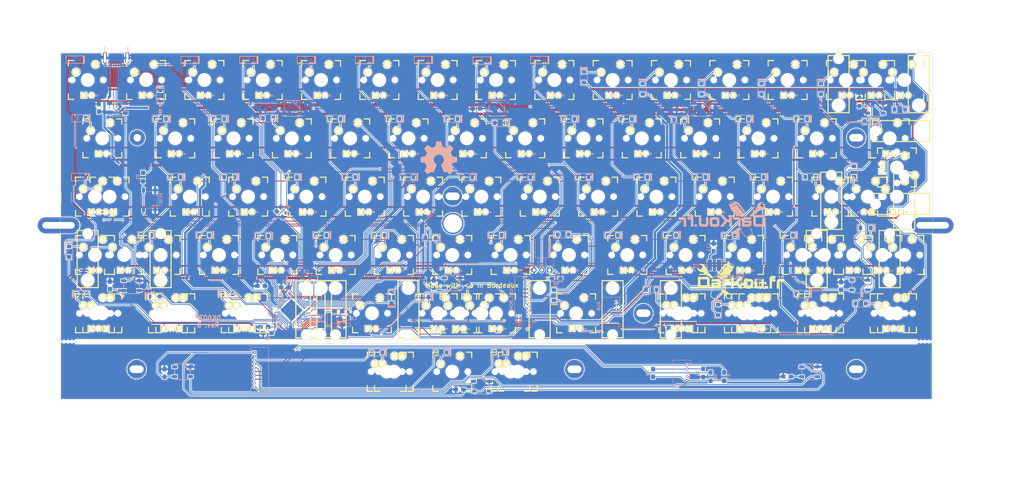
<source format=kicad_pcb>
(kicad_pcb (version 4) (host pcbnew 4.0.7+dfsg1-1)
  (title_block (title DK60TP) (date 2017-10-07) (rev B) (company DarKou))
  (layers (0 F.Cu signal) (31 B.Cu signal) (34 B.Paste user) (35 F.Paste user) (36 B.SilkS user) (37 F.SilkS user hide) (38 B.Mask user) (39 F.Mask user) (44 Edge.Cuts user))
  (net 0 "")
  (net 1 LED_CATH)
  (net 2 LED_AN)
  (net 3 XTAL1)
  (net 4 GND)
  (net 5 XTAL2)
  (net 6 VCC)
  (net 7 "Net-(C8-Pad1)")
  (net 8 "Net-(C9-Pad1)")
  (net 9 Col0)
  (net 10 "Net-(DK0-Pad1)")
  (net 11 "Net-(DK1-Pad1)")
  (net 12 "Net-(DK2-Pad1)")
  (net 13 "Net-(DK3-Pad1)")
  (net 14 "Net-(DK4-Pad1)")
  (net 15 Col6)
  (net 16 "Net-(DK6-Pad1)")
  (net 17 Col1)
  (net 18 "Net-(DK10-Pad1)")
  (net 19 "Net-(DK11-Pad1)")
  (net 20 "Net-(DK12-Pad1)")
  (net 21 "Net-(DK13-Pad1)")
  (net 22 "Net-(DK14-Pad1)")
  (net 23 Col2)
  (net 24 "Net-(DK20-Pad1)")
  (net 25 "Net-(DK21-Pad1)")
  (net 26 "Net-(DK22-Pad1)")
  (net 27 "Net-(DK23-Pad1)")
  (net 28 "Net-(DK24-Pad1)")
  (net 29 Col3)
  (net 30 "Net-(DK30-Pad1)")
  (net 31 "Net-(DK31-Pad1)")
  (net 32 "Net-(DK32-Pad1)")
  (net 33 "Net-(DK33-Pad1)")
  (net 34 /TRACKPOINT/Col3)
  (net 35 "Net-(DK34-Pad1)")
  (net 36 Col4)
  (net 37 "Net-(DK40-Pad1)")
  (net 38 "Net-(DK41-Pad1)")
  (net 39 "Net-(DK42-Pad1)")
  (net 40 "Net-(DK43-Pad1)")
  (net 41 /TRACKPOINT/Col4)
  (net 42 "Net-(DK44-Pad1)")
  (net 43 Col5)
  (net 44 "Net-(DK50-Pad1)")
  (net 45 "Net-(DK51-Pad1)")
  (net 46 "Net-(DK52-Pad1)")
  (net 47 "Net-(DK53-Pad1)")
  (net 48 "Net-(DK54-Pad1)")
  (net 49 "Net-(DK61-Pad1)")
  (net 50 "Net-(DK62-Pad1)")
  (net 51 "Net-(DK63-Pad1)")
  (net 52 "Net-(DK64-Pad1)")
  (net 53 Col7)
  (net 54 "Net-(DK70-Pad1)")
  (net 55 "Net-(DK71-Pad1)")
  (net 56 "Net-(DK72-Pad1)")
  (net 57 "Net-(DK73-Pad1)")
  (net 58 Col8)
  (net 59 "Net-(DK80-Pad1)")
  (net 60 "Net-(DK81-Pad1)")
  (net 61 "Net-(DK82-Pad1)")
  (net 62 "Net-(DK83-Pad1)")
  (net 63 Col9)
  (net 64 "Net-(DK90-Pad1)")
  (net 65 "Net-(DK91-Pad1)")
  (net 66 "Net-(DK92-Pad1)")
  (net 67 "Net-(DK93-Pad1)")
  (net 68 "Net-(DK94-Pad1)")
  (net 69 ColA)
  (net 70 "Net-(DKA0-Pad1)")
  (net 71 "Net-(DKA1-Pad1)")
  (net 72 "Net-(DKA2-Pad1)")
  (net 73 "Net-(DKA3-Pad1)")
  (net 74 "Net-(DKA4-Pad1)")
  (net 75 ColB)
  (net 76 "Net-(DKB0-Pad1)")
  (net 77 "Net-(DKB1-Pad1)")
  (net 78 "Net-(DKB2-Pad1)")
  (net 79 "Net-(DKB3-Pad1)")
  (net 80 "Net-(DKB4-Pad1)")
  (net 81 ColC)
  (net 82 "Net-(DKC1-Pad1)")
  (net 83 "Net-(DKC2-Pad1)")
  (net 84 "Net-(DKC3-Pad1)")
  (net 85 "Net-(DKC4-Pad1)")
  (net 86 ColD)
  (net 87 "Net-(DKD0-Pad1)")
  (net 88 "Net-(DKD1-Pad1)")
  (net 89 "Net-(DKD2-Pad1)")
  (net 90 "Net-(DKD3-Pad1)")
  (net 91 "Net-(DKD4-Pad1)")
  (net 92 "Net-(J1-Pad2)")
  (net 93 "Net-(J1-Pad3)")
  (net 94 DOUT)
  (net 95 Row0)
  (net 96 Row4)
  (net 97 Row1)
  (net 98 Row2)
  (net 99 Row3)
  (net 100 /TRACKPOINT/Row4)
  (net 101 "Net-(KC0-Pad1)")
  (net 102 "Net-(L1-Pad1)")
  (net 103 "Net-(J3-Pad2)")
  (net 104 D5)
  (net 105 D2)
  (net 106 /TRACKPOINT/D5)
  (net 107 /TRACKPOINT/D2)
  (net 108 /TRACKPOINT/RGB)
  (net 109 RESET)
  (net 110 "Net-(R2-Pad2)")
  (net 111 "Net-(R3-Pad1)")
  (net 112 CAPS_LED)
  (net 113 "Net-(J3-Pad1)")
  (net 114 RGB)
  (net 115 "Net-(RGB0-Pad2)")
  (net 116 "Net-(RGB1-Pad2)")
  (net 117 "Net-(RGB2-Pad2)")
  (net 118 "Net-(RGB3-Pad2)")
  (net 119 "Net-(RGB4-Pad2)")
  (net 120 "Net-(RGB5-Pad2)")
  (net 121 "Net-(RGB6-Pad2)")
  (net 122 "Net-(RGB8-Pad2)")
  (net 123 "Net-(RGB10-Pad4)")
  (net 124 BACKLIT)
  (net 125 "Net-(R4-Pad1)")
  (net 126 "Net-(DK74-Pad1)")
  (net 127 /TRACKPOINT/Col8)
  (net 128 "Net-(DK84-Pad1)")
  (module Connectors_Molex:Molex_PicoBlade_53048-0310_03x1.25mm_Angled (layer B.Cu) (at 245.61375 124.05625 90)
    (fp_text reference J2 hide)
    (fp_text value RGB (at 1.25 -5.75 90) (layer B.SilkS) (effects (justify mirror)))
    (pad 1 thru_hole rect (at 0 0 90) (size 0.85 0.85) (drill 0.5) (layers *.Cu *.Mask) (net 6 VCC))
    (pad 2 thru_hole circle (at 1.25 0 90) (size 0.85 0.85) (drill 0.5) (layers *.Cu *.Mask) (net 4 GND))
    (pad 3 thru_hole circle (at 2.5 0 90) (size 0.85 0.85) (drill 0.5) (layers *.Cu *.Mask) (net 94 DOUT))
  )
  (module Housings_DFN_QFN:QFN-44-1EP_7x7mm_Pitch0.5mm (layer B.Cu) (at 139.505 124.15625 225)
    (fp_text reference U0 (at 0 4.75 225) (layer B.SilkS) (effects (justify mirror)))
    (fp_text value ATMEGA32U4-MU)
    (pad 1 smd rect (at -3.4 2.5 225) (size 0.7 0.25) (layers B.Cu B.Paste B.Mask) (net 112 CAPS_LED))
    (pad 2 smd rect (at -3.4 2 225) (size 0.7 0.25) (layers B.Cu B.Paste B.Mask) (net 6 VCC))
    (pad 3 smd rect (at -3.4 1.5 225) (size 0.7 0.25) (layers B.Cu B.Paste B.Mask) (net 111 "Net-(R3-Pad1)"))
    (pad 4 smd rect (at -3.4 1 225) (size 0.7 0.25) (layers B.Cu B.Paste B.Mask) (net 125 "Net-(R4-Pad1)"))
    (pad 5 smd rect (at -3.4 0.5 225) (size 0.7 0.25) (layers B.Cu B.Paste B.Mask) (net 4 GND))
    (pad 6 smd rect (at -3.4 0 225) (size 0.7 0.25) (layers B.Cu B.Paste B.Mask) (net 7 "Net-(C8-Pad1)"))
    (pad 7 smd rect (at -3.4 -0.5 225) (size 0.7 0.25) (layers B.Cu B.Paste B.Mask) (net 6 VCC))
    (pad 8 smd rect (at -3.4 -1 225) (size 0.7 0.25) (layers B.Cu B.Paste B.Mask) (net 43 Col5))
    (pad 9 smd rect (at -3.4 -1.5 225) (size 0.7 0.25) (layers B.Cu B.Paste B.Mask) (net 99 Row3))
    (pad 10 smd rect (at -3.4 -2 225) (size 0.7 0.25) (layers B.Cu B.Paste B.Mask) (net 15 Col6))
    (pad 11 smd rect (at -3.4 -2.5 225) (size 0.7 0.25) (layers B.Cu B.Paste B.Mask) (net 53 Col7))
    (pad 12 smd rect (at -2.5 -3.4 135) (size 0.7 0.25) (layers B.Cu B.Paste B.Mask) (net 124 BACKLIT))
    (pad 13 smd rect (at -2 -3.4 135) (size 0.7 0.25) (layers B.Cu B.Paste B.Mask) (net 109 RESET))
    (pad 14 smd rect (at -1.5 -3.4 135) (size 0.7 0.25) (layers B.Cu B.Paste B.Mask) (net 6 VCC))
    (pad 15 smd rect (at -1 -3.4 135) (size 0.7 0.25) (layers B.Cu B.Paste B.Mask) (net 4 GND))
    (pad 16 smd rect (at -0.5 -3.4 135) (size 0.7 0.25) (layers B.Cu B.Paste B.Mask) (net 3 XTAL1))
    (pad 17 smd rect (at 0 -3.4 135) (size 0.7 0.25) (layers B.Cu B.Paste B.Mask) (net 5 XTAL2))
    (pad 18 smd rect (at 0.5 -3.4 135) (size 0.7 0.25) (layers B.Cu B.Paste B.Mask) (net 81 ColC))
    (pad 19 smd rect (at 1 -3.4 135) (size 0.7 0.25) (layers B.Cu B.Paste B.Mask) (net 75 ColB))
    (pad 20 smd rect (at 1.5 -3.4 135) (size 0.7 0.25) (layers B.Cu B.Paste B.Mask) (net 105 D2))
    (pad 21 smd rect (at 2 -3.4 135) (size 0.7 0.25) (layers B.Cu B.Paste B.Mask) (net 69 ColA))
    (pad 22 smd rect (at 2.5 -3.4 135) (size 0.7 0.25) (layers B.Cu B.Paste B.Mask) (net 104 D5))
    (pad 23 smd rect (at 3.4 -2.5 225) (size 0.7 0.25) (layers B.Cu B.Paste B.Mask) (net 4 GND))
    (pad 24 smd rect (at 3.4 -2 225) (size 0.7 0.25) (layers B.Cu B.Paste B.Mask) (net 6 VCC))
    (pad 25 smd rect (at 3.4 -1.5 225) (size 0.7 0.25) (layers B.Cu B.Paste B.Mask) (net 86 ColD))
    (pad 26 smd rect (at 3.4 -1 225) (size 0.7 0.25) (layers B.Cu B.Paste B.Mask) (net 96 Row4))
    (pad 27 smd rect (at 3.4 -0.5 225) (size 0.7 0.25) (layers B.Cu B.Paste B.Mask) (net 114 RGB))
    (pad 28 smd rect (at 3.4 0 225) (size 0.7 0.25) (layers B.Cu B.Paste B.Mask) (net 9 Col0))
    (pad 29 smd rect (at 3.4 0.5 225) (size 0.7 0.25) (layers B.Cu B.Paste B.Mask) (net 17 Col1))
    (pad 30 smd rect (at 3.4 1 225) (size 0.7 0.25) (layers B.Cu B.Paste B.Mask) (net 98 Row2))
    (pad 31 smd rect (at 3.4 1.5 225) (size 0.7 0.25) (layers B.Cu B.Paste B.Mask) (net 23 Col2))
    (pad 32 smd rect (at 3.4 2 225) (size 0.7 0.25) (layers B.Cu B.Paste B.Mask) (net 95 Row0))
    (pad 33 smd rect (at 3.4 2.5 225) (size 0.7 0.25) (layers B.Cu B.Paste B.Mask) (net 110 "Net-(R2-Pad2)"))
    (pad 34 smd rect (at 2.5 3.4 135) (size 0.7 0.25) (layers B.Cu B.Paste B.Mask) (net 6 VCC))
    (pad 35 smd rect (at 2 3.4 135) (size 0.7 0.25) (layers B.Cu B.Paste B.Mask) (net 4 GND))
    (pad 36 smd rect (at 1.5 3.4 135) (size 0.7 0.25) (layers B.Cu B.Paste B.Mask) (net 29 Col3))
    (pad 37 smd rect (at 1 3.4 135) (size 0.7 0.25) (layers B.Cu B.Paste B.Mask) (net 36 Col4))
    (pad 38 smd rect (at 0.5 3.4 135) (size 0.7 0.25) (layers B.Cu B.Paste B.Mask) (net 97 Row1))
    (pad 39 smd rect (at 0 3.4 135) (size 0.7 0.25) (layers B.Cu B.Paste B.Mask) (net 58 Col8))
    (pad 40 smd rect (at -0.5 3.4 135) (size 0.7 0.25) (layers B.Cu B.Paste B.Mask) (net 63 Col9))
    (pad 41 smd rect (at -1 3.4 135) (size 0.7 0.25) (layers B.Cu B.Paste B.Mask))
    (pad 42 smd rect (at -1.5 3.4 135) (size 0.7 0.25) (layers B.Cu B.Paste B.Mask))
    (pad 43 smd rect (at -2 3.4 135) (size 0.7 0.25) (layers B.Cu B.Paste B.Mask) (net 4 GND))
    (pad 44 smd rect (at -2.5 3.4 135) (size 0.7 0.25) (layers B.Cu B.Paste B.Mask) (net 6 VCC))
    (pad 45 smd rect (at 1.93125 -1.93125 225) (size 1.2875 1.2875) (layers B.Cu B.Paste B.Mask) (net 4 GND))
    (pad 45 smd rect (at 1.93125 -0.64375 225) (size 1.2875 1.2875) (layers B.Cu B.Paste B.Mask) (net 4 GND))
    (pad 45 smd rect (at 1.93125 0.64375 225) (size 1.2875 1.2875) (layers B.Cu B.Paste B.Mask) (net 4 GND))
    (pad 45 smd rect (at 1.93125 1.93125 225) (size 1.2875 1.2875) (layers B.Cu B.Paste B.Mask) (net 4 GND))
    (pad 45 smd rect (at 0.64375 -1.93125 225) (size 1.2875 1.2875) (layers B.Cu B.Paste B.Mask) (net 4 GND))
    (pad 45 smd rect (at 0.64375 -0.64375 225) (size 1.2875 1.2875) (layers B.Cu B.Paste B.Mask) (net 4 GND))
    (pad 45 smd rect (at 0.64375 0.64375 225) (size 1.2875 1.2875) (layers B.Cu B.Paste B.Mask) (net 4 GND))
    (pad 45 smd rect (at 0.64375 1.93125 225) (size 1.2875 1.2875) (layers B.Cu B.Paste B.Mask) (net 4 GND))
    (pad 45 smd rect (at -0.64375 -1.93125 225) (size 1.2875 1.2875) (layers B.Cu B.Paste B.Mask) (net 4 GND))
    (pad 45 smd rect (at -0.64375 -0.64375 225) (size 1.2875 1.2875) (layers B.Cu B.Paste B.Mask) (net 4 GND))
    (pad 45 smd rect (at -0.64375 0.64375 225) (size 1.2875 1.2875) (layers B.Cu B.Paste B.Mask) (net 4 GND))
    (pad 45 smd rect (at -0.64375 1.93125 225) (size 1.2875 1.2875) (layers B.Cu B.Paste B.Mask) (net 4 GND))
    (pad 45 smd rect (at -1.93125 -1.93125 225) (size 1.2875 1.2875) (layers B.Cu B.Paste B.Mask) (net 4 GND))
    (pad 45 smd rect (at -1.93125 -0.64375 225) (size 1.2875 1.2875) (layers B.Cu B.Paste B.Mask) (net 4 GND))
    (pad 45 smd rect (at -1.93125 0.64375 225) (size 1.2875 1.2875) (layers B.Cu B.Paste B.Mask) (net 4 GND))
    (pad 45 smd rect (at -1.93125 1.93125 225) (size 1.2875 1.2875) (layers B.Cu B.Paste B.Mask) (net 4 GND))
  )
  (module Footprint:MXST (layer F.Cu) (at 144.3675 125.18125 180)
    (fp_text reference 6.25U_0 hide)
    (fp_text value 6.25U hide)
    (pad "" np_thru_hole circle (at 0 -6.985 180) (size 3.048 3.048) (drill 3.048) (layers *.Cu *.Mask))
    (pad "" np_thru_hole circle (at 0 8.255 180) (size 3.9802 3.9802) (drill 3.9802) (layers *.Cu *.Mask))
  )
  (module Footprint:Mx_125 (layer F.Cu) (at 75.3375 125.18125)
    (fp_text reference K40 hide)
    (fp_text value K40 hide)
    (pad HOLE np_thru_hole circle (at 0 0) (size 3.9878 3.9878) (drill 3.9878) (layers *.Cu))
    (pad HOLE np_thru_hole circle (at -5.08 0) (size 1.7018 1.7018) (drill 1.7018) (layers *.Cu))
    (pad HOLE np_thru_hole circle (at 5.08 0) (size 1.7018 1.7018) (drill 1.7018) (layers *.Cu))
    (pad 1 thru_hole circle (at -3.81 -2.54 330.95) (size 2.5 2.5) (drill 1.5) (layers *.Cu *.Mask F.SilkS) (net 14 "Net-(DK4-Pad1)"))
    (pad 2 thru_hole circle (at 2.54 -5.08 356.1) (size 2.5 2.5) (drill 1.5) (layers *.Cu *.Mask F.SilkS) (net 96 Row4))
  )
  (module Footprint:LED_TH_BIVAR (layer F.Cu) (at 72.95625 53.98125)
    (fp_text reference BL0 hide)
    (fp_text value LED hide)
    (fp_text user + (at 3.048 0) (layer B.SilkS) (effects (justify mirror)))
    (pad 1 thru_hole rect (at -1.27 0) (size 1.9 1.9) (drill 1.1176) (layers *.Cu *.Mask F.SilkS) (net 1 LED_CATH))
    (pad 2 thru_hole circle (at 1.27 0) (size 1.9 1.9) (drill 1.1176) (layers *.Cu *.Mask F.SilkS) (net 2 LED_AN))
  )
  (module Footprint:LED_TH_BIVAR (layer F.Cu) (at 77.71875 73.03125)
    (fp_text reference BL10 hide)
    (fp_text value LED hide)
    (fp_text user + (at 3.048 0) (layer B.SilkS) (effects (justify mirror)))
    (pad 1 thru_hole rect (at -1.27 0) (size 1.9 1.9) (drill 1.1176) (layers *.Cu *.Mask F.SilkS) (net 1 LED_CATH))
    (pad 2 thru_hole circle (at 1.27 0) (size 1.9 1.9) (drill 1.1176) (layers *.Cu *.Mask F.SilkS) (net 2 LED_AN))
  )
  (module Footprint:LED_TH_BIVAR (layer F.Cu) (at 75.3375 92.08125)
    (fp_text reference BL20 hide)
    (fp_text value LED hide)
    (fp_text user + (at 3.048 0) (layer B.SilkS) (effects (justify mirror)))
    (pad 1 thru_hole rect (at -1.27 0) (size 1.9 1.9) (drill 1.1176) (layers *.Cu *.Mask F.SilkS) (net 1 LED_CATH))
    (pad 2 thru_hole circle (at 1.27 0) (size 1.9 1.9) (drill 1.1176) (layers *.Cu *.Mask F.SilkS) (net 2 LED_AN))
  )
  (module Footprint:LED_TH_BIVAR (layer F.Cu) (at 80.1 92.08125 180)
    (fp_text reference BL21 hide)
    (fp_text value LED hide)
    (fp_text user + (at 3.048 0 180) (layer B.SilkS) (effects (justify mirror)))
    (pad 1 thru_hole rect (at -1.27 0 180) (size 1.9 1.9) (drill 1.1176) (layers *.Cu *.Mask F.SilkS) (net 1 LED_CATH))
    (pad 2 thru_hole circle (at 1.27 0 180) (size 1.9 1.9) (drill 1.1176) (layers *.Cu *.Mask F.SilkS) (net 2 LED_AN))
  )
  (module Footprint:LED_TH_BIVAR (layer F.Cu) (at 75.3375 111.13125)
    (fp_text reference BL30 hide)
    (fp_text value LED hide)
    (fp_text user + (at 3.048 0) (layer B.SilkS) (effects (justify mirror)))
    (pad 1 thru_hole rect (at -1.27 0) (size 1.9 1.9) (drill 1.1176) (layers *.Cu *.Mask F.SilkS) (net 1 LED_CATH))
    (pad 2 thru_hole circle (at 1.27 0) (size 1.9 1.9) (drill 1.1176) (layers *.Cu *.Mask F.SilkS) (net 2 LED_AN))
  )
  (module Footprint:LED_TH_BIVAR (layer F.Cu) (at 96.76875 111.13125)
    (fp_text reference BL31 hide)
    (fp_text value LED hide)
    (fp_text user + (at 3.048 0) (layer B.SilkS) (effects (justify mirror)))
    (pad 1 thru_hole rect (at -1.27 0) (size 1.9 1.9) (drill 1.1176) (layers *.Cu *.Mask F.SilkS) (net 1 LED_CATH))
    (pad 2 thru_hole circle (at 1.27 0) (size 1.9 1.9) (drill 1.1176) (layers *.Cu *.Mask F.SilkS) (net 2 LED_AN))
  )
  (module Footprint:LED_TH_BIVAR (layer F.Cu) (at 75.3375 130.18125)
    (fp_text reference BL40 hide)
    (fp_text value LED hide)
    (fp_text user + (at 3.048 0) (layer B.SilkS) (effects (justify mirror)))
    (pad 1 thru_hole rect (at -1.27 0) (size 1.9 1.9) (drill 1.1176) (layers *.Cu *.Mask F.SilkS) (net 1 LED_CATH))
    (pad 2 thru_hole circle (at 1.27 0) (size 1.9 1.9) (drill 1.1176) (layers *.Cu *.Mask F.SilkS) (net 2 LED_AN))
  )
  (module Footprint:LED_TH_BIVAR (layer F.Cu) (at 77.71875 130.18125 180)
    (fp_text reference BL41 hide)
    (fp_text value LED hide)
    (fp_text user + (at 3.048 0 180) (layer B.SilkS) (effects (justify mirror)))
    (pad 1 thru_hole rect (at -1.27 0 180) (size 1.9 1.9) (drill 1.1176) (layers *.Cu *.Mask F.SilkS) (net 1 LED_CATH))
    (pad 2 thru_hole circle (at 1.27 0 180) (size 1.9 1.9) (drill 1.1176) (layers *.Cu *.Mask F.SilkS) (net 2 LED_AN))
  )
  (module Footprint:LED_TH_BIVAR (layer F.Cu) (at 92.00625 53.98125)
    (fp_text reference BL100 hide)
    (fp_text value LED hide)
    (fp_text user + (at 3.048 0) (layer B.SilkS) (effects (justify mirror)))
    (pad 1 thru_hole rect (at -1.27 0) (size 1.9 1.9) (drill 1.1176) (layers *.Cu *.Mask F.SilkS) (net 1 LED_CATH))
    (pad 2 thru_hole circle (at 1.27 0) (size 1.9 1.9) (drill 1.1176) (layers *.Cu *.Mask F.SilkS) (net 2 LED_AN))
  )
  (module Footprint:LED_TH_BIVAR (layer F.Cu) (at 101.53125 73.03125)
    (fp_text reference BL110 hide)
    (fp_text value LED hide)
    (fp_text user + (at 3.048 0) (layer B.SilkS) (effects (justify mirror)))
    (pad 1 thru_hole rect (at -1.27 0) (size 1.9 1.9) (drill 1.1176) (layers *.Cu *.Mask F.SilkS) (net 1 LED_CATH))
    (pad 2 thru_hole circle (at 1.27 0) (size 1.9 1.9) (drill 1.1176) (layers *.Cu *.Mask F.SilkS) (net 2 LED_AN))
  )
  (module Footprint:LED_TH_BIVAR (layer F.Cu) (at 106.29375 92.08125)
    (fp_text reference BL120 hide)
    (fp_text value LED hide)
    (fp_text user + (at 3.048 0) (layer B.SilkS) (effects (justify mirror)))
    (pad 1 thru_hole rect (at -1.27 0) (size 1.9 1.9) (drill 1.1176) (layers *.Cu *.Mask F.SilkS) (net 1 LED_CATH))
    (pad 2 thru_hole circle (at 1.27 0) (size 1.9 1.9) (drill 1.1176) (layers *.Cu *.Mask F.SilkS) (net 2 LED_AN))
  )
  (module Footprint:LED_TH_BIVAR (layer F.Cu) (at 84.8625 111.13125)
    (fp_text reference BL130 hide)
    (fp_text value LED hide)
    (fp_text user + (at 3.048 0) (layer B.SilkS) (effects (justify mirror)))
    (pad 1 thru_hole rect (at -1.27 0) (size 1.9 1.9) (drill 1.1176) (layers *.Cu *.Mask F.SilkS) (net 1 LED_CATH))
    (pad 2 thru_hole circle (at 1.27 0) (size 1.9 1.9) (drill 1.1176) (layers *.Cu *.Mask F.SilkS) (net 2 LED_AN))
  )
  (module Footprint:LED_TH_BIVAR (layer F.Cu) (at 99.15 130.18125)
    (fp_text reference BL140 hide)
    (fp_text value LED hide)
    (fp_text user + (at 3.048 0) (layer B.SilkS) (effects (justify mirror)))
    (pad 1 thru_hole rect (at -1.27 0) (size 1.9 1.9) (drill 1.1176) (layers *.Cu *.Mask F.SilkS) (net 1 LED_CATH))
    (pad 2 thru_hole circle (at 1.27 0) (size 1.9 1.9) (drill 1.1176) (layers *.Cu *.Mask F.SilkS) (net 2 LED_AN))
  )
  (module Footprint:LED_TH_BIVAR (layer F.Cu) (at 101.53125 130.18125 180)
    (fp_text reference BL141 hide)
    (fp_text value LED hide)
    (fp_text user + (at 3.048 0 180) (layer B.SilkS) (effects (justify mirror)))
    (pad 1 thru_hole rect (at -1.27 0 180) (size 1.9 1.9) (drill 1.1176) (layers *.Cu *.Mask F.SilkS) (net 1 LED_CATH))
    (pad 2 thru_hole circle (at 1.27 0 180) (size 1.9 1.9) (drill 1.1176) (layers *.Cu *.Mask F.SilkS) (net 2 LED_AN))
  )
  (module Footprint:LED_TH_BIVAR (layer F.Cu) (at 111.05625 53.98125)
    (fp_text reference BL200 hide)
    (fp_text value LED hide)
    (fp_text user + (at 3.048 0) (layer B.SilkS) (effects (justify mirror)))
    (pad 1 thru_hole rect (at -1.27 0) (size 1.9 1.9) (drill 1.1176) (layers *.Cu *.Mask F.SilkS) (net 1 LED_CATH))
    (pad 2 thru_hole circle (at 1.27 0) (size 1.9 1.9) (drill 1.1176) (layers *.Cu *.Mask F.SilkS) (net 2 LED_AN))
  )
  (module Footprint:LED_TH_BIVAR (layer F.Cu) (at 120.58125 73.03125)
    (fp_text reference BL210 hide)
    (fp_text value LED hide)
    (fp_text user + (at 3.048 0) (layer B.SilkS) (effects (justify mirror)))
    (pad 1 thru_hole rect (at -1.27 0) (size 1.9 1.9) (drill 1.1176) (layers *.Cu *.Mask F.SilkS) (net 1 LED_CATH))
    (pad 2 thru_hole circle (at 1.27 0) (size 1.9 1.9) (drill 1.1176) (layers *.Cu *.Mask F.SilkS) (net 2 LED_AN))
  )
  (module Footprint:LED_TH_BIVAR (layer F.Cu) (at 125.34375 92.08125)
    (fp_text reference BL220 hide)
    (fp_text value LED hide)
    (fp_text user + (at 3.048 0) (layer B.SilkS) (effects (justify mirror)))
    (pad 1 thru_hole rect (at -1.27 0) (size 1.9 1.9) (drill 1.1176) (layers *.Cu *.Mask F.SilkS) (net 1 LED_CATH))
    (pad 2 thru_hole circle (at 1.27 0) (size 1.9 1.9) (drill 1.1176) (layers *.Cu *.Mask F.SilkS) (net 2 LED_AN))
  )
  (module Footprint:LED_TH_BIVAR (layer F.Cu) (at 115.81875 111.13125)
    (fp_text reference BL230 hide)
    (fp_text value LED hide)
    (fp_text user + (at 3.048 0) (layer B.SilkS) (effects (justify mirror)))
    (pad 1 thru_hole rect (at -1.27 0) (size 1.9 1.9) (drill 1.1176) (layers *.Cu *.Mask F.SilkS) (net 1 LED_CATH))
    (pad 2 thru_hole circle (at 1.27 0) (size 1.9 1.9) (drill 1.1176) (layers *.Cu *.Mask F.SilkS) (net 2 LED_AN))
  )
  (module Footprint:LED_TH_BIVAR (layer F.Cu) (at 122.9625 130.18125)
    (fp_text reference BL240 hide)
    (fp_text value LED hide)
    (fp_text user + (at 3.048 0) (layer B.SilkS) (effects (justify mirror)))
    (pad 1 thru_hole rect (at -1.27 0) (size 1.9 1.9) (drill 1.1176) (layers *.Cu *.Mask F.SilkS) (net 1 LED_CATH))
    (pad 2 thru_hole circle (at 1.27 0) (size 1.9 1.9) (drill 1.1176) (layers *.Cu *.Mask F.SilkS) (net 2 LED_AN))
  )
  (module Footprint:LED_TH_BIVAR (layer F.Cu) (at 125.34375 130.18125 180)
    (fp_text reference BL241 hide)
    (fp_text value LED hide)
    (fp_text user + (at 3.048 0 180) (layer B.SilkS) (effects (justify mirror)))
    (pad 1 thru_hole rect (at -1.27 0 180) (size 1.9 1.9) (drill 1.1176) (layers *.Cu *.Mask F.SilkS) (net 1 LED_CATH))
    (pad 2 thru_hole circle (at 1.27 0 180) (size 1.9 1.9) (drill 1.1176) (layers *.Cu *.Mask F.SilkS) (net 2 LED_AN))
  )
  (module Footprint:LED_TH_BIVAR (layer F.Cu) (at 130.10625 53.98125)
    (fp_text reference BL300 hide)
    (fp_text value LED hide)
    (fp_text user + (at 3.048 0) (layer B.SilkS) (effects (justify mirror)))
    (pad 1 thru_hole rect (at -1.27 0) (size 1.9 1.9) (drill 1.1176) (layers *.Cu *.Mask F.SilkS) (net 1 LED_CATH))
    (pad 2 thru_hole circle (at 1.27 0) (size 1.9 1.9) (drill 1.1176) (layers *.Cu *.Mask F.SilkS) (net 2 LED_AN))
  )
  (module Footprint:LED_TH_BIVAR (layer F.Cu) (at 139.63125 73.03125)
    (fp_text reference BL310 hide)
    (fp_text value LED hide)
    (fp_text user + (at 3.048 0) (layer B.SilkS) (effects (justify mirror)))
    (pad 1 thru_hole rect (at -1.27 0) (size 1.9 1.9) (drill 1.1176) (layers *.Cu *.Mask F.SilkS) (net 1 LED_CATH))
    (pad 2 thru_hole circle (at 1.27 0) (size 1.9 1.9) (drill 1.1176) (layers *.Cu *.Mask F.SilkS) (net 2 LED_AN))
  )
  (module Footprint:LED_TH_BIVAR (layer F.Cu) (at 144.39375 92.08125)
    (fp_text reference BL320 hide)
    (fp_text value LED hide)
    (fp_text user + (at 3.048 0) (layer B.SilkS) (effects (justify mirror)))
    (pad 1 thru_hole rect (at -1.27 0) (size 1.9 1.9) (drill 1.1176) (layers *.Cu *.Mask F.SilkS) (net 1 LED_CATH))
    (pad 2 thru_hole circle (at 1.27 0) (size 1.9 1.9) (drill 1.1176) (layers *.Cu *.Mask F.SilkS) (net 2 LED_AN))
  )
  (module Footprint:LED_TH_BIVAR (layer F.Cu) (at 134.86875 111.13125)
    (fp_text reference BL330 hide)
    (fp_text value LED hide)
    (fp_text user + (at 3.048 0) (layer B.SilkS) (effects (justify mirror)))
    (pad 1 thru_hole rect (at -1.27 0) (size 1.9 1.9) (drill 1.1176) (layers *.Cu *.Mask F.SilkS) (net 1 LED_CATH))
    (pad 2 thru_hole circle (at 1.27 0) (size 1.9 1.9) (drill 1.1176) (layers *.Cu *.Mask F.SilkS) (net 2 LED_AN))
  )
  (module Footprint:LED_TH_BIVAR (layer F.Cu) (at 149.15625 53.98125)
    (fp_text reference BL400 hide)
    (fp_text value LED hide)
    (fp_text user + (at 3.048 0) (layer B.SilkS) (effects (justify mirror)))
    (pad 1 thru_hole rect (at -1.27 0) (size 1.9 1.9) (drill 1.1176) (layers *.Cu *.Mask F.SilkS) (net 1 LED_CATH))
    (pad 2 thru_hole circle (at 1.27 0) (size 1.9 1.9) (drill 1.1176) (layers *.Cu *.Mask F.SilkS) (net 2 LED_AN))
  )
  (module Footprint:LED_TH_BIVAR (layer F.Cu) (at 158.68125 73.03125)
    (fp_text reference BL410 hide)
    (fp_text value LED hide)
    (fp_text user + (at 3.048 0) (layer B.SilkS) (effects (justify mirror)))
    (pad 1 thru_hole rect (at -1.27 0) (size 1.9 1.9) (drill 1.1176) (layers *.Cu *.Mask F.SilkS) (net 1 LED_CATH))
    (pad 2 thru_hole circle (at 1.27 0) (size 1.9 1.9) (drill 1.1176) (layers *.Cu *.Mask F.SilkS) (net 2 LED_AN))
  )
  (module Footprint:LED_TH_BIVAR (layer F.Cu) (at 163.44375 92.08125)
    (fp_text reference BL420 hide)
    (fp_text value LED hide)
    (fp_text user + (at 3.048 0) (layer B.SilkS) (effects (justify mirror)))
    (pad 1 thru_hole rect (at -1.27 0) (size 1.9 1.9) (drill 1.1176) (layers *.Cu *.Mask F.SilkS) (net 1 LED_CATH))
    (pad 2 thru_hole circle (at 1.27 0) (size 1.9 1.9) (drill 1.1176) (layers *.Cu *.Mask F.SilkS) (net 2 LED_AN))
  )
  (module Footprint:LED_TH_BIVAR (layer F.Cu) (at 153.91875 111.13125)
    (fp_text reference BL430 hide)
    (fp_text value LED hide)
    (fp_text user + (at 3.048 0) (layer B.SilkS) (effects (justify mirror)))
    (pad 1 thru_hole rect (at -1.27 0) (size 1.9 1.9) (drill 1.1176) (layers *.Cu *.Mask F.SilkS) (net 1 LED_CATH))
    (pad 2 thru_hole circle (at 1.27 0) (size 1.9 1.9) (drill 1.1176) (layers *.Cu *.Mask F.SilkS) (net 2 LED_AN))
  )
  (module Footprint:LED_TH_BIVAR (layer F.Cu) (at 168.20625 53.98125)
    (fp_text reference BL500 hide)
    (fp_text value LED hide)
    (fp_text user + (at 3.048 0) (layer B.SilkS) (effects (justify mirror)))
    (pad 1 thru_hole rect (at -1.27 0) (size 1.9 1.9) (drill 1.1176) (layers *.Cu *.Mask F.SilkS) (net 1 LED_CATH))
    (pad 2 thru_hole circle (at 1.27 0) (size 1.9 1.9) (drill 1.1176) (layers *.Cu *.Mask F.SilkS) (net 2 LED_AN))
  )
  (module Footprint:LED_TH_BIVAR (layer F.Cu) (at 177.73125 73.03125)
    (fp_text reference BL510 hide)
    (fp_text value LED hide)
    (fp_text user + (at 3.048 0) (layer B.SilkS) (effects (justify mirror)))
    (pad 1 thru_hole rect (at -1.27 0) (size 1.9 1.9) (drill 1.1176) (layers *.Cu *.Mask F.SilkS) (net 1 LED_CATH))
    (pad 2 thru_hole circle (at 1.27 0) (size 1.9 1.9) (drill 1.1176) (layers *.Cu *.Mask F.SilkS) (net 2 LED_AN))
  )
  (module Footprint:LED_TH_BIVAR (layer F.Cu) (at 182.49375 92.08125)
    (fp_text reference BL520 hide)
    (fp_text value LED hide)
    (fp_text user + (at 3.048 0) (layer B.SilkS) (effects (justify mirror)))
    (pad 1 thru_hole rect (at -1.27 0) (size 1.9 1.9) (drill 1.1176) (layers *.Cu *.Mask F.SilkS) (net 1 LED_CATH))
    (pad 2 thru_hole circle (at 1.27 0) (size 1.9 1.9) (drill 1.1176) (layers *.Cu *.Mask F.SilkS) (net 2 LED_AN))
  )
  (module Footprint:LED_TH_BIVAR (layer F.Cu) (at 172.96875 111.13125)
    (fp_text reference BL530 hide)
    (fp_text value LED hide)
    (fp_text user + (at 3.048 0) (layer B.SilkS) (effects (justify mirror)))
    (pad 1 thru_hole rect (at -1.27 0) (size 1.9 1.9) (drill 1.1176) (layers *.Cu *.Mask F.SilkS) (net 1 LED_CATH))
    (pad 2 thru_hole circle (at 1.27 0) (size 1.9 1.9) (drill 1.1176) (layers *.Cu *.Mask F.SilkS) (net 2 LED_AN))
  )
  (module Footprint:LED_TH_BIVAR (layer F.Cu) (at 187.25625 53.98125)
    (fp_text reference BL600 hide)
    (fp_text value LED hide)
    (fp_text user + (at 3.048 0) (layer B.SilkS) (effects (justify mirror)))
    (pad 1 thru_hole rect (at -1.27 0) (size 1.9 1.9) (drill 1.1176) (layers *.Cu *.Mask F.SilkS) (net 1 LED_CATH))
    (pad 2 thru_hole circle (at 1.27 0) (size 1.9 1.9) (drill 1.1176) (layers *.Cu *.Mask F.SilkS) (net 2 LED_AN))
  )
  (module Footprint:LED_TH_BIVAR (layer F.Cu) (at 196.78125 73.03125)
    (fp_text reference BL610 hide)
    (fp_text value LED hide)
    (fp_text user + (at 3.048 0) (layer B.SilkS) (effects (justify mirror)))
    (pad 1 thru_hole rect (at -1.27 0) (size 1.9 1.9) (drill 1.1176) (layers *.Cu *.Mask F.SilkS) (net 1 LED_CATH))
    (pad 2 thru_hole circle (at 1.27 0) (size 1.9 1.9) (drill 1.1176) (layers *.Cu *.Mask F.SilkS) (net 2 LED_AN))
  )
  (module Footprint:LED_TH_BIVAR (layer F.Cu) (at 201.54375 92.08125)
    (fp_text reference BL620 hide)
    (fp_text value LED hide)
    (fp_text user + (at 3.048 0) (layer B.SilkS) (effects (justify mirror)))
    (pad 1 thru_hole rect (at -1.27 0) (size 1.9 1.9) (drill 1.1176) (layers *.Cu *.Mask F.SilkS) (net 1 LED_CATH))
    (pad 2 thru_hole circle (at 1.27 0) (size 1.9 1.9) (drill 1.1176) (layers *.Cu *.Mask F.SilkS) (net 2 LED_AN))
  )
  (module Footprint:LED_TH_BIVAR (layer F.Cu) (at 192.01875 111.13125)
    (fp_text reference BL630 hide)
    (fp_text value LED hide)
    (fp_text user + (at 3.048 0) (layer B.SilkS) (effects (justify mirror)))
    (pad 1 thru_hole rect (at -1.27 0) (size 1.9 1.9) (drill 1.1176) (layers *.Cu *.Mask F.SilkS) (net 1 LED_CATH))
    (pad 2 thru_hole circle (at 1.27 0) (size 1.9 1.9) (drill 1.1176) (layers *.Cu *.Mask F.SilkS) (net 2 LED_AN))
  )
  (module Footprint:LED_TH_BIVAR (layer F.Cu) (at 206.30625 130.18125)
    (fp_text reference BL640 hide)
    (fp_text value LED hide)
    (fp_text user + (at 3.048 0) (layer B.SilkS) (effects (justify mirror)))
    (pad 1 thru_hole rect (at -1.27 0) (size 1.9 1.9) (drill 1.1176) (layers *.Cu *.Mask F.SilkS) (net 1 LED_CATH))
    (pad 2 thru_hole circle (at 1.27 0) (size 1.9 1.9) (drill 1.1176) (layers *.Cu *.Mask F.SilkS) (net 2 LED_AN))
  )
  (module Footprint:LED_TH_BIVAR (layer F.Cu) (at 194.4 130.18125)
    (fp_text reference BL641 hide)
    (fp_text value LED hide)
    (fp_text user + (at 3.048 0) (layer B.SilkS) (effects (justify mirror)))
    (pad 1 thru_hole rect (at -1.27 0) (size 1.9 1.9) (drill 1.1176) (layers *.Cu *.Mask F.SilkS) (net 1 LED_CATH))
    (pad 2 thru_hole circle (at 1.27 0) (size 1.9 1.9) (drill 1.1176) (layers *.Cu *.Mask F.SilkS) (net 2 LED_AN))
  )
  (module Footprint:LED_TH_BIVAR (layer F.Cu) (at 187.25625 130.18125)
    (fp_text reference BL642 hide)
    (fp_text value LED hide)
    (fp_text user + (at 3.048 0) (layer B.SilkS) (effects (justify mirror)))
    (pad 1 thru_hole rect (at -1.27 0) (size 1.9 1.9) (drill 1.1176) (layers *.Cu *.Mask F.SilkS) (net 1 LED_CATH))
    (pad 2 thru_hole circle (at 1.27 0) (size 1.9 1.9) (drill 1.1176) (layers *.Cu *.Mask F.SilkS) (net 2 LED_AN))
  )
  (module Footprint:LED_TH_BIVAR (layer F.Cu) (at 206.30625 53.98125)
    (fp_text reference BL700 hide)
    (fp_text value LED hide)
    (fp_text user + (at 3.048 0) (layer B.SilkS) (effects (justify mirror)))
    (pad 1 thru_hole rect (at -1.27 0) (size 1.9 1.9) (drill 1.1176) (layers *.Cu *.Mask F.SilkS) (net 1 LED_CATH))
    (pad 2 thru_hole circle (at 1.27 0) (size 1.9 1.9) (drill 1.1176) (layers *.Cu *.Mask F.SilkS) (net 2 LED_AN))
  )
  (module Footprint:LED_TH_BIVAR (layer F.Cu) (at 215.83125 73.03125)
    (fp_text reference BL710 hide)
    (fp_text value LED hide)
    (fp_text user + (at 3.048 0) (layer B.SilkS) (effects (justify mirror)))
    (pad 1 thru_hole rect (at -1.27 0) (size 1.9 1.9) (drill 1.1176) (layers *.Cu *.Mask F.SilkS) (net 1 LED_CATH))
    (pad 2 thru_hole circle (at 1.27 0) (size 1.9 1.9) (drill 1.1176) (layers *.Cu *.Mask F.SilkS) (net 2 LED_AN))
  )
  (module Footprint:LED_TH_BIVAR (layer F.Cu) (at 220.59375 92.08125)
    (fp_text reference BL720 hide)
    (fp_text value LED hide)
    (fp_text user + (at 3.048 0) (layer B.SilkS) (effects (justify mirror)))
    (pad 1 thru_hole rect (at -1.27 0) (size 1.9 1.9) (drill 1.1176) (layers *.Cu *.Mask F.SilkS) (net 1 LED_CATH))
    (pad 2 thru_hole circle (at 1.27 0) (size 1.9 1.9) (drill 1.1176) (layers *.Cu *.Mask F.SilkS) (net 2 LED_AN))
  )
  (module Footprint:LED_TH_BIVAR (layer F.Cu) (at 211.06875 111.13125)
    (fp_text reference BL750 hide)
    (fp_text value LED hide)
    (fp_text user + (at 3.048 0) (layer B.SilkS) (effects (justify mirror)))
    (pad 1 thru_hole rect (at -1.27 0) (size 1.9 1.9) (drill 1.1176) (layers *.Cu *.Mask F.SilkS) (net 1 LED_CATH))
    (pad 2 thru_hole circle (at 1.27 0) (size 1.9 1.9) (drill 1.1176) (layers *.Cu *.Mask F.SilkS) (net 2 LED_AN))
  )
  (module Footprint:LED_TH_BIVAR (layer F.Cu) (at 225.35625 53.98125)
    (fp_text reference BL800 hide)
    (fp_text value LED hide)
    (fp_text user + (at 3.048 0) (layer B.SilkS) (effects (justify mirror)))
    (pad 1 thru_hole rect (at -1.27 0) (size 1.9 1.9) (drill 1.1176) (layers *.Cu *.Mask F.SilkS) (net 1 LED_CATH))
    (pad 2 thru_hole circle (at 1.27 0) (size 1.9 1.9) (drill 1.1176) (layers *.Cu *.Mask F.SilkS) (net 2 LED_AN))
  )
  (module Footprint:LED_TH_BIVAR (layer F.Cu) (at 234.88125 73.03125)
    (fp_text reference BL810 hide)
    (fp_text value LED hide)
    (fp_text user + (at 3.048 0) (layer B.SilkS) (effects (justify mirror)))
    (pad 1 thru_hole rect (at -1.27 0) (size 1.9 1.9) (drill 1.1176) (layers *.Cu *.Mask F.SilkS) (net 1 LED_CATH))
    (pad 2 thru_hole circle (at 1.27 0) (size 1.9 1.9) (drill 1.1176) (layers *.Cu *.Mask F.SilkS) (net 2 LED_AN))
  )
  (module Footprint:LED_TH_BIVAR (layer F.Cu) (at 239.64375 92.08125)
    (fp_text reference BL820 hide)
    (fp_text value LED hide)
    (fp_text user + (at 3.048 0) (layer B.SilkS) (effects (justify mirror)))
    (pad 1 thru_hole rect (at -1.27 0) (size 1.9 1.9) (drill 1.1176) (layers *.Cu *.Mask F.SilkS) (net 1 LED_CATH))
    (pad 2 thru_hole circle (at 1.27 0) (size 1.9 1.9) (drill 1.1176) (layers *.Cu *.Mask F.SilkS) (net 2 LED_AN))
  )
  (module Footprint:LED_TH_BIVAR (layer F.Cu) (at 230.11875 111.13125)
    (fp_text reference BL830 hide)
    (fp_text value LED hide)
    (fp_text user + (at 3.048 0) (layer B.SilkS) (effects (justify mirror)))
    (pad 1 thru_hole rect (at -1.27 0) (size 1.9 1.9) (drill 1.1176) (layers *.Cu *.Mask F.SilkS) (net 1 LED_CATH))
    (pad 2 thru_hole circle (at 1.27 0) (size 1.9 1.9) (drill 1.1176) (layers *.Cu *.Mask F.SilkS) (net 2 LED_AN))
  )
  (module Footprint:LED_TH_BIVAR (layer F.Cu) (at 244.40625 53.98125)
    (fp_text reference BL900 hide)
    (fp_text value LED hide)
    (fp_text user + (at 3.048 0) (layer B.SilkS) (effects (justify mirror)))
    (pad 1 thru_hole rect (at -1.27 0) (size 1.9 1.9) (drill 1.1176) (layers *.Cu *.Mask F.SilkS) (net 1 LED_CATH))
    (pad 2 thru_hole circle (at 1.27 0) (size 1.9 1.9) (drill 1.1176) (layers *.Cu *.Mask F.SilkS) (net 2 LED_AN))
  )
  (module Footprint:LED_TH_BIVAR (layer F.Cu) (at 253.93125 73.03125)
    (fp_text reference BL910 hide)
    (fp_text value LED hide)
    (fp_text user + (at 3.048 0) (layer B.SilkS) (effects (justify mirror)))
    (pad 1 thru_hole rect (at -1.27 0) (size 1.9 1.9) (drill 1.1176) (layers *.Cu *.Mask F.SilkS) (net 1 LED_CATH))
    (pad 2 thru_hole circle (at 1.27 0) (size 1.9 1.9) (drill 1.1176) (layers *.Cu *.Mask F.SilkS) (net 2 LED_AN))
  )
  (module Footprint:LED_TH_BIVAR (layer F.Cu) (at 258.69375 92.08125)
    (fp_text reference BL920 hide)
    (fp_text value LED hide)
    (fp_text user + (at 3.048 0) (layer B.SilkS) (effects (justify mirror)))
    (pad 1 thru_hole rect (at -1.27 0) (size 1.9 1.9) (drill 1.1176) (layers *.Cu *.Mask F.SilkS) (net 1 LED_CATH))
    (pad 2 thru_hole circle (at 1.27 0) (size 1.9 1.9) (drill 1.1176) (layers *.Cu *.Mask F.SilkS) (net 2 LED_AN))
  )
  (module Footprint:LED_TH_BIVAR (layer F.Cu) (at 249.16875 111.13125)
    (fp_text reference BL930 hide)
    (fp_text value LED hide)
    (fp_text user + (at 3.048 0) (layer B.SilkS) (effects (justify mirror)))
    (pad 1 thru_hole rect (at -1.27 0) (size 1.9 1.9) (drill 1.1176) (layers *.Cu *.Mask F.SilkS) (net 1 LED_CATH))
    (pad 2 thru_hole circle (at 1.27 0) (size 1.9 1.9) (drill 1.1176) (layers *.Cu *.Mask F.SilkS) (net 2 LED_AN))
  )
  (module Footprint:LED_TH_BIVAR (layer F.Cu) (at 339.65625 53.98125)
    (fp_text reference BL940 hide)
    (fp_text value LED hide)
    (fp_text user + (at 3.048 0) (layer B.SilkS) (effects (justify mirror)))
    (pad 1 thru_hole rect (at -1.27 0) (size 1.9 1.9) (drill 1.1176) (layers *.Cu *.Mask F.SilkS) (net 1 LED_CATH))
    (pad 2 thru_hole circle (at 1.27 0) (size 1.9 1.9) (drill 1.1176) (layers *.Cu *.Mask F.SilkS) (net 2 LED_AN))
  )
  (module Footprint:LED_TH_BIVAR (layer F.Cu) (at 263.45625 53.98125)
    (fp_text reference BLA0 hide)
    (fp_text value LED hide)
    (fp_text user + (at 3.048 0) (layer B.SilkS) (effects (justify mirror)))
    (pad 1 thru_hole rect (at -1.27 0) (size 1.9 1.9) (drill 1.1176) (layers *.Cu *.Mask F.SilkS) (net 1 LED_CATH))
    (pad 2 thru_hole circle (at 1.27 0) (size 1.9 1.9) (drill 1.1176) (layers *.Cu *.Mask F.SilkS) (net 2 LED_AN))
  )
  (module Footprint:LED_TH_BIVAR (layer F.Cu) (at 272.98125 73.03125)
    (fp_text reference BLA10 hide)
    (fp_text value LED hide)
    (fp_text user + (at 3.048 0) (layer B.SilkS) (effects (justify mirror)))
    (pad 1 thru_hole rect (at -1.27 0) (size 1.9 1.9) (drill 1.1176) (layers *.Cu *.Mask F.SilkS) (net 1 LED_CATH))
    (pad 2 thru_hole circle (at 1.27 0) (size 1.9 1.9) (drill 1.1176) (layers *.Cu *.Mask F.SilkS) (net 2 LED_AN))
  )
  (module Footprint:LED_TH_BIVAR (layer F.Cu) (at 277.74375 92.08125)
    (fp_text reference BLA20 hide)
    (fp_text value LED hide)
    (fp_text user + (at 3.048 0) (layer B.SilkS) (effects (justify mirror)))
    (pad 1 thru_hole rect (at -1.27 0) (size 1.9 1.9) (drill 1.1176) (layers *.Cu *.Mask F.SilkS) (net 1 LED_CATH))
    (pad 2 thru_hole circle (at 1.27 0) (size 1.9 1.9) (drill 1.1176) (layers *.Cu *.Mask F.SilkS) (net 2 LED_AN))
  )
  (module Footprint:LED_TH_BIVAR (layer F.Cu) (at 268.21875 111.13125)
    (fp_text reference BLA30 hide)
    (fp_text value LED hide)
    (fp_text user + (at 3.048 0) (layer B.SilkS) (effects (justify mirror)))
    (pad 1 thru_hole rect (at -1.27 0) (size 1.9 1.9) (drill 1.1176) (layers *.Cu *.Mask F.SilkS) (net 1 LED_CATH))
    (pad 2 thru_hole circle (at 1.27 0) (size 1.9 1.9) (drill 1.1176) (layers *.Cu *.Mask F.SilkS) (net 2 LED_AN))
  )
  (module Footprint:LED_TH_BIVAR (layer F.Cu) (at 265.8375 130.18125)
    (fp_text reference BLA40 hide)
    (fp_text value LED hide)
    (fp_text user + (at 3.048 0) (layer B.SilkS) (effects (justify mirror)))
    (pad 1 thru_hole rect (at -1.27 0) (size 1.9 1.9) (drill 1.1176) (layers *.Cu *.Mask F.SilkS) (net 1 LED_CATH))
    (pad 2 thru_hole circle (at 1.27 0) (size 1.9 1.9) (drill 1.1176) (layers *.Cu *.Mask F.SilkS) (net 2 LED_AN))
  )
  (module Footprint:LED_TH_BIVAR (layer F.Cu) (at 268.21875 130.18125 180)
    (fp_text reference BLA41 hide)
    (fp_text value LED hide)
    (fp_text user + (at 3.048 0 180) (layer B.SilkS) (effects (justify mirror)))
    (pad 1 thru_hole rect (at -1.27 0 180) (size 1.9 1.9) (drill 1.1176) (layers *.Cu *.Mask F.SilkS) (net 1 LED_CATH))
    (pad 2 thru_hole circle (at 1.27 0 180) (size 1.9 1.9) (drill 1.1176) (layers *.Cu *.Mask F.SilkS) (net 2 LED_AN))
  )
  (module Footprint:LED_TH_BIVAR (layer F.Cu) (at 282.50625 53.98125)
    (fp_text reference BLB0 hide)
    (fp_text value LED hide)
    (fp_text user + (at 3.048 0) (layer B.SilkS) (effects (justify mirror)))
    (pad 1 thru_hole rect (at -1.27 0) (size 1.9 1.9) (drill 1.1176) (layers *.Cu *.Mask F.SilkS) (net 1 LED_CATH))
    (pad 2 thru_hole circle (at 1.27 0) (size 1.9 1.9) (drill 1.1176) (layers *.Cu *.Mask F.SilkS) (net 2 LED_AN))
  )
  (module Footprint:LED_TH_BIVAR (layer F.Cu) (at 292.03125 73.03125)
    (fp_text reference BLB10 hide)
    (fp_text value LED hide)
    (fp_text user + (at 3.048 0) (layer B.SilkS) (effects (justify mirror)))
    (pad 1 thru_hole rect (at -1.27 0) (size 1.9 1.9) (drill 1.1176) (layers *.Cu *.Mask F.SilkS) (net 1 LED_CATH))
    (pad 2 thru_hole circle (at 1.27 0) (size 1.9 1.9) (drill 1.1176) (layers *.Cu *.Mask F.SilkS) (net 2 LED_AN))
  )
  (module Footprint:LED_TH_BIVAR (layer F.Cu) (at 296.79375 92.08125)
    (fp_text reference BLB20 hide)
    (fp_text value LED hide)
    (fp_text user + (at 3.048 0) (layer B.SilkS) (effects (justify mirror)))
    (pad 1 thru_hole rect (at -1.27 0) (size 1.9 1.9) (drill 1.1176) (layers *.Cu *.Mask F.SilkS) (net 1 LED_CATH))
    (pad 2 thru_hole circle (at 1.27 0) (size 1.9 1.9) (drill 1.1176) (layers *.Cu *.Mask F.SilkS) (net 2 LED_AN))
  )
  (module Footprint:LED_TH_BIVAR (layer F.Cu) (at 287.26875 111.13125)
    (fp_text reference BLB30 hide)
    (fp_text value LED hide)
    (fp_text user + (at 3.048 0) (layer B.SilkS) (effects (justify mirror)))
    (pad 1 thru_hole rect (at -1.27 0) (size 1.9 1.9) (drill 1.1176) (layers *.Cu *.Mask F.SilkS) (net 1 LED_CATH))
    (pad 2 thru_hole circle (at 1.27 0) (size 1.9 1.9) (drill 1.1176) (layers *.Cu *.Mask F.SilkS) (net 2 LED_AN))
  )
  (module Footprint:LED_TH_BIVAR (layer F.Cu) (at 287.26875 130.18125)
    (fp_text reference BLB40 hide)
    (fp_text value LED hide)
    (fp_text user + (at 3.048 0) (layer B.SilkS) (effects (justify mirror)))
    (pad 1 thru_hole rect (at -1.27 0) (size 1.9 1.9) (drill 1.1176) (layers *.Cu *.Mask F.SilkS) (net 1 LED_CATH))
    (pad 2 thru_hole circle (at 1.27 0) (size 1.9 1.9) (drill 1.1176) (layers *.Cu *.Mask F.SilkS) (net 2 LED_AN))
  )
  (module Footprint:LED_TH_BIVAR (layer F.Cu) (at 289.65 130.18125 180)
    (fp_text reference BLB41 hide)
    (fp_text value LED hide)
    (fp_text user + (at 3.048 0 180) (layer B.SilkS) (effects (justify mirror)))
    (pad 1 thru_hole rect (at -1.27 0 180) (size 1.9 1.9) (drill 1.1176) (layers *.Cu *.Mask F.SilkS) (net 1 LED_CATH))
    (pad 2 thru_hole circle (at 1.27 0 180) (size 1.9 1.9) (drill 1.1176) (layers *.Cu *.Mask F.SilkS) (net 2 LED_AN))
  )
  (module Footprint:LED_TH_BIVAR (layer F.Cu) (at 292.03125 130.18125)
    (fp_text reference BLB42 hide)
    (fp_text value LED hide)
    (fp_text user + (at 3.048 0) (layer B.SilkS) (effects (justify mirror)))
    (pad 1 thru_hole rect (at -1.27 0) (size 1.9 1.9) (drill 1.1176) (layers *.Cu *.Mask F.SilkS) (net 1 LED_CATH))
    (pad 2 thru_hole circle (at 1.27 0) (size 1.9 1.9) (drill 1.1176) (layers *.Cu *.Mask F.SilkS) (net 2 LED_AN))
  )
  (module Footprint:LED_TH_BIVAR (layer F.Cu) (at 301.55625 53.98125)
    (fp_text reference BLC0 hide)
    (fp_text value LED hide)
    (fp_text user + (at 3.048 0) (layer B.SilkS) (effects (justify mirror)))
    (pad 1 thru_hole rect (at -1.27 0) (size 1.9 1.9) (drill 1.1176) (layers *.Cu *.Mask F.SilkS) (net 1 LED_CATH))
    (pad 2 thru_hole circle (at 1.27 0) (size 1.9 1.9) (drill 1.1176) (layers *.Cu *.Mask F.SilkS) (net 2 LED_AN))
  )
  (module Footprint:LED_TH_BIVAR (layer F.Cu) (at 311.08125 73.03125)
    (fp_text reference BLC10 hide)
    (fp_text value LED hide)
    (fp_text user + (at 3.048 0) (layer B.SilkS) (effects (justify mirror)))
    (pad 1 thru_hole rect (at -1.27 0) (size 1.9 1.9) (drill 1.1176) (layers *.Cu *.Mask F.SilkS) (net 1 LED_CATH))
    (pad 2 thru_hole circle (at 1.27 0) (size 1.9 1.9) (drill 1.1176) (layers *.Cu *.Mask F.SilkS) (net 2 LED_AN))
  )
  (module Footprint:LED_TH_BIVAR (layer F.Cu) (at 315.84375 92.08125)
    (fp_text reference BLC20 hide)
    (fp_text value LED hide)
    (fp_text user + (at 3.048 0) (layer B.SilkS) (effects (justify mirror)))
    (pad 1 thru_hole rect (at -1.27 0) (size 1.9 1.9) (drill 1.1176) (layers *.Cu *.Mask F.SilkS) (net 1 LED_CATH))
    (pad 2 thru_hole circle (at 1.27 0) (size 1.9 1.9) (drill 1.1176) (layers *.Cu *.Mask F.SilkS) (net 2 LED_AN))
  )
  (module Footprint:LED_TH_BIVAR (layer F.Cu) (at 306.31875 111.13125)
    (fp_text reference BLC30 hide)
    (fp_text value LED hide)
    (fp_text user + (at 3.048 0) (layer B.SilkS) (effects (justify mirror)))
    (pad 1 thru_hole rect (at -1.27 0) (size 1.9 1.9) (drill 1.1176) (layers *.Cu *.Mask F.SilkS) (net 1 LED_CATH))
    (pad 2 thru_hole circle (at 1.27 0) (size 1.9 1.9) (drill 1.1176) (layers *.Cu *.Mask F.SilkS) (net 2 LED_AN))
  )
  (module Footprint:LED_TH_BIVAR (layer F.Cu) (at 313.4625 111.13125)
    (fp_text reference BLC31 hide)
    (fp_text value LED hide)
    (fp_text user + (at 3.048 0) (layer B.SilkS) (effects (justify mirror)))
    (pad 1 thru_hole rect (at -1.27 0) (size 1.9 1.9) (drill 1.1176) (layers *.Cu *.Mask F.SilkS) (net 1 LED_CATH))
    (pad 2 thru_hole circle (at 1.27 0) (size 1.9 1.9) (drill 1.1176) (layers *.Cu *.Mask F.SilkS) (net 2 LED_AN))
  )
  (module Footprint:LED_TH_BIVAR (layer F.Cu) (at 322.9875 111.13125)
    (fp_text reference BLC32 hide)
    (fp_text value LED hide)
    (fp_text user + (at 3.048 0) (layer B.SilkS) (effects (justify mirror)))
    (pad 1 thru_hole rect (at -1.27 0) (size 1.9 1.9) (drill 1.1176) (layers *.Cu *.Mask F.SilkS) (net 1 LED_CATH))
    (pad 2 thru_hole circle (at 1.27 0) (size 1.9 1.9) (drill 1.1176) (layers *.Cu *.Mask F.SilkS) (net 2 LED_AN))
  )
  (module Footprint:LED_TH_BIVAR (layer F.Cu) (at 311.08125 130.18125)
    (fp_text reference BLC40 hide)
    (fp_text value LED hide)
    (fp_text user + (at 3.048 0) (layer B.SilkS) (effects (justify mirror)))
    (pad 1 thru_hole rect (at -1.27 0) (size 1.9 1.9) (drill 1.1176) (layers *.Cu *.Mask F.SilkS) (net 1 LED_CATH))
    (pad 2 thru_hole circle (at 1.27 0) (size 1.9 1.9) (drill 1.1176) (layers *.Cu *.Mask F.SilkS) (net 2 LED_AN))
  )
  (module Footprint:LED_TH_BIVAR (layer F.Cu) (at 313.4625 130.18125 180)
    (fp_text reference BLC41 hide)
    (fp_text value LED hide)
    (fp_text user + (at 3.048 0 180) (layer B.SilkS) (effects (justify mirror)))
    (pad 1 thru_hole rect (at -1.27 0 180) (size 1.9 1.9) (drill 1.1176) (layers *.Cu *.Mask F.SilkS) (net 1 LED_CATH))
    (pad 2 thru_hole circle (at 1.27 0 180) (size 1.9 1.9) (drill 1.1176) (layers *.Cu *.Mask F.SilkS) (net 2 LED_AN))
  )
  (module Footprint:LED_TH_BIVAR (layer F.Cu) (at 320.60625 53.98125)
    (fp_text reference BLD0 hide)
    (fp_text value LED hide)
    (fp_text user + (at 3.048 0) (layer B.SilkS) (effects (justify mirror)))
    (pad 1 thru_hole rect (at -1.27 0) (size 1.9 1.9) (drill 1.1176) (layers *.Cu *.Mask F.SilkS) (net 1 LED_CATH))
    (pad 2 thru_hole circle (at 1.27 0) (size 1.9 1.9) (drill 1.1176) (layers *.Cu *.Mask F.SilkS) (net 2 LED_AN))
  )
  (module Footprint:LED_TH_BIVAR (layer F.Cu) (at 330.13125 53.98125)
    (fp_text reference BLD1 hide)
    (fp_text value LED hide)
    (fp_text user + (at 3.048 0) (layer B.SilkS) (effects (justify mirror)))
    (pad 1 thru_hole rect (at -1.27 0) (size 1.9 1.9) (drill 1.1176) (layers *.Cu *.Mask F.SilkS) (net 1 LED_CATH))
    (pad 2 thru_hole circle (at 1.27 0) (size 1.9 1.9) (drill 1.1176) (layers *.Cu *.Mask F.SilkS) (net 2 LED_AN))
  )
  (module Footprint:LED_TH_BIVAR (layer F.Cu) (at 334.89375 73.03125)
    (fp_text reference BLD10 hide)
    (fp_text value LED hide)
    (fp_text user + (at 3.048 0) (layer B.SilkS) (effects (justify mirror)))
    (pad 1 thru_hole rect (at -1.27 0) (size 1.9 1.9) (drill 1.1176) (layers *.Cu *.Mask F.SilkS) (net 1 LED_CATH))
    (pad 2 thru_hole circle (at 1.27 0) (size 1.9 1.9) (drill 1.1176) (layers *.Cu *.Mask F.SilkS) (net 2 LED_AN))
  )
  (module Footprint:LED_TH_BIVAR (layer F.Cu) (at 327.75 92.08125 180)
    (fp_text reference BLD20 hide)
    (fp_text value LED hide)
    (fp_text user + (at 3.048 0 180) (layer B.SilkS) (effects (justify mirror)))
    (pad 1 thru_hole rect (at -1.27 0 180) (size 1.9 1.9) (drill 1.1176) (layers *.Cu *.Mask F.SilkS) (net 1 LED_CATH))
    (pad 2 thru_hole circle (at 1.27 0 180) (size 1.9 1.9) (drill 1.1176) (layers *.Cu *.Mask F.SilkS) (net 2 LED_AN))
  )
  (module Footprint:LED_TH_BIVAR (layer F.Cu) (at 337.275 92.08125)
    (fp_text reference BLD21 hide)
    (fp_text value LED hide)
    (fp_text user + (at 3.048 0) (layer B.SilkS) (effects (justify mirror)))
    (pad 1 thru_hole rect (at -1.27 0) (size 1.9 1.9) (drill 1.1176) (layers *.Cu *.Mask F.SilkS) (net 1 LED_CATH))
    (pad 2 thru_hole circle (at 1.27 0) (size 1.9 1.9) (drill 1.1176) (layers *.Cu *.Mask F.SilkS) (net 2 LED_AN))
  )
  (module Footprint:LED_TH_BIVAR (layer F.Cu) (at 332.24875 77.55625 90)
    (fp_text reference BLD22 hide)
    (fp_text value LED hide)
    (fp_text user + (at 3.048 0 90) (layer B.SilkS) (effects (justify mirror)))
    (pad 1 thru_hole rect (at -1.27 0 90) (size 1.9 1.9) (drill 1.1176) (layers *.Cu *.Mask F.SilkS) (net 1 LED_CATH))
    (pad 2 thru_hole circle (at 1.27 0 90) (size 1.9 1.9) (drill 1.1176) (layers *.Cu *.Mask F.SilkS) (net 2 LED_AN))
  )
  (module Footprint:LED_TH_BIVAR (layer F.Cu) (at 332.5125 111.13125)
    (fp_text reference BLD30 hide)
    (fp_text value LED hide)
    (fp_text user + (at 3.048 0) (layer B.SilkS) (effects (justify mirror)))
    (pad 1 thru_hole rect (at -1.27 0) (size 1.9 1.9) (drill 1.1176) (layers *.Cu *.Mask F.SilkS) (net 1 LED_CATH))
    (pad 2 thru_hole circle (at 1.27 0) (size 1.9 1.9) (drill 1.1176) (layers *.Cu *.Mask F.SilkS) (net 2 LED_AN))
  )
  (module Footprint:LED_TH_BIVAR (layer F.Cu) (at 339.65625 111.13125)
    (fp_text reference BLD31 hide)
    (fp_text value LED hide)
    (fp_text user + (at 3.048 0) (layer B.SilkS) (effects (justify mirror)))
    (pad 1 thru_hole rect (at -1.27 0) (size 1.9 1.9) (drill 1.1176) (layers *.Cu *.Mask F.SilkS) (net 1 LED_CATH))
    (pad 2 thru_hole circle (at 1.27 0) (size 1.9 1.9) (drill 1.1176) (layers *.Cu *.Mask F.SilkS) (net 2 LED_AN))
  )
  (module Footprint:LED_TH_BIVAR (layer F.Cu) (at 334.89375 130.18125)
    (fp_text reference BLD40 hide)
    (fp_text value LED hide)
    (fp_text user + (at 3.048 0) (layer B.SilkS) (effects (justify mirror)))
    (pad 1 thru_hole rect (at -1.27 0) (size 1.9 1.9) (drill 1.1176) (layers *.Cu *.Mask F.SilkS) (net 1 LED_CATH))
    (pad 2 thru_hole circle (at 1.27 0) (size 1.9 1.9) (drill 1.1176) (layers *.Cu *.Mask F.SilkS) (net 2 LED_AN))
  )
  (module Footprint:LED_TH_BIVAR (layer F.Cu) (at 337.275 130.18125 180)
    (fp_text reference BLD41 hide)
    (fp_text value LED hide)
    (fp_text user + (at 3.048 0 180) (layer B.SilkS) (effects (justify mirror)))
    (pad 1 thru_hole rect (at -1.27 0 180) (size 1.9 1.9) (drill 1.1176) (layers *.Cu *.Mask F.SilkS) (net 1 LED_CATH))
    (pad 2 thru_hole circle (at 1.27 0 180) (size 1.9 1.9) (drill 1.1176) (layers *.Cu *.Mask F.SilkS) (net 2 LED_AN))
  )
  (module Capacitors_SMD:C_0805_HandSoldering (layer B.Cu) (at 154.81375 124.65625)
    (fp_text reference C1 (at 3.25 0) (layer B.SilkS) (effects (justify mirror)))
    (fp_text value 22p)
    (pad 1 smd rect (at -1.25 0) (size 1.5 1.25) (layers B.Cu B.Paste B.Mask) (net 3 XTAL1))
    (pad 2 smd rect (at 1.25 0) (size 1.5 1.25) (layers B.Cu B.Paste B.Mask) (net 4 GND))
  )
  (module Capacitors_SMD:C_0805_HandSoldering (layer B.Cu) (at 154.81375 129.05625)
    (fp_text reference C2 (at 3.25 0) (layer B.SilkS) (effects (justify mirror)))
    (fp_text value 22p)
    (pad 1 smd rect (at -1.25 0) (size 1.5 1.25) (layers B.Cu B.Paste B.Mask) (net 5 XTAL2))
    (pad 2 smd rect (at 1.25 0) (size 1.5 1.25) (layers B.Cu B.Paste B.Mask) (net 4 GND))
  )
  (module Capacitors_SMD:C_0805_HandSoldering (layer B.Cu) (at 137.41375 116.65625 180)
    (fp_text reference C3 (at 0 1.75 180) (layer B.SilkS) (effects (justify mirror)))
    (fp_text value 0.1u)
    (pad 1 smd rect (at -1.25 0 180) (size 1.5 1.25) (layers B.Cu B.Paste B.Mask) (net 6 VCC))
    (pad 2 smd rect (at 1.25 0 180) (size 1.5 1.25) (layers B.Cu B.Paste B.Mask) (net 4 GND))
  )
  (module Capacitors_SMD:C_0805_HandSoldering (layer B.Cu) (at 130.605 129.65625 180)
    (fp_text reference C4 (at 0 1.75 180) (layer B.SilkS) (effects (justify mirror)))
    (fp_text value 0.1u)
    (pad 1 smd rect (at -1.25 0 180) (size 1.5 1.25) (layers B.Cu B.Paste B.Mask) (net 6 VCC))
    (pad 2 smd rect (at 1.25 0 180) (size 1.5 1.25) (layers B.Cu B.Paste B.Mask) (net 4 GND))
  )
  (module Capacitors_SMD:C_0805_HandSoldering (layer B.Cu) (at 156.61375 126.85625 180)
    (fp_text reference C5 (at -3.25 0 180) (layer B.SilkS) (effects (justify mirror)))
    (fp_text value 0.1u)
    (pad 1 smd rect (at -1.25 0 180) (size 1.5 1.25) (layers B.Cu B.Paste B.Mask) (net 6 VCC))
    (pad 2 smd rect (at 1.25 0 180) (size 1.5 1.25) (layers B.Cu B.Paste B.Mask) (net 4 GND))
  )
  (module Capacitors_SMD:C_0805_HandSoldering (layer B.Cu) (at 147.01375 120.25625)
    (fp_text reference C6 (at 0 1.75) (layer B.SilkS) (effects (justify mirror)))
    (fp_text value 0.1u)
    (pad 1 smd rect (at -1.25 0) (size 1.5 1.25) (layers B.Cu B.Paste B.Mask) (net 6 VCC))
    (pad 2 smd rect (at 1.25 0) (size 1.5 1.25) (layers B.Cu B.Paste B.Mask) (net 4 GND))
  )
  (module Capacitors_SMD:C_0805_HandSoldering (layer B.Cu) (at 129.61375 116.25625 180)
    (fp_text reference C7 (at 0 1.75 180) (layer B.SilkS) (effects (justify mirror)))
    (fp_text value 4.7u)
    (pad 1 smd rect (at -1.25 0 180) (size 1.5 1.25) (layers B.Cu B.Paste B.Mask) (net 6 VCC))
    (pad 2 smd rect (at 1.25 0 180) (size 1.5 1.25) (layers B.Cu B.Paste B.Mask) (net 4 GND))
  )
  (module Capacitors_SMD:C_0805_HandSoldering (layer B.Cu) (at 144.305 113.25625)
    (fp_text reference C8 (at 0 -1.75) (layer B.SilkS) (effects (justify mirror)))
    (fp_text value 1u)
    (pad 1 smd rect (at -1.25 0) (size 1.5 1.25) (layers B.Cu B.Paste B.Mask) (net 7 "Net-(C8-Pad1)"))
    (pad 2 smd rect (at 1.25 0) (size 1.5 1.25) (layers B.Cu B.Paste B.Mask) (net 4 GND))
  )
  (module Capacitors_SMD:C_0805_HandSoldering (layer B.Cu) (at 257.605 144.65625 270)
    (fp_text reference C9 (at 0 1.75 270) (layer B.SilkS) (effects (justify mirror)))
    (fp_text value 2.2u)
    (pad 1 smd rect (at -1.25 0 270) (size 1.5 1.25) (layers B.Cu B.Paste B.Mask) (net 8 "Net-(C9-Pad1)"))
    (pad 2 smd rect (at 1.25 0 270) (size 1.5 1.25) (layers B.Cu B.Paste B.Mask) (net 6 VCC))
  )
  (module Capacitors_SMD:C_0805_HandSoldering (layer B.Cu) (at 286.01375 114.65625 180)
    (fp_text reference C10 (at 0 1.75 180) (layer B.SilkS) (effects (justify mirror)))
    (fp_text value 10uF)
    (pad 1 smd rect (at -1.25 0 180) (size 1.5 1.25) (layers B.Cu B.Paste B.Mask) (net 4 GND))
    (pad 2 smd rect (at 1.25 0 180) (size 1.5 1.25) (layers B.Cu B.Paste B.Mask) (net 6 VCC))
  )
  (module Capacitors_SMD:C_0805_HandSoldering (layer B.Cu) (at 277.41375 103.65625 270)
    (fp_text reference C11 (at 0 1.75 270) (layer B.SilkS) (effects (justify mirror)))
    (fp_text value 10uF)
    (pad 1 smd rect (at -1.25 0 270) (size 1.5 1.25) (layers B.Cu B.Paste B.Mask) (net 4 GND))
    (pad 2 smd rect (at 1.25 0 270) (size 1.5 1.25) (layers B.Cu B.Paste B.Mask) (net 2 LED_AN))
  )
  (module Capacitors_SMD:C_0805_HandSoldering (layer B.Cu) (at 186.005 115.65625 90)
    (fp_text reference CRGB0 hide)
    (fp_text value 0.1u hide)
    (pad 1 smd rect (at -1.25 0 90) (size 1.5 1.25) (layers B.Cu B.Paste B.Mask) (net 6 VCC))
    (pad 2 smd rect (at 1.25 0 90) (size 1.5 1.25) (layers B.Cu B.Paste B.Mask) (net 4 GND))
  )
  (module Capacitors_SMD:C_0805_HandSoldering (layer B.Cu) (at 80.205 116.05625 90)
    (fp_text reference CRGB1 hide)
    (fp_text value 0.1u hide)
    (pad 1 smd rect (at -1.25 0 90) (size 1.5 1.25) (layers B.Cu B.Paste B.Mask) (net 6 VCC))
    (pad 2 smd rect (at 1.25 0 90) (size 1.5 1.25) (layers B.Cu B.Paste B.Mask) (net 4 GND))
  )
  (module Capacitors_SMD:C_0805_HandSoldering (layer B.Cu) (at 76.605 58.05625 90)
    (fp_text reference CRGB2 hide)
    (fp_text value 0.1u hide)
    (pad 1 smd rect (at -1.25 0 90) (size 1.5 1.25) (layers B.Cu B.Paste B.Mask) (net 6 VCC))
    (pad 2 smd rect (at 1.25 0 90) (size 1.5 1.25) (layers B.Cu B.Paste B.Mask) (net 4 GND))
  )
  (module Capacitors_SMD:C_0805_HandSoldering (layer B.Cu) (at 132.205 58.65625 180)
    (fp_text reference CRGB3 hide)
    (fp_text value 0.1u hide)
    (pad 1 smd rect (at -1.25 0 180) (size 1.5 1.25) (layers B.Cu B.Paste B.Mask) (net 6 VCC))
    (pad 2 smd rect (at 1.25 0 180) (size 1.5 1.25) (layers B.Cu B.Paste B.Mask) (net 4 GND))
  )
  (module Capacitors_SMD:C_0805_HandSoldering (layer B.Cu) (at 199.905 58.35625 180)
    (fp_text reference CRGB4 hide)
    (fp_text value 0.1u hide)
    (pad 1 smd rect (at -1.25 0 180) (size 1.5 1.25) (layers B.Cu B.Paste B.Mask) (net 6 VCC))
    (pad 2 smd rect (at 1.25 0 180) (size 1.5 1.25) (layers B.Cu B.Paste B.Mask) (net 4 GND))
  )
  (module Capacitors_SMD:C_0805_HandSoldering (layer B.Cu) (at 266.605 58.65625 180)
    (fp_text reference CRGB5 hide)
    (fp_text value 0.1u hide)
    (pad 1 smd rect (at -1.25 0 180) (size 1.5 1.25) (layers B.Cu B.Paste B.Mask) (net 6 VCC))
    (pad 2 smd rect (at 1.25 0 180) (size 1.5 1.25) (layers B.Cu B.Paste B.Mask) (net 4 GND))
  )
  (module Capacitors_SMD:C_0805_HandSoldering (layer B.Cu) (at 325.005 56.25625 90)
    (fp_text reference CRGB6 hide)
    (fp_text value 0.1u hide)
    (pad 1 smd rect (at -1.25 0 90) (size 1.5 1.25) (layers B.Cu B.Paste B.Mask) (net 6 VCC))
    (pad 2 smd rect (at 1.25 0 90) (size 1.5 1.25) (layers B.Cu B.Paste B.Mask) (net 4 GND))
  )
  (module Capacitors_SMD:C_0805_HandSoldering (layer B.Cu) (at 319.005 116.25625 90)
    (fp_text reference CRGB7 hide)
    (fp_text value 0.1u hide)
    (pad 1 smd rect (at -1.25 0 90) (size 1.5 1.25) (layers B.Cu B.Paste B.Mask) (net 6 VCC))
    (pad 2 smd rect (at 1.25 0 90) (size 1.5 1.25) (layers B.Cu B.Paste B.Mask) (net 4 GND))
  )
  (module Capacitors_SMD:C_0805_HandSoldering (layer B.Cu) (at 301.405 145.85625 180)
    (fp_text reference CRGB8 hide)
    (fp_text value 0.1u hide)
    (pad 1 smd rect (at -1.25 0 180) (size 1.5 1.25) (layers B.Cu B.Paste B.Mask) (net 6 VCC))
    (pad 2 smd rect (at 1.25 0 180) (size 1.5 1.25) (layers B.Cu B.Paste B.Mask) (net 4 GND))
  )
  (module Capacitors_SMD:C_0805_HandSoldering (layer B.Cu) (at 194.405 150.05625 180)
    (fp_text reference CRGB9 hide)
    (fp_text value 0.1u hide)
    (pad 1 smd rect (at -1.25 0 180) (size 1.5 1.25) (layers B.Cu B.Paste B.Mask) (net 6 VCC))
    (pad 2 smd rect (at 1.25 0 180) (size 1.5 1.25) (layers B.Cu B.Paste B.Mask) (net 4 GND))
  )
  (module Capacitors_SMD:C_0805_HandSoldering (layer B.Cu) (at 98.03 144.68125 90)
    (fp_text reference CRGB10 hide)
    (fp_text value 0.1u hide)
    (pad 1 smd rect (at -1.25 0 90) (size 1.5 1.25) (layers B.Cu B.Paste B.Mask) (net 6 VCC))
    (pad 2 smd rect (at 1.25 0 90) (size 1.5 1.25) (layers B.Cu B.Paste B.Mask) (net 4 GND))
  )
  (module Footprint:D_SOD123 (layer B.Cu) (at 68.69375 42.3375 180)
    (fp_text reference DK0 hide)
    (fp_text value D00 hide)
    (pad 2 smd rect (at 1.7 0 180) (size 1.2 1.4) (layers B.Cu B.Paste B.Mask) (net 9 Col0))
    (pad 1 smd rect (at -1.7 0 180) (size 1.2 1.4) (layers B.Cu B.Paste B.Mask) (net 10 "Net-(DK0-Pad1)"))
  )
  (module Footprint:D_SOD123 (layer B.Cu) (at 70.61375 61.45625 180)
    (fp_text reference DK1 hide)
    (fp_text value D10 hide)
    (pad 2 smd rect (at 1.7 0 180) (size 1.2 1.4) (layers B.Cu B.Paste B.Mask) (net 9 Col0))
    (pad 1 smd rect (at -1.7 0 180) (size 1.2 1.4) (layers B.Cu B.Paste B.Mask) (net 11 "Net-(DK1-Pad1)"))
  )
  (module Footprint:D_SOD123 (layer B.Cu) (at 70.405 80.65625 180)
    (fp_text reference DK2 hide)
    (fp_text value D20 hide)
    (pad 2 smd rect (at 1.7 0 180) (size 1.2 1.4) (layers B.Cu B.Paste B.Mask) (net 9 Col0))
    (pad 1 smd rect (at -1.7 0 180) (size 1.2 1.4) (layers B.Cu B.Paste B.Mask) (net 12 "Net-(DK2-Pad1)"))
  )
  (module Footprint:D_SOD123 (layer B.Cu) (at 66.805 105.05625 270)
    (fp_text reference DK3 hide)
    (fp_text value D30 hide)
    (pad 2 smd rect (at 1.7 0 270) (size 1.2 1.4) (layers B.Cu B.Paste B.Mask) (net 9 Col0))
    (pad 1 smd rect (at -1.7 0 270) (size 1.2 1.4) (layers B.Cu B.Paste B.Mask) (net 13 "Net-(DK3-Pad1)"))
  )
  (module Footprint:D_SOD123 (layer B.Cu) (at 71.005 118.85625)
    (fp_text reference DK4 hide)
    (fp_text value D40 hide)
    (pad 2 smd rect (at 1.7 0) (size 1.2 1.4) (layers B.Cu B.Paste B.Mask) (net 9 Col0))
    (pad 1 smd rect (at -1.7 0) (size 1.2 1.4) (layers B.Cu B.Paste B.Mask) (net 14 "Net-(DK4-Pad1)"))
  )
  (module Footprint:D_SOD123 (layer B.Cu) (at 182.405 42.45625 180)
    (fp_text reference DK6 hide)
    (fp_text value D60 hide)
    (pad 2 smd rect (at 1.7 0 180) (size 1.2 1.4) (layers B.Cu B.Paste B.Mask) (net 15 Col6))
    (pad 1 smd rect (at -1.7 0 180) (size 1.2 1.4) (layers B.Cu B.Paste B.Mask) (net 16 "Net-(DK6-Pad1)"))
  )
  (module Footprint:D_SOD123 (layer B.Cu) (at 96.61375 54.05625 270)
    (fp_text reference DK10 hide)
    (fp_text value D01 hide)
    (pad 2 smd rect (at 1.7 0 270) (size 1.2 1.4) (layers B.Cu B.Paste B.Mask) (net 17 Col1))
    (pad 1 smd rect (at -1.7 0 270) (size 1.2 1.4) (layers B.Cu B.Paste B.Mask) (net 18 "Net-(DK10-Pad1)"))
  )
  (module Footprint:D_SOD123 (layer B.Cu) (at 96.805 61.65625 180)
    (fp_text reference DK11 hide)
    (fp_text value D11 hide)
    (pad 2 smd rect (at 1.7 0 180) (size 1.2 1.4) (layers B.Cu B.Paste B.Mask) (net 17 Col1))
    (pad 1 smd rect (at -1.7 0 180) (size 1.2 1.4) (layers B.Cu B.Paste B.Mask) (net 19 "Net-(DK11-Pad1)"))
  )
  (module Footprint:D_SOD123 (layer B.Cu) (at 101.605 80.65625 180)
    (fp_text reference DK12 hide)
    (fp_text value D21 hide)
    (pad 2 smd rect (at 1.7 0 180) (size 1.2 1.4) (layers B.Cu B.Paste B.Mask) (net 17 Col1))
    (pad 1 smd rect (at -1.7 0 180) (size 1.2 1.4) (layers B.Cu B.Paste B.Mask) (net 20 "Net-(DK12-Pad1)"))
  )
  (module Footprint:D_SOD123 (layer B.Cu) (at 92.005 99.65625 180)
    (fp_text reference DK13 hide)
    (fp_text value D31 hide)
    (pad 2 smd rect (at 1.7 0 180) (size 1.2 1.4) (layers B.Cu B.Paste B.Mask) (net 17 Col1))
    (pad 1 smd rect (at -1.7 0 180) (size 1.2 1.4) (layers B.Cu B.Paste B.Mask) (net 21 "Net-(DK13-Pad1)"))
  )
  (module Footprint:D_SOD123 (layer B.Cu) (at 94.81375 119.65625)
    (fp_text reference DK14 hide)
    (fp_text value D41 hide)
    (pad 2 smd rect (at 1.7 0) (size 1.2 1.4) (layers B.Cu B.Paste B.Mask) (net 17 Col1))
    (pad 1 smd rect (at -1.7 0) (size 1.2 1.4) (layers B.Cu B.Paste B.Mask) (net 22 "Net-(DK14-Pad1)"))
  )
  (module Footprint:D_SOD123 (layer B.Cu) (at 106.205 42.45625 180)
    (fp_text reference DK20 hide)
    (fp_text value D02 hide)
    (pad 2 smd rect (at 1.7 0 180) (size 1.2 1.4) (layers B.Cu B.Paste B.Mask) (net 23 Col2))
    (pad 1 smd rect (at -1.7 0 180) (size 1.2 1.4) (layers B.Cu B.Paste B.Mask) (net 24 "Net-(DK20-Pad1)"))
  )
  (module Footprint:D_SOD123 (layer B.Cu) (at 115.805 61.65625 180)
    (fp_text reference DK21 hide)
    (fp_text value D12 hide)
    (pad 2 smd rect (at 1.7 0 180) (size 1.2 1.4) (layers B.Cu B.Paste B.Mask) (net 23 Col2))
    (pad 1 smd rect (at -1.7 0 180) (size 1.2 1.4) (layers B.Cu B.Paste B.Mask) (net 25 "Net-(DK21-Pad1)"))
  )
  (module Footprint:D_SOD123 (layer B.Cu) (at 119.21375 80.65625 180)
    (fp_text reference DK22 hide)
    (fp_text value D22 hide)
    (pad 2 smd rect (at 1.7 0 180) (size 1.2 1.4) (layers B.Cu B.Paste B.Mask) (net 23 Col2))
    (pad 1 smd rect (at -1.7 0 180) (size 1.2 1.4) (layers B.Cu B.Paste B.Mask) (net 26 "Net-(DK22-Pad1)"))
  )
  (module Footprint:D_SOD123 (layer B.Cu) (at 111.005 99.65625 180)
    (fp_text reference DK23 hide)
    (fp_text value D32 hide)
    (pad 2 smd rect (at 1.7 0 180) (size 1.2 1.4) (layers B.Cu B.Paste B.Mask) (net 23 Col2))
    (pad 1 smd rect (at -1.7 0 180) (size 1.2 1.4) (layers B.Cu B.Paste B.Mask) (net 27 "Net-(DK23-Pad1)"))
  )
  (module Footprint:D_SOD123 (layer B.Cu) (at 118.605 118.85625)
    (fp_text reference DK24 hide)
    (fp_text value D42 hide)
    (pad 2 smd rect (at 1.7 0) (size 1.2 1.4) (layers B.Cu B.Paste B.Mask) (net 23 Col2))
    (pad 1 smd rect (at -1.7 0) (size 1.2 1.4) (layers B.Cu B.Paste B.Mask) (net 28 "Net-(DK24-Pad1)"))
  )
  (module Footprint:D_SOD123 (layer B.Cu) (at 125.405 42.45625 180)
    (fp_text reference DK30 hide)
    (fp_text value D03 hide)
    (pad 2 smd rect (at 1.7 0 180) (size 1.2 1.4) (layers B.Cu B.Paste B.Mask) (net 29 Col3))
    (pad 1 smd rect (at -1.7 0 180) (size 1.2 1.4) (layers B.Cu B.Paste B.Mask) (net 30 "Net-(DK30-Pad1)"))
  )
  (module Footprint:D_SOD123 (layer B.Cu) (at 131.905 61.45625 180)
    (fp_text reference DK31 hide)
    (fp_text value D13 hide)
    (pad 2 smd rect (at 1.7 0 180) (size 1.2 1.4) (layers B.Cu B.Paste B.Mask) (net 29 Col3))
    (pad 1 smd rect (at -1.7 0 180) (size 1.2 1.4) (layers B.Cu B.Paste B.Mask) (net 31 "Net-(DK31-Pad1)"))
  )
  (module Footprint:D_SOD123 (layer B.Cu) (at 139.605 80.65625 180)
    (fp_text reference DK32 hide)
    (fp_text value D23 hide)
    (pad 2 smd rect (at 1.7 0 180) (size 1.2 1.4) (layers B.Cu B.Paste B.Mask) (net 29 Col3))
    (pad 1 smd rect (at -1.7 0 180) (size 1.2 1.4) (layers B.Cu B.Paste B.Mask) (net 32 "Net-(DK32-Pad1)"))
  )
  (module Footprint:D_SOD123 (layer B.Cu) (at 130.205 99.85625 180)
    (fp_text reference DK33 hide)
    (fp_text value D33 hide)
    (pad 2 smd rect (at 1.7 0 180) (size 1.2 1.4) (layers B.Cu B.Paste B.Mask) (net 29 Col3))
    (pad 1 smd rect (at -1.7 0 180) (size 1.2 1.4) (layers B.Cu B.Paste B.Mask) (net 33 "Net-(DK33-Pad1)"))
  )
  (module Footprint:D_SOD123 (layer B.Cu) (at 167.43 137.95625 180)
    (fp_text reference DK34 hide)
    (fp_text value D43 hide)
    (pad 2 smd rect (at 1.7 0 180) (size 1.2 1.4) (layers B.Cu B.Paste B.Mask) (net 34 /TRACKPOINT/Col3))
    (pad 1 smd rect (at -1.7 0 180) (size 1.2 1.4) (layers B.Cu B.Paste B.Mask) (net 35 "Net-(DK34-Pad1)"))
  )
  (module Footprint:D_SOD123 (layer B.Cu) (at 144.205 42.45625 180)
    (fp_text reference DK40 hide)
    (fp_text value D04 hide)
    (pad 2 smd rect (at 1.7 0 180) (size 1.2 1.4) (layers B.Cu B.Paste B.Mask) (net 36 Col4))
    (pad 1 smd rect (at -1.7 0 180) (size 1.2 1.4) (layers B.Cu B.Paste B.Mask) (net 37 "Net-(DK40-Pad1)"))
  )
  (module Footprint:D_SOD123 (layer B.Cu) (at 153.805 61.65625 180)
    (fp_text reference DK41 hide)
    (fp_text value D14 hide)
    (pad 2 smd rect (at 1.7 0 180) (size 1.2 1.4) (layers B.Cu B.Paste B.Mask) (net 36 Col4))
    (pad 1 smd rect (at -1.7 0 180) (size 1.2 1.4) (layers B.Cu B.Paste B.Mask) (net 38 "Net-(DK41-Pad1)"))
  )
  (module Footprint:D_SOD123 (layer B.Cu) (at 158.605 80.65625 180)
    (fp_text reference DK42 hide)
    (fp_text value D24 hide)
    (pad 2 smd rect (at 1.7 0 180) (size 1.2 1.4) (layers B.Cu B.Paste B.Mask) (net 36 Col4))
    (pad 1 smd rect (at -1.7 0 180) (size 1.2 1.4) (layers B.Cu B.Paste B.Mask) (net 39 "Net-(DK42-Pad1)"))
  )
  (module Footprint:D_SOD123 (layer B.Cu) (at 149.205 99.65625 180)
    (fp_text reference DK43 hide)
    (fp_text value D34 hide)
    (pad 2 smd rect (at 1.7 0 180) (size 1.2 1.4) (layers B.Cu B.Paste B.Mask) (net 36 Col4))
    (pad 1 smd rect (at -1.7 0 180) (size 1.2 1.4) (layers B.Cu B.Paste B.Mask) (net 40 "Net-(DK43-Pad1)"))
  )
  (module Footprint:D_SOD123 (layer B.Cu) (at 188.43 137.95625 180)
    (fp_text reference DK44 hide)
    (fp_text value D44 hide)
    (pad 2 smd rect (at 1.7 0 180) (size 1.2 1.4) (layers B.Cu B.Paste B.Mask) (net 41 /TRACKPOINT/Col4))
    (pad 1 smd rect (at -1.7 0 180) (size 1.2 1.4) (layers B.Cu B.Paste B.Mask) (net 42 "Net-(DK44-Pad1)"))
  )
  (module Footprint:D_SOD123 (layer B.Cu) (at 163.205 42.45625 180)
    (fp_text reference DK50 hide)
    (fp_text value D05 hide)
    (pad 2 smd rect (at 1.7 0 180) (size 1.2 1.4) (layers B.Cu B.Paste B.Mask) (net 43 Col5))
    (pad 1 smd rect (at -1.7 0 180) (size 1.2 1.4) (layers B.Cu B.Paste B.Mask) (net 44 "Net-(DK50-Pad1)"))
  )
  (module Footprint:D_SOD123 (layer B.Cu) (at 173.005 61.65625 180)
    (fp_text reference DK51 hide)
    (fp_text value D15 hide)
    (pad 2 smd rect (at 1.7 0 180) (size 1.2 1.4) (layers B.Cu B.Paste B.Mask) (net 43 Col5))
    (pad 1 smd rect (at -1.7 0 180) (size 1.2 1.4) (layers B.Cu B.Paste B.Mask) (net 45 "Net-(DK51-Pad1)"))
  )
  (module Footprint:D_SOD123 (layer B.Cu) (at 177.605 80.65625 180)
    (fp_text reference DK52 hide)
    (fp_text value D25 hide)
    (pad 2 smd rect (at 1.7 0 180) (size 1.2 1.4) (layers B.Cu B.Paste B.Mask) (net 43 Col5))
    (pad 1 smd rect (at -1.7 0 180) (size 1.2 1.4) (layers B.Cu B.Paste B.Mask) (net 46 "Net-(DK52-Pad1)"))
  )
  (module Footprint:D_SOD123 (layer B.Cu) (at 168.205 99.65625 180)
    (fp_text reference DK53 hide)
    (fp_text value D35 hide)
    (pad 2 smd rect (at 1.7 0 180) (size 1.2 1.4) (layers B.Cu B.Paste B.Mask) (net 43 Col5))
    (pad 1 smd rect (at -1.7 0 180) (size 1.2 1.4) (layers B.Cu B.Paste B.Mask) (net 47 "Net-(DK53-Pad1)"))
  )
  (module Footprint:D_SOD123 (layer B.Cu) (at 172.21375 120.05625 90)
    (fp_text reference DK54 hide)
    (fp_text value D45 hide)
    (pad 2 smd rect (at 1.7 0 90) (size 1.2 1.4) (layers B.Cu B.Paste B.Mask) (net 43 Col5))
    (pad 1 smd rect (at -1.7 0 90) (size 1.2 1.4) (layers B.Cu B.Paste B.Mask) (net 48 "Net-(DK54-Pad1)"))
  )
  (module Footprint:D_SOD123 (layer B.Cu) (at 192.005 61.65625 180)
    (fp_text reference DK61 hide)
    (fp_text value D16 hide)
    (pad 2 smd rect (at 1.7 0 180) (size 1.2 1.4) (layers B.Cu B.Paste B.Mask) (net 15 Col6))
    (pad 1 smd rect (at -1.7 0 180) (size 1.2 1.4) (layers B.Cu B.Paste B.Mask) (net 49 "Net-(DK61-Pad1)"))
  )
  (module Footprint:D_SOD123 (layer B.Cu) (at 196.805 80.65625 180)
    (fp_text reference DK62 hide)
    (fp_text value D26 hide)
    (pad 2 smd rect (at 1.7 0 180) (size 1.2 1.4) (layers B.Cu B.Paste B.Mask) (net 15 Col6))
    (pad 1 smd rect (at -1.7 0 180) (size 1.2 1.4) (layers B.Cu B.Paste B.Mask) (net 50 "Net-(DK62-Pad1)"))
  )
  (module Footprint:D_SOD123 (layer B.Cu) (at 184.93 100.45625 180)
    (fp_text reference DK63 hide)
    (fp_text value D36 hide)
    (pad 2 smd rect (at 1.7 0 180) (size 1.2 1.4) (layers B.Cu B.Paste B.Mask) (net 15 Col6))
    (pad 1 smd rect (at -1.7 0 180) (size 1.2 1.4) (layers B.Cu B.Paste B.Mask) (net 51 "Net-(DK63-Pad1)"))
  )
  (module Footprint:D_SOD123 (layer B.Cu) (at 182.61375 119.85625 180)
    (fp_text reference DK64 hide)
    (fp_text value D46 hide)
    (pad 2 smd rect (at 1.7 0 180) (size 1.2 1.4) (layers B.Cu B.Paste B.Mask) (net 15 Col6))
    (pad 1 smd rect (at -1.7 0 180) (size 1.2 1.4) (layers B.Cu B.Paste B.Mask) (net 52 "Net-(DK64-Pad1)"))
  )
  (module Footprint:D_SOD123 (layer B.Cu) (at 201.605 42.65625 180)
    (fp_text reference DK70 hide)
    (fp_text value D07 hide)
    (pad 2 smd rect (at 1.7 0 180) (size 1.2 1.4) (layers B.Cu B.Paste B.Mask) (net 53 Col7))
    (pad 1 smd rect (at -1.7 0 180) (size 1.2 1.4) (layers B.Cu B.Paste B.Mask) (net 54 "Net-(DK70-Pad1)"))
  )
  (module Footprint:D_SOD123 (layer B.Cu) (at 207.655 62.95625 180)
    (fp_text reference DK71 hide)
    (fp_text value D17 hide)
    (pad 2 smd rect (at 1.7 0 180) (size 1.2 1.4) (layers B.Cu B.Paste B.Mask) (net 53 Col7))
    (pad 1 smd rect (at -1.7 0 180) (size 1.2 1.4) (layers B.Cu B.Paste B.Mask) (net 55 "Net-(DK71-Pad1)"))
  )
  (module Footprint:D_SOD123 (layer B.Cu) (at 215.805 80.65625 180)
    (fp_text reference DK72 hide)
    (fp_text value D27 hide)
    (pad 2 smd rect (at 1.7 0 180) (size 1.2 1.4) (layers B.Cu B.Paste B.Mask) (net 53 Col7))
    (pad 1 smd rect (at -1.7 0 180) (size 1.2 1.4) (layers B.Cu B.Paste B.Mask) (net 56 "Net-(DK72-Pad1)"))
  )
  (module Footprint:D_SOD123 (layer B.Cu) (at 206.405 99.65625 180)
    (fp_text reference DK73 hide)
    (fp_text value D37 hide)
    (pad 2 smd rect (at 1.7 0 180) (size 1.2 1.4) (layers B.Cu B.Paste B.Mask) (net 53 Col7))
    (pad 1 smd rect (at -1.7 0 180) (size 1.2 1.4) (layers B.Cu B.Paste B.Mask) (net 57 "Net-(DK73-Pad1)"))
  )
  (module Footprint:D_SOD123 (layer B.Cu) (at 220.405 42.45625 180)
    (fp_text reference DK80 hide)
    (fp_text value D08 hide)
    (pad 2 smd rect (at 1.7 0 180) (size 1.2 1.4) (layers B.Cu B.Paste B.Mask) (net 58 Col8))
    (pad 1 smd rect (at -1.7 0 180) (size 1.2 1.4) (layers B.Cu B.Paste B.Mask) (net 59 "Net-(DK80-Pad1)"))
  )
  (module Footprint:D_SOD123 (layer B.Cu) (at 230.205 61.65625 180)
    (fp_text reference DK81 hide)
    (fp_text value D18 hide)
    (pad 2 smd rect (at 1.7 0 180) (size 1.2 1.4) (layers B.Cu B.Paste B.Mask) (net 58 Col8))
    (pad 1 smd rect (at -1.7 0 180) (size 1.2 1.4) (layers B.Cu B.Paste B.Mask) (net 60 "Net-(DK81-Pad1)"))
  )
  (module Footprint:D_SOD123 (layer B.Cu) (at 234.805 80.65625 180)
    (fp_text reference DK82 hide)
    (fp_text value D28 hide)
    (pad 2 smd rect (at 1.7 0 180) (size 1.2 1.4) (layers B.Cu B.Paste B.Mask) (net 58 Col8))
    (pad 1 smd rect (at -1.7 0 180) (size 1.2 1.4) (layers B.Cu B.Paste B.Mask) (net 61 "Net-(DK82-Pad1)"))
  )
  (module Footprint:D_SOD123 (layer B.Cu) (at 228.21375 99.45625)
    (fp_text reference DK83 hide)
    (fp_text value D38 hide)
    (pad 2 smd rect (at 1.7 0) (size 1.2 1.4) (layers B.Cu B.Paste B.Mask) (net 58 Col8))
    (pad 1 smd rect (at -1.7 0) (size 1.2 1.4) (layers B.Cu B.Paste B.Mask) (net 62 "Net-(DK83-Pad1)"))
  )
  (module Footprint:D_SOD123 (layer B.Cu) (at 235.005 48.05625 270)
    (fp_text reference DK90 hide)
    (fp_text value D09 hide)
    (pad 2 smd rect (at 1.7 0 270) (size 1.2 1.4) (layers B.Cu B.Paste B.Mask) (net 63 Col9))
    (pad 1 smd rect (at -1.7 0 270) (size 1.2 1.4) (layers B.Cu B.Paste B.Mask) (net 64 "Net-(DK90-Pad1)"))
  )
  (module Footprint:D_SOD123 (layer B.Cu) (at 249.005 61.65625 180)
    (fp_text reference DK91 hide)
    (fp_text value D19 hide)
    (pad 2 smd rect (at 1.7 0 180) (size 1.2 1.4) (layers B.Cu B.Paste B.Mask) (net 63 Col9))
    (pad 1 smd rect (at -1.7 0 180) (size 1.2 1.4) (layers B.Cu B.Paste B.Mask) (net 65 "Net-(DK91-Pad1)"))
  )
  (module Footprint:D_SOD123 (layer B.Cu) (at 254.005 80.65625 180)
    (fp_text reference DK92 hide)
    (fp_text value D29 hide)
    (pad 2 smd rect (at 1.7 0 180) (size 1.2 1.4) (layers B.Cu B.Paste B.Mask) (net 63 Col9))
    (pad 1 smd rect (at -1.7 0 180) (size 1.2 1.4) (layers B.Cu B.Paste B.Mask) (net 66 "Net-(DK92-Pad1)"))
  )
  (module Footprint:D_SOD123 (layer B.Cu) (at 244.405 99.65625 180)
    (fp_text reference DK93 hide)
    (fp_text value D39 hide)
    (pad 2 smd rect (at 1.7 0 180) (size 1.2 1.4) (layers B.Cu B.Paste B.Mask) (net 63 Col9))
    (pad 1 smd rect (at -1.7 0 180) (size 1.2 1.4) (layers B.Cu B.Paste B.Mask) (net 67 "Net-(DK93-Pad1)"))
  )
  (module Footprint:D_SOD123 (layer B.Cu) (at 338.205 58.65625 180)
    (fp_text reference DK94 hide)
    (fp_text value D49 hide)
    (pad 2 smd rect (at 1.7 0 180) (size 1.2 1.4) (layers B.Cu B.Paste B.Mask) (net 63 Col9))
    (pad 1 smd rect (at -1.7 0 180) (size 1.2 1.4) (layers B.Cu B.Paste B.Mask) (net 68 "Net-(DK94-Pad1)"))
  )
  (module Footprint:D_SOD123 (layer B.Cu) (at 254.205 51.85625 270)
    (fp_text reference DKA0 hide)
    (fp_text value D0A hide)
    (pad 2 smd rect (at 1.7 0 270) (size 1.2 1.4) (layers B.Cu B.Paste B.Mask) (net 69 ColA))
    (pad 1 smd rect (at -1.7 0 270) (size 1.2 1.4) (layers B.Cu B.Paste B.Mask) (net 70 "Net-(DKA0-Pad1)"))
  )
  (module Footprint:D_SOD123 (layer B.Cu) (at 266.155 61.95625 180)
    (fp_text reference DKA1 hide)
    (fp_text value DA1 hide)
    (pad 2 smd rect (at 1.7 0 180) (size 1.2 1.4) (layers B.Cu B.Paste B.Mask) (net 69 ColA))
    (pad 1 smd rect (at -1.7 0 180) (size 1.2 1.4) (layers B.Cu B.Paste B.Mask) (net 71 "Net-(DKA1-Pad1)"))
  )
  (module Footprint:D_SOD123 (layer B.Cu) (at 273.005 80.65625 180)
    (fp_text reference DKA2 hide)
    (fp_text value D2A hide)
    (pad 2 smd rect (at 1.7 0 180) (size 1.2 1.4) (layers B.Cu B.Paste B.Mask) (net 69 ColA))
    (pad 1 smd rect (at -1.7 0 180) (size 1.2 1.4) (layers B.Cu B.Paste B.Mask) (net 72 "Net-(DKA2-Pad1)"))
  )
  (module Footprint:D_SOD123 (layer B.Cu) (at 263.405 99.65625 180)
    (fp_text reference DKA3 hide)
    (fp_text value D3A hide)
    (pad 2 smd rect (at 1.7 0 180) (size 1.2 1.4) (layers B.Cu B.Paste B.Mask) (net 69 ColA))
    (pad 1 smd rect (at -1.7 0 180) (size 1.2 1.4) (layers B.Cu B.Paste B.Mask) (net 73 "Net-(DKA3-Pad1)"))
  )
  (module Footprint:D_SOD123 (layer B.Cu) (at 257.005 117.45625 180)
    (fp_text reference DKA4 hide)
    (fp_text value D4A hide)
    (pad 2 smd rect (at 1.7 0 180) (size 1.2 1.4) (layers B.Cu B.Paste B.Mask) (net 69 ColA))
    (pad 1 smd rect (at -1.7 0 180) (size 1.2 1.4) (layers B.Cu B.Paste B.Mask) (net 74 "Net-(DKA4-Pad1)"))
  )
  (module Footprint:D_SOD123 (layer B.Cu) (at 273.405 51.85625 270)
    (fp_text reference DKB0 hide)
    (fp_text value D0B hide)
    (pad 2 smd rect (at 1.7 0 270) (size 1.2 1.4) (layers B.Cu B.Paste B.Mask) (net 75 ColB))
    (pad 1 smd rect (at -1.7 0 270) (size 1.2 1.4) (layers B.Cu B.Paste B.Mask) (net 76 "Net-(DKB0-Pad1)"))
  )
  (module Footprint:D_SOD123 (layer B.Cu) (at 287.205 61.65625 180)
    (fp_text reference DKB1 hide)
    (fp_text value D1B hide)
    (pad 2 smd rect (at 1.7 0 180) (size 1.2 1.4) (layers B.Cu B.Paste B.Mask) (net 75 ColB))
    (pad 1 smd rect (at -1.7 0 180) (size 1.2 1.4) (layers B.Cu B.Paste B.Mask) (net 77 "Net-(DKB1-Pad1)"))
  )
  (module Footprint:D_SOD123 (layer B.Cu) (at 292.005 80.65625 180)
    (fp_text reference DKB2 hide)
    (fp_text value D2B hide)
    (pad 2 smd rect (at 1.7 0 180) (size 1.2 1.4) (layers B.Cu B.Paste B.Mask) (net 75 ColB))
    (pad 1 smd rect (at -1.7 0 180) (size 1.2 1.4) (layers B.Cu B.Paste B.Mask) (net 78 "Net-(DKB2-Pad1)"))
  )
  (module Footprint:D_SOD123 (layer B.Cu) (at 282.605 99.85625 180)
    (fp_text reference DKB3 hide)
    (fp_text value D3B hide)
    (pad 2 smd rect (at 1.7 0 180) (size 1.2 1.4) (layers B.Cu B.Paste B.Mask) (net 75 ColB))
    (pad 1 smd rect (at -1.7 0 180) (size 1.2 1.4) (layers B.Cu B.Paste B.Mask) (net 79 "Net-(DKB3-Pad1)"))
  )
  (module Footprint:D_SOD123 (layer B.Cu) (at 278.81375 124.05625 270)
    (fp_text reference DKB4 hide)
    (fp_text value D4B hide)
    (pad 2 smd rect (at 1.7 0 270) (size 1.2 1.4) (layers B.Cu B.Paste B.Mask) (net 75 ColB))
    (pad 1 smd rect (at -1.7 0 270) (size 1.2 1.4) (layers B.Cu B.Paste B.Mask) (net 80 "Net-(DKB4-Pad1)"))
  )
  (module Footprint:D_SOD123 (layer B.Cu) (at 306.205 61.65625 180)
    (fp_text reference DKC1 hide)
    (fp_text value D1C hide)
    (pad 2 smd rect (at 1.7 0 180) (size 1.2 1.4) (layers B.Cu B.Paste B.Mask) (net 81 ColC))
    (pad 1 smd rect (at -1.7 0 180) (size 1.2 1.4) (layers B.Cu B.Paste B.Mask) (net 82 "Net-(DKC1-Pad1)"))
  )
  (module Footprint:D_SOD123 (layer B.Cu) (at 309.01375 80.65625 180)
    (fp_text reference DKC2 hide)
    (fp_text value D2C hide)
    (pad 2 smd rect (at 1.7 0 180) (size 1.2 1.4) (layers B.Cu B.Paste B.Mask) (net 81 ColC))
    (pad 1 smd rect (at -1.7 0 180) (size 1.2 1.4) (layers B.Cu B.Paste B.Mask) (net 83 "Net-(DKC2-Pad1)"))
  )
  (module Footprint:D_SOD123 (layer B.Cu) (at 301.605 99.65625 180)
    (fp_text reference DKC3 hide)
    (fp_text value D3C hide)
    (pad 2 smd rect (at 1.7 0 180) (size 1.2 1.4) (layers B.Cu B.Paste B.Mask) (net 81 ColC))
    (pad 1 smd rect (at -1.7 0 180) (size 1.2 1.4) (layers B.Cu B.Paste B.Mask) (net 84 "Net-(DKC3-Pad1)"))
  )
  (module Footprint:D_SOD123 (layer B.Cu) (at 306.205 118.85625 180)
    (fp_text reference DKC4 hide)
    (fp_text value D4C hide)
    (pad 2 smd rect (at 1.7 0 180) (size 1.2 1.4) (layers B.Cu B.Paste B.Mask) (net 81 ColC))
    (pad 1 smd rect (at -1.7 0 180) (size 1.2 1.4) (layers B.Cu B.Paste B.Mask) (net 85 "Net-(DKC4-Pad1)"))
  )
  (module Footprint:D_SOD123 (layer B.Cu) (at 312.41375 51.85625 270)
    (fp_text reference DKD0 hide)
    (fp_text value DKD0 hide)
    (pad 2 smd rect (at 1.7 0 270) (size 1.2 1.4) (layers B.Cu B.Paste B.Mask) (net 86 ColD))
    (pad 1 smd rect (at -1.7 0 270) (size 1.2 1.4) (layers B.Cu B.Paste B.Mask) (net 87 "Net-(DKD0-Pad1)"))
  )
  (module Footprint:D_SOD123 (layer B.Cu) (at 328.405 62.45625 180)
    (fp_text reference DKD1 hide)
    (fp_text value D1D hide)
    (pad 2 smd rect (at 1.7 0 180) (size 1.2 1.4) (layers B.Cu B.Paste B.Mask) (net 86 ColD))
    (pad 1 smd rect (at -1.7 0 180) (size 1.2 1.4) (layers B.Cu B.Paste B.Mask) (net 88 "Net-(DKD1-Pad1)"))
  )
  (module Footprint:D_SOD123 (layer B.Cu) (at 323.21375 78.85625 90)
    (fp_text reference DKD2 hide)
    (fp_text value D2D hide)
    (pad 2 smd rect (at 1.7 0 90) (size 1.2 1.4) (layers B.Cu B.Paste B.Mask) (net 86 ColD))
    (pad 1 smd rect (at -1.7 0 90) (size 1.2 1.4) (layers B.Cu B.Paste B.Mask) (net 89 "Net-(DKD2-Pad1)"))
  )
  (module Footprint:D_SOD123 (layer B.Cu) (at 327.01375 97.25625 180)
    (fp_text reference DKD3 hide)
    (fp_text value D3D hide)
    (pad 2 smd rect (at 1.7 0 180) (size 1.2 1.4) (layers B.Cu B.Paste B.Mask) (net 86 ColD))
    (pad 1 smd rect (at -1.7 0 180) (size 1.2 1.4) (layers B.Cu B.Paste B.Mask) (net 90 "Net-(DKD3-Pad1)"))
  )
  (module Footprint:D_SOD123 (layer B.Cu) (at 325.405 121.95625 180)
    (fp_text reference DKD4 hide)
    (fp_text value D4D hide)
    (pad 2 smd rect (at 1.7 0 180) (size 1.2 1.4) (layers B.Cu B.Paste B.Mask) (net 86 ColD))
    (pad 1 smd rect (at -1.7 0 180) (size 1.2 1.4) (layers B.Cu B.Paste B.Mask) (net 91 "Net-(DKD4-Pad1)"))
  )
  (module Footprint:USB_miniB_hirose_5S8 (layer B.Cu) (at 82.23125 44.15625)
    (fp_text reference J1 hide)
    (fp_text value USB_mini_micro_B hide)
    (pad 1 smd rect (at -1.6 0) (size 0.5 1.4) (layers B.Cu B.Paste B.Mask) (net 6 VCC))
    (pad 2 smd rect (at -0.8 0) (size 0.5 1.4) (layers B.Cu B.Paste B.Mask) (net 92 "Net-(J1-Pad2)"))
    (pad 3 smd rect (at 0 0) (size 0.5 1.4) (layers B.Cu B.Paste B.Mask) (net 93 "Net-(J1-Pad3)"))
    (pad 4 smd rect (at 0.8 0) (size 0.5 1.4) (layers B.Cu B.Paste B.Mask))
    (pad 5 smd rect (at 1.6 0) (size 0.5 1.4) (layers B.Cu B.Paste B.Mask) (net 4 GND))
    (pad 6 thru_hole oval (at -3.65 -2.4) (size 1.3 3.8) (drill oval 0.7 3.2) (layers *.Cu *.Mask B.Paste) (net 4 GND))
    (pad 6 thru_hole oval (at 3.65 -2.4) (size 1.3 3.8) (drill oval 0.7 3.2) (layers *.Cu *.Mask B.Paste) (net 4 GND))
  )
  (module Footprint:Mx_100 (layer F.Cu) (at 72.94875 48.98125)
    (fp_text reference K0 hide)
    (fp_text value K00 hide)
    (pad HOLE np_thru_hole circle (at 0 0) (size 3.9878 3.9878) (drill 3.9878) (layers *.Cu))
    (pad HOLE np_thru_hole circle (at -5.08 0) (size 1.7018 1.7018) (drill 1.7018) (layers *.Cu))
    (pad HOLE np_thru_hole circle (at 5.08 0) (size 1.7018 1.7018) (drill 1.7018) (layers *.Cu))
    (pad 1 thru_hole circle (at -3.81 -2.54 330.95) (size 2.5 2.5) (drill 1.5) (layers *.Cu *.Mask F.SilkS) (net 10 "Net-(DK0-Pad1)"))
    (pad 2 thru_hole circle (at 2.54 -5.08 356.1) (size 2.5 2.5) (drill 1.5) (layers *.Cu *.Mask F.SilkS) (net 95 Row0))
  )
  (module Footprint:Mx_125 (layer F.Cu) (at 313.4625 125.18125)
    (fp_text reference K4C1 hide)
    (fp_text value K4C hide)
    (pad HOLE np_thru_hole circle (at 0 0) (size 3.9878 3.9878) (drill 3.9878) (layers *.Cu))
    (pad HOLE np_thru_hole circle (at -5.08 0) (size 1.7018 1.7018) (drill 1.7018) (layers *.Cu))
    (pad HOLE np_thru_hole circle (at 5.08 0) (size 1.7018 1.7018) (drill 1.7018) (layers *.Cu))
    (pad 1 thru_hole circle (at -3.81 -2.54 330.95) (size 2.5 2.5) (drill 1.5) (layers *.Cu *.Mask F.SilkS) (net 85 "Net-(DKC4-Pad1)"))
    (pad 2 thru_hole circle (at 2.54 -5.08 356.1) (size 2.5 2.5) (drill 1.5) (layers *.Cu *.Mask F.SilkS) (net 96 Row4))
  )
  (module Footprint:Mx_150 (layer F.Cu) (at 77.71875 68.03125)
    (fp_text reference K10 hide)
    (fp_text value K10 hide)
    (pad HOLE np_thru_hole circle (at 0 0) (size 3.9878 3.9878) (drill 3.9878) (layers *.Cu))
    (pad HOLE np_thru_hole circle (at -5.08 0) (size 1.7018 1.7018) (drill 1.7018) (layers *.Cu))
    (pad HOLE np_thru_hole circle (at 5.08 0) (size 1.7018 1.7018) (drill 1.7018) (layers *.Cu))
    (pad 1 thru_hole circle (at -3.81 -2.54 330.95) (size 2.5 2.5) (drill 1.5) (layers *.Cu *.Mask F.SilkS) (net 11 "Net-(DK1-Pad1)"))
    (pad 2 thru_hole circle (at 2.54 -5.08 356.1) (size 2.5 2.5) (drill 1.5) (layers *.Cu *.Mask F.SilkS) (net 97 Row1))
  )
  (module Footprint:Mx_175 (layer F.Cu) (at 80.07375 87.08125)
    (fp_text reference K20 hide)
    (fp_text value K20 hide)
    (pad HOLE np_thru_hole circle (at 0 0) (size 3.9878 3.9878) (drill 3.9878) (layers *.Cu))
    (pad HOLE np_thru_hole circle (at -5.08 0) (size 1.7018 1.7018) (drill 1.7018) (layers *.Cu))
    (pad HOLE np_thru_hole circle (at 5.08 0) (size 1.7018 1.7018) (drill 1.7018) (layers *.Cu))
    (pad 1 thru_hole circle (at -3.81 -2.54 330.95) (size 2.5 2.5) (drill 1.5) (layers *.Cu *.Mask F.SilkS) (net 12 "Net-(DK2-Pad1)"))
    (pad 2 thru_hole circle (at 2.54 -5.08 356.1) (size 2.5 2.5) (drill 1.5) (layers *.Cu *.Mask F.SilkS) (net 98 Row2))
  )
  (module Footprint:Mx_175_STEPPED (layer F.Cu) (at 75.31125 87.08125)
    (fp_text reference K21 hide)
    (fp_text value K20 hide)
    (pad HOLE np_thru_hole circle (at 0 0) (size 3.9878 3.9878) (drill 3.9878) (layers *.Cu))
    (pad HOLE np_thru_hole circle (at -5.08 0) (size 1.7018 1.7018) (drill 1.7018) (layers *.Cu))
    (pad HOLE np_thru_hole circle (at 5.08 0) (size 1.7018 1.7018) (drill 1.7018) (layers *.Cu))
    (pad 1 thru_hole circle (at -3.81 -2.54 330.95) (size 2.5 2.5) (drill 1.5) (layers *.Cu *.Mask F.SilkS) (net 12 "Net-(DK2-Pad1)"))
    (pad 2 thru_hole circle (at 2.54 -5.08 356.1) (size 2.5 2.5) (drill 1.5) (layers *.Cu *.Mask F.SilkS) (net 98 Row2))
  )
  (module Footprint:Mx_150 (layer F.Cu) (at 77.71875 125.18125)
    (fp_text reference K41 hide)
    (fp_text value K40 hide)
    (pad HOLE np_thru_hole circle (at 0 0) (size 3.9878 3.9878) (drill 3.9878) (layers *.Cu))
    (pad HOLE np_thru_hole circle (at -5.08 0) (size 1.7018 1.7018) (drill 1.7018) (layers *.Cu))
    (pad HOLE np_thru_hole circle (at 5.08 0) (size 1.7018 1.7018) (drill 1.7018) (layers *.Cu))
    (pad 1 thru_hole circle (at -3.81 -2.54 330.95) (size 2.5 2.5) (drill 1.5) (layers *.Cu *.Mask F.SilkS) (net 14 "Net-(DK4-Pad1)"))
    (pad 2 thru_hole circle (at 2.54 -5.08 356.1) (size 2.5 2.5) (drill 1.5) (layers *.Cu *.Mask F.SilkS) (net 96 Row4))
  )
  (module Footprint:Mx_100 (layer F.Cu) (at 92.00625 48.98125)
    (fp_text reference K100 hide)
    (fp_text value K01 hide)
    (pad HOLE np_thru_hole circle (at 0 0) (size 3.9878 3.9878) (drill 3.9878) (layers *.Cu))
    (pad HOLE np_thru_hole circle (at -5.08 0) (size 1.7018 1.7018) (drill 1.7018) (layers *.Cu))
    (pad HOLE np_thru_hole circle (at 5.08 0) (size 1.7018 1.7018) (drill 1.7018) (layers *.Cu))
    (pad 1 thru_hole circle (at -3.81 -2.54 330.95) (size 2.5 2.5) (drill 1.5) (layers *.Cu *.Mask F.SilkS) (net 18 "Net-(DK10-Pad1)"))
    (pad 2 thru_hole circle (at 2.54 -5.08 356.1) (size 2.5 2.5) (drill 1.5) (layers *.Cu *.Mask F.SilkS) (net 95 Row0))
  )
  (module Footprint:Mx_100 (layer F.Cu) (at 101.53125 68.03125)
    (fp_text reference K110 hide)
    (fp_text value K11 hide)
    (pad HOLE np_thru_hole circle (at 0 0) (size 3.9878 3.9878) (drill 3.9878) (layers *.Cu))
    (pad HOLE np_thru_hole circle (at -5.08 0) (size 1.7018 1.7018) (drill 1.7018) (layers *.Cu))
    (pad HOLE np_thru_hole circle (at 5.08 0) (size 1.7018 1.7018) (drill 1.7018) (layers *.Cu))
    (pad 1 thru_hole circle (at -3.81 -2.54 330.95) (size 2.5 2.5) (drill 1.5) (layers *.Cu *.Mask F.SilkS) (net 19 "Net-(DK11-Pad1)"))
    (pad 2 thru_hole circle (at 2.54 -5.08 356.1) (size 2.5 2.5) (drill 1.5) (layers *.Cu *.Mask F.SilkS) (net 97 Row1))
  )
  (module Footprint:Mx_100 (layer F.Cu) (at 106.29375 87.08125)
    (fp_text reference K120 hide)
    (fp_text value K21 hide)
    (pad HOLE np_thru_hole circle (at 0 0) (size 3.9878 3.9878) (drill 3.9878) (layers *.Cu))
    (pad HOLE np_thru_hole circle (at -5.08 0) (size 1.7018 1.7018) (drill 1.7018) (layers *.Cu))
    (pad HOLE np_thru_hole circle (at 5.08 0) (size 1.7018 1.7018) (drill 1.7018) (layers *.Cu))
    (pad 1 thru_hole circle (at -3.81 -2.54 330.95) (size 2.5 2.5) (drill 1.5) (layers *.Cu *.Mask F.SilkS) (net 20 "Net-(DK12-Pad1)"))
    (pad 2 thru_hole circle (at 2.54 -5.08 356.1) (size 2.5 2.5) (drill 1.5) (layers *.Cu *.Mask F.SilkS) (net 98 Row2))
  )
  (module Footprint:Mx_100 (layer F.Cu) (at 96.76875 106.13125)
    (fp_text reference K130 hide)
    (fp_text value K31 hide)
    (pad HOLE np_thru_hole circle (at 0 0) (size 3.9878 3.9878) (drill 3.9878) (layers *.Cu))
    (pad HOLE np_thru_hole circle (at -5.08 0) (size 1.7018 1.7018) (drill 1.7018) (layers *.Cu))
    (pad HOLE np_thru_hole circle (at 5.08 0) (size 1.7018 1.7018) (drill 1.7018) (layers *.Cu))
    (pad 1 thru_hole circle (at -3.81 -2.54 330.95) (size 2.5 2.5) (drill 1.5) (layers *.Cu *.Mask F.SilkS) (net 21 "Net-(DK13-Pad1)"))
    (pad 2 thru_hole circle (at 2.54 -5.08 356.1) (size 2.5 2.5) (drill 1.5) (layers *.Cu *.Mask F.SilkS) (net 99 Row3))
  )
  (module Footprint:Mx_125 (layer F.Cu) (at 99.15 125.18125)
    (fp_text reference K140 hide)
    (fp_text value K41 hide)
    (pad HOLE np_thru_hole circle (at 0 0) (size 3.9878 3.9878) (drill 3.9878) (layers *.Cu))
    (pad HOLE np_thru_hole circle (at -5.08 0) (size 1.7018 1.7018) (drill 1.7018) (layers *.Cu))
    (pad HOLE np_thru_hole circle (at 5.08 0) (size 1.7018 1.7018) (drill 1.7018) (layers *.Cu))
    (pad 1 thru_hole circle (at -3.81 -2.54 330.95) (size 2.5 2.5) (drill 1.5) (layers *.Cu *.Mask F.SilkS) (net 22 "Net-(DK14-Pad1)"))
    (pad 2 thru_hole circle (at 2.54 -5.08 356.1) (size 2.5 2.5) (drill 1.5) (layers *.Cu *.Mask F.SilkS) (net 96 Row4))
  )
  (module Footprint:Mx_100 (layer F.Cu) (at 101.53125 125.18125)
    (fp_text reference K141 hide)
    (fp_text value K41 hide)
    (pad HOLE np_thru_hole circle (at 0 0) (size 3.9878 3.9878) (drill 3.9878) (layers *.Cu))
    (pad HOLE np_thru_hole circle (at -5.08 0) (size 1.7018 1.7018) (drill 1.7018) (layers *.Cu))
    (pad HOLE np_thru_hole circle (at 5.08 0) (size 1.7018 1.7018) (drill 1.7018) (layers *.Cu))
    (pad 1 thru_hole circle (at -3.81 -2.54 330.95) (size 2.5 2.5) (drill 1.5) (layers *.Cu *.Mask F.SilkS) (net 22 "Net-(DK14-Pad1)"))
    (pad 2 thru_hole circle (at 2.54 -5.08 356.1) (size 2.5 2.5) (drill 1.5) (layers *.Cu *.Mask F.SilkS) (net 96 Row4))
  )
  (module Footprint:Mx_100 (layer F.Cu) (at 111.05625 48.98125)
    (fp_text reference K200 hide)
    (fp_text value K02 hide)
    (pad HOLE np_thru_hole circle (at 0 0) (size 3.9878 3.9878) (drill 3.9878) (layers *.Cu))
    (pad HOLE np_thru_hole circle (at -5.08 0) (size 1.7018 1.7018) (drill 1.7018) (layers *.Cu))
    (pad HOLE np_thru_hole circle (at 5.08 0) (size 1.7018 1.7018) (drill 1.7018) (layers *.Cu))
    (pad 1 thru_hole circle (at -3.81 -2.54 330.95) (size 2.5 2.5) (drill 1.5) (layers *.Cu *.Mask F.SilkS) (net 24 "Net-(DK20-Pad1)"))
    (pad 2 thru_hole circle (at 2.54 -5.08 356.1) (size 2.5 2.5) (drill 1.5) (layers *.Cu *.Mask F.SilkS) (net 95 Row0))
  )
  (module Footprint:Mx_100 (layer F.Cu) (at 120.58125 68.03125)
    (fp_text reference K210 hide)
    (fp_text value K12 hide)
    (pad HOLE np_thru_hole circle (at 0 0) (size 3.9878 3.9878) (drill 3.9878) (layers *.Cu))
    (pad HOLE np_thru_hole circle (at -5.08 0) (size 1.7018 1.7018) (drill 1.7018) (layers *.Cu))
    (pad HOLE np_thru_hole circle (at 5.08 0) (size 1.7018 1.7018) (drill 1.7018) (layers *.Cu))
    (pad 1 thru_hole circle (at -3.81 -2.54 330.95) (size 2.5 2.5) (drill 1.5) (layers *.Cu *.Mask F.SilkS) (net 25 "Net-(DK21-Pad1)"))
    (pad 2 thru_hole circle (at 2.54 -5.08 356.1) (size 2.5 2.5) (drill 1.5) (layers *.Cu *.Mask F.SilkS) (net 97 Row1))
  )
  (module Footprint:Mx_100 (layer F.Cu) (at 125.34375 87.08125)
    (fp_text reference K220 hide)
    (fp_text value K22 hide)
    (pad HOLE np_thru_hole circle (at 0 0) (size 3.9878 3.9878) (drill 3.9878) (layers *.Cu))
    (pad HOLE np_thru_hole circle (at -5.08 0) (size 1.7018 1.7018) (drill 1.7018) (layers *.Cu))
    (pad HOLE np_thru_hole circle (at 5.08 0) (size 1.7018 1.7018) (drill 1.7018) (layers *.Cu))
    (pad 1 thru_hole circle (at -3.81 -2.54 330.95) (size 2.5 2.5) (drill 1.5) (layers *.Cu *.Mask F.SilkS) (net 26 "Net-(DK22-Pad1)"))
    (pad 2 thru_hole circle (at 2.54 -5.08 356.1) (size 2.5 2.5) (drill 1.5) (layers *.Cu *.Mask F.SilkS) (net 98 Row2))
  )
  (module Footprint:Mx_100 (layer F.Cu) (at 115.81875 106.13125)
    (fp_text reference K230 hide)
    (fp_text value K32 hide)
    (pad HOLE np_thru_hole circle (at 0 0) (size 3.9878 3.9878) (drill 3.9878) (layers *.Cu))
    (pad HOLE np_thru_hole circle (at -5.08 0) (size 1.7018 1.7018) (drill 1.7018) (layers *.Cu))
    (pad HOLE np_thru_hole circle (at 5.08 0) (size 1.7018 1.7018) (drill 1.7018) (layers *.Cu))
    (pad 1 thru_hole circle (at -3.81 -2.54 330.95) (size 2.5 2.5) (drill 1.5) (layers *.Cu *.Mask F.SilkS) (net 27 "Net-(DK23-Pad1)"))
    (pad 2 thru_hole circle (at 2.54 -5.08 356.1) (size 2.5 2.5) (drill 1.5) (layers *.Cu *.Mask F.SilkS) (net 99 Row3))
  )
  (module Footprint:Mx_125 (layer F.Cu) (at 122.9625 125.18125)
    (fp_text reference K240 hide)
    (fp_text value K42 hide)
    (pad HOLE np_thru_hole circle (at 0 0) (size 3.9878 3.9878) (drill 3.9878) (layers *.Cu))
    (pad HOLE np_thru_hole circle (at -5.08 0) (size 1.7018 1.7018) (drill 1.7018) (layers *.Cu))
    (pad HOLE np_thru_hole circle (at 5.08 0) (size 1.7018 1.7018) (drill 1.7018) (layers *.Cu))
    (pad 1 thru_hole circle (at -3.81 -2.54 330.95) (size 2.5 2.5) (drill 1.5) (layers *.Cu *.Mask F.SilkS) (net 28 "Net-(DK24-Pad1)"))
    (pad 2 thru_hole circle (at 2.54 -5.08 356.1) (size 2.5 2.5) (drill 1.5) (layers *.Cu *.Mask F.SilkS) (net 96 Row4))
  )
  (module Footprint:Mx_150 (layer F.Cu) (at 125.34375 125.18125)
    (fp_text reference K241 hide)
    (fp_text value K42 hide)
    (pad HOLE np_thru_hole circle (at 0 0) (size 3.9878 3.9878) (drill 3.9878) (layers *.Cu))
    (pad HOLE np_thru_hole circle (at -5.08 0) (size 1.7018 1.7018) (drill 1.7018) (layers *.Cu))
    (pad HOLE np_thru_hole circle (at 5.08 0) (size 1.7018 1.7018) (drill 1.7018) (layers *.Cu))
    (pad 1 thru_hole circle (at -3.81 -2.54 330.95) (size 2.5 2.5) (drill 1.5) (layers *.Cu *.Mask F.SilkS) (net 28 "Net-(DK24-Pad1)"))
    (pad 2 thru_hole circle (at 2.54 -5.08 356.1) (size 2.5 2.5) (drill 1.5) (layers *.Cu *.Mask F.SilkS) (net 96 Row4))
  )
  (module Footprint:Mx_100 (layer F.Cu) (at 130.10625 48.98125)
    (fp_text reference K300 hide)
    (fp_text value K03 hide)
    (pad HOLE np_thru_hole circle (at 0 0) (size 3.9878 3.9878) (drill 3.9878) (layers *.Cu))
    (pad HOLE np_thru_hole circle (at -5.08 0) (size 1.7018 1.7018) (drill 1.7018) (layers *.Cu))
    (pad HOLE np_thru_hole circle (at 5.08 0) (size 1.7018 1.7018) (drill 1.7018) (layers *.Cu))
    (pad 1 thru_hole circle (at -3.81 -2.54 330.95) (size 2.5 2.5) (drill 1.5) (layers *.Cu *.Mask F.SilkS) (net 30 "Net-(DK30-Pad1)"))
    (pad 2 thru_hole circle (at 2.54 -5.08 356.1) (size 2.5 2.5) (drill 1.5) (layers *.Cu *.Mask F.SilkS) (net 95 Row0))
  )
  (module Footprint:Mx_100 (layer F.Cu) (at 139.63125 68.03125)
    (fp_text reference K310 hide)
    (fp_text value K13 hide)
    (pad HOLE np_thru_hole circle (at 0 0) (size 3.9878 3.9878) (drill 3.9878) (layers *.Cu))
    (pad HOLE np_thru_hole circle (at -5.08 0) (size 1.7018 1.7018) (drill 1.7018) (layers *.Cu))
    (pad HOLE np_thru_hole circle (at 5.08 0) (size 1.7018 1.7018) (drill 1.7018) (layers *.Cu))
    (pad 1 thru_hole circle (at -3.81 -2.54 330.95) (size 2.5 2.5) (drill 1.5) (layers *.Cu *.Mask F.SilkS) (net 31 "Net-(DK31-Pad1)"))
    (pad 2 thru_hole circle (at 2.54 -5.08 356.1) (size 2.5 2.5) (drill 1.5) (layers *.Cu *.Mask F.SilkS) (net 97 Row1))
  )
  (module Footprint:Mx_100 (layer F.Cu) (at 144.39375 87.08125)
    (fp_text reference K320 hide)
    (fp_text value K23 hide)
    (pad HOLE np_thru_hole circle (at 0 0) (size 3.9878 3.9878) (drill 3.9878) (layers *.Cu))
    (pad HOLE np_thru_hole circle (at -5.08 0) (size 1.7018 1.7018) (drill 1.7018) (layers *.Cu))
    (pad HOLE np_thru_hole circle (at 5.08 0) (size 1.7018 1.7018) (drill 1.7018) (layers *.Cu))
    (pad 1 thru_hole circle (at -3.81 -2.54 330.95) (size 2.5 2.5) (drill 1.5) (layers *.Cu *.Mask F.SilkS) (net 32 "Net-(DK32-Pad1)"))
    (pad 2 thru_hole circle (at 2.54 -5.08 356.1) (size 2.5 2.5) (drill 1.5) (layers *.Cu *.Mask F.SilkS) (net 98 Row2))
  )
  (module Footprint:Mx_100 (layer F.Cu) (at 134.86875 106.13125)
    (fp_text reference K330 hide)
    (fp_text value K33 hide)
    (pad HOLE np_thru_hole circle (at 0 0) (size 3.9878 3.9878) (drill 3.9878) (layers *.Cu))
    (pad HOLE np_thru_hole circle (at -5.08 0) (size 1.7018 1.7018) (drill 1.7018) (layers *.Cu))
    (pad HOLE np_thru_hole circle (at 5.08 0) (size 1.7018 1.7018) (drill 1.7018) (layers *.Cu))
    (pad 1 thru_hole circle (at -3.81 -2.54 330.95) (size 2.5 2.5) (drill 1.5) (layers *.Cu *.Mask F.SilkS) (net 33 "Net-(DK33-Pad1)"))
    (pad 2 thru_hole circle (at 2.54 -5.08 356.1) (size 2.5 2.5) (drill 1.5) (layers *.Cu *.Mask F.SilkS) (net 99 Row3))
  )
  (module Footprint:Mx_100 (layer F.Cu) (at 172.96875 144.23125)
    (fp_text reference K340 hide)
    (fp_text value LMB hide)
    (pad HOLE np_thru_hole circle (at 0 0) (size 3.9878 3.9878) (drill 3.9878) (layers *.Cu))
    (pad HOLE np_thru_hole circle (at -5.08 0) (size 1.7018 1.7018) (drill 1.7018) (layers *.Cu))
    (pad HOLE np_thru_hole circle (at 5.08 0) (size 1.7018 1.7018) (drill 1.7018) (layers *.Cu))
    (pad 1 thru_hole circle (at -3.81 -2.54 330.95) (size 2.5 2.5) (drill 1.5) (layers *.Cu *.Mask F.SilkS) (net 35 "Net-(DK34-Pad1)"))
    (pad 2 thru_hole circle (at 2.54 -5.08 356.1) (size 2.5 2.5) (drill 1.5) (layers *.Cu *.Mask F.SilkS) (net 100 /TRACKPOINT/Row4))
  )
  (module Footprint:Mx_125 (layer F.Cu) (at 170.5875 144.23125)
    (fp_text reference K341 hide)
    (fp_text value LMB hide)
    (pad HOLE np_thru_hole circle (at 0 0) (size 3.9878 3.9878) (drill 3.9878) (layers *.Cu))
    (pad HOLE np_thru_hole circle (at -5.08 0) (size 1.7018 1.7018) (drill 1.7018) (layers *.Cu))
    (pad HOLE np_thru_hole circle (at 5.08 0) (size 1.7018 1.7018) (drill 1.7018) (layers *.Cu))
    (pad 1 thru_hole circle (at -3.81 -2.54 330.95) (size 2.5 2.5) (drill 1.5) (layers *.Cu *.Mask F.SilkS) (net 35 "Net-(DK34-Pad1)"))
    (pad 2 thru_hole circle (at 2.54 -5.08 356.1) (size 2.5 2.5) (drill 1.5) (layers *.Cu *.Mask F.SilkS) (net 100 /TRACKPOINT/Row4))
  )
  (module Footprint:Mx_100 (layer F.Cu) (at 149.15625 48.98125)
    (fp_text reference K400 hide)
    (fp_text value K04 hide)
    (pad HOLE np_thru_hole circle (at 0 0) (size 3.9878 3.9878) (drill 3.9878) (layers *.Cu))
    (pad HOLE np_thru_hole circle (at -5.08 0) (size 1.7018 1.7018) (drill 1.7018) (layers *.Cu))
    (pad HOLE np_thru_hole circle (at 5.08 0) (size 1.7018 1.7018) (drill 1.7018) (layers *.Cu))
    (pad 1 thru_hole circle (at -3.81 -2.54 330.95) (size 2.5 2.5) (drill 1.5) (layers *.Cu *.Mask F.SilkS) (net 37 "Net-(DK40-Pad1)"))
    (pad 2 thru_hole circle (at 2.54 -5.08 356.1) (size 2.5 2.5) (drill 1.5) (layers *.Cu *.Mask F.SilkS) (net 95 Row0))
  )
  (module Footprint:Mx_100 (layer F.Cu) (at 158.68125 68.03125)
    (fp_text reference K410 hide)
    (fp_text value K14 hide)
    (pad HOLE np_thru_hole circle (at 0 0) (size 3.9878 3.9878) (drill 3.9878) (layers *.Cu))
    (pad HOLE np_thru_hole circle (at -5.08 0) (size 1.7018 1.7018) (drill 1.7018) (layers *.Cu))
    (pad HOLE np_thru_hole circle (at 5.08 0) (size 1.7018 1.7018) (drill 1.7018) (layers *.Cu))
    (pad 1 thru_hole circle (at -3.81 -2.54 330.95) (size 2.5 2.5) (drill 1.5) (layers *.Cu *.Mask F.SilkS) (net 38 "Net-(DK41-Pad1)"))
    (pad 2 thru_hole circle (at 2.54 -5.08 356.1) (size 2.5 2.5) (drill 1.5) (layers *.Cu *.Mask F.SilkS) (net 97 Row1))
  )
  (module Footprint:Mx_100 (layer F.Cu) (at 163.44375 87.08125)
    (fp_text reference K420 hide)
    (fp_text value K24 hide)
    (pad HOLE np_thru_hole circle (at 0 0) (size 3.9878 3.9878) (drill 3.9878) (layers *.Cu))
    (pad HOLE np_thru_hole circle (at -5.08 0) (size 1.7018 1.7018) (drill 1.7018) (layers *.Cu))
    (pad HOLE np_thru_hole circle (at 5.08 0) (size 1.7018 1.7018) (drill 1.7018) (layers *.Cu))
    (pad 1 thru_hole circle (at -3.81 -2.54 330.95) (size 2.5 2.5) (drill 1.5) (layers *.Cu *.Mask F.SilkS) (net 39 "Net-(DK42-Pad1)"))
    (pad 2 thru_hole circle (at 2.54 -5.08 356.1) (size 2.5 2.5) (drill 1.5) (layers *.Cu *.Mask F.SilkS) (net 98 Row2))
  )
  (module Footprint:Mx_100 (layer F.Cu) (at 153.91875 106.13125)
    (fp_text reference K430 hide)
    (fp_text value K34 hide)
    (pad HOLE np_thru_hole circle (at 0 0) (size 3.9878 3.9878) (drill 3.9878) (layers *.Cu))
    (pad HOLE np_thru_hole circle (at -5.08 0) (size 1.7018 1.7018) (drill 1.7018) (layers *.Cu))
    (pad HOLE np_thru_hole circle (at 5.08 0) (size 1.7018 1.7018) (drill 1.7018) (layers *.Cu))
    (pad 1 thru_hole circle (at -3.81 -2.54 330.95) (size 2.5 2.5) (drill 1.5) (layers *.Cu *.Mask F.SilkS) (net 40 "Net-(DK43-Pad1)"))
    (pad 2 thru_hole circle (at 2.54 -5.08 356.1) (size 2.5 2.5) (drill 1.5) (layers *.Cu *.Mask F.SilkS) (net 99 Row3))
  )
  (module Footprint:Mx_100 (layer F.Cu) (at 192.01875 144.23125)
    (fp_text reference K440 hide)
    (fp_text value MMB hide)
    (pad HOLE np_thru_hole circle (at 0 0) (size 3.9878 3.9878) (drill 3.9878) (layers *.Cu))
    (pad HOLE np_thru_hole circle (at -5.08 0) (size 1.7018 1.7018) (drill 1.7018) (layers *.Cu))
    (pad HOLE np_thru_hole circle (at 5.08 0) (size 1.7018 1.7018) (drill 1.7018) (layers *.Cu))
    (pad 1 thru_hole circle (at -3.81 -2.54 330.95) (size 2.5 2.5) (drill 1.5) (layers *.Cu *.Mask F.SilkS) (net 42 "Net-(DK44-Pad1)"))
    (pad 2 thru_hole circle (at 2.54 -5.08 356.1) (size 2.5 2.5) (drill 1.5) (layers *.Cu *.Mask F.SilkS) (net 100 /TRACKPOINT/Row4))
  )
  (module Footprint:Mx_100 (layer F.Cu) (at 168.20625 48.98125)
    (fp_text reference K500 hide)
    (fp_text value K05 hide)
    (pad HOLE np_thru_hole circle (at 0 0) (size 3.9878 3.9878) (drill 3.9878) (layers *.Cu))
    (pad HOLE np_thru_hole circle (at -5.08 0) (size 1.7018 1.7018) (drill 1.7018) (layers *.Cu))
    (pad HOLE np_thru_hole circle (at 5.08 0) (size 1.7018 1.7018) (drill 1.7018) (layers *.Cu))
    (pad 1 thru_hole circle (at -3.81 -2.54 330.95) (size 2.5 2.5) (drill 1.5) (layers *.Cu *.Mask F.SilkS) (net 44 "Net-(DK50-Pad1)"))
    (pad 2 thru_hole circle (at 2.54 -5.08 356.1) (size 2.5 2.5) (drill 1.5) (layers *.Cu *.Mask F.SilkS) (net 95 Row0))
  )
  (module Footprint:Mx_100 (layer F.Cu) (at 177.73125 68.03125)
    (fp_text reference K510 hide)
    (fp_text value K15 hide)
    (pad HOLE np_thru_hole circle (at 0 0) (size 3.9878 3.9878) (drill 3.9878) (layers *.Cu))
    (pad HOLE np_thru_hole circle (at -5.08 0) (size 1.7018 1.7018) (drill 1.7018) (layers *.Cu))
    (pad HOLE np_thru_hole circle (at 5.08 0) (size 1.7018 1.7018) (drill 1.7018) (layers *.Cu))
    (pad 1 thru_hole circle (at -3.81 -2.54 330.95) (size 2.5 2.5) (drill 1.5) (layers *.Cu *.Mask F.SilkS) (net 45 "Net-(DK51-Pad1)"))
    (pad 2 thru_hole circle (at 2.54 -5.08 356.1) (size 2.5 2.5) (drill 1.5) (layers *.Cu *.Mask F.SilkS) (net 97 Row1))
  )
  (module Footprint:Mx_100 (layer F.Cu) (at 182.49375 87.08125)
    (fp_text reference K520 hide)
    (fp_text value K25 hide)
    (pad HOLE np_thru_hole circle (at 0 0) (size 3.9878 3.9878) (drill 3.9878) (layers *.Cu))
    (pad HOLE np_thru_hole circle (at -5.08 0) (size 1.7018 1.7018) (drill 1.7018) (layers *.Cu))
    (pad HOLE np_thru_hole circle (at 5.08 0) (size 1.7018 1.7018) (drill 1.7018) (layers *.Cu))
    (pad 1 thru_hole circle (at -3.81 -2.54 330.95) (size 2.5 2.5) (drill 1.5) (layers *.Cu *.Mask F.SilkS) (net 46 "Net-(DK52-Pad1)"))
    (pad 2 thru_hole circle (at 2.54 -5.08 356.1) (size 2.5 2.5) (drill 1.5) (layers *.Cu *.Mask F.SilkS) (net 98 Row2))
  )
  (module Footprint:Mx_100 (layer F.Cu) (at 172.96875 106.13125)
    (fp_text reference K530 hide)
    (fp_text value K35 hide)
    (pad HOLE np_thru_hole circle (at 0 0) (size 3.9878 3.9878) (drill 3.9878) (layers *.Cu))
    (pad HOLE np_thru_hole circle (at -5.08 0) (size 1.7018 1.7018) (drill 1.7018) (layers *.Cu))
    (pad HOLE np_thru_hole circle (at 5.08 0) (size 1.7018 1.7018) (drill 1.7018) (layers *.Cu))
    (pad 1 thru_hole circle (at -3.81 -2.54 330.95) (size 2.5 2.5) (drill 1.5) (layers *.Cu *.Mask F.SilkS) (net 47 "Net-(DK53-Pad1)"))
    (pad 2 thru_hole circle (at 2.54 -5.08 356.1) (size 2.5 2.5) (drill 1.5) (layers *.Cu *.Mask F.SilkS) (net 99 Row3))
  )
  (module Footprint:Mx_100 (layer F.Cu) (at 187.25625 48.98125)
    (fp_text reference K600 hide)
    (fp_text value K06 hide)
    (pad HOLE np_thru_hole circle (at 0 0) (size 3.9878 3.9878) (drill 3.9878) (layers *.Cu))
    (pad HOLE np_thru_hole circle (at -5.08 0) (size 1.7018 1.7018) (drill 1.7018) (layers *.Cu))
    (pad HOLE np_thru_hole circle (at 5.08 0) (size 1.7018 1.7018) (drill 1.7018) (layers *.Cu))
    (pad 1 thru_hole circle (at -3.81 -2.54 330.95) (size 2.5 2.5) (drill 1.5) (layers *.Cu *.Mask F.SilkS) (net 16 "Net-(DK6-Pad1)"))
    (pad 2 thru_hole circle (at 2.54 -5.08 356.1) (size 2.5 2.5) (drill 1.5) (layers *.Cu *.Mask F.SilkS) (net 95 Row0))
  )
  (module Footprint:Mx_100 (layer F.Cu) (at 196.78125 68.03125)
    (fp_text reference K610 hide)
    (fp_text value K16 hide)
    (pad HOLE np_thru_hole circle (at 0 0) (size 3.9878 3.9878) (drill 3.9878) (layers *.Cu))
    (pad HOLE np_thru_hole circle (at -5.08 0) (size 1.7018 1.7018) (drill 1.7018) (layers *.Cu))
    (pad HOLE np_thru_hole circle (at 5.08 0) (size 1.7018 1.7018) (drill 1.7018) (layers *.Cu))
    (pad 1 thru_hole circle (at -3.81 -2.54 330.95) (size 2.5 2.5) (drill 1.5) (layers *.Cu *.Mask F.SilkS) (net 49 "Net-(DK61-Pad1)"))
    (pad 2 thru_hole circle (at 2.54 -5.08 356.1) (size 2.5 2.5) (drill 1.5) (layers *.Cu *.Mask F.SilkS) (net 97 Row1))
  )
  (module Footprint:Mx_100 (layer F.Cu) (at 201.54375 87.08125)
    (fp_text reference K620 hide)
    (fp_text value K26 hide)
    (pad HOLE np_thru_hole circle (at 0 0) (size 3.9878 3.9878) (drill 3.9878) (layers *.Cu))
    (pad HOLE np_thru_hole circle (at -5.08 0) (size 1.7018 1.7018) (drill 1.7018) (layers *.Cu))
    (pad HOLE np_thru_hole circle (at 5.08 0) (size 1.7018 1.7018) (drill 1.7018) (layers *.Cu))
    (pad 1 thru_hole circle (at -3.81 -2.54 330.95) (size 2.5 2.5) (drill 1.5) (layers *.Cu *.Mask F.SilkS) (net 50 "Net-(DK62-Pad1)"))
    (pad 2 thru_hole circle (at 2.54 -5.08 356.1) (size 2.5 2.5) (drill 1.5) (layers *.Cu *.Mask F.SilkS) (net 98 Row2))
  )
  (module Footprint:Mx_100 (layer F.Cu) (at 192.01875 106.13125)
    (fp_text reference K630 hide)
    (fp_text value K36 hide)
    (pad HOLE np_thru_hole circle (at 0 0) (size 3.9878 3.9878) (drill 3.9878) (layers *.Cu))
    (pad HOLE np_thru_hole circle (at -5.08 0) (size 1.7018 1.7018) (drill 1.7018) (layers *.Cu))
    (pad HOLE np_thru_hole circle (at 5.08 0) (size 1.7018 1.7018) (drill 1.7018) (layers *.Cu))
    (pad 1 thru_hole circle (at -3.81 -2.54 330.95) (size 2.5 2.5) (drill 1.5) (layers *.Cu *.Mask F.SilkS) (net 51 "Net-(DK63-Pad1)"))
    (pad 2 thru_hole circle (at 2.54 -5.08 356.1) (size 2.5 2.5) (drill 1.5) (layers *.Cu *.Mask F.SilkS) (net 99 Row3))
  )
  (module Footprint:Mx_100 (layer F.Cu) (at 206.30625 48.98125)
    (fp_text reference K700 hide)
    (fp_text value K07 hide)
    (pad HOLE np_thru_hole circle (at 0 0) (size 3.9878 3.9878) (drill 3.9878) (layers *.Cu))
    (pad HOLE np_thru_hole circle (at -5.08 0) (size 1.7018 1.7018) (drill 1.7018) (layers *.Cu))
    (pad HOLE np_thru_hole circle (at 5.08 0) (size 1.7018 1.7018) (drill 1.7018) (layers *.Cu))
    (pad 1 thru_hole circle (at -3.81 -2.54 330.95) (size 2.5 2.5) (drill 1.5) (layers *.Cu *.Mask F.SilkS) (net 54 "Net-(DK70-Pad1)"))
    (pad 2 thru_hole circle (at 2.54 -5.08 356.1) (size 2.5 2.5) (drill 1.5) (layers *.Cu *.Mask F.SilkS) (net 95 Row0))
  )
  (module Footprint:Mx_100 (layer F.Cu) (at 215.83125 68.03125)
    (fp_text reference K710 hide)
    (fp_text value K17 hide)
    (pad HOLE np_thru_hole circle (at 0 0) (size 3.9878 3.9878) (drill 3.9878) (layers *.Cu))
    (pad HOLE np_thru_hole circle (at -5.08 0) (size 1.7018 1.7018) (drill 1.7018) (layers *.Cu))
    (pad HOLE np_thru_hole circle (at 5.08 0) (size 1.7018 1.7018) (drill 1.7018) (layers *.Cu))
    (pad 1 thru_hole circle (at -3.81 -2.54 330.95) (size 2.5 2.5) (drill 1.5) (layers *.Cu *.Mask F.SilkS) (net 55 "Net-(DK71-Pad1)"))
    (pad 2 thru_hole circle (at 2.54 -5.08 356.1) (size 2.5 2.5) (drill 1.5) (layers *.Cu *.Mask F.SilkS) (net 97 Row1))
  )
  (module Footprint:Mx_100 (layer F.Cu) (at 220.59375 87.08125)
    (fp_text reference K720 hide)
    (fp_text value K27 hide)
    (pad HOLE np_thru_hole circle (at 0 0) (size 3.9878 3.9878) (drill 3.9878) (layers *.Cu))
    (pad HOLE np_thru_hole circle (at -5.08 0) (size 1.7018 1.7018) (drill 1.7018) (layers *.Cu))
    (pad HOLE np_thru_hole circle (at 5.08 0) (size 1.7018 1.7018) (drill 1.7018) (layers *.Cu))
    (pad 1 thru_hole circle (at -3.81 -2.54 330.95) (size 2.5 2.5) (drill 1.5) (layers *.Cu *.Mask F.SilkS) (net 56 "Net-(DK72-Pad1)"))
    (pad 2 thru_hole circle (at 2.54 -5.08 356.1) (size 2.5 2.5) (drill 1.5) (layers *.Cu *.Mask F.SilkS) (net 98 Row2))
  )
  (module Footprint:Mx_100 (layer F.Cu) (at 211.06875 106.13125)
    (fp_text reference K730 hide)
    (fp_text value K37 hide)
    (pad HOLE np_thru_hole circle (at 0 0) (size 3.9878 3.9878) (drill 3.9878) (layers *.Cu))
    (pad HOLE np_thru_hole circle (at -5.08 0) (size 1.7018 1.7018) (drill 1.7018) (layers *.Cu))
    (pad HOLE np_thru_hole circle (at 5.08 0) (size 1.7018 1.7018) (drill 1.7018) (layers *.Cu))
    (pad 1 thru_hole circle (at -3.81 -2.54 330.95) (size 2.5 2.5) (drill 1.5) (layers *.Cu *.Mask F.SilkS) (net 57 "Net-(DK73-Pad1)"))
    (pad 2 thru_hole circle (at 2.54 -5.08 356.1) (size 2.5 2.5) (drill 1.5) (layers *.Cu *.Mask F.SilkS) (net 99 Row3))
  )
  (module Footprint:Mx_100 (layer F.Cu) (at 225.35625 48.98125)
    (fp_text reference K800 hide)
    (fp_text value K08 hide)
    (pad HOLE np_thru_hole circle (at 0 0) (size 3.9878 3.9878) (drill 3.9878) (layers *.Cu))
    (pad HOLE np_thru_hole circle (at -5.08 0) (size 1.7018 1.7018) (drill 1.7018) (layers *.Cu))
    (pad HOLE np_thru_hole circle (at 5.08 0) (size 1.7018 1.7018) (drill 1.7018) (layers *.Cu))
    (pad 1 thru_hole circle (at -3.81 -2.54 330.95) (size 2.5 2.5) (drill 1.5) (layers *.Cu *.Mask F.SilkS) (net 59 "Net-(DK80-Pad1)"))
    (pad 2 thru_hole circle (at 2.54 -5.08 356.1) (size 2.5 2.5) (drill 1.5) (layers *.Cu *.Mask F.SilkS) (net 95 Row0))
  )
  (module Footprint:Mx_100 (layer F.Cu) (at 234.88125 68.03125)
    (fp_text reference K810 hide)
    (fp_text value K18 hide)
    (pad HOLE np_thru_hole circle (at 0 0) (size 3.9878 3.9878) (drill 3.9878) (layers *.Cu))
    (pad HOLE np_thru_hole circle (at -5.08 0) (size 1.7018 1.7018) (drill 1.7018) (layers *.Cu))
    (pad HOLE np_thru_hole circle (at 5.08 0) (size 1.7018 1.7018) (drill 1.7018) (layers *.Cu))
    (pad 1 thru_hole circle (at -3.81 -2.54 330.95) (size 2.5 2.5) (drill 1.5) (layers *.Cu *.Mask F.SilkS) (net 60 "Net-(DK81-Pad1)"))
    (pad 2 thru_hole circle (at 2.54 -5.08 356.1) (size 2.5 2.5) (drill 1.5) (layers *.Cu *.Mask F.SilkS) (net 97 Row1))
  )
  (module Footprint:Mx_100 (layer F.Cu) (at 239.64375 87.08125)
    (fp_text reference K820 hide)
    (fp_text value K28 hide)
    (pad HOLE np_thru_hole circle (at 0 0) (size 3.9878 3.9878) (drill 3.9878) (layers *.Cu))
    (pad HOLE np_thru_hole circle (at -5.08 0) (size 1.7018 1.7018) (drill 1.7018) (layers *.Cu))
    (pad HOLE np_thru_hole circle (at 5.08 0) (size 1.7018 1.7018) (drill 1.7018) (layers *.Cu))
    (pad 1 thru_hole circle (at -3.81 -2.54 330.95) (size 2.5 2.5) (drill 1.5) (layers *.Cu *.Mask F.SilkS) (net 61 "Net-(DK82-Pad1)"))
    (pad 2 thru_hole circle (at 2.54 -5.08 356.1) (size 2.5 2.5) (drill 1.5) (layers *.Cu *.Mask F.SilkS) (net 98 Row2))
  )
  (module Footprint:Mx_100 (layer F.Cu) (at 230.11875 106.13125)
    (fp_text reference K830 hide)
    (fp_text value K38 hide)
    (pad HOLE np_thru_hole circle (at 0 0) (size 3.9878 3.9878) (drill 3.9878) (layers *.Cu))
    (pad HOLE np_thru_hole circle (at -5.08 0) (size 1.7018 1.7018) (drill 1.7018) (layers *.Cu))
    (pad HOLE np_thru_hole circle (at 5.08 0) (size 1.7018 1.7018) (drill 1.7018) (layers *.Cu))
    (pad 1 thru_hole circle (at -3.81 -2.54 330.95) (size 2.5 2.5) (drill 1.5) (layers *.Cu *.Mask F.SilkS) (net 62 "Net-(DK83-Pad1)"))
    (pad 2 thru_hole circle (at 2.54 -5.08 356.1) (size 2.5 2.5) (drill 1.5) (layers *.Cu *.Mask F.SilkS) (net 99 Row3))
  )
  (module Footprint:Mx_100 (layer F.Cu) (at 244.40625 48.98125)
    (fp_text reference K900 hide)
    (fp_text value K09 hide)
    (pad HOLE np_thru_hole circle (at 0 0) (size 3.9878 3.9878) (drill 3.9878) (layers *.Cu))
    (pad HOLE np_thru_hole circle (at -5.08 0) (size 1.7018 1.7018) (drill 1.7018) (layers *.Cu))
    (pad HOLE np_thru_hole circle (at 5.08 0) (size 1.7018 1.7018) (drill 1.7018) (layers *.Cu))
    (pad 1 thru_hole circle (at -3.81 -2.54 330.95) (size 2.5 2.5) (drill 1.5) (layers *.Cu *.Mask F.SilkS) (net 64 "Net-(DK90-Pad1)"))
    (pad 2 thru_hole circle (at 2.54 -5.08 356.1) (size 2.5 2.5) (drill 1.5) (layers *.Cu *.Mask F.SilkS) (net 95 Row0))
  )
  (module Footprint:Mx_100 (layer F.Cu) (at 253.93125 68.03125)
    (fp_text reference K910 hide)
    (fp_text value K19 hide)
    (pad HOLE np_thru_hole circle (at 0 0) (size 3.9878 3.9878) (drill 3.9878) (layers *.Cu))
    (pad HOLE np_thru_hole circle (at -5.08 0) (size 1.7018 1.7018) (drill 1.7018) (layers *.Cu))
    (pad HOLE np_thru_hole circle (at 5.08 0) (size 1.7018 1.7018) (drill 1.7018) (layers *.Cu))
    (pad 1 thru_hole circle (at -3.81 -2.54 330.95) (size 2.5 2.5) (drill 1.5) (layers *.Cu *.Mask F.SilkS) (net 65 "Net-(DK91-Pad1)"))
    (pad 2 thru_hole circle (at 2.54 -5.08 356.1) (size 2.5 2.5) (drill 1.5) (layers *.Cu *.Mask F.SilkS) (net 97 Row1))
  )
  (module Footprint:Mx_100 (layer F.Cu) (at 258.69375 87.08125)
    (fp_text reference K920 hide)
    (fp_text value K29 hide)
    (pad HOLE np_thru_hole circle (at 0 0) (size 3.9878 3.9878) (drill 3.9878) (layers *.Cu))
    (pad HOLE np_thru_hole circle (at -5.08 0) (size 1.7018 1.7018) (drill 1.7018) (layers *.Cu))
    (pad HOLE np_thru_hole circle (at 5.08 0) (size 1.7018 1.7018) (drill 1.7018) (layers *.Cu))
    (pad 1 thru_hole circle (at -3.81 -2.54 330.95) (size 2.5 2.5) (drill 1.5) (layers *.Cu *.Mask F.SilkS) (net 66 "Net-(DK92-Pad1)"))
    (pad 2 thru_hole circle (at 2.54 -5.08 356.1) (size 2.5 2.5) (drill 1.5) (layers *.Cu *.Mask F.SilkS) (net 98 Row2))
  )
  (module Footprint:Mx_100 (layer F.Cu) (at 249.16875 106.13125)
    (fp_text reference K930 hide)
    (fp_text value K39 hide)
    (pad HOLE np_thru_hole circle (at 0 0) (size 3.9878 3.9878) (drill 3.9878) (layers *.Cu))
    (pad HOLE np_thru_hole circle (at -5.08 0) (size 1.7018 1.7018) (drill 1.7018) (layers *.Cu))
    (pad HOLE np_thru_hole circle (at 5.08 0) (size 1.7018 1.7018) (drill 1.7018) (layers *.Cu))
    (pad 1 thru_hole circle (at -3.81 -2.54 330.95) (size 2.5 2.5) (drill 1.5) (layers *.Cu *.Mask F.SilkS) (net 67 "Net-(DK93-Pad1)"))
    (pad 2 thru_hole circle (at 2.54 -5.08 356.1) (size 2.5 2.5) (drill 1.5) (layers *.Cu *.Mask F.SilkS) (net 99 Row3))
  )
  (module Footprint:Mx_100 (layer F.Cu) (at 339.65625 48.98125)
    (fp_text reference K940 hide)
    (fp_text value K49 hide)
    (pad HOLE np_thru_hole circle (at 0 0) (size 3.9878 3.9878) (drill 3.9878) (layers *.Cu))
    (pad HOLE np_thru_hole circle (at -5.08 0) (size 1.7018 1.7018) (drill 1.7018) (layers *.Cu))
    (pad HOLE np_thru_hole circle (at 5.08 0) (size 1.7018 1.7018) (drill 1.7018) (layers *.Cu))
    (pad 1 thru_hole circle (at -3.81 -2.54 330.95) (size 2.5 2.5) (drill 1.5) (layers *.Cu *.Mask F.SilkS) (net 68 "Net-(DK94-Pad1)"))
    (pad 2 thru_hole circle (at 2.54 -5.08 356.1) (size 2.5 2.5) (drill 1.5) (layers *.Cu *.Mask F.SilkS) (net 96 Row4))
  )
  (module Footprint:Mx_100 (layer F.Cu) (at 263.45625 48.98125)
    (fp_text reference KA0 hide)
    (fp_text value K0A hide)
    (pad HOLE np_thru_hole circle (at 0 0) (size 3.9878 3.9878) (drill 3.9878) (layers *.Cu))
    (pad HOLE np_thru_hole circle (at -5.08 0) (size 1.7018 1.7018) (drill 1.7018) (layers *.Cu))
    (pad HOLE np_thru_hole circle (at 5.08 0) (size 1.7018 1.7018) (drill 1.7018) (layers *.Cu))
    (pad 1 thru_hole circle (at -3.81 -2.54 330.95) (size 2.5 2.5) (drill 1.5) (layers *.Cu *.Mask F.SilkS) (net 70 "Net-(DKA0-Pad1)"))
    (pad 2 thru_hole circle (at 2.54 -5.08 356.1) (size 2.5 2.5) (drill 1.5) (layers *.Cu *.Mask F.SilkS) (net 95 Row0))
  )
  (module Footprint:Mx_100 (layer F.Cu) (at 272.98125 68.03125)
    (fp_text reference KA10 hide)
    (fp_text value K1A hide)
    (pad HOLE np_thru_hole circle (at 0 0) (size 3.9878 3.9878) (drill 3.9878) (layers *.Cu))
    (pad HOLE np_thru_hole circle (at -5.08 0) (size 1.7018 1.7018) (drill 1.7018) (layers *.Cu))
    (pad HOLE np_thru_hole circle (at 5.08 0) (size 1.7018 1.7018) (drill 1.7018) (layers *.Cu))
    (pad 1 thru_hole circle (at -3.81 -2.54 330.95) (size 2.5 2.5) (drill 1.5) (layers *.Cu *.Mask F.SilkS) (net 71 "Net-(DKA1-Pad1)"))
    (pad 2 thru_hole circle (at 2.54 -5.08 356.1) (size 2.5 2.5) (drill 1.5) (layers *.Cu *.Mask F.SilkS) (net 97 Row1))
  )
  (module Footprint:Mx_100 (layer F.Cu) (at 277.74375 87.08125)
    (fp_text reference KA20 hide)
    (fp_text value K2A hide)
    (pad HOLE np_thru_hole circle (at 0 0) (size 3.9878 3.9878) (drill 3.9878) (layers *.Cu))
    (pad HOLE np_thru_hole circle (at -5.08 0) (size 1.7018 1.7018) (drill 1.7018) (layers *.Cu))
    (pad HOLE np_thru_hole circle (at 5.08 0) (size 1.7018 1.7018) (drill 1.7018) (layers *.Cu))
    (pad 1 thru_hole circle (at -3.81 -2.54 330.95) (size 2.5 2.5) (drill 1.5) (layers *.Cu *.Mask F.SilkS) (net 72 "Net-(DKA2-Pad1)"))
    (pad 2 thru_hole circle (at 2.54 -5.08 356.1) (size 2.5 2.5) (drill 1.5) (layers *.Cu *.Mask F.SilkS) (net 98 Row2))
  )
  (module Footprint:Mx_100 (layer F.Cu) (at 268.21875 106.13125)
    (fp_text reference KA30 hide)
    (fp_text value K3A hide)
    (pad HOLE np_thru_hole circle (at 0 0) (size 3.9878 3.9878) (drill 3.9878) (layers *.Cu))
    (pad HOLE np_thru_hole circle (at -5.08 0) (size 1.7018 1.7018) (drill 1.7018) (layers *.Cu))
    (pad HOLE np_thru_hole circle (at 5.08 0) (size 1.7018 1.7018) (drill 1.7018) (layers *.Cu))
    (pad 1 thru_hole circle (at -3.81 -2.54 330.95) (size 2.5 2.5) (drill 1.5) (layers *.Cu *.Mask F.SilkS) (net 73 "Net-(DKA3-Pad1)"))
    (pad 2 thru_hole circle (at 2.54 -5.08 356.1) (size 2.5 2.5) (drill 1.5) (layers *.Cu *.Mask F.SilkS) (net 99 Row3))
  )
  (module Footprint:Mx_125 (layer F.Cu) (at 265.8375 125.18125)
    (fp_text reference KA40 hide)
    (fp_text value K4A hide)
    (pad HOLE np_thru_hole circle (at 0 0) (size 3.9878 3.9878) (drill 3.9878) (layers *.Cu))
    (pad HOLE np_thru_hole circle (at -5.08 0) (size 1.7018 1.7018) (drill 1.7018) (layers *.Cu))
    (pad HOLE np_thru_hole circle (at 5.08 0) (size 1.7018 1.7018) (drill 1.7018) (layers *.Cu))
    (pad 1 thru_hole circle (at -3.81 -2.54 330.95) (size 2.5 2.5) (drill 1.5) (layers *.Cu *.Mask F.SilkS) (net 74 "Net-(DKA4-Pad1)"))
    (pad 2 thru_hole circle (at 2.54 -5.08 356.1) (size 2.5 2.5) (drill 1.5) (layers *.Cu *.Mask F.SilkS) (net 96 Row4))
  )
  (module Footprint:Mx_150 (layer F.Cu) (at 268.21875 125.18125)
    (fp_text reference KA41 hide)
    (fp_text value K4A hide)
    (pad HOLE np_thru_hole circle (at 0 0) (size 3.9878 3.9878) (drill 3.9878) (layers *.Cu))
    (pad HOLE np_thru_hole circle (at -5.08 0) (size 1.7018 1.7018) (drill 1.7018) (layers *.Cu))
    (pad HOLE np_thru_hole circle (at 5.08 0) (size 1.7018 1.7018) (drill 1.7018) (layers *.Cu))
    (pad 1 thru_hole circle (at -3.81 -2.54 330.95) (size 2.5 2.5) (drill 1.5) (layers *.Cu *.Mask F.SilkS) (net 74 "Net-(DKA4-Pad1)"))
    (pad 2 thru_hole circle (at 2.54 -5.08 356.1) (size 2.5 2.5) (drill 1.5) (layers *.Cu *.Mask F.SilkS) (net 96 Row4))
  )
  (module Footprint:Mx_100 (layer F.Cu) (at 282.50625 48.98125)
    (fp_text reference KB0 hide)
    (fp_text value K0B hide)
    (pad HOLE np_thru_hole circle (at 0 0) (size 3.9878 3.9878) (drill 3.9878) (layers *.Cu))
    (pad HOLE np_thru_hole circle (at -5.08 0) (size 1.7018 1.7018) (drill 1.7018) (layers *.Cu))
    (pad HOLE np_thru_hole circle (at 5.08 0) (size 1.7018 1.7018) (drill 1.7018) (layers *.Cu))
    (pad 1 thru_hole circle (at -3.81 -2.54 330.95) (size 2.5 2.5) (drill 1.5) (layers *.Cu *.Mask F.SilkS) (net 76 "Net-(DKB0-Pad1)"))
    (pad 2 thru_hole circle (at 2.54 -5.08 356.1) (size 2.5 2.5) (drill 1.5) (layers *.Cu *.Mask F.SilkS) (net 95 Row0))
  )
  (module Footprint:Mx_100 (layer F.Cu) (at 292.03125 68.03125)
    (fp_text reference KB10 hide)
    (fp_text value K1B hide)
    (pad HOLE np_thru_hole circle (at 0 0) (size 3.9878 3.9878) (drill 3.9878) (layers *.Cu))
    (pad HOLE np_thru_hole circle (at -5.08 0) (size 1.7018 1.7018) (drill 1.7018) (layers *.Cu))
    (pad HOLE np_thru_hole circle (at 5.08 0) (size 1.7018 1.7018) (drill 1.7018) (layers *.Cu))
    (pad 1 thru_hole circle (at -3.81 -2.54 330.95) (size 2.5 2.5) (drill 1.5) (layers *.Cu *.Mask F.SilkS) (net 77 "Net-(DKB1-Pad1)"))
    (pad 2 thru_hole circle (at 2.54 -5.08 356.1) (size 2.5 2.5) (drill 1.5) (layers *.Cu *.Mask F.SilkS) (net 97 Row1))
  )
  (module Footprint:Mx_100 (layer F.Cu) (at 296.79375 87.08125)
    (fp_text reference KB20 hide)
    (fp_text value K2B hide)
    (pad HOLE np_thru_hole circle (at 0 0) (size 3.9878 3.9878) (drill 3.9878) (layers *.Cu))
    (pad HOLE np_thru_hole circle (at -5.08 0) (size 1.7018 1.7018) (drill 1.7018) (layers *.Cu))
    (pad HOLE np_thru_hole circle (at 5.08 0) (size 1.7018 1.7018) (drill 1.7018) (layers *.Cu))
    (pad 1 thru_hole circle (at -3.81 -2.54 330.95) (size 2.5 2.5) (drill 1.5) (layers *.Cu *.Mask F.SilkS) (net 78 "Net-(DKB2-Pad1)"))
    (pad 2 thru_hole circle (at 2.54 -5.08 356.1) (size 2.5 2.5) (drill 1.5) (layers *.Cu *.Mask F.SilkS) (net 98 Row2))
  )
  (module Footprint:Mx_100 (layer F.Cu) (at 287.26875 106.13125)
    (fp_text reference KB30 hide)
    (fp_text value K3B hide)
    (pad HOLE np_thru_hole circle (at 0 0) (size 3.9878 3.9878) (drill 3.9878) (layers *.Cu))
    (pad HOLE np_thru_hole circle (at -5.08 0) (size 1.7018 1.7018) (drill 1.7018) (layers *.Cu))
    (pad HOLE np_thru_hole circle (at 5.08 0) (size 1.7018 1.7018) (drill 1.7018) (layers *.Cu))
    (pad 1 thru_hole circle (at -3.81 -2.54 330.95) (size 2.5 2.5) (drill 1.5) (layers *.Cu *.Mask F.SilkS) (net 79 "Net-(DKB3-Pad1)"))
    (pad 2 thru_hole circle (at 2.54 -5.08 356.1) (size 2.5 2.5) (drill 1.5) (layers *.Cu *.Mask F.SilkS) (net 99 Row3))
  )
  (module Footprint:Mx_100 (layer F.Cu) (at 292.03125 125.18125)
    (fp_text reference KB40 hide)
    (fp_text value K4B hide)
    (pad HOLE np_thru_hole circle (at 0 0) (size 3.9878 3.9878) (drill 3.9878) (layers *.Cu))
    (pad HOLE np_thru_hole circle (at -5.08 0) (size 1.7018 1.7018) (drill 1.7018) (layers *.Cu))
    (pad HOLE np_thru_hole circle (at 5.08 0) (size 1.7018 1.7018) (drill 1.7018) (layers *.Cu))
    (pad 1 thru_hole circle (at -3.81 -2.54 330.95) (size 2.5 2.5) (drill 1.5) (layers *.Cu *.Mask F.SilkS) (net 80 "Net-(DKB4-Pad1)"))
    (pad 2 thru_hole circle (at 2.54 -5.08 356.1) (size 2.5 2.5) (drill 1.5) (layers *.Cu *.Mask F.SilkS) (net 96 Row4))
  )
  (module Footprint:Mx_125 (layer F.Cu) (at 289.65 125.18125)
    (fp_text reference KB41 hide)
    (fp_text value K4B hide)
    (pad HOLE np_thru_hole circle (at 0 0) (size 3.9878 3.9878) (drill 3.9878) (layers *.Cu))
    (pad HOLE np_thru_hole circle (at -5.08 0) (size 1.7018 1.7018) (drill 1.7018) (layers *.Cu))
    (pad HOLE np_thru_hole circle (at 5.08 0) (size 1.7018 1.7018) (drill 1.7018) (layers *.Cu))
    (pad 1 thru_hole circle (at -3.81 -2.54 330.95) (size 2.5 2.5) (drill 1.5) (layers *.Cu *.Mask F.SilkS) (net 80 "Net-(DKB4-Pad1)"))
    (pad 2 thru_hole circle (at 2.54 -5.08 356.1) (size 2.5 2.5) (drill 1.5) (layers *.Cu *.Mask F.SilkS) (net 96 Row4))
  )
  (module Footprint:Mx_150 (layer F.Cu) (at 287.26875 125.18125)
    (fp_text reference KB42 hide)
    (fp_text value K4B hide)
    (pad HOLE np_thru_hole circle (at 0 0) (size 3.9878 3.9878) (drill 3.9878) (layers *.Cu))
    (pad HOLE np_thru_hole circle (at -5.08 0) (size 1.7018 1.7018) (drill 1.7018) (layers *.Cu))
    (pad HOLE np_thru_hole circle (at 5.08 0) (size 1.7018 1.7018) (drill 1.7018) (layers *.Cu))
    (pad 1 thru_hole circle (at -3.81 -2.54 330.95) (size 2.5 2.5) (drill 1.5) (layers *.Cu *.Mask F.SilkS) (net 80 "Net-(DKB4-Pad1)"))
    (pad 2 thru_hole circle (at 2.54 -5.08 356.1) (size 2.5 2.5) (drill 1.5) (layers *.Cu *.Mask F.SilkS) (net 96 Row4))
  )
  (module Footprint:Mx_100 (layer F.Cu) (at 301.55625 48.98125)
    (fp_text reference KC0 hide)
    (fp_text value K0C hide)
    (pad HOLE np_thru_hole circle (at 0 0) (size 3.9878 3.9878) (drill 3.9878) (layers *.Cu))
    (pad HOLE np_thru_hole circle (at -5.08 0) (size 1.7018 1.7018) (drill 1.7018) (layers *.Cu))
    (pad HOLE np_thru_hole circle (at 5.08 0) (size 1.7018 1.7018) (drill 1.7018) (layers *.Cu))
    (pad 1 thru_hole circle (at -3.81 -2.54 330.95) (size 2.5 2.5) (drill 1.5) (layers *.Cu *.Mask F.SilkS) (net 101 "Net-(KC0-Pad1)"))
    (pad 2 thru_hole circle (at 2.54 -5.08 356.1) (size 2.5 2.5) (drill 1.5) (layers *.Cu *.Mask F.SilkS) (net 95 Row0))
  )
  (module Footprint:Mx_100 (layer F.Cu) (at 311.08125 68.03125)
    (fp_text reference KC10 hide)
    (fp_text value K1C hide)
    (pad HOLE np_thru_hole circle (at 0 0) (size 3.9878 3.9878) (drill 3.9878) (layers *.Cu))
    (pad HOLE np_thru_hole circle (at -5.08 0) (size 1.7018 1.7018) (drill 1.7018) (layers *.Cu))
    (pad HOLE np_thru_hole circle (at 5.08 0) (size 1.7018 1.7018) (drill 1.7018) (layers *.Cu))
    (pad 1 thru_hole circle (at -3.81 -2.54 330.95) (size 2.5 2.5) (drill 1.5) (layers *.Cu *.Mask F.SilkS) (net 82 "Net-(DKC1-Pad1)"))
    (pad 2 thru_hole circle (at 2.54 -5.08 356.1) (size 2.5 2.5) (drill 1.5) (layers *.Cu *.Mask F.SilkS) (net 97 Row1))
  )
  (module Footprint:Mx_100 (layer F.Cu) (at 315.84375 87.08125)
    (fp_text reference KC20 hide)
    (fp_text value K2C hide)
    (pad HOLE np_thru_hole circle (at 0 0) (size 3.9878 3.9878) (drill 3.9878) (layers *.Cu))
    (pad HOLE np_thru_hole circle (at -5.08 0) (size 1.7018 1.7018) (drill 1.7018) (layers *.Cu))
    (pad HOLE np_thru_hole circle (at 5.08 0) (size 1.7018 1.7018) (drill 1.7018) (layers *.Cu))
    (pad 1 thru_hole circle (at -3.81 -2.54 330.95) (size 2.5 2.5) (drill 1.5) (layers *.Cu *.Mask F.SilkS) (net 83 "Net-(DKC2-Pad1)"))
    (pad 2 thru_hole circle (at 2.54 -5.08 356.1) (size 2.5 2.5) (drill 1.5) (layers *.Cu *.Mask F.SilkS) (net 98 Row2))
  )
  (module Footprint:Mx_100 (layer F.Cu) (at 306.31875 106.13125)
    (fp_text reference KC31 hide)
    (fp_text value K3C hide)
    (pad HOLE np_thru_hole circle (at 0 0) (size 3.9878 3.9878) (drill 3.9878) (layers *.Cu))
    (pad HOLE np_thru_hole circle (at -5.08 0) (size 1.7018 1.7018) (drill 1.7018) (layers *.Cu))
    (pad HOLE np_thru_hole circle (at 5.08 0) (size 1.7018 1.7018) (drill 1.7018) (layers *.Cu))
    (pad 1 thru_hole circle (at -3.81 -2.54 330.95) (size 2.5 2.5) (drill 1.5) (layers *.Cu *.Mask F.SilkS) (net 84 "Net-(DKC3-Pad1)"))
    (pad 2 thru_hole circle (at 2.54 -5.08 356.1) (size 2.5 2.5) (drill 1.5) (layers *.Cu *.Mask F.SilkS) (net 99 Row3))
  )
  (module Footprint:Mx_100 (layer F.Cu) (at 311.08125 125.18125)
    (fp_text reference KC40 hide)
    (fp_text value K4C hide)
    (pad HOLE np_thru_hole circle (at 0 0) (size 3.9878 3.9878) (drill 3.9878) (layers *.Cu))
    (pad HOLE np_thru_hole circle (at -5.08 0) (size 1.7018 1.7018) (drill 1.7018) (layers *.Cu))
    (pad HOLE np_thru_hole circle (at 5.08 0) (size 1.7018 1.7018) (drill 1.7018) (layers *.Cu))
    (pad 1 thru_hole circle (at -3.81 -2.54 330.95) (size 2.5 2.5) (drill 1.5) (layers *.Cu *.Mask F.SilkS) (net 85 "Net-(DKC4-Pad1)"))
    (pad 2 thru_hole circle (at 2.54 -5.08 356.1) (size 2.5 2.5) (drill 1.5) (layers *.Cu *.Mask F.SilkS) (net 96 Row4))
  )
  (module Footprint:Mx_100 (layer F.Cu) (at 320.58 48.98125)
    (fp_text reference KD0 hide)
    (fp_text value K0D hide)
    (pad HOLE np_thru_hole circle (at 0 0) (size 3.9878 3.9878) (drill 3.9878) (layers *.Cu))
    (pad HOLE np_thru_hole circle (at -5.08 0) (size 1.7018 1.7018) (drill 1.7018) (layers *.Cu))
    (pad HOLE np_thru_hole circle (at 5.08 0) (size 1.7018 1.7018) (drill 1.7018) (layers *.Cu))
    (pad 1 thru_hole circle (at -3.81 -2.54 330.95) (size 2.5 2.5) (drill 1.5) (layers *.Cu *.Mask F.SilkS) (net 87 "Net-(DKD0-Pad1)"))
    (pad 2 thru_hole circle (at 2.54 -5.08 356.1) (size 2.5 2.5) (drill 1.5) (layers *.Cu *.Mask F.SilkS) (net 95 Row0))
  )
  (module Footprint:Mx_150 (layer F.Cu) (at 334.89375 68.03125)
    (fp_text reference KD10 hide)
    (fp_text value K1D hide)
    (pad HOLE np_thru_hole circle (at 0 0) (size 3.9878 3.9878) (drill 3.9878) (layers *.Cu))
    (pad HOLE np_thru_hole circle (at -5.08 0) (size 1.7018 1.7018) (drill 1.7018) (layers *.Cu))
    (pad HOLE np_thru_hole circle (at 5.08 0) (size 1.7018 1.7018) (drill 1.7018) (layers *.Cu))
    (pad 1 thru_hole circle (at -3.81 -2.54 330.95) (size 2.5 2.5) (drill 1.5) (layers *.Cu *.Mask F.SilkS) (net 88 "Net-(DKD1-Pad1)"))
    (pad 2 thru_hole circle (at 2.54 -5.08 356.1) (size 2.5 2.5) (drill 1.5) (layers *.Cu *.Mask F.SilkS) (net 97 Row1))
  )
  (module Footprint:Mx_125 (layer F.Cu) (at 337.275 87.08125)
    (fp_text reference KD20 hide)
    (fp_text value K2D hide)
    (pad HOLE np_thru_hole circle (at 0 0) (size 3.9878 3.9878) (drill 3.9878) (layers *.Cu))
    (pad HOLE np_thru_hole circle (at -5.08 0) (size 1.7018 1.7018) (drill 1.7018) (layers *.Cu))
    (pad HOLE np_thru_hole circle (at 5.08 0) (size 1.7018 1.7018) (drill 1.7018) (layers *.Cu))
    (pad 1 thru_hole circle (at -3.81 -2.54 330.95) (size 2.5 2.5) (drill 1.5) (layers *.Cu *.Mask F.SilkS) (net 89 "Net-(DKD2-Pad1)"))
    (pad 2 thru_hole circle (at 2.54 -5.08 356.1) (size 2.5 2.5) (drill 1.5) (layers *.Cu *.Mask F.SilkS) (net 98 Row2))
  )
  (module Footprint:Mx_200 (layer F.Cu) (at 337.24875 77.55625 270)
    (fp_text reference KD22 hide)
    (fp_text value K2D hide)
    (pad HOLE np_thru_hole circle (at 0 0 270) (size 3.9878 3.9878) (drill 3.9878) (layers *.Cu))
    (pad HOLE np_thru_hole circle (at -5.08 0 270) (size 1.7018 1.7018) (drill 1.7018) (layers *.Cu))
    (pad HOLE np_thru_hole circle (at 5.08 0 270) (size 1.7018 1.7018) (drill 1.7018) (layers *.Cu))
    (pad 1 thru_hole circle (at -3.81 -2.54 240.95) (size 2.5 2.5) (drill 1.5) (layers *.Cu *.Mask F.SilkS) (net 89 "Net-(DKD2-Pad1)"))
    (pad 2 thru_hole circle (at 2.54 -5.81 266.1) (size 2.5 2.5) (drill 1.5) (layers *.Cu *.Mask F.SilkS) (net 98 Row2))
  )
  (module Footprint:Mx_100 (layer F.Cu) (at 339.65625 106.13125)
    (fp_text reference KD30 hide)
    (fp_text value K3D hide)
    (pad HOLE np_thru_hole circle (at 0 0) (size 3.9878 3.9878) (drill 3.9878) (layers *.Cu))
    (pad HOLE np_thru_hole circle (at -5.08 0) (size 1.7018 1.7018) (drill 1.7018) (layers *.Cu))
    (pad HOLE np_thru_hole circle (at 5.08 0) (size 1.7018 1.7018) (drill 1.7018) (layers *.Cu))
    (pad 1 thru_hole circle (at -3.81 -2.54 330.95) (size 2.5 2.5) (drill 1.5) (layers *.Cu *.Mask F.SilkS) (net 99 Row3))
    (pad 2 thru_hole circle (at 2.54 -5.08 356.1) (size 2.5 2.5) (drill 1.5) (layers *.Cu *.Mask F.SilkS) (net 90 "Net-(DKD3-Pad1)"))
  )
  (module Footprint:Mx_175 (layer F.Cu) (at 332.5125 106.13125)
    (fp_text reference KD31 hide)
    (fp_text value K3D hide)
    (pad HOLE np_thru_hole circle (at 0 0) (size 3.9878 3.9878) (drill 3.9878) (layers *.Cu))
    (pad HOLE np_thru_hole circle (at -5.08 0) (size 1.7018 1.7018) (drill 1.7018) (layers *.Cu))
    (pad HOLE np_thru_hole circle (at 5.08 0) (size 1.7018 1.7018) (drill 1.7018) (layers *.Cu))
    (pad 1 thru_hole circle (at -3.81 -2.54 330.95) (size 2.5 2.5) (drill 1.5) (layers *.Cu *.Mask F.SilkS) (net 90 "Net-(DKD3-Pad1)"))
    (pad 2 thru_hole circle (at 2.54 -5.08 356.1) (size 2.5 2.5) (drill 1.5) (layers *.Cu *.Mask F.SilkS) (net 99 Row3))
  )
  (module Footprint:Mx_125 (layer F.Cu) (at 337.275 125.18125)
    (fp_text reference KD40 hide)
    (fp_text value K4D hide)
    (pad HOLE np_thru_hole circle (at 0 0) (size 3.9878 3.9878) (drill 3.9878) (layers *.Cu))
    (pad HOLE np_thru_hole circle (at -5.08 0) (size 1.7018 1.7018) (drill 1.7018) (layers *.Cu))
    (pad HOLE np_thru_hole circle (at 5.08 0) (size 1.7018 1.7018) (drill 1.7018) (layers *.Cu))
    (pad 1 thru_hole circle (at -3.81 -2.54 330.95) (size 2.5 2.5) (drill 1.5) (layers *.Cu *.Mask F.SilkS) (net 91 "Net-(DKD4-Pad1)"))
    (pad 2 thru_hole circle (at 2.54 -5.08 356.1) (size 2.5 2.5) (drill 1.5) (layers *.Cu *.Mask F.SilkS) (net 96 Row4))
  )
  (module Footprint:Mx_150 (layer F.Cu) (at 334.89375 125.18125)
    (fp_text reference KD41 hide)
    (fp_text value K4D hide)
    (pad HOLE np_thru_hole circle (at 0 0) (size 3.9878 3.9878) (drill 3.9878) (layers *.Cu))
    (pad HOLE np_thru_hole circle (at -5.08 0) (size 1.7018 1.7018) (drill 1.7018) (layers *.Cu))
    (pad HOLE np_thru_hole circle (at 5.08 0) (size 1.7018 1.7018) (drill 1.7018) (layers *.Cu))
    (pad 1 thru_hole circle (at -3.81 -2.54 330.95) (size 2.5 2.5) (drill 1.5) (layers *.Cu *.Mask F.SilkS) (net 91 "Net-(DKD4-Pad1)"))
    (pad 2 thru_hole circle (at 2.54 -5.08 356.1) (size 2.5 2.5) (drill 1.5) (layers *.Cu *.Mask F.SilkS) (net 96 Row4))
  )
  (module Footprint:D_SOD123 (layer B.Cu) (at 293.01375 51.85625 270)
    (fp_text reference KDC0 hide)
    (fp_text value D0C hide)
    (pad 2 smd rect (at 1.7 0 270) (size 1.2 1.4) (layers B.Cu B.Paste B.Mask) (net 81 ColC))
    (pad 1 smd rect (at -1.7 0 270) (size 1.2 1.4) (layers B.Cu B.Paste B.Mask) (net 101 "Net-(KC0-Pad1)"))
  )
  (module Footprint:Inductor_Bourn_4mmx4mm (layer B.Cu) (at 277.61375 109.45625 180)
    (fp_text reference L1 hide)
    (fp_text value 4.7uH)
    (pad 1 smd rect (at -1.525 0 180) (size 1.5 3.6) (layers B.Cu B.Paste B.Mask) (net 102 "Net-(L1-Pad1)"))
    (pad 2 smd rect (at 1.525 0 180) (size 1.5 3.6) (layers B.Cu B.Paste B.Mask) (net 2 LED_AN))
  )
  (module LEDs:LED_PLCC_2835 (layer F.Cu) (at 65.93 87.95625 270)
    (fp_text reference LD1 hide)
    (fp_text value CAPS_LED)
    (pad 1 smd rect (at -1.13 0 90) (size 2.2 2.1) (layers F.Cu F.Paste F.Mask) (net 4 GND))
    (pad 2 smd rect (at 1.13 0 90) (size 1.3 2.1) (layers F.Cu F.Paste F.Mask) (net 103 "Net-(J3-Pad2)"))
  )
  (module Footprint:Poker_side_edge_long (layer F.Cu) (at 63.43125 96.45625)
    (fp_text reference MH1 hide)
    (fp_text value MIDDLE_LEFT hide)
    (pad "" thru_hole oval (at 0 0) (size 13.6 5.2) (drill oval 10.6 2.2) (layers *.Cu *.Mask))
  )
  (module Mounting_Holes:MountingHole_2.5mm_Pad (layer F.Cu) (at 89.13125 67.85625)
    (fp_text reference MH2 hide)
    (fp_text value TOP_LEFT)
    (pad 1 thru_hole circle (at 0 0) (size 5 5) (drill 2.5) (layers *.Cu *.Mask))
  )
  (module Footprint:Poker_oval_hole (layer F.Cu) (at 192.13125 86.95625)
    (fp_text reference MH3 hide)
    (fp_text value CENTER hide)
    (pad "" thru_hole circle (at 0 0) (size 6.1 6.1) (drill oval 4.6 2.5) (layers *.Cu *.Mask))
  )
  (module Footprint:Poker_oval_hole (layer F.Cu) (at 254.43125 125.15625)
    (fp_text reference MH4 hide)
    (fp_text value BOTTOM_RIGHT hide)
    (pad "" thru_hole circle (at 0 0) (size 6.1 6.1) (drill oval 4.6 2.5) (layers *.Cu *.Mask))
  )
  (module Footprint:Poker_oval_hole (layer F.Cu) (at 323.98125 67.85625)
    (fp_text reference MH5 hide)
    (fp_text value TOP_RIGHT hide)
    (pad "" thru_hole circle (at 0 0) (size 6.1 6.1) (drill oval 4.6 2.5) (layers *.Cu *.Mask))
  )
  (module Footprint:Poker_side_edge_long (layer F.Cu) (at 348.93125 96.45625)
    (fp_text reference MH6 hide)
    (fp_text value MIDDLE_RIGHT hide)
    (pad "" thru_hole oval (at 0 0) (size 13.6 5.2) (drill oval 10.6 2.2) (layers *.Cu *.Mask))
  )
  (module Mounting_Holes:MountingHole_6mm (layer F.Cu) (at 192.21375 95.85625)
    (fp_text reference MH7 hide)
    (fp_text value TRACKPOINT)
    (pad "" np_thru_hole circle (at 0 0) (size 7 7) (drill 6) (layers *.Cu *.Mask))
  )
  (module Footprint:darkou (layer B.Cu) (at 280.205 94.45625 180)
    (fp_text reference MH8 hide)
    (fp_text value DARKOU-FRONT hide)
  )
  (module Footprint:darkou (layer F.Cu) (at 286.21375 114.65625)
    (fp_text reference MH9 hide)
    (fp_text value DARKOU-BACK hide)
  )
  (module Footprint:OPEN-HARDWARE (layer B.Cu) (at 187.67 74.49625 180)
    (fp_text reference MH10 hide)
    (fp_text value OpenHardware hide)
  )
  (module Footprint:Poker_oval_hole (layer F.Cu) (at 88.93125 143.45625)
    (fp_text reference MH11 hide)
    (fp_text value MB_LEFT hide)
    (pad "" thru_hole circle (at 0 0) (size 6.1 6.1) (drill oval 4.6 2.5) (layers *.Cu *.Mask))
  )
  (module Footprint:Poker_oval_hole (layer F.Cu) (at 231.93125 143.45625)
    (fp_text reference MH12 hide)
    (fp_text value MB_CENTER hide)
    (pad "" thru_hole circle (at 0 0) (size 6.1 6.1) (drill oval 4.6 2.5) (layers *.Cu *.Mask))
  )
  (module Footprint:Poker_oval_hole (layer F.Cu) (at 323.93125 143.45625)
    (fp_text reference MH13 hide)
    (fp_text value MB_RIGHT hide)
    (pad "" thru_hole circle (at 0 0) (size 6.1 6.1) (drill oval 4.6 2.5) (layers *.Cu *.Mask))
  )
  (module Connectors_Molex:Molex_PicoBlade_53048-1010_10x1.25mm_Angled (layer B.Cu) (at 217.01375 126.05625 90)
    (fp_text reference P1 hide)
    (fp_text value MOUSE_BOARD (at 5.625 -5.75 90) (layer B.SilkS) (effects (justify mirror)))
    (pad 1 thru_hole rect (at 0 0 90) (size 0.85 0.85) (drill 0.5) (layers *.Cu *.Mask) (net 6 VCC))
    (pad 2 thru_hole circle (at 1.25 0 90) (size 0.85 0.85) (drill 0.5) (layers *.Cu *.Mask) (net 4 GND))
    (pad 3 thru_hole circle (at 2.5 0 90) (size 0.85 0.85) (drill 0.5) (layers *.Cu *.Mask) (net 29 Col3))
    (pad 4 thru_hole circle (at 3.75 0 90) (size 0.85 0.85) (drill 0.5) (layers *.Cu *.Mask) (net 36 Col4))
    (pad 5 thru_hole circle (at 5 0 90) (size 0.85 0.85) (drill 0.5) (layers *.Cu *.Mask) (net 58 Col8))
    (pad 6 thru_hole circle (at 6.25 0 90) (size 0.85 0.85) (drill 0.5) (layers *.Cu *.Mask) (net 104 D5))
    (pad 7 thru_hole circle (at 7.5 0 90) (size 0.85 0.85) (drill 0.5) (layers *.Cu *.Mask) (net 105 D2))
    (pad 8 thru_hole circle (at 8.75 0 90) (size 0.85 0.85) (drill 0.5) (layers *.Cu *.Mask) (net 96 Row4))
    (pad 9 thru_hole circle (at 10 0 90) (size 0.85 0.85) (drill 0.5) (layers *.Cu *.Mask))
    (pad 10 thru_hole circle (at 11.25 0 90) (size 0.85 0.85) (drill 0.5) (layers *.Cu *.Mask) (net 94 DOUT))
  )
  (module Connectors_Molex:Molex_PicoBlade_53048-1010_10x1.25mm_Angled (layer B.Cu) (at 127.43125 137.95625 270)
    (fp_text reference P2 hide)
    (fp_text value MAIN_BOARD)
    (pad 1 thru_hole rect (at 0 0 270) (size 0.85 0.85) (drill 0.5) (layers *.Cu *.Mask) (net 6 VCC))
    (pad 2 thru_hole circle (at 1.25 0 270) (size 0.85 0.85) (drill 0.5) (layers *.Cu *.Mask) (net 4 GND))
    (pad 3 thru_hole circle (at 2.5 0 270) (size 0.85 0.85) (drill 0.5) (layers *.Cu *.Mask) (net 34 /TRACKPOINT/Col3))
    (pad 4 thru_hole circle (at 3.75 0 270) (size 0.85 0.85) (drill 0.5) (layers *.Cu *.Mask) (net 41 /TRACKPOINT/Col4))
    (pad 5 thru_hole circle (at 5 0 270) (size 0.85 0.85) (drill 0.5) (layers *.Cu *.Mask) (net 127 /TRACKPOINT/Col8))
    (pad 6 thru_hole circle (at 6.25 0 270) (size 0.85 0.85) (drill 0.5) (layers *.Cu *.Mask) (net 106 /TRACKPOINT/D5))
    (pad 7 thru_hole circle (at 7.5 0 270) (size 0.85 0.85) (drill 0.5) (layers *.Cu *.Mask) (net 107 /TRACKPOINT/D2))
    (pad 8 thru_hole circle (at 8.75 0 270) (size 0.85 0.85) (drill 0.5) (layers *.Cu *.Mask) (net 100 /TRACKPOINT/Row4))
    (pad 9 thru_hole circle (at 10 0 270) (size 0.85 0.85) (drill 0.5) (layers *.Cu *.Mask))
    (pad 10 thru_hole circle (at 11.25 0 270) (size 0.85 0.85) (drill 0.5) (layers *.Cu *.Mask) (net 108 /TRACKPOINT/RGB))
  )
  (module Connectors_Molex:Molex_PicoBlade_53048-0510_05x1.25mm_Angled (layer B.Cu) (at 268.71875 147.1125 90)
    (fp_text reference P3 hide)
    (fp_text value TRACKPOINT)
    (pad 1 thru_hole rect (at 0 0 90) (size 0.85 0.85) (drill 0.5) (layers *.Cu *.Mask) (net 6 VCC))
    (pad 2 thru_hole circle (at 1.25 0 90) (size 0.85 0.85) (drill 0.5) (layers *.Cu *.Mask) (net 4 GND))
    (pad 3 thru_hole circle (at 2.5 0 90) (size 0.85 0.85) (drill 0.5) (layers *.Cu *.Mask) (net 107 /TRACKPOINT/D2))
    (pad 4 thru_hole circle (at 3.75 0 90) (size 0.85 0.85) (drill 0.5) (layers *.Cu *.Mask) (net 8 "Net-(C9-Pad1)"))
    (pad 5 thru_hole circle (at 5 0 90) (size 0.85 0.85) (drill 0.5) (layers *.Cu *.Mask) (net 106 /TRACKPOINT/D5))
  )
  (module Resistors_SMD:R_0805_HandSoldering (layer B.Cu) (at 91.005 80.65625 270)
    (fp_text reference R1 (at 0 1.7 270) (layer B.SilkS) (effects (justify mirror)))
    (fp_text value 10K)
    (pad 1 smd rect (at -1.35 0 270) (size 1.5 1.3) (layers B.Cu B.Paste B.Mask) (net 6 VCC))
    (pad 2 smd rect (at 1.35 0 270) (size 1.5 1.3) (layers B.Cu B.Paste B.Mask) (net 109 RESET))
  )
  (module Resistors_SMD:R_0805_HandSoldering (layer B.Cu) (at 131.605 131.65625)
    (fp_text reference R2 (at 0 1.7) (layer B.SilkS) (effects (justify mirror)))
    (fp_text value 10K)
    (pad 1 smd rect (at -1.35 0) (size 1.5 1.3) (layers B.Cu B.Paste B.Mask) (net 4 GND))
    (pad 2 smd rect (at 1.35 0) (size 1.5 1.3) (layers B.Cu B.Paste B.Mask) (net 110 "Net-(R2-Pad2)"))
  )
  (module Resistors_SMD:R_0805_HandSoldering (layer B.Cu) (at 135.61375 92.85625 135)
    (fp_text reference R3 (at 0 1.7 135) (layer B.SilkS) (effects (justify mirror)))
    (fp_text value 22)
    (pad 1 smd rect (at -1.35 0 135) (size 1.5 1.3) (layers B.Cu B.Paste B.Mask) (net 111 "Net-(R3-Pad1)"))
    (pad 2 smd rect (at 1.35 0 135) (size 1.5 1.3) (layers B.Cu B.Paste B.Mask) (net 92 "Net-(J1-Pad2)"))
  )
  (module Resistors_SMD:R_0805_HandSoldering (layer B.Cu) (at 137.005 91.45625 135)
    (fp_text reference R4 (at 0 1.7 135) (layer B.SilkS) (effects (justify mirror)))
    (fp_text value 22)
    (pad 1 smd rect (at -1.35 0 135) (size 1.5 1.3) (layers B.Cu B.Paste B.Mask) (net 125 "Net-(R4-Pad1)"))
    (pad 2 smd rect (at 1.35 0 135) (size 1.5 1.3) (layers B.Cu B.Paste B.Mask) (net 93 "Net-(J1-Pad3)"))
  )
  (module Resistors_SMD:R_0805_HandSoldering (layer B.Cu) (at 292.01375 116.05625 180)
    (fp_text reference R5 (at 0 1.7 180) (layer B.SilkS) (effects (justify mirror)))
    (fp_text value 0.5)
    (pad 1 smd rect (at -1.35 0 180) (size 1.5 1.3) (layers B.Cu B.Paste B.Mask) (net 4 GND))
    (pad 2 smd rect (at 1.35 0 180) (size 1.5 1.3) (layers B.Cu B.Paste B.Mask) (net 1 LED_CATH))
  )
  (module Resistors_SMD:R_0805_HandSoldering (layer B.Cu) (at 226.005 113.85625)
    (fp_text reference R6 (at 0 1.7) (layer B.SilkS) (effects (justify mirror)))
    (fp_text value R)
    (pad 1 smd rect (at -1.35 0) (size 1.5 1.3) (layers B.Cu B.Paste B.Mask) (net 112 CAPS_LED))
    (pad 2 smd rect (at 1.35 0) (size 1.5 1.3) (layers B.Cu B.Paste B.Mask) (net 113 "Net-(J3-Pad1)"))
  )
  (module Resistors_SMD:R_0805_HandSoldering (layer B.Cu) (at 280.805 145.85625 90)
    (fp_text reference R7 (at 0 1.7 90) (layer B.SilkS) (effects (justify mirror)))
    (fp_text value 4.7K)
    (pad 1 smd rect (at -1.35 0 90) (size 1.5 1.3) (layers B.Cu B.Paste B.Mask) (net 6 VCC))
    (pad 2 smd rect (at 1.35 0 90) (size 1.5 1.3) (layers B.Cu B.Paste B.Mask) (net 106 /TRACKPOINT/D5))
  )
  (module Resistors_SMD:R_0805_HandSoldering (layer B.Cu) (at 276.405 145.85625 90)
    (fp_text reference R8 (at 0 1.7 90) (layer B.SilkS) (effects (justify mirror)))
    (fp_text value 4.7K)
    (pad 1 smd rect (at -1.35 0 90) (size 1.5 1.3) (layers B.Cu B.Paste B.Mask) (net 6 VCC))
    (pad 2 smd rect (at 1.35 0 90) (size 1.5 1.3) (layers B.Cu B.Paste B.Mask) (net 107 /TRACKPOINT/D2))
  )
  (module Resistors_SMD:R_0805_HandSoldering (layer B.Cu) (at 274.005 144.65625 270)
    (fp_text reference R9 (at 0 1.7 270) (layer B.SilkS) (effects (justify mirror)))
    (fp_text value 100K)
    (pad 1 smd rect (at -1.35 0 270) (size 1.5 1.3) (layers B.Cu B.Paste B.Mask) (net 8 "Net-(C9-Pad1)"))
    (pad 2 smd rect (at 1.35 0 270) (size 1.5 1.3) (layers B.Cu B.Paste B.Mask) (net 4 GND))
  )
  (module Footprint:WS2812B (layer B.Cu) (at 192.005 115.25625)
    (fp_text reference RGB0 hide)
    (fp_text value WS2812B hide)
    (pad 1 smd rect (at -2.577 1.6) (size 1.651 1) (layers B.Cu B.Paste B.Mask) (net 6 VCC))
    (pad 4 smd rect (at 2.577 1.6) (size 1.651 1) (layers B.Cu B.Paste B.Mask) (net 114 RGB))
    (pad 3 smd rect (at 2.577 -1.6) (size 1.651 1) (layers B.Cu B.Paste B.Mask) (net 4 GND))
    (pad 2 smd rect (at -2.577 -1.6) (size 1.651 1) (layers B.Cu B.Paste B.Mask) (net 115 "Net-(RGB0-Pad2)"))
  )
  (module Footprint:WS2812B (layer B.Cu) (at 87.24375 116.13125)
    (fp_text reference RGB1 hide)
    (fp_text value WS2812B hide)
    (pad 1 smd rect (at -2.577 1.6) (size 1.651 1) (layers B.Cu B.Paste B.Mask) (net 6 VCC))
    (pad 4 smd rect (at 2.577 1.6) (size 1.651 1) (layers B.Cu B.Paste B.Mask) (net 115 "Net-(RGB0-Pad2)"))
    (pad 3 smd rect (at 2.577 -1.6) (size 1.651 1) (layers B.Cu B.Paste B.Mask) (net 4 GND))
    (pad 2 smd rect (at -2.577 -1.6) (size 1.651 1) (layers B.Cu B.Paste B.Mask) (net 116 "Net-(RGB1-Pad2)"))
  )
  (module Footprint:WS2812B (layer B.Cu) (at 82.655 58.20625)
    (fp_text reference RGB2 hide)
    (fp_text value WS2812B hide)
    (pad 1 smd rect (at -2.577 1.6) (size 1.651 1) (layers B.Cu B.Paste B.Mask) (net 6 VCC))
    (pad 4 smd rect (at 2.577 1.6) (size 1.651 1) (layers B.Cu B.Paste B.Mask) (net 116 "Net-(RGB1-Pad2)"))
    (pad 3 smd rect (at 2.577 -1.6) (size 1.651 1) (layers B.Cu B.Paste B.Mask) (net 4 GND))
    (pad 2 smd rect (at -2.577 -1.6) (size 1.651 1) (layers B.Cu B.Paste B.Mask) (net 117 "Net-(RGB2-Pad2)"))
  )
  (module Footprint:WS2812B (layer B.Cu) (at 139.655 58.20625)
    (fp_text reference RGB3 hide)
    (fp_text value WS2812B hide)
    (pad 1 smd rect (at -2.577 1.6) (size 1.651 1) (layers B.Cu B.Paste B.Mask) (net 6 VCC))
    (pad 4 smd rect (at 2.577 1.6) (size 1.651 1) (layers B.Cu B.Paste B.Mask) (net 117 "Net-(RGB2-Pad2)"))
    (pad 3 smd rect (at 2.577 -1.6) (size 1.651 1) (layers B.Cu B.Paste B.Mask) (net 4 GND))
    (pad 2 smd rect (at -2.577 -1.6) (size 1.651 1) (layers B.Cu B.Paste B.Mask) (net 118 "Net-(RGB3-Pad2)"))
  )
  (module Footprint:WS2812B (layer B.Cu) (at 206.555 58.15625)
    (fp_text reference RGB4 hide)
    (fp_text value WS2812B hide)
    (pad 1 smd rect (at -2.577 1.6) (size 1.651 1) (layers B.Cu B.Paste B.Mask) (net 6 VCC))
    (pad 4 smd rect (at 2.577 1.6) (size 1.651 1) (layers B.Cu B.Paste B.Mask) (net 118 "Net-(RGB3-Pad2)"))
    (pad 3 smd rect (at 2.577 -1.6) (size 1.651 1) (layers B.Cu B.Paste B.Mask) (net 4 GND))
    (pad 2 smd rect (at -2.577 -1.6) (size 1.651 1) (layers B.Cu B.Paste B.Mask) (net 119 "Net-(RGB4-Pad2)"))
  )
  (module Footprint:WS2812B (layer B.Cu) (at 273.405 58.20625)
    (fp_text reference RGB5 hide)
    (fp_text value WS2812B)
    (pad 1 smd rect (at -2.577 1.6) (size 1.651 1) (layers B.Cu B.Paste B.Mask) (net 6 VCC))
    (pad 4 smd rect (at 2.577 1.6) (size 1.651 1) (layers B.Cu B.Paste B.Mask) (net 119 "Net-(RGB4-Pad2)"))
    (pad 3 smd rect (at 2.577 -1.6) (size 1.651 1) (layers B.Cu B.Paste B.Mask) (net 4 GND))
    (pad 2 smd rect (at -2.577 -1.6) (size 1.651 1) (layers B.Cu B.Paste B.Mask) (net 120 "Net-(RGB5-Pad2)"))
  )
  (module Footprint:WS2812B (layer B.Cu) (at 330.155 58.20625)
    (fp_text reference RGB6 hide)
    (fp_text value WS2812B)
    (pad 1 smd rect (at -2.577 1.6) (size 1.651 1) (layers B.Cu B.Paste B.Mask) (net 6 VCC))
    (pad 4 smd rect (at 2.577 1.6) (size 1.651 1) (layers B.Cu B.Paste B.Mask) (net 120 "Net-(RGB5-Pad2)"))
    (pad 3 smd rect (at 2.577 -1.6) (size 1.651 1) (layers B.Cu B.Paste B.Mask) (net 4 GND))
    (pad 2 smd rect (at -2.577 -1.6) (size 1.651 1) (layers B.Cu B.Paste B.Mask) (net 121 "Net-(RGB6-Pad2)"))
  )
  (module Footprint:WS2812B (layer B.Cu) (at 325.155 115.95625)
    (fp_text reference RGB7 hide)
    (fp_text value WS2812B hide)
    (pad 1 smd rect (at -2.577 1.6) (size 1.651 1) (layers B.Cu B.Paste B.Mask) (net 6 VCC))
    (pad 4 smd rect (at 2.577 1.6) (size 1.651 1) (layers B.Cu B.Paste B.Mask) (net 121 "Net-(RGB6-Pad2)"))
    (pad 3 smd rect (at 2.577 -1.6) (size 1.651 1) (layers B.Cu B.Paste B.Mask) (net 4 GND))
    (pad 2 smd rect (at -2.577 -1.6) (size 1.651 1) (layers B.Cu B.Paste B.Mask) (net 94 DOUT))
  )
  (module Footprint:WS2812B (layer B.Cu) (at 308.73 144.28125)
    (fp_text reference RGB8 hide)
    (fp_text value WS2812B hide)
    (pad 1 smd rect (at -2.577 1.6) (size 1.651 1) (layers B.Cu B.Paste B.Mask) (net 6 VCC))
    (pad 4 smd rect (at 2.577 1.6) (size 1.651 1) (layers B.Cu B.Paste B.Mask) (net 108 /TRACKPOINT/RGB))
    (pad 3 smd rect (at 2.577 -1.6) (size 1.651 1) (layers B.Cu B.Paste B.Mask) (net 4 GND))
    (pad 2 smd rect (at -2.577 -1.6) (size 1.651 1) (layers B.Cu B.Paste B.Mask) (net 122 "Net-(RGB8-Pad2)"))
  )
  (module Footprint:WS2812B (layer B.Cu) (at 201.54375 148.99375)
    (fp_text reference RGB9 hide)
    (fp_text value WS2812B hide)
    (pad 1 smd rect (at -2.577 1.6) (size 1.651 1) (layers B.Cu B.Paste B.Mask) (net 6 VCC))
    (pad 4 smd rect (at 2.577 1.6) (size 1.651 1) (layers B.Cu B.Paste B.Mask) (net 122 "Net-(RGB8-Pad2)"))
    (pad 3 smd rect (at 2.577 -1.6) (size 1.651 1) (layers B.Cu B.Paste B.Mask) (net 4 GND))
    (pad 2 smd rect (at -2.577 -1.6) (size 1.651 1) (layers B.Cu B.Paste B.Mask) (net 123 "Net-(RGB10-Pad4)"))
  )
  (module Footprint:WS2812B (layer B.Cu) (at 103.905 144.25625)
    (fp_text reference RGB10 hide)
    (fp_text value WS2812B hide)
    (pad 1 smd rect (at -2.577 1.6) (size 1.651 1) (layers B.Cu B.Paste B.Mask) (net 6 VCC))
    (pad 4 smd rect (at 2.577 1.6) (size 1.651 1) (layers B.Cu B.Paste B.Mask) (net 123 "Net-(RGB10-Pad4)"))
    (pad 3 smd rect (at 2.577 -1.6) (size 1.651 1) (layers B.Cu B.Paste B.Mask) (net 4 GND))
    (pad 2 smd rect (at -2.577 -1.6) (size 1.651 1) (layers B.Cu B.Paste B.Mask))
  )
  (module Buttons_Switches_SMD:SW_SPST_TL3342 (layer B.Cu) (at 93.05625 88.13125 90)
    (fp_text reference SW1 hide)
    (fp_text value RESET (at 0 3.75 90) (layer B.SilkS) (effects (justify mirror)))
    (pad 1 smd rect (at -3.15 1.9 90) (size 1.7 1) (layers B.Cu B.Paste B.Mask) (net 4 GND))
    (pad 1 smd rect (at 3.15 1.9 90) (size 1.7 1) (layers B.Cu B.Paste B.Mask) (net 4 GND))
    (pad 2 smd rect (at -3.15 -1.9 90) (size 1.7 1) (layers B.Cu B.Paste B.Mask) (net 109 RESET))
    (pad 2 smd rect (at 3.15 -1.9 90) (size 1.7 1) (layers B.Cu B.Paste B.Mask) (net 109 RESET))
  )
  (module Footprint:SOT-23-5 (layer B.Cu) (at 280.81375 115.45625)
    (fp_text reference U1 hide)
    (fp_text value PAM2804 (at -0.05 -2.35) (layer B.SilkS) (effects (justify mirror)))
    (pad 1 smd rect (at -1.1 0.95) (size 1.06 0.65) (layers B.Cu B.Paste B.Mask) (net 124 BACKLIT))
    (pad 2 smd rect (at -1.1 0) (size 1.06 0.65) (layers B.Cu B.Paste B.Mask) (net 4 GND))
    (pad 3 smd rect (at -1.1 -0.95) (size 1.06 0.65) (layers B.Cu B.Paste B.Mask) (net 102 "Net-(L1-Pad1)"))
    (pad 4 smd rect (at 1.1 -0.95) (size 1.06 0.65) (layers B.Cu B.Paste B.Mask) (net 6 VCC))
    (pad 5 smd rect (at 1.1 0.95) (size 1.06 0.65) (layers B.Cu B.Paste B.Mask) (net 1 LED_CATH))
  )
  (module Footprint:Mx_175 (layer F.Cu) (at 313.4625 106.13125)
    (fp_text reference KC32 hide)
    (fp_text value K3C hide)
    (pad HOLE np_thru_hole circle (at 0 0) (size 3.9878 3.9878) (drill 3.9878) (layers *.Cu))
    (pad HOLE np_thru_hole circle (at -5.08 0) (size 1.7018 1.7018) (drill 1.7018) (layers *.Cu))
    (pad HOLE np_thru_hole circle (at 5.08 0) (size 1.7018 1.7018) (drill 1.7018) (layers *.Cu))
    (pad 1 thru_hole circle (at -3.81 -2.54 330.95) (size 2.5 2.5) (drill 1.5) (layers *.Cu *.Mask F.SilkS) (net 84 "Net-(DKC3-Pad1)"))
    (pad 2 thru_hole circle (at 2.54 -5.08 356.1) (size 2.5 2.5) (drill 1.5) (layers *.Cu *.Mask F.SilkS) (net 99 Row3))
  )
  (module Pin_Headers:Pin_Header_Angled_1x03_Pitch2.54mm (layer B.Cu) (at 223.805 111.05625 90)
    (fp_text reference J3 hide)
    (fp_text value CAPS_LOCK)
    (pad 1 thru_hole rect (at 0 0 90) (size 1.7 1.7) (drill 1) (layers *.Cu *.Mask) (net 113 "Net-(J3-Pad1)"))
    (pad 2 thru_hole oval (at 0 -2.54 90) (size 1.7 1.7) (drill 1) (layers *.Cu *.Mask) (net 103 "Net-(J3-Pad2)"))
    (pad 3 thru_hole oval (at 0 -5.08 90) (size 1.7 1.7) (drill 1) (layers *.Cu *.Mask) (net 4 GND))
  )
  (module Footprint:Mx_200 (layer F.Cu) (at 330.13125 48.98125)
    (fp_text reference KD1 hide)
    (fp_text value K0D hide)
    (pad HOLE np_thru_hole circle (at 0 0) (size 3.9878 3.9878) (drill 3.9878) (layers *.Cu))
    (pad HOLE np_thru_hole circle (at -5.08 0) (size 1.7018 1.7018) (drill 1.7018) (layers *.Cu))
    (pad HOLE np_thru_hole circle (at 5.08 0) (size 1.7018 1.7018) (drill 1.7018) (layers *.Cu))
    (pad 1 thru_hole circle (at -3.81 -2.54 330.95) (size 2.5 2.5) (drill 1.5) (layers *.Cu *.Mask F.SilkS) (net 87 "Net-(DKD0-Pad1)"))
    (pad 2 thru_hole circle (at 2.54 -5.08 356.1) (size 2.5 2.5) (drill 1.5) (layers *.Cu *.Mask F.SilkS) (net 95 Row0))
  )
  (module Footprint:Mx_225 (layer F.Cu) (at 327.75 87.08125)
    (fp_text reference KD21 hide)
    (fp_text value K2D hide)
    (pad HOLE np_thru_hole circle (at 0 0) (size 3.9878 3.9878) (drill 3.9878) (layers *.Cu))
    (pad HOLE np_thru_hole circle (at -5.08 0) (size 1.7018 1.7018) (drill 1.7018) (layers *.Cu))
    (pad HOLE np_thru_hole circle (at 5.08 0) (size 1.7018 1.7018) (drill 1.7018) (layers *.Cu))
    (pad 1 thru_hole circle (at -3.81 -2.54 330.95) (size 2.5 2.5) (drill 1.5) (layers *.Cu *.Mask F.SilkS) (net 89 "Net-(DKD2-Pad1)"))
    (pad 2 thru_hole circle (at 2.54 -5.08 356.1) (size 2.5 2.5) (drill 1.5) (layers *.Cu *.Mask F.SilkS) (net 98 Row2))
  )
  (module Footprint:Mx_275 (layer F.Cu) (at 322.9875 106.13125)
    (fp_text reference KC30 hide)
    (fp_text value K3C hide)
    (pad HOLE np_thru_hole circle (at 0 0) (size 3.9878 3.9878) (drill 3.9878) (layers *.Cu))
    (pad HOLE np_thru_hole circle (at -5.08 0) (size 1.7018 1.7018) (drill 1.7018) (layers *.Cu))
    (pad HOLE np_thru_hole circle (at 5.08 0) (size 1.7018 1.7018) (drill 1.7018) (layers *.Cu))
    (pad 1 thru_hole circle (at -3.81 -2.54 330.95) (size 2.5 2.5) (drill 1.5) (layers *.Cu *.Mask F.SilkS) (net 84 "Net-(DKC3-Pad1)"))
    (pad 2 thru_hole circle (at 2.54 -5.08 356.1) (size 2.5 2.5) (drill 1.5) (layers *.Cu *.Mask F.SilkS) (net 99 Row3))
  )
  (module Footprint:Mx_600 (layer F.Cu) (at 187.25625 125.18125)
    (fp_text reference K640 hide)
    (fp_text value K46 hide)
    (pad HOLE np_thru_hole circle (at 0 0) (size 3.9878 3.9878) (drill 3.9878) (layers *.Cu))
    (pad HOLE np_thru_hole circle (at -5.08 0) (size 1.7018 1.7018) (drill 1.7018) (layers *.Cu))
    (pad HOLE np_thru_hole circle (at 5.08 0) (size 1.7018 1.7018) (drill 1.7018) (layers *.Cu))
    (pad 1 thru_hole circle (at -3.81 -2.54 330.95) (size 2.5 2.5) (drill 1.5) (layers *.Cu *.Mask F.SilkS) (net 52 "Net-(DK64-Pad1)"))
    (pad 2 thru_hole circle (at 2.54 -5.08 356.1) (size 2.5 2.5) (drill 1.5) (layers *.Cu *.Mask F.SilkS) (net 96 Row4))
  )
  (module Footprint:Mx_625 (layer F.Cu) (at 194.4 125.18125)
    (fp_text reference K641 hide)
    (fp_text value K46 hide)
    (pad HOLE np_thru_hole circle (at 0 0) (size 3.9878 3.9878) (drill 3.9878) (layers *.Cu))
    (pad HOLE np_thru_hole circle (at -5.08 0) (size 1.7018 1.7018) (drill 1.7018) (layers *.Cu))
    (pad HOLE np_thru_hole circle (at 5.08 0) (size 1.7018 1.7018) (drill 1.7018) (layers *.Cu))
    (pad 1 thru_hole circle (at -3.81 -2.54 330.95) (size 2.5 2.5) (drill 1.5) (layers *.Cu *.Mask F.SilkS) (net 96 Row4))
    (pad 2 thru_hole circle (at 2.54 -5.08 356.1) (size 2.5 2.5) (drill 1.5) (layers *.Cu *.Mask F.SilkS) (net 52 "Net-(DK64-Pad1)"))
  )
  (module Footprint:Mx_700 (layer F.Cu) (at 206.30625 125.18125)
    (fp_text reference K642 hide)
    (fp_text value K46 hide)
    (pad HOLE np_thru_hole circle (at 0 0) (size 3.9878 3.9878) (drill 3.9878) (layers *.Cu))
    (pad HOLE np_thru_hole circle (at -5.08 0) (size 1.7018 1.7018) (drill 1.7018) (layers *.Cu))
    (pad HOLE np_thru_hole circle (at 5.08 0) (size 1.7018 1.7018) (drill 1.7018) (layers *.Cu))
    (pad 1 thru_hole circle (at -3.81 -2.54 330.95) (size 2.5 2.5) (drill 1.5) (layers *.Cu *.Mask F.SilkS) (net 96 Row4))
    (pad 2 thru_hole circle (at 2.54 -5.08 356.1) (size 2.5 2.5) (drill 1.5) (layers *.Cu *.Mask F.SilkS) (net 52 "Net-(DK64-Pad1)"))
  )
  (module Footprint:Mx_225 (layer F.Cu) (at 84.83625 106.13125)
    (fp_text reference K30 hide)
    (fp_text value K30 hide)
    (pad HOLE np_thru_hole circle (at 0 0) (size 3.9878 3.9878) (drill 3.9878) (layers *.Cu))
    (pad HOLE np_thru_hole circle (at -5.08 0) (size 1.7018 1.7018) (drill 1.7018) (layers *.Cu))
    (pad HOLE np_thru_hole circle (at 5.08 0) (size 1.7018 1.7018) (drill 1.7018) (layers *.Cu))
    (pad 1 thru_hole circle (at -3.81 -2.54 330.95) (size 2.5 2.5) (drill 1.5) (layers *.Cu *.Mask F.SilkS) (net 13 "Net-(DK3-Pad1)"))
    (pad 2 thru_hole circle (at 2.54 -5.08 356.1) (size 2.5 2.5) (drill 1.5) (layers *.Cu *.Mask F.SilkS) (net 99 Row3))
  )
  (module Footprint:Mx_125 (layer F.Cu) (at 75.31125 106.13125)
    (fp_text reference K31 hide)
    (fp_text value K30 hide)
    (pad HOLE np_thru_hole circle (at 0 0) (size 3.9878 3.9878) (drill 3.9878) (layers *.Cu))
    (pad HOLE np_thru_hole circle (at -5.08 0) (size 1.7018 1.7018) (drill 1.7018) (layers *.Cu))
    (pad HOLE np_thru_hole circle (at 5.08 0) (size 1.7018 1.7018) (drill 1.7018) (layers *.Cu))
    (pad 1 thru_hole circle (at -3.81 -2.54 330.95) (size 2.5 2.5) (drill 1.5) (layers *.Cu *.Mask F.SilkS) (net 13 "Net-(DK3-Pad1)"))
    (pad 2 thru_hole circle (at 2.54 -5.08 356.1) (size 2.5 2.5) (drill 1.5) (layers *.Cu *.Mask F.SilkS) (net 99 Row3))
  )
  (module Footprint:MXST (layer F.Cu) (at 318.19875 48.98125)
    (fp_text reference BACKSPACE_0 hide)
    (fp_text value BACKSPACE hide)
    (pad "" np_thru_hole circle (at 0 -6.985) (size 3.048 3.048) (drill 3.048) (layers *.Cu *.Mask))
    (pad "" np_thru_hole circle (at 0 8.255) (size 3.9802 3.9802) (drill 3.9802) (layers *.Cu *.Mask))
  )
  (module Footprint:MXST (layer F.Cu) (at 344.3925 48.98125)
    (fp_text reference BACKSPACE_1 hide)
    (fp_text value BACKSPACE hide)
    (pad "" np_thru_hole circle (at 0 -6.985) (size 3.048 3.048) (drill 3.048) (layers *.Cu *.Mask))
    (pad "" np_thru_hole circle (at 0 8.255) (size 3.9802 3.9802) (drill 3.9802) (layers *.Cu *.Mask))
  )
  (module Footprint:MXST (layer F.Cu) (at 315.8175 87.08125)
    (fp_text reference ENTER_ANSI_0 hide)
    (fp_text value ENTER_ANSI hide)
    (pad "" np_thru_hole circle (at 0 -6.985) (size 3.048 3.048) (drill 3.048) (layers *.Cu *.Mask))
    (pad "" np_thru_hole circle (at 0 8.255) (size 3.9802 3.9802) (drill 3.9802) (layers *.Cu *.Mask))
  )
  (module Footprint:MXST (layer F.Cu) (at 339.63 87.08125)
    (fp_text reference ENTER_ANSI_1 hide)
    (fp_text value ENTER_ANSI hide)
    (pad "" np_thru_hole circle (at 0 -6.985) (size 3.048 3.048) (drill 3.048) (layers *.Cu *.Mask))
    (pad "" np_thru_hole circle (at 0 8.255) (size 3.9802 3.9802) (drill 3.9802) (layers *.Cu *.Mask))
  )
  (module Footprint:MXST (layer F.Cu) (at 337.24875 65.65 90)
    (fp_text reference ENTER_ISO_0 hide)
    (fp_text value ENTER_ISO hide)
    (pad "" np_thru_hole circle (at 0 -6.985 90) (size 3.048 3.048) (drill 3.048) (layers *.Cu *.Mask))
    (pad "" np_thru_hole circle (at 0 8.255 90) (size 3.9802 3.9802) (drill 3.9802) (layers *.Cu *.Mask))
  )
  (module Footprint:MXST (layer F.Cu) (at 337.24875 89.4625 90)
    (fp_text reference ENTER_ISO_1 hide)
    (fp_text value ENTER_ISO hide)
    (pad "" np_thru_hole circle (at 0 -6.985 90) (size 3.048 3.048) (drill 3.048) (layers *.Cu *.Mask))
    (pad "" np_thru_hole circle (at 0 8.255 90) (size 3.9802 3.9802) (drill 3.9802) (layers *.Cu *.Mask))
  )
  (module Footprint:MXST (layer F.Cu) (at 72.93 106.13125)
    (fp_text reference L_SHIFT_0 hide)
    (fp_text value L_SHIFT hide)
    (pad "" np_thru_hole circle (at 0 -6.985) (size 3.048 3.048) (drill 3.048) (layers *.Cu *.Mask))
    (pad "" np_thru_hole circle (at 0 8.255) (size 3.9802 3.9802) (drill 3.9802) (layers *.Cu *.Mask))
  )
  (module Footprint:MXST (layer F.Cu) (at 96.7425 106.13125)
    (fp_text reference L_SHIFT_1 hide)
    (fp_text value L_SHIFT hide)
    (pad "" np_thru_hole circle (at 0 -6.985) (size 3.048 3.048) (drill 3.048) (layers *.Cu *.Mask))
    (pad "" np_thru_hole circle (at 0 8.255) (size 3.9802 3.9802) (drill 3.9802) (layers *.Cu *.Mask))
  )
  (module Footprint:MXST (layer F.Cu) (at 311.055 106.13125)
    (fp_text reference R_SHIFT_0 hide)
    (fp_text value R_SHIFT hide)
    (pad "" np_thru_hole circle (at 0 -6.985) (size 3.048 3.048) (drill 3.048) (layers *.Cu *.Mask))
    (pad "" np_thru_hole circle (at 0 8.255) (size 3.9802 3.9802) (drill 3.9802) (layers *.Cu *.Mask))
  )
  (module Footprint:MXST (layer F.Cu) (at 334.8675 106.13125)
    (fp_text reference R_SHIFT_1 hide)
    (fp_text value R_SHIFT hide)
    (pad "" np_thru_hole circle (at 0 -6.985) (size 3.048 3.048) (drill 3.048) (layers *.Cu *.Mask))
    (pad "" np_thru_hole circle (at 0 8.255) (size 3.9802 3.9802) (drill 3.9802) (layers *.Cu *.Mask))
  )
  (module Footprint:MXST (layer F.Cu) (at 244.38 125.18125 180)
    (fp_text reference 6-6.25U_0 hide)
    (fp_text value 6U/6.25U hide)
    (pad "" np_thru_hole circle (at 0 -6.985 180) (size 3.048 3.048) (drill 3.048) (layers *.Cu *.Mask))
    (pad "" np_thru_hole circle (at 0 8.255 180) (size 3.9802 3.9802) (drill 3.9802) (layers *.Cu *.Mask))
  )
  (module Footprint:MXST (layer F.Cu) (at 149.13 125.18125 180)
    (fp_text reference 6-7U_0 hide)
    (fp_text value 6U/7U hide)
    (pad "" np_thru_hole circle (at 0 -6.985 180) (size 3.048 3.048) (drill 3.048) (layers *.Cu *.Mask))
    (pad "" np_thru_hole circle (at 0 8.255 180) (size 3.9802 3.9802) (drill 3.9802) (layers *.Cu *.Mask))
  )
  (module Footprint:MXST (layer F.Cu) (at 263.43 125.18125 180)
    (fp_text reference 7U_0 hide)
    (fp_text value 7U hide)
    (pad "" np_thru_hole circle (at 0 -6.985 180) (size 3.048 3.048) (drill 3.048) (layers *.Cu *.Mask))
    (pad "" np_thru_hole circle (at 0 8.255 180) (size 3.9802 3.9802) (drill 3.9802) (layers *.Cu *.Mask))
  )
  (module Footprint:BreakHoles_small (layer F.Cu) (at 63.905 134.45625 90)
    (fp_text reference M1)
    (fp_text value MISC)
    (pad "" np_thru_hole circle (at 0 5.08 90) (size 0.8 0.8) (drill 0.7) (layers *.Cu *.Mask F.SilkS))
    (pad "" np_thru_hole circle (at 0 3.81 90) (size 0.8 0.8) (drill 0.7) (layers *.Cu *.Mask F.SilkS))
    (pad "" np_thru_hole circle (at 0 0 90) (size 0.8 0.8) (drill 0.7) (layers *.Cu *.Mask F.SilkS))
    (pad "" np_thru_hole circle (at 0 1.27 90) (size 0.8 0.8) (drill 0.7) (layers *.Cu *.Mask F.SilkS))
    (pad "" np_thru_hole circle (at 0 2.54 90) (size 0.8 0.8) (drill 0.7) (layers *.Cu *.Mask F.SilkS))
  )
  (module Footprint:BreakHoles_small (layer F.Cu) (at 348.905 134.45625 270)
    (fp_text reference M2)
    (fp_text value MISC)
    (pad "" np_thru_hole circle (at 0 5.08 270) (size 0.8 0.8) (drill 0.7) (layers *.Cu *.Mask F.SilkS))
    (pad "" np_thru_hole circle (at 0 3.81 270) (size 0.8 0.8) (drill 0.7) (layers *.Cu *.Mask F.SilkS))
    (pad "" np_thru_hole circle (at 0 0 270) (size 0.8 0.8) (drill 0.7) (layers *.Cu *.Mask F.SilkS))
    (pad "" np_thru_hole circle (at 0 1.27 270) (size 0.8 0.8) (drill 0.7) (layers *.Cu *.Mask F.SilkS))
    (pad "" np_thru_hole circle (at 0 2.54 270) (size 0.8 0.8) (drill 0.7) (layers *.Cu *.Mask F.SilkS))
  )
  (module Footprint:D_SOD123 (layer B.Cu) (at 225.205 119.25625 90)
    (fp_text reference DK74 hide)
    (fp_text value D47 hide)
    (pad 2 smd rect (at 1.7 0 90) (size 1.2 1.4) (layers B.Cu B.Paste B.Mask) (net 53 Col7))
    (pad 1 smd rect (at -1.7 0 90) (size 1.2 1.4) (layers B.Cu B.Paste B.Mask) (net 126 "Net-(DK74-Pad1)"))
  )
  (module Footprint:D_SOD123 (layer B.Cu) (at 207.405 137.85625 180)
    (fp_text reference DK84 hide)
    (fp_text value D48 hide)
    (pad 2 smd rect (at 1.7 0 180) (size 1.2 1.4) (layers B.Cu B.Paste B.Mask) (net 127 /TRACKPOINT/Col8))
    (pad 1 smd rect (at -1.7 0 180) (size 1.2 1.4) (layers B.Cu B.Paste B.Mask) (net 128 "Net-(DK84-Pad1)"))
  )
  (module Footprint:Mx_225 (layer F.Cu) (at 232.47375 125.18125)
    (fp_text reference K740 hide)
    (fp_text value K47 hide)
    (pad HOLE np_thru_hole circle (at 0 0) (size 3.9878 3.9878) (drill 3.9878) (layers *.Cu))
    (pad HOLE np_thru_hole circle (at -5.08 0) (size 1.7018 1.7018) (drill 1.7018) (layers *.Cu))
    (pad HOLE np_thru_hole circle (at 5.08 0) (size 1.7018 1.7018) (drill 1.7018) (layers *.Cu))
    (pad 1 thru_hole circle (at -3.81 -2.54 330.95) (size 2.5 2.5) (drill 1.5) (layers *.Cu *.Mask F.SilkS) (net 126 "Net-(DK74-Pad1)"))
    (pad 2 thru_hole circle (at 2.54 -5.08 356.1) (size 2.5 2.5) (drill 1.5) (layers *.Cu *.Mask F.SilkS) (net 96 Row4))
  )
  (module Footprint:Mx_100 (layer F.Cu) (at 211.0425 144.23125)
    (fp_text reference K840 hide)
    (fp_text value RMB hide)
    (pad HOLE np_thru_hole circle (at 0 0) (size 3.9878 3.9878) (drill 3.9878) (layers *.Cu))
    (pad HOLE np_thru_hole circle (at -5.08 0) (size 1.7018 1.7018) (drill 1.7018) (layers *.Cu))
    (pad HOLE np_thru_hole circle (at 5.08 0) (size 1.7018 1.7018) (drill 1.7018) (layers *.Cu))
    (pad 1 thru_hole circle (at -3.81 -2.54 330.95) (size 2.5 2.5) (drill 1.5) (layers *.Cu *.Mask F.SilkS) (net 128 "Net-(DK84-Pad1)"))
    (pad 2 thru_hole circle (at 2.54 -5.08 356.1) (size 2.5 2.5) (drill 1.5) (layers *.Cu *.Mask F.SilkS) (net 100 /TRACKPOINT/Row4))
  )
  (module Footprint:Mx_125 (layer F.Cu) (at 213.42375 144.23125)
    (fp_text reference K841 hide)
    (fp_text value RMB hide)
    (pad HOLE np_thru_hole circle (at 0 0) (size 3.9878 3.9878) (drill 3.9878) (layers *.Cu))
    (pad HOLE np_thru_hole circle (at -5.08 0) (size 1.7018 1.7018) (drill 1.7018) (layers *.Cu))
    (pad HOLE np_thru_hole circle (at 5.08 0) (size 1.7018 1.7018) (drill 1.7018) (layers *.Cu))
    (pad 1 thru_hole circle (at -3.81 -2.54 330.95) (size 2.5 2.5) (drill 1.5) (layers *.Cu *.Mask F.SilkS) (net 128 "Net-(DK84-Pad1)"))
    (pad 2 thru_hole circle (at 2.54 -5.08 356.1) (size 2.5 2.5) (drill 1.5) (layers *.Cu *.Mask F.SilkS) (net 100 /TRACKPOINT/Row4))
  )
  (module Footprint:MXST (layer F.Cu) (at 220.5675 125.18125 180)
    (fp_text reference SPC_225_0 hide)
    (fp_text value SPC_225_0 hide)
    (pad "" np_thru_hole circle (at 0 -6.985 180) (size 3.048 3.048) (drill 3.048) (layers *.Cu *.Mask))
    (pad "" np_thru_hole circle (at 0 8.255 180) (size 3.9802 3.9802) (drill 3.9802) (layers *.Cu *.Mask))
  )
  (module Footprint:MXST (layer F.Cu) (at 153.8925 125.18125 180)
    (fp_text reference SPC_275_0 hide)
    (fp_text value SPC_275_0 hide)
    (pad "" np_thru_hole circle (at 0 -6.985 180) (size 3.048 3.048) (drill 3.048) (layers *.Cu *.Mask))
    (pad "" np_thru_hole circle (at 0 8.255 180) (size 3.9802 3.9802) (drill 3.9802) (layers *.Cu *.Mask))
  )
  (module Footprint:MXST (layer F.Cu) (at 177.705 125.18125 180)
    (fp_text reference SPC_275_1 hide)
    (fp_text value SPC_275_1 hide)
    (pad "" np_thru_hole circle (at 0 -6.985 180) (size 3.048 3.048) (drill 3.048) (layers *.Cu *.Mask))
    (pad "" np_thru_hole circle (at 0 8.255 180) (size 3.9802 3.9802) (drill 3.9802) (layers *.Cu *.Mask))
  )
  (module Footprint:Mx_275 (layer F.Cu) (at 165.79875 125.18125)
    (fp_text reference K540 hide)
    (fp_text value K45 hide)
    (pad HOLE np_thru_hole circle (at 0 0) (size 3.9878 3.9878) (drill 3.9878) (layers *.Cu))
    (pad HOLE np_thru_hole circle (at -5.08 0) (size 1.7018 1.7018) (drill 1.7018) (layers *.Cu))
    (pad HOLE np_thru_hole circle (at 5.08 0) (size 1.7018 1.7018) (drill 1.7018) (layers *.Cu))
    (pad 1 thru_hole circle (at -3.81 -2.54 330.95) (size 2.5 2.5) (drill 1.5) (layers *.Cu *.Mask F.SilkS) (net 48 "Net-(DK54-Pad1)"))
    (pad 2 thru_hole circle (at 2.54 -5.08 356.1) (size 2.5 2.5) (drill 1.5) (layers *.Cu *.Mask F.SilkS) (net 96 Row4))
  )
  (module Footprint:Mx_100 (layer F.Cu) (at 201.5175 125.18125)
    (fp_text reference K643 hide)
    (fp_text value K46 hide)
    (pad HOLE np_thru_hole circle (at 0 0) (size 3.9878 3.9878) (drill 3.9878) (layers *.Cu))
    (pad HOLE np_thru_hole circle (at -5.08 0) (size 1.7018 1.7018) (drill 1.7018) (layers *.Cu))
    (pad HOLE np_thru_hole circle (at 5.08 0) (size 1.7018 1.7018) (drill 1.7018) (layers *.Cu))
    (pad 1 thru_hole circle (at -3.81 -2.54 330.95) (size 2.5 2.5) (drill 1.5) (layers *.Cu *.Mask F.SilkS) (net 52 "Net-(DK64-Pad1)"))
    (pad 2 thru_hole circle (at 2.54 -5.08 356.1) (size 2.5 2.5) (drill 1.5) (layers *.Cu *.Mask F.SilkS) (net 96 Row4))
  )
  (module Footprint:LED_TH_BIVAR (layer F.Cu) (at 165.79875 130.18125)
    (fp_text reference BL540 hide)
    (fp_text value LED hide)
    (fp_text user + (at 3.048 0) (layer B.SilkS) (effects (justify mirror)))
    (pad 1 thru_hole rect (at -1.27 0) (size 1.9 1.9) (drill 1.1176) (layers *.Cu *.Mask F.SilkS) (net 1 LED_CATH))
    (pad 2 thru_hole circle (at 1.27 0) (size 1.9 1.9) (drill 1.1176) (layers *.Cu *.Mask F.SilkS) (net 2 LED_AN))
  )
  (module Footprint:LED_TH_BIVAR (layer F.Cu) (at 232.47375 130.18125)
    (fp_text reference BL740 hide)
    (fp_text value LED hide)
    (fp_text user + (at 3.048 0) (layer B.SilkS) (effects (justify mirror)))
    (pad 1 thru_hole rect (at -1.27 0) (size 1.9 1.9) (drill 1.1176) (layers *.Cu *.Mask F.SilkS) (net 1 LED_CATH))
    (pad 2 thru_hole circle (at 1.27 0) (size 1.9 1.9) (drill 1.1176) (layers *.Cu *.Mask F.SilkS) (net 2 LED_AN))
  )
  (module Crystals:Crystal_SMD_0603-2pin_6.0x3.5mm (layer B.Cu) (at 149.21375 126.85625 270)
    (fp_text reference Y1 (at 0 2.95 270) (layer B.SilkS) (effects (justify mirror)))
    (fp_text value Crystal hide)
    (pad 1 smd rect (at -2.2 0 270) (size 1.9 2.5) (layers B.Cu B.Paste B.Mask) (net 3 XTAL1))
    (pad 2 smd rect (at 2.2 0 270) (size 1.9 2.5) (layers B.Cu B.Paste B.Mask) (net 5 XTAL2))
  )
  (gr_line (start 343.805 135.05625) (end 343.405 135.05625) (angle 90) (layer Edge.Cuts) (width 0.1))
  (gr_line (start 343.805 133.85625) (end 343.805 135.05625) (angle 90) (layer Edge.Cuts) (width 0.1))
  (gr_line (start 343.405 133.85625) (end 343.805 133.85625) (angle 90) (layer Edge.Cuts) (width 0.1))
  (gr_line (start 343.405 133.85625) (end 69.005 133.85625) (angle 90) (layer Edge.Cuts) (width 0.1))
  (gr_line (start 69.005 135.05625) (end 343.405 135.05625) (angle 90) (layer Edge.Cuts) (width 0.1))
  (gr_line (start 69.005 133.85625) (end 69.005 135.05625) (angle 90) (layer Edge.Cuts) (width 0.1))
  (gr_text "DK60TP\nRev. B" (at 112.21375 127.85625) (layer B.SilkS) (effects (font (size 1.5 1.5) (thickness 0.3)) (justify mirror)))
  (gr_text "Made with <3 in Bordeaux" (at 198.41375 116.05625) (layer F.SilkS) (effects (font (size 1.5 1.5) (thickness 0.3))))
  (gr_line (start 348.93125 153.45625) (end 348.93125 134.45625) (angle 90) (layer Edge.Cuts) (width 0.1))
  (gr_line (start 63.93125 153.45625) (end 348.93125 153.45625) (angle 90) (layer Edge.Cuts) (width 0.1))
  (gr_line (start 63.93125 153.45625) (end 63.93125 134.45625) (angle 90) (layer Edge.Cuts) (width 0.1))
  (gr_line (start 63.93125 134.55625) (end 63.93125 39.95625) (angle 90) (layer Edge.Cuts) (width 0.1))
  (gr_line (start 348.93125 39.95625) (end 348.93125 134.55625) (angle 90) (layer Edge.Cuts) (width 0.1))
  (gr_line (start 63.93125 39.95625) (end 348.93125 39.95625) (angle 90) (layer Edge.Cuts) (width 0.1))
  (segment (start 127.01375 115.45625) (end 126.91375 115.35625) (width 0.25) (layer F.Cu) (net 0))
  (segment (start 126.91375 115.35625) (end 126.71375 115.35625) (width 0.25) (layer F.Cu) (net 0))
  (segment (start 126.71375 115.35625) (end 126.81375 115.45625) (width 0.25) (layer F.Cu) (net 0))
  (segment (start 126.81375 115.45625) (end 127.01375 115.45625) (width 0.25) (layer F.Cu) (net 0))
  (segment (start 285.99875 109.65625) (end 268.42375 109.65625) (width 0.5) (layer F.Cu) (net 1))
  (segment (start 268.42375 109.65625) (end 266.94875 111.13125) (width 0.5) (layer F.Cu) (net 1))
  (segment (start 164.52875 130.18125) (end 164.52875 130.97125) (width 0.25) (layer B.Cu) (net 1))
  (segment (start 164.52875 130.97125) (end 166.13875 132.58125) (width 0.25) (layer B.Cu) (net 1))
  (segment (start 179.175148 130.18125) (end 185.98625 130.18125) (width 0.25) (layer B.Cu) (net 1))
  (segment (start 178.800146 129.806248) (end 179.175148 130.18125) (width 0.25) (layer B.Cu) (net 1))
  (segment (start 175.227354 129.806248) (end 178.800146 129.806248) (width 0.25) (layer B.Cu) (net 1))
  (segment (start 172.452352 132.58125) (end 175.227354 129.806248) (width 0.25) (layer B.Cu) (net 1))
  (segment (start 166.13875 132.58125) (end 172.452352 132.58125) (width 0.25) (layer B.Cu) (net 1))
  (segment (start 74.0675 111.13125) (end 70.33875 111.13125) (width 0.5) (layer B.Cu) (net 1))
  (segment (start 67.205 114.265) (end 67.205 125.25625) (width 0.5) (layer F.Cu) (net 1))
  (segment (start 70.21375 111.25625) (end 67.205 114.265) (width 0.5) (layer F.Cu) (net 1))
  (via (at 70.21375 111.25625) (size 0.6) (drill 0.4) (layers F.Cu B.Cu) (net 1))
  (segment (start 70.33875 111.13125) (end 70.21375 111.25625) (width 0.5) (layer B.Cu) (net 1))
  (segment (start 143.12375 92.08125) (end 143.12375 90.45625) (width 0.25) (layer F.Cu) (net 1))
  (segment (start 174.81375 84.85625) (end 174.81375 90.45625) (width 0.5) (layer F.Cu) (net 1))
  (segment (start 162.17375 90.45625) (end 174.81375 90.45625) (width 0.5) (layer F.Cu) (net 1))
  (segment (start 174.81375 90.45625) (end 181.22375 90.45625) (width 0.5) (layer F.Cu) (net 1))
  (segment (start 124.07375 90.45625) (end 143.12375 90.45625) (width 0.5) (layer F.Cu) (net 1))
  (segment (start 143.12375 90.45625) (end 162.17375 90.45625) (width 0.5) (layer F.Cu) (net 1))
  (segment (start 247.805 109.65625) (end 251.81375 109.65625) (width 0.5) (layer F.Cu) (net 1))
  (segment (start 254.01375 111.85625) (end 266.22375 111.85625) (width 0.5) (layer F.Cu) (net 1))
  (segment (start 251.81375 109.65625) (end 254.01375 111.85625) (width 0.5) (layer F.Cu) (net 1))
  (segment (start 266.22375 111.85625) (end 266.94875 111.13125) (width 0.5) (layer F.Cu) (net 1))
  (segment (start 174.81375 84.85625) (end 177.01375 82.65625) (width 0.5) (layer F.Cu) (net 1))
  (segment (start 204.41375 85.65625) (end 204.41375 90.05625) (width 0.5) (layer F.Cu) (net 1))
  (segment (start 177.01375 82.65625) (end 182.21375 82.65625) (width 0.5) (layer F.Cu) (net 1))
  (segment (start 182.21375 82.65625) (end 183.41375 83.85625) (width 0.5) (layer F.Cu) (net 1))
  (segment (start 183.41375 83.85625) (end 188.61375 83.85625) (width 0.5) (layer F.Cu) (net 1))
  (segment (start 188.61375 83.85625) (end 189.81375 82.65625) (width 0.5) (layer F.Cu) (net 1))
  (segment (start 189.81375 82.65625) (end 201.41375 82.65625) (width 0.5) (layer F.Cu) (net 1))
  (segment (start 201.41375 82.65625) (end 204.41375 85.65625) (width 0.5) (layer F.Cu) (net 1))
  (segment (start 281.91375 116.40625) (end 290.31375 116.40625) (width 0.5) (layer B.Cu) (net 1))
  (segment (start 290.31375 116.40625) (end 290.66375 116.05625) (width 0.5) (layer B.Cu) (net 1))
  (segment (start 285.99875 111.13125) (end 285.99875 115.64125) (width 0.5) (layer B.Cu) (net 1))
  (segment (start 285.23375 116.40625) (end 281.91375 116.40625) (width 0.5) (layer B.Cu) (net 1))
  (segment (start 285.99875 115.64125) (end 285.23375 116.40625) (width 0.5) (layer B.Cu) (net 1))
  (segment (start 329.02 92.08125) (end 336.005 92.08125) (width 0.25) (layer F.Cu) (net 1))
  (segment (start 325.41375 90.05625) (end 326.995 90.05625) (width 0.5) (layer F.Cu) (net 1))
  (segment (start 326.995 90.05625) (end 329.02 92.08125) (width 0.5) (layer F.Cu) (net 1))
  (segment (start 326.995 90.05625) (end 329.02 92.08125) (width 0.25) (layer F.Cu) (net 1))
  (segment (start 333.62375 73.03125) (end 333.62375 70.85625) (width 0.25) (layer F.Cu) (net 1))
  (segment (start 333.62375 70.85625) (end 333.81375 70.85625) (width 0.25) (layer F.Cu) (net 1))
  (segment (start 333.62375 73.03125) (end 333.62375 78.64625) (width 0.25) (layer B.Cu) (net 1))
  (segment (start 333.44375 78.82625) (end 332.24875 78.82625) (width 0.25) (layer B.Cu) (net 1))
  (segment (start 333.62375 78.64625) (end 333.44375 78.82625) (width 0.25) (layer B.Cu) (net 1))
  (segment (start 299.21375 109.65625) (end 299.21375 122.65625) (width 0.5) (layer B.Cu) (net 1))
  (segment (start 304.81375 128.25625) (end 305.81375 128.25625) (width 0.5) (layer F.Cu) (net 1))
  (via (at 304.81375 128.25625) (size 0.6) (drill 0.4) (layers F.Cu B.Cu) (net 1))
  (segment (start 299.21375 122.65625) (end 304.81375 128.25625) (width 0.5) (layer B.Cu) (net 1))
  (via (at 299.21375 109.65625) (size 0.6) (drill 0.4) (layers F.Cu B.Cu) (net 1))
  (segment (start 231.01375 131.65625) (end 237.81375 131.65625) (width 0.5) (layer F.Cu) (net 1))
  (segment (start 240.41375 129.05625) (end 257.005 129.05625) (width 0.5) (layer F.Cu) (net 1))
  (segment (start 237.81375 131.65625) (end 240.41375 129.05625) (width 0.5) (layer F.Cu) (net 1))
  (segment (start 231.20375 131.65625) (end 231.01375 131.65625) (width 0.5) (layer F.Cu) (net 1))
  (segment (start 231.01375 131.65625) (end 225.555426 131.65625) (width 0.5) (layer F.Cu) (net 1))
  (segment (start 225.555426 131.65625) (end 222.555426 128.65625) (width 0.5) (layer F.Cu) (net 1))
  (segment (start 231.20375 130.18125) (end 231.20375 131.65625) (width 0.25) (layer F.Cu) (net 1))
  (segment (start 205.005 128.65625) (end 222.555426 128.65625) (width 0.5) (layer F.Cu) (net 1))
  (segment (start 105.02375 92.08125) (end 105.02375 90.45625) (width 0.25) (layer F.Cu) (net 1))
  (segment (start 81.37 90.45625) (end 74.605 90.45625) (width 0.25) (layer F.Cu) (net 1))
  (segment (start 74.0675 90.99375) (end 74.0675 92.08125) (width 0.25) (layer F.Cu) (net 1))
  (segment (start 74.605 90.45625) (end 74.0675 90.99375) (width 0.25) (layer F.Cu) (net 1))
  (segment (start 81.37 92.08125) (end 81.37 90.45625) (width 0.25) (layer F.Cu) (net 1))
  (segment (start 105.02375 90.45625) (end 81.37 90.45625) (width 0.5) (layer F.Cu) (net 1))
  (segment (start 193.205 128.65625) (end 193.205 130.10625) (width 0.25) (layer F.Cu) (net 1))
  (segment (start 193.205 130.10625) (end 193.13 130.18125) (width 0.25) (layer F.Cu) (net 1))
  (segment (start 185.98625 130.18125) (end 185.98625 129.275) (width 0.25) (layer F.Cu) (net 1))
  (segment (start 185.98625 129.275) (end 186.605 128.65625) (width 0.25) (layer F.Cu) (net 1))
  (segment (start 186.605 128.65625) (end 193.205 128.65625) (width 0.25) (layer F.Cu) (net 1))
  (segment (start 193.205 128.65625) (end 205.005 128.65625) (width 0.25) (layer F.Cu) (net 1))
  (segment (start 205.005 128.65625) (end 205.03625 128.65625) (width 0.25) (layer F.Cu) (net 1))
  (via (at 293.805 109.65625) (size 0.6) (drill 0.4) (layers F.Cu B.Cu) (net 1))
  (segment (start 331.205 109.65625) (end 336.91125 109.65625) (width 0.25) (layer F.Cu) (net 1))
  (segment (start 336.91125 109.65625) (end 338.38625 111.13125) (width 0.25) (layer F.Cu) (net 1))
  (segment (start 321.7175 109.65625) (end 331.2425 109.65625) (width 0.5) (layer F.Cu) (net 1))
  (segment (start 331.2425 109.65625) (end 331.205 109.65625) (width 0.5) (layer F.Cu) (net 1))
  (segment (start 331.205 109.65625) (end 331.2425 109.65625) (width 0.5) (layer F.Cu) (net 1))
  (segment (start 312.1925 109.65625) (end 321.7175 109.65625) (width 0.5) (layer F.Cu) (net 1))
  (segment (start 305.005 109.65625) (end 312.1925 109.65625) (width 0.5) (layer F.Cu) (net 1))
  (segment (start 285.99875 109.65625) (end 293.805 109.65625) (width 0.5) (layer F.Cu) (net 1))
  (segment (start 293.805 109.65625) (end 299.21375 109.65625) (width 0.5) (layer F.Cu) (net 1))
  (segment (start 299.21375 109.65625) (end 305.04875 109.65625) (width 0.5) (layer F.Cu) (net 1))
  (segment (start 305.04875 109.65625) (end 305.005 109.65625) (width 0.5) (layer F.Cu) (net 1))
  (segment (start 305.005 109.65625) (end 305.04875 109.65625) (width 0.5) (layer F.Cu) (net 1))
  (segment (start 228.84875 111.13125) (end 228.84875 109.65625) (width 0.25) (layer F.Cu) (net 1))
  (segment (start 228.84875 109.65625) (end 228.805 109.65625) (width 0.25) (layer F.Cu) (net 1))
  (segment (start 83.605 109.65625) (end 74.605 109.65625) (width 0.5) (layer F.Cu) (net 1))
  (segment (start 74.605 109.65625) (end 74.0675 110.19375) (width 0.5) (layer F.Cu) (net 1))
  (segment (start 74.0675 110.19375) (end 74.0675 111.13125) (width 0.5) (layer F.Cu) (net 1))
  (segment (start 95.605 109.65625) (end 83.5925 109.65625) (width 0.5) (layer F.Cu) (net 1))
  (segment (start 83.5925 109.65625) (end 83.605 109.65625) (width 0.5) (layer F.Cu) (net 1))
  (segment (start 83.605 109.65625) (end 83.5925 109.65625) (width 0.5) (layer F.Cu) (net 1))
  (segment (start 114.605 109.65625) (end 95.605 109.65625) (width 0.5) (layer F.Cu) (net 1))
  (segment (start 95.605 109.65625) (end 95.49875 109.65625) (width 0.5) (layer F.Cu) (net 1))
  (segment (start 133.605 109.65625) (end 114.54875 109.65625) (width 0.5) (layer F.Cu) (net 1))
  (segment (start 114.54875 109.65625) (end 114.605 109.65625) (width 0.5) (layer F.Cu) (net 1))
  (segment (start 114.605 109.65625) (end 114.54875 109.65625) (width 0.5) (layer F.Cu) (net 1))
  (segment (start 152.64875 109.65625) (end 133.59875 109.65625) (width 0.5) (layer F.Cu) (net 1))
  (segment (start 133.59875 109.65625) (end 133.605 109.65625) (width 0.5) (layer F.Cu) (net 1))
  (segment (start 133.605 109.65625) (end 133.59875 109.65625) (width 0.5) (layer F.Cu) (net 1))
  (segment (start 171.805 109.65625) (end 152.64875 109.65625) (width 0.5) (layer F.Cu) (net 1))
  (segment (start 338.38625 52.05625) (end 342.805 52.05625) (width 0.5) (layer F.Cu) (net 1))
  (segment (start 342.805 52.05625) (end 347.005 56.25625) (width 0.5) (layer F.Cu) (net 1))
  (segment (start 347.005 56.25625) (end 347.005 58.45625) (width 0.5) (layer F.Cu) (net 1))
  (segment (start 347.005 58.45625) (end 342.405 63.05625) (width 0.5) (layer F.Cu) (net 1))
  (segment (start 264.605 128.25625) (end 257.805 128.25625) (width 0.5) (layer F.Cu) (net 1))
  (segment (start 257.805 128.25625) (end 257.005 129.05625) (width 0.5) (layer F.Cu) (net 1))
  (segment (start 228.805 109.65625) (end 247.89875 109.65625) (width 0.5) (layer F.Cu) (net 1))
  (segment (start 247.89875 109.65625) (end 247.805 109.65625) (width 0.5) (layer F.Cu) (net 1))
  (segment (start 247.805 109.65625) (end 247.89875 109.65625) (width 0.5) (layer F.Cu) (net 1))
  (segment (start 209.79875 109.65625) (end 228.805 109.65625) (width 0.5) (layer F.Cu) (net 1))
  (segment (start 190.74875 109.65625) (end 209.79875 109.65625) (width 0.5) (layer F.Cu) (net 1))
  (segment (start 171.69875 109.65625) (end 171.805 109.65625) (width 0.5) (layer F.Cu) (net 1))
  (segment (start 171.805 109.65625) (end 190.74875 109.65625) (width 0.5) (layer F.Cu) (net 1))
  (segment (start 126.61375 130.18125) (end 126.61375 129.065) (width 0.5) (layer F.Cu) (net 1))
  (segment (start 126.61375 129.065) (end 125.805 128.25625) (width 0.5) (layer F.Cu) (net 1))
  (segment (start 75.005 128.25625) (end 70.205 128.25625) (width 0.5) (layer F.Cu) (net 1))
  (segment (start 70.205 128.25625) (end 67.205 125.25625) (width 0.5) (layer F.Cu) (net 1))
  (segment (start 73.68 111.13125) (end 74.0675 111.13125) (width 0.5) (layer B.Cu) (net 1))
  (segment (start 124.07375 90.45625) (end 105.02375 90.45625) (width 0.5) (layer F.Cu) (net 1))
  (segment (start 314.7325 130.18125) (end 314.7325 128.25625) (width 0.25) (layer F.Cu) (net 1))
  (segment (start 314.605 128.38375) (end 314.605 128.25625) (width 0.25) (layer F.Cu) (net 1))
  (segment (start 314.7325 128.25625) (end 314.605 128.38375) (width 0.25) (layer F.Cu) (net 1))
  (segment (start 309.81125 130.18125) (end 309.81125 128.25625) (width 0.25) (layer F.Cu) (net 1))
  (segment (start 309.81125 128.25625) (end 309.805 128.25625) (width 0.25) (layer F.Cu) (net 1))
  (segment (start 290.92 130.18125) (end 290.92 128.57125) (width 0.25) (layer F.Cu) (net 1))
  (segment (start 290.92 128.57125) (end 290.605 128.25625) (width 0.25) (layer F.Cu) (net 1))
  (segment (start 290.605 128.25625) (end 290.805 128.25625) (width 0.25) (layer F.Cu) (net 1))
  (segment (start 285.99875 130.18125) (end 285.99875 128.25625) (width 0.25) (layer F.Cu) (net 1))
  (segment (start 286.005 128.2625) (end 286.005 128.25625) (width 0.25) (layer F.Cu) (net 1))
  (segment (start 285.99875 128.25625) (end 286.005 128.2625) (width 0.25) (layer F.Cu) (net 1))
  (segment (start 269.48875 130.18125) (end 269.48875 128.25625) (width 0.25) (layer F.Cu) (net 1))
  (segment (start 269.405 128.34) (end 269.405 128.25625) (width 0.25) (layer F.Cu) (net 1))
  (segment (start 269.48875 128.25625) (end 269.405 128.34) (width 0.25) (layer F.Cu) (net 1))
  (segment (start 264.5675 130.18125) (end 264.5675 128.25625) (width 0.25) (layer F.Cu) (net 1))
  (segment (start 264.605 128.29375) (end 264.605 128.25625) (width 0.25) (layer F.Cu) (net 1))
  (segment (start 264.5675 128.25625) (end 264.605 128.29375) (width 0.25) (layer F.Cu) (net 1))
  (segment (start 205.03625 130.18125) (end 205.03625 128.65625) (width 0.25) (layer F.Cu) (net 1))
  (segment (start 121.6925 130.18125) (end 121.6925 128.25625) (width 0.25) (layer F.Cu) (net 1))
  (segment (start 121.605 128.34375) (end 121.605 128.25625) (width 0.25) (layer F.Cu) (net 1))
  (segment (start 121.6925 128.25625) (end 121.605 128.34375) (width 0.25) (layer F.Cu) (net 1))
  (segment (start 102.80125 130.18125) (end 102.80125 128.4525) (width 0.25) (layer F.Cu) (net 1))
  (segment (start 102.80125 128.4525) (end 102.605 128.25625) (width 0.25) (layer F.Cu) (net 1))
  (segment (start 97.88 130.18125) (end 97.88 128.25625) (width 0.25) (layer F.Cu) (net 1))
  (segment (start 97.805 128.33125) (end 97.805 128.25625) (width 0.25) (layer F.Cu) (net 1))
  (segment (start 97.88 128.25625) (end 97.805 128.33125) (width 0.25) (layer F.Cu) (net 1))
  (segment (start 78.98875 130.18125) (end 78.98875 128.25625) (width 0.25) (layer F.Cu) (net 1))
  (segment (start 78.98875 128.25625) (end 79.005 128.25625) (width 0.25) (layer F.Cu) (net 1))
  (segment (start 74.0675 130.18125) (end 74.0675 128.99375) (width 0.25) (layer F.Cu) (net 1))
  (segment (start 75.005 128.25625) (end 79.005 128.25625) (width 0.5) (layer F.Cu) (net 1))
  (segment (start 79.005 128.25625) (end 97.805 128.25625) (width 0.5) (layer F.Cu) (net 1))
  (segment (start 97.805 128.25625) (end 102.605 128.25625) (width 0.5) (layer F.Cu) (net 1))
  (segment (start 74.805 128.25625) (end 75.005 128.25625) (width 0.5) (layer F.Cu) (net 1))
  (segment (start 74.0675 128.99375) (end 74.805 128.25625) (width 0.25) (layer F.Cu) (net 1))
  (segment (start 102.605 128.25625) (end 121.605 128.25625) (width 0.5) (layer F.Cu) (net 1))
  (segment (start 121.605 128.25625) (end 125.805 128.25625) (width 0.5) (layer F.Cu) (net 1))
  (segment (start 185.98625 130.18125) (end 185.904998 130.18125) (width 0.5) (layer F.Cu) (net 1))
  (segment (start 269.405 128.25625) (end 264.605 128.25625) (width 0.5) (layer F.Cu) (net 1))
  (segment (start 290.605 128.25625) (end 290.805 128.25625) (width 0.5) (layer F.Cu) (net 1))
  (segment (start 290.805 128.25625) (end 286.005 128.25625) (width 0.5) (layer F.Cu) (net 1))
  (segment (start 286.005 128.25625) (end 269.405 128.25625) (width 0.5) (layer F.Cu) (net 1))
  (segment (start 290.605 128.25625) (end 305.81375 128.25625) (width 0.5) (layer F.Cu) (net 1))
  (segment (start 305.81375 128.25625) (end 309.805 128.25625) (width 0.5) (layer F.Cu) (net 1))
  (segment (start 309.805 128.25625) (end 314.605 128.25625) (width 0.5) (layer F.Cu) (net 1))
  (segment (start 314.605 128.25625) (end 333.62375 128.25625) (width 0.5) (layer F.Cu) (net 1))
  (segment (start 333.62375 130.18125) (end 333.62375 128.25625) (width 0.25) (layer F.Cu) (net 1))
  (segment (start 333.62375 128.25625) (end 337.605 128.25625) (width 0.25) (layer F.Cu) (net 1))
  (segment (start 338.545 130.18125) (end 338.545 129.19625) (width 0.25) (layer F.Cu) (net 1))
  (segment (start 338.545 129.19625) (end 337.605 128.25625) (width 0.25) (layer F.Cu) (net 1))
  (segment (start 83.5925 111.13125) (end 83.5925 109.65625) (width 0.25) (layer F.Cu) (net 1))
  (segment (start 95.49875 111.13125) (end 95.49875 109.65625) (width 0.25) (layer F.Cu) (net 1))
  (segment (start 114.54875 111.13125) (end 114.54875 109.65625) (width 0.25) (layer F.Cu) (net 1))
  (segment (start 133.59875 111.13125) (end 133.59875 109.65625) (width 0.25) (layer F.Cu) (net 1))
  (segment (start 152.64875 111.13125) (end 152.64875 109.65625) (width 0.25) (layer F.Cu) (net 1))
  (segment (start 171.69875 111.13125) (end 171.69875 109.65625) (width 0.25) (layer F.Cu) (net 1))
  (segment (start 190.74875 111.13125) (end 190.74875 109.65625) (width 0.25) (layer F.Cu) (net 1))
  (segment (start 209.79875 111.13125) (end 209.79875 109.65625) (width 0.25) (layer F.Cu) (net 1))
  (segment (start 247.89875 111.13125) (end 247.89875 109.65625) (width 0.25) (layer F.Cu) (net 1))
  (segment (start 293.805 90.05625) (end 293.805 109.65625) (width 0.5) (layer B.Cu) (net 1))
  (via (at 293.805 90.05625) (size 0.6) (drill 0.4) (layers F.Cu B.Cu) (net 1))
  (segment (start 285.99875 111.13125) (end 285.99875 109.65625) (width 0.25) (layer F.Cu) (net 1))
  (segment (start 305.04875 111.13125) (end 305.04875 109.65625) (width 0.25) (layer F.Cu) (net 1))
  (segment (start 312.1925 111.13125) (end 312.1925 109.65625) (width 0.25) (layer F.Cu) (net 1))
  (segment (start 321.7175 111.13125) (end 321.7175 109.65625) (width 0.25) (layer F.Cu) (net 1))
  (segment (start 331.2425 111.13125) (end 331.2425 109.65625) (width 0.25) (layer F.Cu) (net 1))
  (segment (start 338.005 110.75) (end 338.38625 111.13125) (width 0.25) (layer F.Cu) (net 1))
  (via (at 303.605 90.05625) (size 0.6) (drill 0.4) (layers F.Cu B.Cu) (net 1))
  (via (at 303.605 71.05625) (size 0.6) (drill 0.4) (layers F.Cu B.Cu) (net 1))
  (segment (start 303.605 90.05625) (end 303.605 71.05625) (width 0.5) (layer B.Cu) (net 1))
  (segment (start 124.07375 92.08125) (end 124.07375 90.45625) (width 0.25) (layer F.Cu) (net 1))
  (segment (start 162.17375 92.08125) (end 162.17375 90.45625) (width 0.25) (layer F.Cu) (net 1))
  (segment (start 181.22375 92.08125) (end 181.22375 90.45625) (width 0.25) (layer F.Cu) (net 1))
  (segment (start 200.27375 92.08125) (end 200.27375 90.05625) (width 0.25) (layer F.Cu) (net 1))
  (segment (start 200.27375 90.05625) (end 200.405 90.05625) (width 0.25) (layer F.Cu) (net 1))
  (segment (start 219.32375 92.08125) (end 219.32375 90.05625) (width 0.25) (layer F.Cu) (net 1))
  (segment (start 219.405 90.1375) (end 219.405 90.05625) (width 0.25) (layer F.Cu) (net 1))
  (segment (start 219.32375 90.05625) (end 219.405 90.1375) (width 0.25) (layer F.Cu) (net 1))
  (segment (start 238.37375 92.08125) (end 238.37375 90.05625) (width 0.25) (layer F.Cu) (net 1))
  (segment (start 238.37375 90.05625) (end 238.405 90.05625) (width 0.25) (layer F.Cu) (net 1))
  (segment (start 257.42375 92.08125) (end 257.42375 90.05625) (width 0.25) (layer F.Cu) (net 1))
  (segment (start 257.42375 90.05625) (end 257.605 90.05625) (width 0.25) (layer F.Cu) (net 1))
  (segment (start 276.47375 92.08125) (end 276.47375 90.05625) (width 0.25) (layer F.Cu) (net 1))
  (segment (start 276.405 90.125) (end 276.405 90.05625) (width 0.25) (layer F.Cu) (net 1))
  (segment (start 276.47375 90.05625) (end 276.405 90.125) (width 0.25) (layer F.Cu) (net 1))
  (segment (start 295.52375 92.08125) (end 295.52375 90.05625) (width 0.25) (layer F.Cu) (net 1))
  (segment (start 295.605 90.1375) (end 295.605 90.05625) (width 0.25) (layer F.Cu) (net 1))
  (segment (start 295.52375 90.05625) (end 295.605 90.1375) (width 0.25) (layer F.Cu) (net 1))
  (segment (start 314.57375 92.08125) (end 314.57375 90.05625) (width 0.25) (layer F.Cu) (net 1))
  (segment (start 314.57375 90.05625) (end 314.605 90.05625) (width 0.25) (layer F.Cu) (net 1))
  (segment (start 325.405 90.05625) (end 325.41375 90.05625) (width 0.25) (layer F.Cu) (net 1))
  (segment (start 325.405 90.05625) (end 314.605 90.05625) (width 0.5) (layer F.Cu) (net 1))
  (segment (start 314.605 90.05625) (end 303.605 90.05625) (width 0.5) (layer F.Cu) (net 1))
  (segment (start 276.405 90.05625) (end 293.805 90.05625) (width 0.5) (layer F.Cu) (net 1))
  (segment (start 293.805 90.05625) (end 295.605 90.05625) (width 0.5) (layer F.Cu) (net 1))
  (segment (start 295.605 90.05625) (end 303.605 90.05625) (width 0.5) (layer F.Cu) (net 1))
  (segment (start 257.605 90.05625) (end 276.405 90.05625) (width 0.5) (layer F.Cu) (net 1))
  (segment (start 257.605 90.05625) (end 238.405 90.05625) (width 0.5) (layer F.Cu) (net 1))
  (segment (start 238.405 90.05625) (end 219.405 90.05625) (width 0.5) (layer F.Cu) (net 1))
  (segment (start 219.405 90.05625) (end 204.41375 90.05625) (width 0.5) (layer F.Cu) (net 1))
  (segment (start 204.41375 90.05625) (end 200.405 90.05625) (width 0.5) (layer F.Cu) (net 1))
  (segment (start 100.26125 73.03125) (end 100.26125 71.05625) (width 0.25) (layer F.Cu) (net 1))
  (segment (start 100.26125 71.05625) (end 100.205 71.05625) (width 0.25) (layer F.Cu) (net 1))
  (segment (start 119.31125 73.03125) (end 119.31125 71.05625) (width 0.25) (layer F.Cu) (net 1))
  (segment (start 119.31125 71.05625) (end 119.405 71.05625) (width 0.25) (layer F.Cu) (net 1))
  (segment (start 138.36125 73.03125) (end 138.36125 71.05625) (width 0.25) (layer F.Cu) (net 1))
  (segment (start 138.36125 71.05625) (end 138.405 71.05625) (width 0.25) (layer F.Cu) (net 1))
  (segment (start 157.41125 73.03125) (end 157.41125 71.05625) (width 0.25) (layer F.Cu) (net 1))
  (segment (start 157.405 71.0625) (end 157.405 71.05625) (width 0.25) (layer F.Cu) (net 1))
  (segment (start 157.41125 71.05625) (end 157.405 71.0625) (width 0.25) (layer F.Cu) (net 1))
  (segment (start 176.46125 73.03125) (end 176.46125 71.05625) (width 0.25) (layer F.Cu) (net 1))
  (segment (start 176.46125 71.05625) (end 176.405 71.05625) (width 0.25) (layer F.Cu) (net 1))
  (segment (start 195.51125 73.03125) (end 195.51125 71.05625) (width 0.25) (layer F.Cu) (net 1))
  (segment (start 195.51125 71.05625) (end 195.405 71.05625) (width 0.25) (layer F.Cu) (net 1))
  (segment (start 214.56125 73.03125) (end 214.56125 71.05625) (width 0.25) (layer F.Cu) (net 1))
  (segment (start 214.56125 71.05625) (end 214.405 71.05625) (width 0.25) (layer F.Cu) (net 1))
  (segment (start 233.61125 73.03125) (end 233.61125 71.05625) (width 0.25) (layer F.Cu) (net 1))
  (segment (start 233.61125 71.05625) (end 233.605 71.05625) (width 0.25) (layer F.Cu) (net 1))
  (segment (start 252.66125 73.03125) (end 252.66125 71.05625) (width 0.25) (layer F.Cu) (net 1))
  (segment (start 252.66125 71.05625) (end 252.605 71.05625) (width 0.25) (layer F.Cu) (net 1))
  (segment (start 271.71125 73.03125) (end 271.71125 71.05625) (width 0.25) (layer F.Cu) (net 1))
  (segment (start 271.71125 71.05625) (end 271.805 71.05625) (width 0.25) (layer F.Cu) (net 1))
  (segment (start 290.76125 73.03125) (end 290.76125 71.05625) (width 0.25) (layer F.Cu) (net 1))
  (segment (start 290.76125 71.05625) (end 290.605 71.05625) (width 0.25) (layer F.Cu) (net 1))
  (segment (start 309.81125 73.03125) (end 309.81125 71.05625) (width 0.25) (layer F.Cu) (net 1))
  (segment (start 309.81125 71.05625) (end 309.805 71.05625) (width 0.25) (layer F.Cu) (net 1))
  (segment (start 333.62375 73.03125) (end 333.58 73.03125) (width 0.25) (layer F.Cu) (net 1))
  (segment (start 330.005 70.85625) (end 333.81375 70.85625) (width 0.5) (layer F.Cu) (net 1))
  (segment (start 320.405 71.05625) (end 321.205 71.85625) (width 0.5) (layer F.Cu) (net 1))
  (segment (start 321.205 71.85625) (end 329.005 71.85625) (width 0.5) (layer F.Cu) (net 1))
  (segment (start 329.005 71.85625) (end 330.005 70.85625) (width 0.5) (layer F.Cu) (net 1))
  (segment (start 100.205 71.05625) (end 119.405 71.05625) (width 0.5) (layer F.Cu) (net 1))
  (segment (start 119.405 71.05625) (end 138.405 71.05625) (width 0.5) (layer F.Cu) (net 1))
  (segment (start 138.405 71.05625) (end 157.405 71.05625) (width 0.5) (layer F.Cu) (net 1))
  (segment (start 157.405 71.05625) (end 176.405 71.05625) (width 0.5) (layer F.Cu) (net 1))
  (segment (start 176.405 71.05625) (end 195.405 71.05625) (width 0.5) (layer F.Cu) (net 1))
  (segment (start 195.405 71.05625) (end 214.405 71.05625) (width 0.5) (layer F.Cu) (net 1))
  (segment (start 214.405 71.05625) (end 233.605 71.05625) (width 0.5) (layer F.Cu) (net 1))
  (segment (start 233.605 71.05625) (end 252.605 71.05625) (width 0.5) (layer F.Cu) (net 1))
  (segment (start 252.605 71.05625) (end 271.805 71.05625) (width 0.5) (layer F.Cu) (net 1))
  (segment (start 271.805 71.05625) (end 290.605 71.05625) (width 0.5) (layer F.Cu) (net 1))
  (segment (start 290.605 71.05625) (end 303.605 71.05625) (width 0.5) (layer F.Cu) (net 1))
  (segment (start 303.605 71.05625) (end 309.805 71.05625) (width 0.5) (layer F.Cu) (net 1))
  (segment (start 309.805 71.05625) (end 320.405 71.05625) (width 0.5) (layer F.Cu) (net 1))
  (segment (start 77.005 71.05625) (end 100.205 71.05625) (width 0.5) (layer F.Cu) (net 1))
  (segment (start 76.44875 71.6125) (end 77.005 71.05625) (width 0.25) (layer F.Cu) (net 1))
  (segment (start 76.44875 73.03125) (end 76.44875 71.6125) (width 0.25) (layer F.Cu) (net 1))
  (segment (start 90.73625 53.98125) (end 90.73625 52.05625) (width 0.25) (layer F.Cu) (net 1))
  (segment (start 90.73625 52.05625) (end 90.805 52.05625) (width 0.25) (layer F.Cu) (net 1))
  (segment (start 109.78625 53.98125) (end 109.78625 52.05625) (width 0.25) (layer F.Cu) (net 1))
  (segment (start 109.78625 52.05625) (end 109.805 52.05625) (width 0.25) (layer F.Cu) (net 1))
  (segment (start 128.83625 53.98125) (end 128.83625 52.05625) (width 0.25) (layer F.Cu) (net 1))
  (segment (start 128.83625 52.05625) (end 128.805 52.05625) (width 0.25) (layer F.Cu) (net 1))
  (segment (start 147.88625 53.98125) (end 147.88625 52.05625) (width 0.25) (layer F.Cu) (net 1))
  (segment (start 147.88625 52.05625) (end 147.805 52.05625) (width 0.25) (layer F.Cu) (net 1))
  (segment (start 166.93625 53.98125) (end 166.93625 52.05625) (width 0.25) (layer F.Cu) (net 1))
  (segment (start 166.93625 52.05625) (end 167.005 52.05625) (width 0.25) (layer F.Cu) (net 1))
  (segment (start 185.98625 53.98125) (end 185.98625 52.05625) (width 0.25) (layer F.Cu) (net 1))
  (segment (start 186.005 52.075) (end 186.005 52.05625) (width 0.25) (layer F.Cu) (net 1))
  (segment (start 185.98625 52.05625) (end 186.005 52.075) (width 0.25) (layer F.Cu) (net 1))
  (segment (start 205.03625 53.98125) (end 205.03625 52.05625) (width 0.25) (layer F.Cu) (net 1))
  (segment (start 205.03625 52.05625) (end 205.005 52.05625) (width 0.25) (layer F.Cu) (net 1))
  (segment (start 224.08625 53.98125) (end 224.08625 52.05625) (width 0.25) (layer F.Cu) (net 1))
  (segment (start 224.08625 52.05625) (end 224.205 52.05625) (width 0.25) (layer F.Cu) (net 1))
  (segment (start 243.13625 53.98125) (end 243.13625 52.05625) (width 0.25) (layer F.Cu) (net 1))
  (segment (start 243.13625 52.05625) (end 243.205 52.05625) (width 0.25) (layer F.Cu) (net 1))
  (segment (start 262.18625 53.98125) (end 262.18625 52.05625) (width 0.25) (layer F.Cu) (net 1))
  (segment (start 262.18625 52.05625) (end 262.205 52.05625) (width 0.25) (layer F.Cu) (net 1))
  (segment (start 281.23625 53.98125) (end 281.23625 52.05625) (width 0.25) (layer F.Cu) (net 1))
  (segment (start 281.23625 52.05625) (end 281.405 52.05625) (width 0.25) (layer F.Cu) (net 1))
  (segment (start 300.28625 53.98125) (end 300.28625 52.05625) (width 0.25) (layer F.Cu) (net 1))
  (segment (start 300.28625 52.05625) (end 300.205 52.05625) (width 0.25) (layer F.Cu) (net 1))
  (segment (start 319.33625 53.98125) (end 319.33625 52.05625) (width 0.25) (layer F.Cu) (net 1))
  (segment (start 319.33625 52.05625) (end 319.205 52.05625) (width 0.25) (layer F.Cu) (net 1))
  (segment (start 328.86125 53.98125) (end 328.86125 52.05625) (width 0.25) (layer F.Cu) (net 1))
  (segment (start 328.86125 52.05625) (end 329.005 52.05625) (width 0.25) (layer F.Cu) (net 1))
  (segment (start 338.38625 53.98125) (end 338.38625 52.05625) (width 0.25) (layer F.Cu) (net 1))
  (segment (start 338.38625 52.05625) (end 338.405 52.05625) (width 0.25) (layer F.Cu) (net 1))
  (segment (start 329.005 52.05625) (end 338.405 52.05625) (width 0.5) (layer F.Cu) (net 1))
  (segment (start 319.205 52.05625) (end 329.005 52.05625) (width 0.5) (layer F.Cu) (net 1))
  (segment (start 319.205 52.05625) (end 300.205 52.05625) (width 0.5) (layer F.Cu) (net 1))
  (segment (start 300.205 52.05625) (end 281.405 52.05625) (width 0.5) (layer F.Cu) (net 1))
  (segment (start 281.405 52.05625) (end 262.205 52.05625) (width 0.5) (layer F.Cu) (net 1))
  (segment (start 262.205 52.05625) (end 243.205 52.05625) (width 0.5) (layer F.Cu) (net 1))
  (segment (start 243.205 52.05625) (end 224.205 52.05625) (width 0.5) (layer F.Cu) (net 1))
  (segment (start 224.205 52.05625) (end 205.005 52.05625) (width 0.5) (layer F.Cu) (net 1))
  (segment (start 205.005 52.05625) (end 186.005 52.05625) (width 0.5) (layer F.Cu) (net 1))
  (segment (start 71.68625 53.98125) (end 71.68625 52.375) (width 0.25) (layer F.Cu) (net 1))
  (segment (start 71.68625 52.375) (end 72.005 52.05625) (width 0.25) (layer F.Cu) (net 1))
  (segment (start 186.005 52.05625) (end 167.005 52.05625) (width 0.5) (layer F.Cu) (net 1))
  (segment (start 167.005 52.05625) (end 147.805 52.05625) (width 0.5) (layer F.Cu) (net 1))
  (segment (start 147.805 52.05625) (end 128.805 52.05625) (width 0.5) (layer F.Cu) (net 1))
  (segment (start 128.805 52.05625) (end 109.805 52.05625) (width 0.5) (layer F.Cu) (net 1))
  (segment (start 109.805 52.05625) (end 90.805 52.05625) (width 0.5) (layer F.Cu) (net 1))
  (segment (start 90.805 52.05625) (end 72.005 52.05625) (width 0.5) (layer F.Cu) (net 1))
  (segment (start 185.98625 130.18125) (end 185.98625 129.875) (width 0.25) (layer F.Cu) (net 1))
  (segment (start 74.0675 130.18125) (end 74.0675 129.79375) (width 0.25) (layer F.Cu) (net 1))
  (segment (start 76.44875 73.03125) (end 76.44875 72.2125) (width 0.25) (layer F.Cu) (net 1))
  (segment (start 340.205 70.85625) (end 342.405 68.65625) (width 0.5) (layer F.Cu) (net 1))
  (segment (start 333.81375 70.85625) (end 340.205 70.85625) (width 0.5) (layer F.Cu) (net 1))
  (segment (start 342.405 63.05625) (end 342.405 68.65625) (width 0.5) (layer F.Cu) (net 1))
  (segment (start 68.81375 84.05625) (end 68.81375 88.25625) (width 0.5) (layer F.Cu) (net 2))
  (segment (start 72.41375 93.265) (end 72.805 93.65625) (width 0.5) (layer F.Cu) (net 2))
  (segment (start 72.41375 91.85625) (end 72.41375 93.265) (width 0.5) (layer F.Cu) (net 2))
  (segment (start 68.81375 88.25625) (end 72.41375 91.85625) (width 0.5) (layer F.Cu) (net 2))
  (segment (start 240.99875 131.18125) (end 234.74375 131.18125) (width 0.25) (layer B.Cu) (net 2))
  (segment (start 234.74375 131.18125) (end 233.74375 130.18125) (width 0.25) (layer B.Cu) (net 2))
  (segment (start 66.504998 125.756248) (end 66.504998 113.565002) (width 0.5) (layer F.Cu) (net 2))
  (segment (start 70.41375 109.65625) (end 71.805 109.65625) (width 0.5) (layer F.Cu) (net 2))
  (segment (start 66.504998 113.565002) (end 70.41375 109.65625) (width 0.5) (layer F.Cu) (net 2))
  (segment (start 71.805 106.05625) (end 71.805 109.65625) (width 0.5) (layer F.Cu) (net 2))
  (segment (start 71.805 109.65625) (end 71.805 111.265) (width 0.5) (layer F.Cu) (net 2))
  (segment (start 76.905 114.15625) (end 73.805 117.25625) (width 0.5) (layer F.Cu) (net 2))
  (segment (start 71.405 117.25625) (end 73.805 117.25625) (width 0.5) (layer F.Cu) (net 2))
  (segment (start 71.21375 117.065) (end 71.405 117.25625) (width 0.5) (layer F.Cu) (net 2))
  (segment (start 76.905 112.75625) (end 76.905 114.15625) (width 0.5) (layer F.Cu) (net 2))
  (segment (start 71.805 111.265) (end 70.01375 113.05625) (width 0.5) (layer F.Cu) (net 2))
  (segment (start 70.01375 113.05625) (end 70.01375 115.85625) (width 0.5) (layer F.Cu) (net 2))
  (segment (start 70.01375 115.85625) (end 71.21375 117.05625) (width 0.5) (layer F.Cu) (net 2))
  (segment (start 71.21375 117.05625) (end 71.21375 117.065) (width 0.5) (layer F.Cu) (net 2))
  (segment (start 183.76375 92.08125) (end 183.76375 92.70625) (width 0.5) (layer F.Cu) (net 2))
  (segment (start 183.76375 92.70625) (end 182.81375 93.65625) (width 0.5) (layer F.Cu) (net 2))
  (segment (start 203.61375 93.85625) (end 198.805 93.85625) (width 0.5) (layer F.Cu) (net 2))
  (segment (start 198.805 93.85625) (end 195.605 90.65625) (width 0.5) (layer F.Cu) (net 2))
  (segment (start 185.18875 90.65625) (end 183.76375 92.08125) (width 0.5) (layer F.Cu) (net 2))
  (segment (start 195.605 90.65625) (end 185.18875 90.65625) (width 0.5) (layer F.Cu) (net 2))
  (segment (start 277.41375 104.90625) (end 277.66375 104.90625) (width 0.5) (layer B.Cu) (net 2))
  (segment (start 277.66375 104.90625) (end 276.08875 106.48125) (width 0.5) (layer B.Cu) (net 2))
  (segment (start 276.08875 106.48125) (end 276.08875 109.45625) (width 0.5) (layer B.Cu) (net 2))
  (segment (start 276.08875 109.45625) (end 271.16375 109.45625) (width 0.5) (layer B.Cu) (net 2))
  (segment (start 271.16375 109.45625) (end 269.48875 111.13125) (width 0.5) (layer B.Cu) (net 2))
  (segment (start 78.61375 75.05625) (end 77.81375 75.05625) (width 0.5) (layer F.Cu) (net 2))
  (segment (start 77.81375 75.05625) (end 68.81375 84.05625) (width 0.5) (layer F.Cu) (net 2))
  (segment (start 269.68875 111.33125) (end 269.48875 111.13125) (width 0.5) (layer B.Cu) (net 2))
  (segment (start 326.48 92.08125) (end 326.48 94.05625) (width 0.25) (layer F.Cu) (net 2))
  (segment (start 326.48 94.05625) (end 326.41375 94.05625) (width 0.25) (layer F.Cu) (net 2))
  (segment (start 188.52625 131.25375) (end 188.52625 130.18125) (width 0.25) (layer B.Cu) (net 2))
  (segment (start 181.39875 131.98125) (end 182.99875 131.98125) (width 0.25) (layer F.Cu) (net 2))
  (via (at 182.99875 131.98125) (size 0.6) (drill 0.4) (layers F.Cu B.Cu) (net 2))
  (segment (start 182.99875 131.98125) (end 187.79875 131.98125) (width 0.25) (layer B.Cu) (net 2))
  (segment (start 187.79875 131.98125) (end 188.52625 131.25375) (width 0.25) (layer B.Cu) (net 2))
  (segment (start 179.19875 129.78125) (end 167.46875 129.78125) (width 0.25) (layer F.Cu) (net 2))
  (segment (start 167.46875 129.78125) (end 167.06875 130.18125) (width 0.25) (layer F.Cu) (net 2))
  (segment (start 210.704998 129.356252) (end 222.265476 129.356252) (width 0.5) (layer F.Cu) (net 2))
  (segment (start 222.265476 129.356252) (end 225.265476 132.356252) (width 0.5) (layer F.Cu) (net 2))
  (segment (start 239.823748 132.356252) (end 240.99875 131.18125) (width 0.5) (layer F.Cu) (net 2))
  (segment (start 225.265476 132.356252) (end 239.823748 132.356252) (width 0.5) (layer F.Cu) (net 2))
  (segment (start 241.09875 131.08125) (end 240.99875 131.18125) (width 0.25) (layer F.Cu) (net 2))
  (via (at 240.99875 131.18125) (size 0.6) (drill 0.4) (layers F.Cu B.Cu) (net 2))
  (segment (start 260.904998 129.756252) (end 242.423748 129.756252) (width 0.5) (layer F.Cu) (net 2))
  (segment (start 242.423748 129.756252) (end 241.09875 131.08125) (width 0.5) (layer F.Cu) (net 2))
  (segment (start 179.19875 129.78125) (end 181.39875 131.98125) (width 0.25) (layer F.Cu) (net 2))
  (segment (start 261.405 129.25625) (end 262.005 128.65625) (width 0.5) (layer B.Cu) (net 2))
  (segment (start 266.405 128.65625) (end 267.1075 129.35875) (width 0.5) (layer B.Cu) (net 2))
  (segment (start 262.005 128.65625) (end 266.405 128.65625) (width 0.5) (layer B.Cu) (net 2))
  (segment (start 267.1075 129.35875) (end 267.1075 130.18125) (width 0.5) (layer B.Cu) (net 2))
  (segment (start 267.1075 129.35875) (end 267.1075 130.18125) (width 0.5) (layer B.Cu) (net 2))
  (segment (start 195.67 130.18125) (end 195.67 131.65625) (width 0.25) (layer F.Cu) (net 2))
  (segment (start 195.805 131.79125) (end 195.805 131.65625) (width 0.25) (layer F.Cu) (net 2))
  (segment (start 195.67 131.65625) (end 195.805 131.79125) (width 0.25) (layer F.Cu) (net 2))
  (segment (start 208.005 131.65625) (end 195.805 131.65625) (width 0.5) (layer F.Cu) (net 2))
  (segment (start 195.805 131.65625) (end 189.205 131.65625) (width 0.5) (layer F.Cu) (net 2))
  (segment (start 189.205 131.65625) (end 188.52625 130.9775) (width 0.5) (layer F.Cu) (net 2))
  (segment (start 188.52625 130.9775) (end 188.52625 130.18125) (width 0.5) (layer F.Cu) (net 2))
  (segment (start 208.005 131.65625) (end 208.405 131.65625) (width 0.5) (layer F.Cu) (net 2))
  (segment (start 208.405 131.65625) (end 210.704998 129.356252) (width 0.5) (layer F.Cu) (net 2))
  (segment (start 76.6075 131.85625) (end 72.605 131.85625) (width 0.5) (layer F.Cu) (net 2))
  (segment (start 72.605 131.85625) (end 66.504998 125.756248) (width 0.5) (layer F.Cu) (net 2))
  (segment (start 100.805 131.85625) (end 76.6075 131.85625) (width 0.5) (layer F.Cu) (net 2))
  (segment (start 124.2325 130.18125) (end 124.2325 131.22875) (width 0.5) (layer F.Cu) (net 2))
  (segment (start 124.2325 131.22875) (end 123.605 131.85625) (width 0.5) (layer F.Cu) (net 2))
  (segment (start 100.435 131.85625) (end 100.42 131.84125) (width 0.5) (layer F.Cu) (net 2))
  (segment (start 123.605 131.85625) (end 100.805 131.85625) (width 0.5) (layer F.Cu) (net 2))
  (segment (start 100.805 131.85625) (end 100.435 131.85625) (width 0.5) (layer F.Cu) (net 2))
  (segment (start 77.005 93.65625) (end 72.805 93.65625) (width 0.5) (layer F.Cu) (net 2))
  (segment (start 202.81375 92.08125) (end 202.81375 93.85625) (width 0.25) (layer F.Cu) (net 2))
  (segment (start 202.81375 93.85625) (end 202.805 93.8475) (width 0.25) (layer F.Cu) (net 2))
  (segment (start 202.805 93.8475) (end 202.805 93.85625) (width 0.25) (layer F.Cu) (net 2))
  (segment (start 221.86375 92.08125) (end 221.86375 93.85625) (width 0.25) (layer F.Cu) (net 2))
  (segment (start 221.86375 93.85625) (end 221.805 93.85625) (width 0.25) (layer F.Cu) (net 2))
  (segment (start 240.91375 92.08125) (end 240.91375 93.85625) (width 0.25) (layer F.Cu) (net 2))
  (segment (start 259.96375 92.08125) (end 259.96375 93.85625) (width 0.25) (layer F.Cu) (net 2))
  (segment (start 259.96375 93.85625) (end 259.805 93.85625) (width 0.25) (layer F.Cu) (net 2))
  (segment (start 279.01375 92.08125) (end 279.01375 93.85625) (width 0.25) (layer F.Cu) (net 2))
  (segment (start 279.005 93.8475) (end 279.005 93.85625) (width 0.25) (layer F.Cu) (net 2))
  (segment (start 279.01375 93.85625) (end 279.005 93.8475) (width 0.25) (layer F.Cu) (net 2))
  (segment (start 298.06375 92.08125) (end 298.06375 93.85625) (width 0.25) (layer F.Cu) (net 2))
  (segment (start 298.06375 93.85625) (end 298.005 93.85625) (width 0.25) (layer F.Cu) (net 2))
  (segment (start 298.005 93.85625) (end 309.405 93.85625) (width 0.5) (layer F.Cu) (net 2))
  (segment (start 309.405 93.85625) (end 313.805 98.25625) (width 0.5) (layer F.Cu) (net 2))
  (segment (start 279.005 93.85625) (end 298.005 93.85625) (width 0.5) (layer F.Cu) (net 2))
  (segment (start 259.96375 93.85625) (end 259.805 93.85625) (width 0.5) (layer F.Cu) (net 2))
  (segment (start 259.805 93.85625) (end 279.005 93.85625) (width 0.5) (layer F.Cu) (net 2))
  (segment (start 240.91375 93.85625) (end 259.96375 93.85625) (width 0.5) (layer F.Cu) (net 2))
  (segment (start 221.805 93.85625) (end 240.91375 93.85625) (width 0.5) (layer F.Cu) (net 2))
  (segment (start 202.81375 93.85625) (end 202.805 93.85625) (width 0.5) (layer F.Cu) (net 2))
  (segment (start 202.805 93.85625) (end 203.61375 93.85625) (width 0.5) (layer F.Cu) (net 2))
  (segment (start 203.61375 93.85625) (end 221.805 93.85625) (width 0.5) (layer F.Cu) (net 2))
  (segment (start 164.71375 93.65625) (end 182.81375 93.65625) (width 0.5) (layer F.Cu) (net 2))
  (segment (start 198.805 93.85625) (end 202.81375 93.85625) (width 0.5) (layer F.Cu) (net 2))
  (segment (start 76.6075 92.08125) (end 78.83 92.08125) (width 0.5) (layer F.Cu) (net 2))
  (segment (start 81.205 93.65625) (end 81.205 94.65625) (width 0.5) (layer F.Cu) (net 2))
  (segment (start 81.205 94.65625) (end 75.605 100.25625) (width 0.5) (layer F.Cu) (net 2))
  (segment (start 145.605 93.65625) (end 164.71375 93.65625) (width 0.5) (layer F.Cu) (net 2))
  (segment (start 126.605 93.65625) (end 145.66375 93.65625) (width 0.5) (layer F.Cu) (net 2))
  (segment (start 145.66375 93.65625) (end 145.605 93.65625) (width 0.5) (layer F.Cu) (net 2))
  (segment (start 145.605 93.65625) (end 145.66375 93.65625) (width 0.5) (layer F.Cu) (net 2))
  (segment (start 107.56375 93.65625) (end 126.61375 93.65625) (width 0.5) (layer F.Cu) (net 2))
  (segment (start 126.61375 93.65625) (end 126.605 93.65625) (width 0.5) (layer F.Cu) (net 2))
  (segment (start 126.605 93.65625) (end 126.61375 93.65625) (width 0.5) (layer F.Cu) (net 2))
  (segment (start 76.6075 93.65625) (end 77.005 93.65625) (width 0.5) (layer F.Cu) (net 2))
  (segment (start 77.005 93.65625) (end 81.205 93.65625) (width 0.5) (layer F.Cu) (net 2))
  (segment (start 81.205 93.65625) (end 107.56375 93.65625) (width 0.5) (layer F.Cu) (net 2))
  (segment (start 86.1325 111.13125) (end 86.1325 112.75625) (width 0.25) (layer F.Cu) (net 2))
  (segment (start 76.905 112.75625) (end 86.1325 112.75625) (width 0.5) (layer F.Cu) (net 2))
  (segment (start 86.1325 112.75625) (end 90.505 112.75625) (width 0.5) (layer F.Cu) (net 2))
  (segment (start 90.505 112.75625) (end 94.805 117.05625) (width 0.5) (layer F.Cu) (net 2))
  (segment (start 269.48875 111.13125) (end 269.48875 112.65625) (width 0.25) (layer F.Cu) (net 2))
  (segment (start 269.48875 112.65625) (end 269.405 112.65625) (width 0.25) (layer F.Cu) (net 2))
  (segment (start 288.53875 111.13125) (end 288.53875 112.65625) (width 0.25) (layer F.Cu) (net 2))
  (segment (start 288.53875 112.65625) (end 288.405 112.65625) (width 0.25) (layer F.Cu) (net 2))
  (segment (start 307.58875 111.13125) (end 307.58875 112.65625) (width 0.25) (layer F.Cu) (net 2))
  (segment (start 307.605 112.65625) (end 303.805 112.65625) (width 0.5) (layer F.Cu) (net 2))
  (segment (start 307.58875 112.65625) (end 307.605 112.65625) (width 0.25) (layer F.Cu) (net 2))
  (segment (start 303.805 112.65625) (end 305.405 112.65625) (width 0.5) (layer F.Cu) (net 2))
  (segment (start 305.405 112.65625) (end 309.805 117.05625) (width 0.5) (layer F.Cu) (net 2))
  (segment (start 288.53875 112.65625) (end 288.405 112.65625) (width 0.5) (layer F.Cu) (net 2))
  (segment (start 288.405 112.65625) (end 303.805 112.65625) (width 0.5) (layer F.Cu) (net 2))
  (segment (start 269.405 112.65625) (end 288.53875 112.65625) (width 0.5) (layer F.Cu) (net 2))
  (segment (start 249.605 112.65625) (end 269.405 112.65625) (width 0.5) (layer F.Cu) (net 2))
  (segment (start 136.13875 111.13125) (end 136.13875 112.65625) (width 0.25) (layer F.Cu) (net 2))
  (segment (start 136.13875 112.65625) (end 136.205 112.65625) (width 0.25) (layer F.Cu) (net 2))
  (segment (start 155.18875 111.13125) (end 155.18875 112.65625) (width 0.25) (layer F.Cu) (net 2))
  (segment (start 155.18875 112.65625) (end 155.005 112.65625) (width 0.25) (layer F.Cu) (net 2))
  (segment (start 174.23875 111.13125) (end 174.23875 112.65625) (width 0.25) (layer F.Cu) (net 2))
  (segment (start 174.23875 112.65625) (end 174.205 112.65625) (width 0.25) (layer F.Cu) (net 2))
  (segment (start 193.28875 111.13125) (end 193.28875 112.65625) (width 0.25) (layer F.Cu) (net 2))
  (segment (start 212.33875 111.13125) (end 212.33875 112.65625) (width 0.25) (layer F.Cu) (net 2))
  (segment (start 231.38875 111.13125) (end 231.38875 112.65625) (width 0.25) (layer F.Cu) (net 2))
  (segment (start 231.38875 112.65625) (end 249.605 112.65625) (width 0.5) (layer F.Cu) (net 2))
  (segment (start 249.605 112.65625) (end 250.005 112.65625) (width 0.5) (layer F.Cu) (net 2))
  (segment (start 250.43875 112.2225) (end 250.43875 111.13125) (width 0.5) (layer F.Cu) (net 2))
  (segment (start 250.005 112.65625) (end 250.43875 112.2225) (width 0.5) (layer F.Cu) (net 2))
  (segment (start 212.33875 112.65625) (end 231.38875 112.65625) (width 0.5) (layer F.Cu) (net 2))
  (segment (start 193.28875 112.65625) (end 212.33875 112.65625) (width 0.5) (layer F.Cu) (net 2))
  (segment (start 174.205 112.65625) (end 193.28875 112.65625) (width 0.5) (layer F.Cu) (net 2))
  (segment (start 155.18875 112.65625) (end 155.005 112.65625) (width 0.5) (layer F.Cu) (net 2))
  (segment (start 155.005 112.65625) (end 174.205 112.65625) (width 0.5) (layer F.Cu) (net 2))
  (segment (start 117.005 112.65625) (end 136.205 112.65625) (width 0.5) (layer F.Cu) (net 2))
  (segment (start 136.205 112.65625) (end 155.18875 112.65625) (width 0.5) (layer F.Cu) (net 2))
  (segment (start 117.08875 112.65625) (end 117.005 112.65625) (width 0.5) (layer F.Cu) (net 2))
  (segment (start 117.005 112.65625) (end 102.205 112.65625) (width 0.5) (layer F.Cu) (net 2))
  (segment (start 102.205 112.65625) (end 101.005 113.85625) (width 0.5) (layer F.Cu) (net 2))
  (segment (start 207.57625 131.65625) (end 208.005 131.65625) (width 0.5) (layer F.Cu) (net 2))
  (segment (start 100.42 130.18125) (end 100.42 131.84125) (width 0.5) (layer F.Cu) (net 2))
  (segment (start 249.905 111.665) (end 250.43875 111.13125) (width 0.5) (layer B.Cu) (net 2))
  (segment (start 207.57625 130.18125) (end 207.57625 131.65625) (width 0.25) (layer F.Cu) (net 2))
  (segment (start 288.53875 130.18125) (end 288.53875 131.85625) (width 0.25) (layer F.Cu) (net 2))
  (segment (start 288.53875 131.85625) (end 288.405 131.85625) (width 0.25) (layer F.Cu) (net 2))
  (segment (start 293.30125 130.18125) (end 293.30125 131.85625) (width 0.25) (layer F.Cu) (net 2))
  (segment (start 293.30125 131.85625) (end 293.405 131.85625) (width 0.25) (layer F.Cu) (net 2))
  (segment (start 312.35125 130.18125) (end 312.35125 131.85625) (width 0.25) (layer F.Cu) (net 2))
  (segment (start 312.35125 131.85625) (end 312.205 131.85625) (width 0.25) (layer F.Cu) (net 2))
  (segment (start 336.16375 130.18125) (end 336.16375 131.85625) (width 0.25) (layer F.Cu) (net 2))
  (segment (start 336.16375 131.85625) (end 336.205 131.85625) (width 0.25) (layer F.Cu) (net 2))
  (segment (start 312.205 131.85625) (end 336.205 131.85625) (width 0.5) (layer F.Cu) (net 2))
  (segment (start 336.205 131.85625) (end 340.605 131.85625) (width 0.5) (layer F.Cu) (net 2))
  (segment (start 267.605 131.85625) (end 288.405 131.85625) (width 0.5) (layer F.Cu) (net 2))
  (segment (start 288.405 131.85625) (end 293.405 131.85625) (width 0.5) (layer F.Cu) (net 2))
  (segment (start 293.405 131.85625) (end 312.205 131.85625) (width 0.5) (layer F.Cu) (net 2))
  (segment (start 341.405 117.05625) (end 337.805 117.05625) (width 0.5) (layer F.Cu) (net 2))
  (segment (start 344.005 119.65625) (end 341.405 117.05625) (width 0.5) (layer F.Cu) (net 2))
  (segment (start 344.005 128.45625) (end 344.005 119.65625) (width 0.5) (layer F.Cu) (net 2))
  (segment (start 340.605 131.85625) (end 344.005 128.45625) (width 0.5) (layer F.Cu) (net 2))
  (segment (start 267.1075 130.18125) (end 267.1075 131.35875) (width 0.5) (layer F.Cu) (net 2))
  (segment (start 267.1075 131.35875) (end 267.605 131.85625) (width 0.5) (layer F.Cu) (net 2))
  (segment (start 260.904998 129.756252) (end 261.405 129.25625) (width 0.5) (layer F.Cu) (net 2))
  (via (at 261.405 129.25625) (size 0.6) (drill 0.4) (layers F.Cu B.Cu) (net 2))
  (segment (start 267.1075 129.35875) (end 267.1075 130.18125) (width 0.5) (layer B.Cu) (net 2))
  (segment (start 76.6075 111.13125) (end 76.6075 112.45875) (width 0.25) (layer F.Cu) (net 2))
  (segment (start 76.6075 112.45875) (end 76.905 112.75625) (width 0.25) (layer F.Cu) (net 2))
  (segment (start 98.03875 111.13125) (end 98.28 111.13125) (width 0.25) (layer F.Cu) (net 2))
  (segment (start 98.28 111.13125) (end 101.005 113.85625) (width 0.25) (layer F.Cu) (net 2))
  (segment (start 117.08875 111.13125) (end 117.08875 112.65625) (width 0.25) (layer F.Cu) (net 2))
  (segment (start 314.7325 111.13125) (end 314.7325 112.78375) (width 0.25) (layer F.Cu) (net 2))
  (segment (start 314.7325 112.78375) (end 315.605 113.65625) (width 0.25) (layer F.Cu) (net 2))
  (segment (start 324.2575 111.13125) (end 324.2575 112.70875) (width 0.25) (layer F.Cu) (net 2))
  (segment (start 324.2575 112.70875) (end 324.405 112.85625) (width 0.25) (layer F.Cu) (net 2))
  (segment (start 333.7825 111.13125) (end 335.28 111.13125) (width 0.25) (layer F.Cu) (net 2))
  (segment (start 339.405 115.25625) (end 339.405 115.45625) (width 0.25) (layer F.Cu) (net 2))
  (segment (start 335.28 111.13125) (end 339.405 115.25625) (width 0.25) (layer F.Cu) (net 2))
  (segment (start 340.92625 111.13125) (end 340.92625 113.935) (width 0.25) (layer F.Cu) (net 2))
  (segment (start 340.805 113.85625) (end 340.805 114.05625) (width 0.25) (layer F.Cu) (net 2))
  (segment (start 340.8475 113.85625) (end 340.805 113.85625) (width 0.25) (layer F.Cu) (net 2))
  (segment (start 340.92625 113.935) (end 340.8475 113.85625) (width 0.25) (layer F.Cu) (net 2))
  (segment (start 324.405 112.85625) (end 329.005 112.85625) (width 0.5) (layer F.Cu) (net 2))
  (segment (start 333.205 117.05625) (end 337.805 117.05625) (width 0.5) (layer F.Cu) (net 2))
  (segment (start 329.005 112.85625) (end 333.205 117.05625) (width 0.5) (layer F.Cu) (net 2))
  (segment (start 337.805 117.05625) (end 339.405 115.45625) (width 0.5) (layer F.Cu) (net 2))
  (segment (start 339.405 115.45625) (end 340.805 114.05625) (width 0.5) (layer F.Cu) (net 2))
  (segment (start 316.405 112.85625) (end 324.405 112.85625) (width 0.5) (layer F.Cu) (net 2))
  (segment (start 312.205 117.05625) (end 315.605 113.65625) (width 0.5) (layer F.Cu) (net 2))
  (segment (start 309.805 117.05625) (end 312.205 117.05625) (width 0.5) (layer F.Cu) (net 2))
  (segment (start 315.605 113.65625) (end 316.405 112.85625) (width 0.5) (layer F.Cu) (net 2))
  (segment (start 97.805 117.05625) (end 101.005 113.85625) (width 0.5) (layer F.Cu) (net 2))
  (segment (start 94.805 117.05625) (end 97.805 117.05625) (width 0.5) (layer F.Cu) (net 2))
  (segment (start 75.605 101.25625) (end 73.405 103.45625) (width 0.5) (layer F.Cu) (net 2))
  (segment (start 73.405 103.45625) (end 73.405 104.45625) (width 0.5) (layer F.Cu) (net 2))
  (segment (start 73.405 104.45625) (end 71.805 106.05625) (width 0.5) (layer F.Cu) (net 2))
  (segment (start 75.605 100.25625) (end 75.605 101.25625) (width 0.5) (layer F.Cu) (net 2))
  (segment (start 76.6075 92.08125) (end 76.6075 93.65625) (width 0.25) (layer F.Cu) (net 2))
  (segment (start 107.56375 92.08125) (end 107.56375 93.65625) (width 0.25) (layer F.Cu) (net 2))
  (segment (start 126.61375 92.08125) (end 126.61375 93.65625) (width 0.25) (layer F.Cu) (net 2))
  (segment (start 145.66375 92.08125) (end 145.66375 93.65625) (width 0.25) (layer F.Cu) (net 2))
  (segment (start 164.71375 92.08125) (end 164.71375 93.65625) (width 0.25) (layer F.Cu) (net 2))
  (segment (start 317.11375 92.08125) (end 317.11375 92.165) (width 0.25) (layer F.Cu) (net 2))
  (segment (start 317.11375 92.165) (end 320.605 95.65625) (width 0.25) (layer F.Cu) (net 2))
  (segment (start 338.545 92.08125) (end 338.545 92.51625) (width 0.25) (layer F.Cu) (net 2))
  (segment (start 338.545 92.51625) (end 337.005 94.05625) (width 0.25) (layer F.Cu) (net 2))
  (segment (start 337.005 94.05625) (end 326.41375 94.05625) (width 0.5) (layer F.Cu) (net 2))
  (segment (start 322.205 94.05625) (end 326.41375 94.05625) (width 0.5) (layer F.Cu) (net 2))
  (segment (start 320.605 95.65625) (end 322.205 94.05625) (width 0.5) (layer F.Cu) (net 2))
  (segment (start 318.005 98.25625) (end 320.605 95.65625) (width 0.5) (layer F.Cu) (net 2))
  (segment (start 313.805 98.25625) (end 318.005 98.25625) (width 0.5) (layer F.Cu) (net 2))
  (segment (start 335.205 75.05625) (end 330.405 75.05625) (width 0.25) (layer F.Cu) (net 2))
  (segment (start 336.16375 74.0975) (end 335.205 75.05625) (width 0.25) (layer F.Cu) (net 2))
  (segment (start 336.16375 73.03125) (end 336.16375 74.0975) (width 0.25) (layer F.Cu) (net 2))
  (segment (start 332.24875 76.28625) (end 332.975 76.28625) (width 0.25) (layer F.Cu) (net 2))
  (segment (start 314.205 75.05625) (end 330.405 75.05625) (width 0.5) (layer F.Cu) (net 2))
  (segment (start 330.405 75.05625) (end 331.01875 75.05625) (width 0.5) (layer F.Cu) (net 2))
  (segment (start 331.01875 75.05625) (end 332.24875 76.28625) (width 0.5) (layer F.Cu) (net 2))
  (segment (start 295.405 75.05625) (end 314.205 75.05625) (width 0.5) (layer F.Cu) (net 2))
  (segment (start 276.27625 75.05625) (end 295.405 75.05625) (width 0.5) (layer F.Cu) (net 2))
  (segment (start 257.205 75.05625) (end 276.27625 75.05625) (width 0.5) (layer F.Cu) (net 2))
  (segment (start 238.205 75.05625) (end 257.205 75.05625) (width 0.5) (layer F.Cu) (net 2))
  (segment (start 257.205 75.05625) (end 257.22625 75.05625) (width 0.5) (layer F.Cu) (net 2))
  (segment (start 219.205 75.05625) (end 238.205 75.05625) (width 0.5) (layer F.Cu) (net 2))
  (segment (start 200.005 75.05625) (end 219.205 75.05625) (width 0.5) (layer F.Cu) (net 2))
  (segment (start 181.02625 75.05625) (end 200.005 75.05625) (width 0.5) (layer F.Cu) (net 2))
  (segment (start 200.005 75.05625) (end 200.07625 75.05625) (width 0.5) (layer F.Cu) (net 2))
  (segment (start 162.005 75.05625) (end 181.02625 75.05625) (width 0.5) (layer F.Cu) (net 2))
  (segment (start 142.92625 75.05625) (end 162.005 75.05625) (width 0.5) (layer F.Cu) (net 2))
  (segment (start 123.840625 75.05625) (end 142.92625 75.05625) (width 0.5) (layer F.Cu) (net 2))
  (segment (start 104.605 75.05625) (end 123.840625 75.05625) (width 0.5) (layer F.Cu) (net 2))
  (segment (start 80.805 75.05625) (end 104.605 75.05625) (width 0.5) (layer F.Cu) (net 2))
  (segment (start 104.605 75.05625) (end 104.82625 75.05625) (width 0.5) (layer F.Cu) (net 2))
  (segment (start 73.805 75.05625) (end 78.61375 75.05625) (width 0.5) (layer F.Cu) (net 2))
  (segment (start 78.61375 75.05625) (end 80.805 75.05625) (width 0.5) (layer F.Cu) (net 2))
  (segment (start 80.805 75.05625) (end 81.01375 75.05625) (width 0.5) (layer F.Cu) (net 2))
  (segment (start 74.605 55.85625) (end 73.405 55.85625) (width 0.5) (layer F.Cu) (net 2))
  (segment (start 69.405 70.65625) (end 73.805 75.05625) (width 0.5) (layer F.Cu) (net 2))
  (segment (start 69.405 59.85625) (end 69.405 70.65625) (width 0.5) (layer F.Cu) (net 2))
  (segment (start 73.405 55.85625) (end 69.405 59.85625) (width 0.5) (layer F.Cu) (net 2))
  (segment (start 93.27625 53.98125) (end 93.27625 55.85625) (width 0.25) (layer F.Cu) (net 2))
  (segment (start 93.27625 55.85625) (end 93.205 55.85625) (width 0.25) (layer F.Cu) (net 2))
  (segment (start 112.32625 53.98125) (end 112.32625 55.85625) (width 0.25) (layer F.Cu) (net 2))
  (segment (start 112.32625 55.85625) (end 112.205 55.85625) (width 0.25) (layer F.Cu) (net 2))
  (segment (start 131.37625 53.98125) (end 131.37625 55.85625) (width 0.25) (layer F.Cu) (net 2))
  (segment (start 131.37625 55.85625) (end 131.405 55.85625) (width 0.25) (layer F.Cu) (net 2))
  (segment (start 150.42625 53.98125) (end 150.42625 55.835) (width 0.25) (layer F.Cu) (net 2))
  (segment (start 150.42625 55.835) (end 150.405 55.85625) (width 0.25) (layer F.Cu) (net 2))
  (segment (start 169.47625 53.98125) (end 169.47625 55.85625) (width 0.25) (layer F.Cu) (net 2))
  (segment (start 169.47625 55.85625) (end 169.605 55.85625) (width 0.25) (layer F.Cu) (net 2))
  (segment (start 188.52625 53.98125) (end 188.52625 55.85625) (width 0.25) (layer F.Cu) (net 2))
  (segment (start 188.405 55.735) (end 188.405 55.85625) (width 0.25) (layer F.Cu) (net 2))
  (segment (start 188.52625 55.85625) (end 188.405 55.735) (width 0.25) (layer F.Cu) (net 2))
  (segment (start 207.57625 53.98125) (end 207.57625 55.6275) (width 0.25) (layer F.Cu) (net 2))
  (segment (start 207.57625 55.6275) (end 207.805 55.85625) (width 0.25) (layer F.Cu) (net 2))
  (segment (start 226.62625 53.98125) (end 226.62625 55.85625) (width 0.25) (layer F.Cu) (net 2))
  (segment (start 226.62625 55.85625) (end 226.605 55.85625) (width 0.25) (layer F.Cu) (net 2))
  (segment (start 245.67625 53.98125) (end 245.67625 55.85625) (width 0.25) (layer F.Cu) (net 2))
  (segment (start 245.605 55.9275) (end 245.605 55.85625) (width 0.25) (layer F.Cu) (net 2))
  (segment (start 245.67625 55.85625) (end 245.605 55.9275) (width 0.25) (layer F.Cu) (net 2))
  (segment (start 264.72625 53.98125) (end 264.72625 55.85625) (width 0.25) (layer F.Cu) (net 2))
  (segment (start 264.72625 55.85625) (end 264.805 55.85625) (width 0.25) (layer F.Cu) (net 2))
  (segment (start 283.77625 53.98125) (end 283.77625 55.6275) (width 0.25) (layer F.Cu) (net 2))
  (segment (start 283.77625 55.6275) (end 284.005 55.85625) (width 0.25) (layer F.Cu) (net 2))
  (segment (start 302.82625 53.98125) (end 302.82625 55.85625) (width 0.25) (layer F.Cu) (net 2))
  (segment (start 302.82625 55.85625) (end 302.805 55.85625) (width 0.25) (layer F.Cu) (net 2))
  (segment (start 321.87625 53.98125) (end 321.87625 54.3275) (width 0.25) (layer F.Cu) (net 2))
  (segment (start 321.87625 54.3275) (end 323.605 56.05625) (width 0.25) (layer F.Cu) (net 2))
  (segment (start 331.40125 53.98125) (end 331.40125 55.8525) (width 0.25) (layer F.Cu) (net 2))
  (segment (start 331.40125 55.8525) (end 331.605 56.05625) (width 0.25) (layer F.Cu) (net 2))
  (segment (start 331.605 56.05625) (end 331.405 56.05625) (width 0.25) (layer F.Cu) (net 2))
  (segment (start 340.92625 53.98125) (end 340.92625 56.05625) (width 0.25) (layer F.Cu) (net 2))
  (segment (start 340.92625 56.05625) (end 340.805 56.05625) (width 0.25) (layer F.Cu) (net 2))
  (segment (start 340.805 56.05625) (end 331.405 56.05625) (width 0.5) (layer F.Cu) (net 2))
  (segment (start 331.405 56.05625) (end 331.605 56.05625) (width 0.5) (layer F.Cu) (net 2))
  (segment (start 302.805 55.85625) (end 311.805 55.85625) (width 0.5) (layer F.Cu) (net 2))
  (segment (start 331.605 56.05625) (end 323.605 56.05625) (width 0.5) (layer F.Cu) (net 2))
  (segment (start 311.805 55.85625) (end 316.005 60.05625) (width 0.5) (layer F.Cu) (net 2))
  (segment (start 316.005 60.05625) (end 319.605 60.05625) (width 0.5) (layer F.Cu) (net 2))
  (segment (start 319.605 60.05625) (end 323.605 56.05625) (width 0.5) (layer F.Cu) (net 2))
  (segment (start 302.805 55.85625) (end 284.005 55.85625) (width 0.5) (layer F.Cu) (net 2))
  (segment (start 264.805 55.85625) (end 245.605 55.85625) (width 0.5) (layer F.Cu) (net 2))
  (segment (start 245.605 55.85625) (end 226.605 55.85625) (width 0.5) (layer F.Cu) (net 2))
  (segment (start 226.605 55.85625) (end 207.805 55.85625) (width 0.5) (layer F.Cu) (net 2))
  (segment (start 207.805 55.85625) (end 188.405 55.85625) (width 0.5) (layer F.Cu) (net 2))
  (segment (start 188.405 55.85625) (end 169.605 55.85625) (width 0.5) (layer F.Cu) (net 2))
  (segment (start 150.405 55.85625) (end 131.405 55.85625) (width 0.5) (layer F.Cu) (net 2))
  (segment (start 169.605 55.85625) (end 150.405 55.85625) (width 0.5) (layer F.Cu) (net 2))
  (segment (start 284.005 55.85625) (end 264.805 55.85625) (width 0.5) (layer F.Cu) (net 2))
  (segment (start 112.205 55.85625) (end 131.405 55.85625) (width 0.5) (layer F.Cu) (net 2))
  (segment (start 112.205 55.85625) (end 93.205 55.85625) (width 0.5) (layer F.Cu) (net 2))
  (segment (start 74.22625 55.4775) (end 74.22625 53.98125) (width 0.25) (layer F.Cu) (net 2))
  (segment (start 74.22625 55.4775) (end 74.605 55.85625) (width 0.25) (layer F.Cu) (net 2))
  (segment (start 93.205 55.85625) (end 74.605 55.85625) (width 0.5) (layer F.Cu) (net 2))
  (segment (start 76.6075 130.18125) (end 76.6075 131.85625) (width 0.25) (layer F.Cu) (net 2))
  (segment (start 267.1075 129.35875) (end 267.1075 130.18125) (width 0.25) (layer B.Cu) (net 2))
  (segment (start 340.92625 111.13125) (end 340.92625 111.935) (width 0.25) (layer F.Cu) (net 2))
  (segment (start 81.01375 75.05625) (end 78.98875 73.03125) (width 0.25) (layer F.Cu) (net 2))
  (segment (start 104.82625 75.05625) (end 102.80125 73.03125) (width 0.25) (layer F.Cu) (net 2))
  (segment (start 123.840625 75.05625) (end 123.87625 75.05625) (width 0.25) (layer F.Cu) (net 2))
  (segment (start 123.87625 75.05625) (end 121.85125 73.03125) (width 0.25) (layer F.Cu) (net 2))
  (segment (start 142.92625 75.05625) (end 140.90125 73.03125) (width 0.25) (layer F.Cu) (net 2))
  (segment (start 162.005 75.05625) (end 161.97625 75.05625) (width 0.25) (layer F.Cu) (net 2))
  (segment (start 161.97625 75.05625) (end 159.95125 73.03125) (width 0.25) (layer F.Cu) (net 2))
  (segment (start 181.02625 75.05625) (end 179.00125 73.03125) (width 0.25) (layer F.Cu) (net 2))
  (segment (start 200.07625 75.05625) (end 198.05125 73.03125) (width 0.25) (layer F.Cu) (net 2))
  (segment (start 219.205 75.05625) (end 219.12625 75.05625) (width 0.25) (layer F.Cu) (net 2))
  (segment (start 219.12625 75.05625) (end 217.10125 73.03125) (width 0.25) (layer F.Cu) (net 2))
  (segment (start 238.205 75.05625) (end 238.17625 75.05625) (width 0.25) (layer F.Cu) (net 2))
  (segment (start 238.17625 75.05625) (end 236.15125 73.03125) (width 0.25) (layer F.Cu) (net 2))
  (segment (start 257.22625 75.05625) (end 255.20125 73.03125) (width 0.25) (layer F.Cu) (net 2))
  (segment (start 276.27625 75.05625) (end 274.25125 73.03125) (width 0.25) (layer F.Cu) (net 2))
  (segment (start 295.405 75.05625) (end 295.32625 75.05625) (width 0.25) (layer F.Cu) (net 2))
  (segment (start 295.32625 75.05625) (end 293.30125 73.03125) (width 0.25) (layer F.Cu) (net 2))
  (segment (start 314.205 75.05625) (end 312.35125 73.2025) (width 0.25) (layer F.Cu) (net 2))
  (segment (start 312.35125 73.2025) (end 312.35125 73.03125) (width 0.25) (layer F.Cu) (net 2))
  (segment (start 331.40125 54.4525) (end 331.40125 53.98125) (width 0.25) (layer F.Cu) (net 2))
  (segment (start 149.21375 126.25625) (end 149.21375 124.65625) (width 0.25) (layer B.Cu) (net 3))
  (segment (start 148.663752 126.806248) (end 149.21375 126.25625) (width 0.25) (layer B.Cu) (net 3))
  (segment (start 142.81375 126.806248) (end 148.663752 126.806248) (width 0.25) (layer B.Cu) (net 3))
  (segment (start 142.262716 126.20686) (end 142.262716 126.255214) (width 0.25) (layer B.Cu) (net 3))
  (segment (start 142.262716 126.255214) (end 142.81375 126.806248) (width 0.25) (layer B.Cu) (net 3))
  (segment (start 148.21375 124.65625) (end 149.21375 124.65625) (width 0.25) (layer B.Cu) (net 3))
  (segment (start 149.21375 125.45625) (end 149.21375 124.65625) (width 0.25) (layer B.Cu) (net 3))
  (segment (start 149.21375 124.65625) (end 153.56375 124.65625) (width 0.25) (layer B.Cu) (net 3))
  (segment (start 149.21375 124.65625) (end 150.01375 124.65625) (width 0.25) (layer B.Cu) (net 3))
  (segment (start 142.262716 126.20686) (end 142.262716 126.213966) (width 0.25) (layer B.Cu) (net 3))
  (segment (start 128.61375 137.45625) (end 128.21375 137.05625) (width 0.25) (layer B.Cu) (net 4))
  (segment (start 128.61375 138.85625) (end 128.26375 139.20625) (width 0.25) (layer B.Cu) (net 4))
  (segment (start 128.26375 139.20625) (end 127.43125 139.20625) (width 0.25) (layer B.Cu) (net 4))
  (segment (start 128.61375 137.45625) (end 128.61375 138.85625) (width 0.25) (layer B.Cu) (net 4))
  (segment (start 99.168602 137.05625) (end 95.154998 141.069854) (width 0.25) (layer B.Cu) (net 4))
  (segment (start 128.21375 137.05625) (end 99.168602 137.05625) (width 0.25) (layer B.Cu) (net 4))
  (segment (start 98.03 143.43125) (end 99.18875 143.43125) (width 0.25) (layer B.Cu) (net 4))
  (segment (start 99.18875 143.43125) (end 100.01375 144.25625) (width 0.25) (layer B.Cu) (net 4))
  (segment (start 100.01375 144.25625) (end 102.81375 144.25625) (width 0.25) (layer B.Cu) (net 4))
  (segment (start 102.81375 144.25625) (end 103.21375 144.65625) (width 0.25) (layer B.Cu) (net 4))
  (segment (start 103.21375 144.65625) (end 103.21375 147.05625) (width 0.25) (layer B.Cu) (net 4))
  (segment (start 103.21375 147.05625) (end 102.01375 148.25625) (width 0.25) (layer B.Cu) (net 4))
  (segment (start 102.01375 148.25625) (end 97.01375 148.25625) (width 0.25) (layer B.Cu) (net 4))
  (segment (start 97.01375 148.25625) (end 95.154998 146.397498) (width 0.25) (layer B.Cu) (net 4))
  (segment (start 95.154998 146.397498) (end 95.154998 141.069854) (width 0.25) (layer B.Cu) (net 4))
  (segment (start 127.43125 139.20625) (end 109.932 139.20625) (width 0.25) (layer B.Cu) (net 4))
  (segment (start 109.932 139.20625) (end 106.482 142.65625) (width 0.25) (layer B.Cu) (net 4))
  (segment (start 106.482 142.65625) (end 106.482 143.188) (width 0.25) (layer B.Cu) (net 4))
  (segment (start 193.155 151.115) (end 193.155 150.05625) (width 0.25) (layer B.Cu) (net 4))
  (segment (start 192.713754 151.556246) (end 193.155 151.115) (width 0.25) (layer B.Cu) (net 4))
  (segment (start 106.586542 151.556246) (end 192.713754 151.556246) (width 0.25) (layer B.Cu) (net 4))
  (segment (start 104.655002 149.624706) (end 106.586542 151.556246) (width 0.25) (layer B.Cu) (net 4))
  (segment (start 104.655002 145.014998) (end 104.655002 149.624706) (width 0.25) (layer B.Cu) (net 4))
  (segment (start 106.482 143.188) (end 104.655002 145.014998) (width 0.25) (layer B.Cu) (net 4))
  (segment (start 155.36375 126.85625) (end 155.36375 125.35625) (width 0.25) (layer B.Cu) (net 4))
  (segment (start 155.36375 125.35625) (end 156.06375 124.65625) (width 0.25) (layer B.Cu) (net 4))
  (segment (start 85.81375 95.05625) (end 81.61375 99.25625) (width 0.25) (layer B.Cu) (net 4))
  (segment (start 82.81375 102.85625) (end 82.81375 104.45625) (width 0.25) (layer B.Cu) (net 4))
  (segment (start 81.61375 101.65625) (end 82.81375 102.85625) (width 0.25) (layer B.Cu) (net 4))
  (segment (start 81.61375 99.25625) (end 81.61375 101.65625) (width 0.25) (layer B.Cu) (net 4))
  (segment (start 273.61375 52.25625) (end 323.81375 52.25625) (width 0.25) (layer B.Cu) (net 4))
  (segment (start 325.005 53.4475) (end 325.005 55.00625) (width 0.25) (layer B.Cu) (net 4))
  (segment (start 323.81375 52.25625) (end 325.005 53.4475) (width 0.25) (layer B.Cu) (net 4))
  (segment (start 284.81375 52.65625) (end 275.41375 52.65625) (width 0.25) (layer B.Cu) (net 4))
  (segment (start 275.01375 52.25625) (end 273.61375 52.25625) (width 0.25) (layer B.Cu) (net 4))
  (segment (start 273.61375 52.25625) (end 272.01375 52.25625) (width 0.25) (layer B.Cu) (net 4))
  (segment (start 275.41375 52.65625) (end 275.01375 52.25625) (width 0.25) (layer B.Cu) (net 4))
  (segment (start 275.982 56.60625) (end 274.96375 56.60625) (width 0.25) (layer B.Cu) (net 4))
  (segment (start 265.355 57.715) (end 265.355 58.65625) (width 0.25) (layer B.Cu) (net 4))
  (segment (start 267.81375 55.25625) (end 265.355 57.715) (width 0.25) (layer B.Cu) (net 4))
  (segment (start 273.61375 55.25625) (end 267.81375 55.25625) (width 0.25) (layer B.Cu) (net 4))
  (segment (start 274.96375 56.60625) (end 273.61375 55.25625) (width 0.25) (layer B.Cu) (net 4))
  (segment (start 89.82075 114.53125) (end 89.53875 114.53125) (width 0.25) (layer B.Cu) (net 4))
  (segment (start 89.53875 114.53125) (end 88.01375 116.05625) (width 0.25) (layer B.Cu) (net 4))
  (segment (start 88.01375 116.05625) (end 83.21375 116.05625) (width 0.25) (layer B.Cu) (net 4))
  (segment (start 83.21375 116.05625) (end 82.01375 114.85625) (width 0.25) (layer B.Cu) (net 4))
  (segment (start 82.01375 114.85625) (end 82.01375 112.65625) (width 0.25) (layer B.Cu) (net 4))
  (segment (start 82.01375 112.65625) (end 81.21375 111.85625) (width 0.25) (layer B.Cu) (net 4))
  (segment (start 81.21375 111.85625) (end 81.21375 108.45625) (width 0.25) (layer B.Cu) (net 4))
  (segment (start 81.21375 108.45625) (end 82.01375 107.65625) (width 0.25) (layer B.Cu) (net 4))
  (segment (start 82.01375 107.65625) (end 82.01375 105.25625) (width 0.25) (layer B.Cu) (net 4))
  (segment (start 82.01375 105.25625) (end 82.81375 104.45625) (width 0.25) (layer B.Cu) (net 4))
  (segment (start 73.86375 56.80625) (end 76.605 56.80625) (width 0.25) (layer B.Cu) (net 4))
  (segment (start 70.81375 59.85625) (end 73.86375 56.80625) (width 0.25) (layer B.Cu) (net 4))
  (segment (start 70.81375 70.65625) (end 70.81375 59.85625) (width 0.25) (layer B.Cu) (net 4))
  (segment (start 80.41375 80.25625) (end 70.81375 70.65625) (width 0.25) (layer B.Cu) (net 4))
  (segment (start 80.41375 83.05625) (end 80.41375 80.25625) (width 0.25) (layer B.Cu) (net 4))
  (segment (start 83.21375 85.85625) (end 80.41375 83.05625) (width 0.25) (layer B.Cu) (net 4))
  (segment (start 83.21375 89.65625) (end 83.21375 85.85625) (width 0.25) (layer B.Cu) (net 4))
  (segment (start 85.81375 92.25625) (end 83.21375 89.65625) (width 0.25) (layer B.Cu) (net 4))
  (segment (start 85.81375 95.05625) (end 85.81375 92.25625) (width 0.25) (layer B.Cu) (net 4))
  (segment (start 135.686623 123.166301) (end 135.686623 123.095591) (width 0.25) (layer B.Cu) (net 4))
  (segment (start 135.686623 123.095591) (end 133.21375 120.622718) (width 0.25) (layer B.Cu) (net 4))
  (segment (start 127.01375 116.25625) (end 128.36375 116.25625) (width 0.25) (layer B.Cu) (net 4))
  (segment (start 125.21375 114.45625) (end 127.01375 116.25625) (width 0.25) (layer B.Cu) (net 4))
  (segment (start 125.21375 112.05625) (end 125.21375 114.45625) (width 0.25) (layer B.Cu) (net 4))
  (segment (start 125.61375 111.65625) (end 125.21375 112.05625) (width 0.25) (layer B.Cu) (net 4))
  (segment (start 128.61375 111.65625) (end 125.61375 111.65625) (width 0.25) (layer B.Cu) (net 4))
  (segment (start 132.41375 115.45625) (end 128.61375 111.65625) (width 0.25) (layer B.Cu) (net 4))
  (segment (start 132.41375 116.65625) (end 132.41375 115.45625) (width 0.25) (layer B.Cu) (net 4))
  (segment (start 133.21375 117.45625) (end 132.41375 116.65625) (width 0.25) (layer B.Cu) (net 4))
  (segment (start 133.21375 120.622718) (end 133.21375 117.45625) (width 0.25) (layer B.Cu) (net 4))
  (segment (start 135.686623 123.166301) (end 135.615915 123.166301) (width 0.25) (layer B.Cu) (net 4))
  (segment (start 128.96375 116.25625) (end 127.81375 116.25625) (width 0.25) (layer B.Cu) (net 4))
  (segment (start 141.61375 112.45625) (end 141.61375 115.019852) (width 0.25) (layer B.Cu) (net 4))
  (segment (start 141.163748 117.897054) (end 142.355006 119.088312) (width 0.25) (layer B.Cu) (net 4))
  (segment (start 141.163748 115.469854) (end 141.163748 117.897054) (width 0.25) (layer B.Cu) (net 4))
  (segment (start 141.61375 115.019852) (end 141.163748 115.469854) (width 0.25) (layer B.Cu) (net 4))
  (segment (start 142.01375 112.05625) (end 144.41375 112.05625) (width 0.25) (layer B.Cu) (net 4))
  (segment (start 144.41375 112.05625) (end 145.555 110.915) (width 0.25) (layer B.Cu) (net 4))
  (segment (start 145.555 113.25625) (end 145.555 110.915) (width 0.25) (layer B.Cu) (net 4))
  (segment (start 145.555 110.915) (end 145.555 98.115) (width 0.25) (layer B.Cu) (net 4))
  (segment (start 145.555 98.115) (end 154.01375 89.65625) (width 0.25) (layer B.Cu) (net 4))
  (segment (start 141.55561 121.327824) (end 142.355006 120.528428) (width 0.25) (layer B.Cu) (net 4))
  (segment (start 142.355006 120.528428) (end 142.355006 119.088312) (width 0.25) (layer B.Cu) (net 4))
  (segment (start 142.01375 112.05625) (end 141.61375 112.45625) (width 0.25) (layer B.Cu) (net 4))
  (segment (start 148.26375 120.25625) (end 155.01375 120.25625) (width 0.25) (layer B.Cu) (net 4))
  (segment (start 150.21375 113.45625) (end 148.81375 112.05625) (width 0.25) (layer B.Cu) (net 4))
  (segment (start 156.81375 113.45625) (end 150.21375 113.45625) (width 0.25) (layer B.Cu) (net 4))
  (segment (start 158.41375 115.05625) (end 156.81375 113.45625) (width 0.25) (layer B.Cu) (net 4))
  (segment (start 158.41375 116.85625) (end 158.41375 115.05625) (width 0.25) (layer B.Cu) (net 4))
  (segment (start 155.01375 120.25625) (end 158.41375 116.85625) (width 0.25) (layer B.Cu) (net 4))
  (segment (start 156.06375 124.65625) (end 156.06375 124.00625) (width 0.25) (layer B.Cu) (net 4))
  (segment (start 167.41375 112.65625) (end 176.61375 112.65625) (width 0.25) (layer B.Cu) (net 4))
  (segment (start 156.06375 124.00625) (end 167.41375 112.65625) (width 0.25) (layer B.Cu) (net 4))
  (segment (start 176.61375 43.85625) (end 173.61375 40.85625) (width 0.25) (layer B.Cu) (net 4))
  (segment (start 176.61375 54.05625) (end 176.61375 43.85625) (width 0.25) (layer B.Cu) (net 4))
  (segment (start 185.81375 63.25625) (end 176.61375 54.05625) (width 0.25) (layer B.Cu) (net 4))
  (segment (start 185.81375 71.85625) (end 185.81375 63.25625) (width 0.25) (layer B.Cu) (net 4))
  (segment (start 182.41375 75.25625) (end 185.81375 71.85625) (width 0.25) (layer B.Cu) (net 4))
  (segment (start 182.41375 82.65625) (end 182.41375 75.25625) (width 0.25) (layer B.Cu) (net 4))
  (segment (start 185.21375 85.45625) (end 182.41375 82.65625) (width 0.25) (layer B.Cu) (net 4))
  (segment (start 185.21375 88.85625) (end 185.21375 85.45625) (width 0.25) (layer B.Cu) (net 4))
  (segment (start 184.01375 90.05625) (end 185.21375 88.85625) (width 0.25) (layer B.Cu) (net 4))
  (segment (start 178.81375 90.05625) (end 184.01375 90.05625) (width 0.25) (layer B.Cu) (net 4))
  (segment (start 174.61375 94.25625) (end 178.81375 90.05625) (width 0.25) (layer B.Cu) (net 4))
  (segment (start 174.61375 96.05625) (end 174.61375 94.25625) (width 0.25) (layer B.Cu) (net 4))
  (segment (start 179.81375 101.25625) (end 174.61375 96.05625) (width 0.25) (layer B.Cu) (net 4))
  (segment (start 179.81375 109.45625) (end 179.81375 101.25625) (width 0.25) (layer B.Cu) (net 4))
  (segment (start 176.61375 112.65625) (end 179.81375 109.45625) (width 0.25) (layer B.Cu) (net 4))
  (segment (start 142.61627 125.853306) (end 142.610806 125.853306) (width 0.25) (layer B.Cu) (net 4))
  (segment (start 142.610806 125.853306) (end 141.82415 125.06665) (width 0.25) (layer B.Cu) (net 4))
  (segment (start 141.82415 125.06665) (end 141.3258 125.06665) (width 0.25) (layer B.Cu) (net 4))
  (segment (start 136.16375 116.65625) (end 136.16375 117.40625) (width 0.25) (layer B.Cu) (net 4))
  (segment (start 137.21375 119.036572) (end 138.515051 120.337873) (width 0.25) (layer B.Cu) (net 4))
  (segment (start 137.21375 118.45625) (end 137.21375 119.036572) (width 0.25) (layer B.Cu) (net 4))
  (segment (start 136.16375 117.40625) (end 137.21375 118.45625) (width 0.25) (layer B.Cu) (net 4))
  (segment (start 146.755 112.05625) (end 145.555 113.25625) (width 0.25) (layer B.Cu) (net 4))
  (segment (start 148.81375 112.05625) (end 146.755 112.05625) (width 0.25) (layer B.Cu) (net 4))
  (segment (start 154.01375 82.05625) (end 148.01375 76.05625) (width 0.25) (layer B.Cu) (net 4))
  (segment (start 148.01375 76.05625) (end 148.01375 62.05625) (width 0.25) (layer B.Cu) (net 4))
  (segment (start 148.01375 62.05625) (end 145.01375 59.05625) (width 0.25) (layer B.Cu) (net 4))
  (segment (start 154.01375 89.65625) (end 154.01375 82.05625) (width 0.25) (layer B.Cu) (net 4))
  (segment (start 148.46375 120.45625) (end 148.26375 120.25625) (width 0.25) (layer B.Cu) (net 4))
  (segment (start 156.06375 129.05625) (end 156.06375 127.75625) (width 0.25) (layer B.Cu) (net 4))
  (segment (start 156.06375 127.75625) (end 155.36375 127.05625) (width 0.25) (layer B.Cu) (net 4))
  (segment (start 148.81375 120.25625) (end 148.26375 120.25625) (width 0.25) (layer B.Cu) (net 4))
  (segment (start 141.55561 121.398534) (end 141.55561 121.327824) (width 0.25) (layer B.Cu) (net 4))
  (segment (start 142.232 56.60625) (end 144.36375 56.60625) (width 0.25) (layer B.Cu) (net 4))
  (segment (start 132.41375 60.25625) (end 130.955 58.7975) (width 0.25) (layer B.Cu) (net 4))
  (segment (start 134.61375 60.25625) (end 132.41375 60.25625) (width 0.25) (layer B.Cu) (net 4))
  (segment (start 136.01375 61.65625) (end 134.61375 60.25625) (width 0.25) (layer B.Cu) (net 4))
  (segment (start 137.41375 61.65625) (end 136.01375 61.65625) (width 0.25) (layer B.Cu) (net 4))
  (segment (start 141.01375 65.25625) (end 137.41375 61.65625) (width 0.25) (layer B.Cu) (net 4))
  (segment (start 143.01375 65.25625) (end 141.01375 65.25625) (width 0.25) (layer B.Cu) (net 4))
  (segment (start 145.01375 63.25625) (end 143.01375 65.25625) (width 0.25) (layer B.Cu) (net 4))
  (segment (start 145.01375 59.05625) (end 145.01375 63.25625) (width 0.25) (layer B.Cu) (net 4))
  (via (at 145.01375 59.05625) (size 0.6) (drill 0.4) (layers F.Cu B.Cu) (net 4))
  (segment (start 145.01375 57.25625) (end 145.01375 59.05625) (width 0.25) (layer F.Cu) (net 4))
  (segment (start 144.81375 57.05625) (end 145.01375 57.25625) (width 0.25) (layer F.Cu) (net 4))
  (via (at 144.81375 57.05625) (size 0.6) (drill 0.4) (layers F.Cu B.Cu) (net 4))
  (segment (start 144.36375 56.60625) (end 144.81375 57.05625) (width 0.25) (layer B.Cu) (net 4))
  (segment (start 130.955 58.7975) (end 130.955 58.65625) (width 0.25) (layer B.Cu) (net 4))
  (segment (start 218.725 111.05625) (end 214.61375 111.05625) (width 0.25) (layer F.Cu) (net 4))
  (via (at 214.61375 111.05625) (size 0.6) (drill 0.4) (layers F.Cu B.Cu) (net 4))
  (segment (start 214.61375 111.05625) (end 214.504996 111.05625) (width 0.25) (layer B.Cu) (net 4))
  (segment (start 214.504996 111.05625) (end 214.61375 111.05625) (width 0.25) (layer B.Cu) (net 4))
  (segment (start 214.61375 111.05625) (end 214.504996 111.05625) (width 0.25) (layer B.Cu) (net 4))
  (segment (start 207.805 61.05625) (end 207.805 71.8475) (width 0.25) (layer B.Cu) (net 4))
  (segment (start 207.805 61.05625) (end 204.805 58.05625) (width 0.25) (layer B.Cu) (net 4))
  (segment (start 204.805 58.05625) (end 203.205 58.05625) (width 0.25) (layer B.Cu) (net 4))
  (segment (start 203.205 58.05625) (end 201.605 56.45625) (width 0.25) (layer B.Cu) (net 4))
  (segment (start 201.605 56.45625) (end 201.605 56.25625) (width 0.25) (layer B.Cu) (net 4))
  (segment (start 201.605 56.25625) (end 202.405 55.45625) (width 0.25) (layer B.Cu) (net 4))
  (segment (start 202.405 55.45625) (end 208.032 55.45625) (width 0.25) (layer B.Cu) (net 4))
  (segment (start 208.032 55.45625) (end 209.132 56.55625) (width 0.25) (layer B.Cu) (net 4))
  (segment (start 214.504996 104.556254) (end 214.504996 111.05625) (width 0.25) (layer B.Cu) (net 4))
  (segment (start 216.005 101.019852) (end 216.01375 101.011102) (width 0.25) (layer B.Cu) (net 4))
  (segment (start 216.005 103.05625) (end 216.005 101.019852) (width 0.25) (layer B.Cu) (net 4))
  (segment (start 214.504996 104.556254) (end 216.005 103.05625) (width 0.25) (layer B.Cu) (net 4))
  (segment (start 207.805 71.8475) (end 215.61375 79.65625) (width 0.25) (layer B.Cu) (net 4))
  (segment (start 215.61375 79.65625) (end 215.61375 82.65625) (width 0.25) (layer B.Cu) (net 4))
  (segment (start 215.61375 82.65625) (end 213.21375 85.05625) (width 0.25) (layer B.Cu) (net 4))
  (segment (start 213.21375 85.05625) (end 213.21375 97.45625) (width 0.25) (layer B.Cu) (net 4))
  (segment (start 213.21375 97.45625) (end 216.01375 100.25625) (width 0.25) (layer B.Cu) (net 4))
  (segment (start 216.01375 100.25625) (end 216.01375 101.011102) (width 0.25) (layer B.Cu) (net 4))
  (segment (start 241.01375 97.25625) (end 241.01375 120.65625) (width 0.5) (layer B.Cu) (net 4))
  (segment (start 243.16375 122.80625) (end 245.61375 122.80625) (width 0.5) (layer B.Cu) (net 4))
  (segment (start 241.01375 120.65625) (end 243.16375 122.80625) (width 0.5) (layer B.Cu) (net 4))
  (segment (start 229.81375 40.85625) (end 210.21375 40.85625) (width 0.5) (layer B.Cu) (net 4))
  (segment (start 232.61375 43.65625) (end 229.81375 40.85625) (width 0.5) (layer B.Cu) (net 4))
  (segment (start 232.61375 54.45625) (end 232.61375 43.65625) (width 0.5) (layer B.Cu) (net 4))
  (segment (start 242.21375 64.05625) (end 232.61375 54.45625) (width 0.5) (layer B.Cu) (net 4))
  (segment (start 242.21375 77.65625) (end 242.21375 64.05625) (width 0.5) (layer B.Cu) (net 4))
  (segment (start 247.41375 82.85625) (end 242.21375 77.65625) (width 0.5) (layer B.Cu) (net 4))
  (segment (start 247.41375 90.85625) (end 247.41375 82.85625) (width 0.5) (layer B.Cu) (net 4))
  (segment (start 241.01375 97.25625) (end 247.41375 90.85625) (width 0.5) (layer B.Cu) (net 4))
  (segment (start 277.41375 102.40625) (end 278.56375 102.40625) (width 0.5) (layer B.Cu) (net 4))
  (segment (start 278.41375 115.45625) (end 279.71375 115.45625) (width 0.5) (layer B.Cu) (net 4))
  (segment (start 277.61375 114.65625) (end 278.41375 115.45625) (width 0.5) (layer B.Cu) (net 4))
  (segment (start 277.61375 107.05625) (end 277.61375 114.65625) (width 0.5) (layer B.Cu) (net 4))
  (segment (start 279.01375 105.65625) (end 277.61375 107.05625) (width 0.5) (layer B.Cu) (net 4))
  (segment (start 279.01375 102.85625) (end 279.01375 105.65625) (width 0.5) (layer B.Cu) (net 4))
  (segment (start 278.56375 102.40625) (end 279.01375 102.85625) (width 0.5) (layer B.Cu) (net 4))
  (segment (start 293.41375 114.65625) (end 293.41375 116.00625) (width 0.5) (layer B.Cu) (net 4))
  (segment (start 293.41375 116.00625) (end 293.36375 116.05625) (width 0.5) (layer B.Cu) (net 4))
  (segment (start 298.41375 114.65625) (end 293.41375 114.65625) (width 0.5) (layer B.Cu) (net 4))
  (segment (start 293.41375 114.65625) (end 287.26375 114.65625) (width 0.5) (layer B.Cu) (net 4))
  (segment (start 78.58125 41.75625) (end 78.31375 41.75625) (width 0.75) (layer F.Cu) (net 4))
  (segment (start 78.31375 41.75625) (end 78.01375 41.45625) (width 0.75) (layer F.Cu) (net 4))
  (segment (start 78.01375 41.45625) (end 70.41375 41.45625) (width 0.75) (layer F.Cu) (net 4))
  (segment (start 70.41375 41.45625) (end 66.01375 45.85625) (width 0.75) (layer F.Cu) (net 4))
  (segment (start 66.01375 45.85625) (end 66.01375 86.7425) (width 0.75) (layer F.Cu) (net 4))
  (segment (start 66.01375 86.7425) (end 65.93 86.82625) (width 0.75) (layer F.Cu) (net 4))
  (segment (start 215.36375 124.80625) (end 217.01375 124.80625) (width 0.25) (layer B.Cu) (net 4))
  (segment (start 214.504996 111.05625) (end 214.504996 123.947496) (width 0.25) (layer B.Cu) (net 4))
  (segment (start 214.504996 123.947496) (end 215.36375 124.80625) (width 0.25) (layer B.Cu) (net 4))
  (segment (start 212.61375 56.85625) (end 212.61375 50.65625) (width 0.5) (layer B.Cu) (net 4))
  (segment (start 86.78125 40.85625) (end 85.88125 41.75625) (width 0.5) (layer B.Cu) (net 4))
  (segment (start 173.61375 40.85625) (end 86.78125 40.85625) (width 0.5) (layer B.Cu) (net 4))
  (segment (start 210.61375 40.85625) (end 210.21375 40.85625) (width 0.5) (layer B.Cu) (net 4))
  (segment (start 210.21375 40.85625) (end 173.61375 40.85625) (width 0.5) (layer B.Cu) (net 4))
  (segment (start 213.81375 44.05625) (end 210.61375 40.85625) (width 0.5) (layer B.Cu) (net 4))
  (segment (start 213.81375 49.45625) (end 213.81375 44.05625) (width 0.5) (layer B.Cu) (net 4))
  (segment (start 212.61375 50.65625) (end 213.81375 49.45625) (width 0.5) (layer B.Cu) (net 4))
  (segment (start 270.21375 52.25625) (end 272.01375 52.25625) (width 0.5) (layer B.Cu) (net 4))
  (segment (start 270.21375 52.25625) (end 265.355 57.115) (width 0.5) (layer B.Cu) (net 4))
  (segment (start 265.355 57.115) (end 265.355 58.65625) (width 0.5) (layer B.Cu) (net 4))
  (segment (start 272.01375 52.25625) (end 252.41375 52.25625) (width 0.5) (layer B.Cu) (net 4))
  (segment (start 252.41375 52.25625) (end 248.01375 56.65625) (width 0.5) (layer B.Cu) (net 4))
  (via (at 248.01375 56.65625) (size 0.6) (drill 0.4) (layers F.Cu B.Cu) (net 4))
  (segment (start 248.01375 56.65625) (end 247.81375 56.85625) (width 0.5) (layer F.Cu) (net 4))
  (segment (start 247.81375 56.85625) (end 212.61375 56.85625) (width 0.5) (layer F.Cu) (net 4))
  (via (at 212.61375 56.85625) (size 0.6) (drill 0.4) (layers F.Cu B.Cu) (net 4))
  (segment (start 212.31375 56.55625) (end 209.132 56.55625) (width 0.5) (layer B.Cu) (net 4))
  (segment (start 212.61375 56.85625) (end 212.31375 56.55625) (width 0.5) (layer B.Cu) (net 4))
  (segment (start 136.555 116.55625) (end 136.555 116.9975) (width 0.25) (layer B.Cu) (net 4))
  (segment (start 319.005 115.00625) (end 320.36375 115.00625) (width 0.5) (layer B.Cu) (net 4))
  (segment (start 320.36375 115.00625) (end 321.21375 115.85625) (width 0.5) (layer B.Cu) (net 4))
  (segment (start 321.21375 115.85625) (end 324.81375 115.85625) (width 0.5) (layer B.Cu) (net 4))
  (segment (start 321.405 125.065) (end 321.405 121.05625) (width 0.5) (layer B.Cu) (net 4))
  (segment (start 321.405 121.05625) (end 322.405 120.05625) (width 0.5) (layer B.Cu) (net 4))
  (segment (start 322.405 120.05625) (end 323.21375 120.05625) (width 0.5) (layer B.Cu) (net 4))
  (segment (start 323.21375 120.05625) (end 324.81375 118.45625) (width 0.5) (layer B.Cu) (net 4))
  (segment (start 324.81375 118.45625) (end 324.81375 115.85625) (width 0.5) (layer B.Cu) (net 4))
  (segment (start 325.91375 114.35625) (end 327.732 114.35625) (width 0.5) (layer B.Cu) (net 4))
  (segment (start 324.81375 115.85625) (end 324.81375 115.45625) (width 0.5) (layer B.Cu) (net 4))
  (segment (start 324.81375 115.45625) (end 325.91375 114.35625) (width 0.5) (layer B.Cu) (net 4))
  (segment (start 318.21375 128.25625) (end 307.81375 128.25625) (width 0.5) (layer B.Cu) (net 4))
  (segment (start 307.81375 128.25625) (end 306.61375 129.45625) (width 0.5) (layer B.Cu) (net 4))
  (segment (start 298.41375 124.25625) (end 298.41375 114.65625) (width 0.5) (layer B.Cu) (net 4))
  (segment (start 303.61375 129.45625) (end 298.41375 124.25625) (width 0.5) (layer B.Cu) (net 4))
  (segment (start 306.61375 129.45625) (end 303.61375 129.45625) (width 0.5) (layer B.Cu) (net 4))
  (segment (start 321.405 125.065) (end 318.21375 128.25625) (width 0.5) (layer B.Cu) (net 4))
  (segment (start 136.7738 124.15625) (end 139.505 126.88745) (width 0.25) (layer B.Cu) (net 4))
  (segment (start 142.61627 125.853306) (end 142.602056 125.853306) (width 0.25) (layer B.Cu) (net 4))
  (segment (start 142.61627 125.853306) (end 142.61627 125.86752) (width 0.25) (layer B.Cu) (net 4))
  (segment (start 142.61627 125.86752) (end 142.805 126.05625) (width 0.25) (layer B.Cu) (net 4))
  (segment (start 142.805 126.05625) (end 142.61627 125.853306) (width 0.25) (layer B.Cu) (net 4))
  (segment (start 136.555 116.55625) (end 136.405 116.55625) (width 0.25) (layer B.Cu) (net 4))
  (segment (start 138.868604 128.32818) (end 138.868604 128.292646) (width 0.25) (layer B.Cu) (net 4))
  (segment (start 138.868604 128.292646) (end 139.505 127.65625) (width 0.25) (layer B.Cu) (net 4))
  (segment (start 139.505 127.65625) (end 139.505 126.88745) (width 0.25) (layer B.Cu) (net 4))
  (segment (start 135.686623 123.166301) (end 135.715051 123.166301) (width 0.25) (layer B.Cu) (net 4))
  (segment (start 135.715051 123.166301) (end 136.705 124.15625) (width 0.25) (layer B.Cu) (net 4))
  (segment (start 136.705 124.15625) (end 136.7738 124.15625) (width 0.25) (layer B.Cu) (net 4))
  (segment (start 140.4154 122.33545) (end 140.4154 122.167514) (width 0.25) (layer B.Cu) (net 4))
  (segment (start 140.4154 122.167514) (end 138.550405 120.302519) (width 0.25) (layer B.Cu) (net 4))
  (segment (start 138.550405 120.302519) (end 138.515051 120.337873) (width 0.25) (layer B.Cu) (net 4))
  (segment (start 129.355 129.65625) (end 129.355 131.55625) (width 0.25) (layer B.Cu) (net 4))
  (segment (start 129.355 131.55625) (end 130.155 132.35625) (width 0.25) (layer B.Cu) (net 4))
  (segment (start 130.455 132.05625) (end 130.155 132.35625) (width 0.25) (layer B.Cu) (net 4))
  (segment (start 78.58125 41.75625) (end 78.58125 45.88) (width 0.5) (layer B.Cu) (net 4))
  (segment (start 78.58125 45.88) (end 76.605 47.85625) (width 0.5) (layer B.Cu) (net 4))
  (segment (start 76.605 47.85625) (end 76.605 56.80625) (width 0.5) (layer B.Cu) (net 4))
  (segment (start 89.82075 114.53125) (end 89.82075 114.6405) (width 0.25) (layer B.Cu) (net 4))
  (segment (start 327.305 114.35625) (end 327.732 114.35625) (width 0.25) (layer B.Cu) (net 4))
  (segment (start 83.83125 44.15625) (end 83.83125 52.4825) (width 0.5) (layer B.Cu) (net 4))
  (segment (start 83.83125 52.4825) (end 85.232 53.88325) (width 0.5) (layer B.Cu) (net 4))
  (segment (start 204.12075 147.39375) (end 202.2675 147.39375) (width 0.25) (layer B.Cu) (net 4))
  (segment (start 193.155 149.30625) (end 193.155 150.05625) (width 0.25) (layer B.Cu) (net 4))
  (segment (start 193.605 148.85625) (end 193.155 149.30625) (width 0.25) (layer B.Cu) (net 4))
  (segment (start 200.805 148.85625) (end 193.605 148.85625) (width 0.25) (layer B.Cu) (net 4))
  (segment (start 202.2675 147.39375) (end 200.805 148.85625) (width 0.25) (layer B.Cu) (net 4))
  (segment (start 203.7925 147.39375) (end 204.12075 147.39375) (width 0.25) (layer B.Cu) (net 4))
  (segment (start 325.005 55.00625) (end 326.955 55.00625) (width 0.25) (layer B.Cu) (net 4))
  (segment (start 326.955 55.00625) (end 327.405 55.45625) (width 0.25) (layer B.Cu) (net 4))
  (segment (start 327.405 55.45625) (end 331.582 55.45625) (width 0.25) (layer B.Cu) (net 4))
  (segment (start 331.582 55.45625) (end 332.732 56.60625) (width 0.25) (layer B.Cu) (net 4))
  (segment (start 324.455 55.00625) (end 325.005 55.00625) (width 0.25) (layer B.Cu) (net 4))
  (segment (start 89.82075 114.53125) (end 89.82075 114.872) (width 0.25) (layer B.Cu) (net 4))
  (segment (start 94.95625 84.98125) (end 94.95625 91.28125) (width 0.25) (layer B.Cu) (net 4))
  (segment (start 85.232 53.88325) (end 85.232 56.60625) (width 0.5) (layer B.Cu) (net 4))
  (segment (start 274.005 146.00625) (end 268.8625 146.00625) (width 0.25) (layer B.Cu) (net 4))
  (segment (start 268.8625 146.00625) (end 268.71875 145.8625) (width 0.25) (layer B.Cu) (net 4))
  (segment (start 300.155 145.85625) (end 274.155 145.85625) (width 0.25) (layer B.Cu) (net 4))
  (segment (start 274.155 145.85625) (end 274.005 146.00625) (width 0.25) (layer B.Cu) (net 4))
  (segment (start 300.14875 145.8625) (end 300.155 145.85625) (width 0.25) (layer B.Cu) (net 4))
  (segment (start 204.12075 147.39375) (end 203.8675 147.39375) (width 0.25) (layer B.Cu) (net 4))
  (segment (start 84.1575 41.75625) (end 78.58125 41.75625) (width 0.75) (layer B.Cu) (net 4))
  (segment (start 85.88125 41.75625) (end 84.1575 41.75625) (width 0.75) (layer B.Cu) (net 4))
  (segment (start 84.1575 41.75625) (end 83.83125 42.0825) (width 0.75) (layer B.Cu) (net 4))
  (segment (start 83.83125 44.15625) (end 83.83125 42.0825) (width 0.5) (layer B.Cu) (net 4))
  (segment (start 83.83125 42.0825) (end 83.805 42.05625) (width 0.5) (layer B.Cu) (net 4))
  (segment (start 142.627354 127.25625) (end 148.61375 127.25625) (width 0.25) (layer B.Cu) (net 5))
  (segment (start 149.21375 127.85625) (end 149.21375 129.05625) (width 0.25) (layer B.Cu) (net 5))
  (segment (start 148.61375 127.25625) (end 149.21375 127.85625) (width 0.25) (layer B.Cu) (net 5))
  (segment (start 141.909163 126.560413) (end 141.931517 126.560413) (width 0.25) (layer B.Cu) (net 5))
  (segment (start 141.931517 126.560413) (end 142.627354 127.25625) (width 0.25) (layer B.Cu) (net 5))
  (segment (start 153.56375 129.05625) (end 149.21375 129.05625) (width 0.25) (layer B.Cu) (net 5))
  (segment (start 141.909163 126.560413) (end 141.917913 126.560413) (width 0.25) (layer B.Cu) (net 5))
  (segment (start 257.605 145.90625) (end 266.66375 145.90625) (width 0.25) (layer B.Cu) (net 6))
  (segment (start 267.87 147.1125) (end 268.71875 147.1125) (width 0.25) (layer B.Cu) (net 6))
  (segment (start 266.66375 145.90625) (end 267.87 147.1125) (width 0.25) (layer B.Cu) (net 6))
  (segment (start 104.205 141.65625) (end 104.205 149.811102) (width 0.25) (layer B.Cu) (net 6))
  (segment (start 195.655 151.415) (end 195.655 150.05625) (width 0.25) (layer B.Cu) (net 6))
  (segment (start 195.063752 152.006248) (end 195.655 151.415) (width 0.25) (layer B.Cu) (net 6))
  (segment (start 106.400146 152.006248) (end 195.063752 152.006248) (width 0.25) (layer B.Cu) (net 6))
  (segment (start 104.205 149.811102) (end 106.400146 152.006248) (width 0.25) (layer B.Cu) (net 6))
  (segment (start 76.605 59.30625) (end 80.96375 59.30625) (width 0.75) (layer B.Cu) (net 6))
  (segment (start 81.31375 59.65625) (end 81.41375 59.65625) (width 0.75) (layer B.Cu) (net 6))
  (segment (start 80.96375 59.30625) (end 81.31375 59.65625) (width 0.75) (layer B.Cu) (net 6))
  (segment (start 80.21375 44.15625) (end 80.21375 54.25625) (width 0.75) (layer B.Cu) (net 6))
  (segment (start 80.21375 54.25625) (end 78.41375 56.05625) (width 0.75) (layer B.Cu) (net 6))
  (segment (start 157.86375 126.85625) (end 157.86375 126.10625) (width 0.25) (layer B.Cu) (net 6))
  (via (at 157.41375 125.65625) (size 0.6) (drill 0.4) (layers F.Cu B.Cu) (net 6))
  (segment (start 157.86375 126.10625) (end 157.41375 125.65625) (width 0.25) (layer B.Cu) (net 6))
  (segment (start 167.050148 113.65625) (end 157.231949 123.474449) (width 0.25) (layer B.Cu) (net 6))
  (segment (start 157.231949 126.224449) (end 157.86375 126.85625) (width 0.25) (layer B.Cu) (net 6))
  (segment (start 157.231949 123.474449) (end 157.231949 126.224449) (width 0.25) (layer B.Cu) (net 6))
  (segment (start 111.01375 80.65625) (end 111.01375 83.25625) (width 0.75) (layer B.Cu) (net 6))
  (segment (start 109.913752 93.756248) (end 104.81375 98.85625) (width 0.75) (layer B.Cu) (net 6))
  (segment (start 109.913752 90.756252) (end 109.913752 93.756248) (width 0.75) (layer B.Cu) (net 6))
  (segment (start 109.61375 90.45625) (end 109.913752 90.756252) (width 0.75) (layer B.Cu) (net 6))
  (segment (start 109.61375 84.65625) (end 109.61375 90.45625) (width 0.75) (layer B.Cu) (net 6))
  (segment (start 111.01375 83.25625) (end 109.61375 84.65625) (width 0.75) (layer B.Cu) (net 6))
  (segment (start 319.005 117.50625) (end 309.46375 117.50625) (width 0.25) (layer B.Cu) (net 6))
  (via (at 302.41375 108.85625) (size 0.6) (drill 0.4) (layers F.Cu B.Cu) (net 6))
  (segment (start 302.41375 112.05625) (end 302.41375 108.85625) (width 0.25) (layer B.Cu) (net 6))
  (segment (start 305.41375 115.05625) (end 302.41375 112.05625) (width 0.25) (layer B.Cu) (net 6))
  (segment (start 307.01375 115.05625) (end 305.41375 115.05625) (width 0.25) (layer B.Cu) (net 6))
  (segment (start 309.46375 117.50625) (end 307.01375 115.05625) (width 0.25) (layer B.Cu) (net 6))
  (segment (start 302.41375 108.85625) (end 302.41375 108.75625) (width 0.25) (layer F.Cu) (net 6))
  (segment (start 302.41375 108.75625) (end 302.41375 108.85625) (width 0.25) (layer F.Cu) (net 6))
  (segment (start 302.41375 108.85625) (end 302.41375 108.75625) (width 0.25) (layer F.Cu) (net 6))
  (segment (start 254.61375 110.85625) (end 264.61375 110.85625) (width 0.5) (layer F.Cu) (net 6))
  (via (at 254.61375 110.85625) (size 0.6) (drill 0.4) (layers F.Cu B.Cu) (net 6))
  (segment (start 257.31375 108.15625) (end 254.61375 110.85625) (width 0.75) (layer B.Cu) (net 6))
  (segment (start 264.61375 110.85625) (end 266.61375 108.85625) (width 0.5) (layer F.Cu) (net 6))
  (segment (start 266.61375 108.85625) (end 282.11375 108.85625) (width 0.5) (layer F.Cu) (net 6))
  (segment (start 282.11375 108.85625) (end 282.21375 108.75625) (width 0.5) (layer F.Cu) (net 6))
  (segment (start 323.818752 62.251248) (end 316.386822 62.251248) (width 0.5) (layer F.Cu) (net 6))
  (segment (start 314.291824 60.15625) (end 268.805 60.15625) (width 0.5) (layer F.Cu) (net 6))
  (segment (start 316.386822 62.251248) (end 314.291824 60.15625) (width 0.5) (layer F.Cu) (net 6))
  (segment (start 327.578 58.45625) (end 327.578 58.4205) (width 0.5) (layer B.Cu) (net 6))
  (segment (start 327.61375 58.45625) (end 327.578 58.45625) (width 0.5) (layer B.Cu) (net 6))
  (via (at 327.61375 58.45625) (size 0.6) (drill 0.4) (layers F.Cu B.Cu) (net 6))
  (segment (start 323.818752 62.251248) (end 327.61375 58.45625) (width 0.5) (layer F.Cu) (net 6))
  (segment (start 325.005 57.50625) (end 326.66375 57.50625) (width 0.25) (layer B.Cu) (net 6))
  (segment (start 326.66375 57.50625) (end 327.578 58.4205) (width 0.25) (layer B.Cu) (net 6))
  (segment (start 327.578 58.4205) (end 327.578 59.80625) (width 0.25) (layer B.Cu) (net 6))
  (segment (start 89.01375 123.45625) (end 88.21375 123.45625) (width 0.25) (layer F.Cu) (net 6))
  (segment (start 83.21375 118.45625) (end 83.21375 117.45625) (width 0.25) (layer B.Cu) (net 6))
  (segment (start 84.41375 119.65625) (end 83.21375 118.45625) (width 0.25) (layer B.Cu) (net 6))
  (via (at 84.41375 119.65625) (size 0.6) (drill 0.4) (layers F.Cu B.Cu) (net 6))
  (segment (start 88.21375 123.45625) (end 84.41375 119.65625) (width 0.25) (layer F.Cu) (net 6))
  (segment (start 82.61375 117.45625) (end 83.21375 117.45625) (width 0.25) (layer B.Cu) (net 6))
  (segment (start 83.21375 117.45625) (end 84.39175 117.45625) (width 0.25) (layer B.Cu) (net 6))
  (segment (start 84.39175 117.45625) (end 84.66675 117.73125) (width 0.25) (layer B.Cu) (net 6))
  (segment (start 80.355 117.45625) (end 82.61375 117.45625) (width 0.25) (layer B.Cu) (net 6))
  (segment (start 82.913752 117.756252) (end 82.61375 117.45625) (width 0.5) (layer F.Cu) (net 6))
  (via (at 82.61375 117.45625) (size 0.6) (drill 0.4) (layers F.Cu B.Cu) (net 6))
  (segment (start 82.913752 117.756252) (end 98.09495 117.756252) (width 0.5) (layer F.Cu) (net 6))
  (segment (start 80.355 117.45625) (end 80.205 117.30625) (width 0.25) (layer B.Cu) (net 6))
  (segment (start 131.405004 128.556254) (end 94.113754 128.556254) (width 0.25) (layer B.Cu) (net 6))
  (segment (start 131.855 129.00625) (end 131.405004 128.556254) (width 0.25) (layer B.Cu) (net 6))
  (segment (start 131.855 129.65625) (end 131.855 129.00625) (width 0.25) (layer B.Cu) (net 6))
  (segment (start 94.113754 128.556254) (end 89.01375 123.45625) (width 0.25) (layer B.Cu) (net 6))
  (via (at 89.01375 123.45625) (size 0.6) (drill 0.4) (layers F.Cu B.Cu) (net 6))
  (segment (start 227.61375 127.65625) (end 240.41375 127.65625) (width 0.5) (layer B.Cu) (net 6))
  (segment (start 244.01375 124.05625) (end 245.61375 124.05625) (width 0.5) (layer B.Cu) (net 6))
  (segment (start 240.41375 127.65625) (end 244.01375 124.05625) (width 0.5) (layer B.Cu) (net 6))
  (segment (start 106.01375 113.65625) (end 102.194952 113.65625) (width 0.5) (layer F.Cu) (net 6))
  (segment (start 102.194952 113.65625) (end 98.09495 117.756252) (width 0.5) (layer F.Cu) (net 6))
  (segment (start 130.86375 116.25625) (end 130.86375 117.669852) (width 0.25) (layer B.Cu) (net 6))
  (segment (start 134.81375 123.05625) (end 135.277354 123.519854) (width 0.25) (layer B.Cu) (net 6))
  (segment (start 133.941398 123.05625) (end 134.81375 123.05625) (width 0.25) (layer B.Cu) (net 6))
  (segment (start 132.21375 121.328602) (end 133.941398 123.05625) (width 0.25) (layer B.Cu) (net 6))
  (segment (start 132.21375 119.019852) (end 132.21375 121.328602) (width 0.25) (layer B.Cu) (net 6))
  (segment (start 130.86375 117.669852) (end 132.21375 119.019852) (width 0.25) (layer B.Cu) (net 6))
  (segment (start 135.277354 123.519854) (end 135.33307 123.519854) (width 0.25) (layer B.Cu) (net 6))
  (segment (start 131.46375 116.25625) (end 131.46375 116.10625) (width 0.25) (layer B.Cu) (net 6))
  (segment (start 131.46375 116.10625) (end 129.01375 113.65625) (width 0.25) (layer B.Cu) (net 6))
  (via (at 128.21375 113.65625) (size 0.6) (drill 0.4) (layers F.Cu B.Cu) (net 6))
  (segment (start 129.01375 113.65625) (end 128.21375 113.65625) (width 0.25) (layer B.Cu) (net 6))
  (segment (start 131.41375 116.20625) (end 131.46375 116.25625) (width 0.25) (layer B.Cu) (net 6))
  (via (at 138.01375 113.65625) (size 0.6) (drill 0.4) (layers F.Cu B.Cu) (net 6))
  (segment (start 138.66375 116.65625) (end 138.66375 115.50625) (width 0.25) (layer B.Cu) (net 6))
  (segment (start 138.01375 114.85625) (end 138.66375 115.50625) (width 0.25) (layer B.Cu) (net 6))
  (segment (start 138.01375 114.85625) (end 138.01375 113.65625) (width 0.25) (layer B.Cu) (net 6))
  (segment (start 138.66375 116.65625) (end 138.66375 116.50625) (width 0.25) (layer B.Cu) (net 6))
  (segment (start 167.61375 113.65625) (end 168.01375 113.65625) (width 0.25) (layer F.Cu) (net 6))
  (via (at 167.61375 113.65625) (size 0.6) (drill 0.4) (layers F.Cu B.Cu) (net 6))
  (segment (start 167.050148 113.65625) (end 167.61375 113.65625) (width 0.25) (layer B.Cu) (net 6))
  (segment (start 131.855 129.65625) (end 135.81375 129.65625) (width 0.25) (layer B.Cu) (net 6))
  (segment (start 138.21375 129.85625) (end 138.21375 128.85625) (width 0.25) (layer B.Cu) (net 6))
  (segment (start 137.81375 130.25625) (end 138.21375 129.85625) (width 0.25) (layer B.Cu) (net 6))
  (segment (start 136.41375 130.25625) (end 137.81375 130.25625) (width 0.25) (layer B.Cu) (net 6))
  (segment (start 135.81375 129.65625) (end 136.41375 130.25625) (width 0.25) (layer B.Cu) (net 6))
  (segment (start 138.21375 128.85625) (end 137.923589 128.566089) (width 0.25) (layer B.Cu) (net 6))
  (segment (start 142.969823 125.499753) (end 143.72632 126.25625) (width 0.25) (layer B.Cu) (net 6))
  (segment (start 144.41375 126.25625) (end 144.81375 125.85625) (width 0.25) (layer B.Cu) (net 6))
  (via (at 144.81375 125.85625) (size 0.6) (drill 0.4) (layers F.Cu B.Cu) (net 6))
  (segment (start 144.81375 125.85625) (end 157.21375 125.85625) (width 0.25) (layer F.Cu) (net 6))
  (segment (start 157.21375 125.85625) (end 157.41375 125.65625) (width 0.25) (layer F.Cu) (net 6))
  (segment (start 143.72632 126.25625) (end 144.41375 126.25625) (width 0.25) (layer B.Cu) (net 6))
  (segment (start 138.61375 116.65625) (end 138.66375 116.65625) (width 0.25) (layer B.Cu) (net 6))
  (segment (start 138.66375 116.65625) (end 138.01375 116.65625) (width 0.25) (layer B.Cu) (net 6))
  (segment (start 138.01375 116.65625) (end 137.81375 116.85625) (width 0.25) (layer B.Cu) (net 6))
  (segment (start 137.81375 116.85625) (end 137.81375 118.929466) (width 0.25) (layer B.Cu) (net 6))
  (segment (start 137.81375 118.929466) (end 138.868604 119.98432) (width 0.25) (layer B.Cu) (net 6))
  (via (at 148.01375 113.65625) (size 0.6) (drill 0.4) (layers F.Cu B.Cu) (net 6))
  (segment (start 148.01375 113.65625) (end 146.81375 114.85625) (width 0.25) (layer B.Cu) (net 6))
  (segment (start 146.81375 119.20625) (end 145.76375 120.25625) (width 0.25) (layer B.Cu) (net 6))
  (segment (start 146.81375 114.85625) (end 146.81375 119.20625) (width 0.25) (layer B.Cu) (net 6))
  (segment (start 157.81375 126.80625) (end 157.86375 126.85625) (width 0.25) (layer B.Cu) (net 6))
  (segment (start 106.01375 113.65625) (end 128.21375 113.65625) (width 0.75) (layer F.Cu) (net 6))
  (via (at 106.01375 113.65625) (size 0.6) (drill 0.4) (layers F.Cu B.Cu) (net 6))
  (segment (start 104.81375 112.45625) (end 106.01375 113.65625) (width 0.75) (layer B.Cu) (net 6))
  (segment (start 104.81375 98.85625) (end 104.81375 112.45625) (width 0.75) (layer B.Cu) (net 6))
  (segment (start 93.605 76.85625) (end 107.21375 76.85625) (width 0.75) (layer F.Cu) (net 6))
  (segment (start 110.41375 80.05625) (end 111.01375 80.65625) (width 0.75) (layer B.Cu) (net 6))
  (via (at 110.41375 80.05625) (size 0.6) (drill 0.4) (layers F.Cu B.Cu) (net 6))
  (segment (start 107.21375 76.85625) (end 110.41375 80.05625) (width 0.75) (layer F.Cu) (net 6))
  (segment (start 145.76375 120.25625) (end 144.112106 120.25625) (width 0.25) (layer B.Cu) (net 6))
  (segment (start 144.112106 120.25625) (end 142.262716 122.10564) (width 0.25) (layer B.Cu) (net 6))
  (segment (start 255.01375 110.45625) (end 254.81375 110.45625) (width 0.5) (layer B.Cu) (net 6))
  (segment (start 254.81375 110.45625) (end 250.81375 114.45625) (width 0.5) (layer B.Cu) (net 6))
  (segment (start 250.81375 114.45625) (end 254.81375 110.45625) (width 0.5) (layer B.Cu) (net 6))
  (segment (start 250.81375 114.45625) (end 248.41375 116.85625) (width 0.5) (layer B.Cu) (net 6))
  (segment (start 246.41375 124.05625) (end 245.61375 124.05625) (width 0.5) (layer B.Cu) (net 6))
  (segment (start 248.41375 122.05625) (end 246.41375 124.05625) (width 0.5) (layer B.Cu) (net 6))
  (segment (start 248.41375 116.85625) (end 248.41375 122.05625) (width 0.5) (layer B.Cu) (net 6))
  (segment (start 258.205 107.265) (end 257.31375 108.15625) (width 0.75) (layer B.Cu) (net 6))
  (segment (start 257.31375 108.15625) (end 255.01375 110.45625) (width 0.75) (layer B.Cu) (net 6))
  (segment (start 282.21375 108.75625) (end 302.41375 108.75625) (width 0.25) (layer F.Cu) (net 6))
  (segment (start 262.21375 75.05625) (end 262.21375 63.65625) (width 0.75) (layer B.Cu) (net 6))
  (segment (start 255.61375 60.05625) (end 258.61375 60.05625) (width 0.75) (layer F.Cu) (net 6))
  (segment (start 258.205 107.265) (end 258.205 98.665) (width 0.75) (layer B.Cu) (net 6))
  (segment (start 266.61375 90.25625) (end 266.61375 79.45625) (width 0.75) (layer B.Cu) (net 6))
  (segment (start 266.61375 79.45625) (end 262.21375 75.05625) (width 0.75) (layer B.Cu) (net 6))
  (segment (start 258.205 98.665) (end 266.61375 90.25625) (width 0.75) (layer B.Cu) (net 6))
  (segment (start 262.21375 63.65625) (end 258.61375 60.05625) (width 0.75) (layer B.Cu) (net 6))
  (via (at 258.61375 60.05625) (size 0.6) (drill 0.4) (layers F.Cu B.Cu) (net 6))
  (segment (start 139.055 116.55625) (end 139.055 117.6975) (width 0.25) (layer B.Cu) (net 6))
  (segment (start 141.005 119.6475) (end 141.005 119.827822) (width 0.25) (layer B.Cu) (net 6))
  (segment (start 139.055 117.6975) (end 141.005 119.6475) (width 0.25) (layer B.Cu) (net 6))
  (segment (start 141.005 119.827822) (end 140.494949 120.337873) (width 0.25) (layer B.Cu) (net 6))
  (segment (start 227.61375 127.65625) (end 226.01375 126.05625) (width 0.5) (layer B.Cu) (net 6))
  (segment (start 226.01375 126.05625) (end 217.01375 126.05625) (width 0.5) (layer B.Cu) (net 6))
  (segment (start 281.91375 114.50625) (end 284.61375 114.50625) (width 0.5) (layer B.Cu) (net 6))
  (segment (start 284.61375 114.50625) (end 284.76375 114.65625) (width 0.5) (layer B.Cu) (net 6))
  (via (at 282.21375 108.75625) (size 0.6) (drill 0.4) (layers F.Cu B.Cu) (net 6))
  (segment (start 282.21375 114.05625) (end 282.21375 108.75625) (width 0.5) (layer B.Cu) (net 6))
  (segment (start 281.91375 114.35625) (end 282.21375 114.05625) (width 0.5) (layer B.Cu) (net 6))
  (segment (start 281.91375 114.35625) (end 281.91375 114.50625) (width 0.5) (layer B.Cu) (net 6))
  (segment (start 138.01375 113.65625) (end 148.01375 113.65625) (width 0.75) (layer F.Cu) (net 6))
  (segment (start 148.01375 113.65625) (end 168.01375 113.65625) (width 0.75) (layer F.Cu) (net 6))
  (segment (start 138.01375 113.65625) (end 128.21375 113.65625) (width 0.75) (layer F.Cu) (net 6))
  (segment (start 139.055 116.55625) (end 138.91375 116.55625) (width 0.25) (layer B.Cu) (net 6))
  (segment (start 186.005 116.90625) (end 189.378 116.90625) (width 0.5) (layer B.Cu) (net 6))
  (segment (start 189.378 116.90625) (end 189.428 116.85625) (width 0.5) (layer B.Cu) (net 6))
  (segment (start 189.378 116.90625) (end 189.428 116.85625) (width 0.5) (layer B.Cu) (net 6))
  (segment (start 168.01375 113.65625) (end 183.205 113.65625) (width 0.75) (layer F.Cu) (net 6))
  (segment (start 184.655 116.90625) (end 186.005 116.90625) (width 0.5) (layer B.Cu) (net 6))
  (segment (start 183.205 115.45625) (end 184.655 116.90625) (width 0.5) (layer B.Cu) (net 6))
  (segment (start 183.205 113.65625) (end 183.205 115.45625) (width 0.5) (layer B.Cu) (net 6))
  (via (at 183.205 113.65625) (size 0.6) (drill 0.4) (layers F.Cu B.Cu) (net 6))
  (segment (start 83.405 76.45625) (end 83.805 76.85625) (width 0.75) (layer F.Cu) (net 6))
  (segment (start 83.805 76.85625) (end 93.605 76.85625) (width 0.75) (layer F.Cu) (net 6))
  (segment (start 78.41375 59.25625) (end 78.41375 64.4475) (width 0.75) (layer B.Cu) (net 6))
  (segment (start 81.005 67.03875) (end 81.005 74.05625) (width 0.75) (layer B.Cu) (net 6))
  (segment (start 78.41375 64.4475) (end 81.005 67.03875) (width 0.75) (layer B.Cu) (net 6))
  (segment (start 81.005 74.05625) (end 83.405 76.45625) (width 0.75) (layer B.Cu) (net 6))
  (segment (start 78.41375 56.05625) (end 78.41375 59.25625) (width 0.75) (layer B.Cu) (net 6))
  (segment (start 78.41375 59.25625) (end 78.41375 59.85625) (width 0.75) (layer B.Cu) (net 6))
  (segment (start 78.41375 59.85625) (end 78.405 59.85625) (width 0.75) (layer B.Cu) (net 6))
  (segment (start 80.63125 44.15625) (end 80.21375 44.15625) (width 0.5) (layer B.Cu) (net 6))
  (segment (start 92.805 58.05625) (end 84.805 58.05625) (width 0.75) (layer B.Cu) (net 6))
  (via (at 92.805 58.05625) (size 0.6) (drill 0.4) (layers F.Cu B.Cu) (net 6))
  (segment (start 92.805 58.05625) (end 125.305 58.05625) (width 0.75) (layer F.Cu) (net 6))
  (segment (start 83.205 59.65625) (end 81.41375 59.65625) (width 0.75) (layer B.Cu) (net 6))
  (segment (start 84.805 58.05625) (end 83.205 59.65625) (width 0.75) (layer B.Cu) (net 6))
  (segment (start 78.755 59.65625) (end 78.405 59.30625) (width 0.75) (layer B.Cu) (net 6))
  (segment (start 81.41375 59.65625) (end 78.755 59.65625) (width 0.75) (layer B.Cu) (net 6))
  (segment (start 270.828 59.80625) (end 269.155 59.80625) (width 0.75) (layer B.Cu) (net 6))
  (segment (start 268.805 60.15625) (end 268.805 59.60625) (width 0.75) (layer B.Cu) (net 6))
  (segment (start 268.805 59.60625) (end 267.855 58.65625) (width 0.75) (layer B.Cu) (net 6))
  (segment (start 269.155 59.80625) (end 268.805 60.15625) (width 0.75) (layer B.Cu) (net 6))
  (via (at 268.805 60.15625) (size 0.6) (drill 0.4) (layers F.Cu B.Cu) (net 6))
  (segment (start 268.805 60.15625) (end 268.81375 60.1475) (width 0.75) (layer F.Cu) (net 6))
  (segment (start 268.81375 60.1475) (end 268.81375 60.05625) (width 0.75) (layer F.Cu) (net 6))
  (segment (start 255.61375 60.05625) (end 268.81375 60.05625) (width 0.75) (layer F.Cu) (net 6))
  (segment (start 125.305 58.05625) (end 127.305 60.05625) (width 0.75) (layer F.Cu) (net 6))
  (segment (start 127.305 60.05625) (end 255.61375 60.05625) (width 0.75) (layer F.Cu) (net 6))
  (segment (start 139.055 116.55625) (end 138.905 116.55625) (width 0.25) (layer B.Cu) (net 6))
  (segment (start 137.923589 128.566089) (end 138.515051 127.974627) (width 0.25) (layer B.Cu) (net 6))
  (segment (start 78.405 59.30625) (end 78.405 59.85625) (width 0.5) (layer B.Cu) (net 6))
  (segment (start 78.405 59.85625) (end 78.405 64.45625) (width 0.5) (layer B.Cu) (net 6))
  (segment (start 78.405 64.45625) (end 81.005 67.05625) (width 0.5) (layer B.Cu) (net 6))
  (segment (start 81.005 67.05625) (end 81.005 74.05625) (width 0.5) (layer B.Cu) (net 6))
  (via (at 83.405 76.45625) (size 0.6) (drill 0.4) (layers F.Cu B.Cu) (net 6))
  (segment (start 81.005 74.05625) (end 83.405 76.45625) (width 0.5) (layer B.Cu) (net 6))
  (segment (start 76.605 59.30625) (end 78.405 59.30625) (width 0.5) (layer B.Cu) (net 6))
  (segment (start 78.405 59.30625) (end 79.578 59.30625) (width 0.5) (layer B.Cu) (net 6))
  (segment (start 79.578 59.30625) (end 80.078 59.80625) (width 0.5) (layer B.Cu) (net 6))
  (segment (start 132.605 60.15625) (end 133.905 60.15625) (width 0.5) (layer F.Cu) (net 6))
  (segment (start 135.405 58.65625) (end 136.005 58.65625) (width 0.5) (layer B.Cu) (net 6))
  (via (at 135.405 58.65625) (size 0.6) (drill 0.4) (layers F.Cu B.Cu) (net 6))
  (segment (start 133.905 60.15625) (end 135.405 58.65625) (width 0.5) (layer F.Cu) (net 6))
  (segment (start 133.455 58.65625) (end 136.005 58.65625) (width 0.5) (layer B.Cu) (net 6))
  (segment (start 136.005 58.65625) (end 136.605 58.65625) (width 0.5) (layer B.Cu) (net 6))
  (segment (start 136.605 58.65625) (end 137.078 59.12925) (width 0.5) (layer B.Cu) (net 6))
  (segment (start 137.078 59.12925) (end 137.078 59.80625) (width 0.5) (layer B.Cu) (net 6))
  (segment (start 127.405 60.15625) (end 132.605 60.15625) (width 0.5) (layer F.Cu) (net 6))
  (segment (start 125.305 58.05625) (end 127.405 60.15625) (width 0.5) (layer F.Cu) (net 6))
  (segment (start 93.605 76.85625) (end 93.605 78.25625) (width 0.25) (layer B.Cu) (net 6))
  (segment (start 92.555 79.30625) (end 91.005 79.30625) (width 0.25) (layer B.Cu) (net 6))
  (segment (start 93.605 78.25625) (end 92.555 79.30625) (width 0.25) (layer B.Cu) (net 6))
  (via (at 93.605 76.85625) (size 0.6) (drill 0.4) (layers F.Cu B.Cu) (net 6))
  (segment (start 195.655 150.05625) (end 198.42925 150.05625) (width 0.25) (layer B.Cu) (net 6))
  (segment (start 198.42925 150.05625) (end 198.96675 150.59375) (width 0.25) (layer B.Cu) (net 6))
  (segment (start 202.93 149.33125) (end 201.6675 150.59375) (width 0.25) (layer B.Cu) (net 6))
  (segment (start 268.71875 147.1125) (end 268.71875 147.4925) (width 0.25) (layer F.Cu) (net 6))
  (segment (start 268.71875 147.4925) (end 266.88 149.33125) (width 0.25) (layer F.Cu) (net 6))
  (segment (start 265.68 149.33125) (end 202.93 149.33125) (width 0.25) (layer B.Cu) (net 6))
  (via (at 265.68 149.33125) (size 0.6) (drill 0.4) (layers F.Cu B.Cu) (net 6))
  (segment (start 266.88 149.33125) (end 265.68 149.33125) (width 0.25) (layer F.Cu) (net 6))
  (segment (start 189.378 116.90625) (end 189.428 116.85625) (width 0.25) (layer B.Cu) (net 6))
  (segment (start 327.578 59.80625) (end 327.578 60.22925) (width 0.25) (layer B.Cu) (net 6))
  (segment (start 186.255 116.90625) (end 186.055 116.90625) (width 0.25) (layer B.Cu) (net 6))
  (segment (start 280.805 147.20625) (end 301.305 147.20625) (width 0.25) (layer B.Cu) (net 6))
  (segment (start 301.305 147.20625) (end 302.655 145.85625) (width 0.25) (layer B.Cu) (net 6))
  (segment (start 276.405 147.20625) (end 280.805 147.20625) (width 0.25) (layer B.Cu) (net 6))
  (segment (start 268.71875 147.1125) (end 276.31125 147.1125) (width 0.25) (layer B.Cu) (net 6))
  (segment (start 276.31125 147.1125) (end 276.405 147.20625) (width 0.25) (layer B.Cu) (net 6))
  (segment (start 198.96675 150.59375) (end 201.6675 150.59375) (width 0.25) (layer B.Cu) (net 6))
  (segment (start 302.655 145.85625) (end 306.098 145.85625) (width 0.25) (layer B.Cu) (net 6))
  (segment (start 306.098 145.85625) (end 306.123 145.83125) (width 0.25) (layer B.Cu) (net 6))
  (segment (start 112.205 137.95625) (end 107.905 137.95625) (width 0.25) (layer B.Cu) (net 6))
  (segment (start 107.905 137.95625) (end 104.205 141.65625) (width 0.25) (layer B.Cu) (net 6))
  (segment (start 195.855 150.65625) (end 198.90425 150.65625) (width 0.25) (layer B.Cu) (net 6))
  (segment (start 198.90425 150.65625) (end 198.96675 150.59375) (width 0.25) (layer B.Cu) (net 6))
  (segment (start 127.43125 137.95625) (end 112.205 137.95625) (width 0.25) (layer B.Cu) (net 6))
  (segment (start 112.205 137.95625) (end 98.905 137.95625) (width 0.25) (layer B.Cu) (net 6))
  (segment (start 97.055 145.90625) (end 98.005 145.90625) (width 0.25) (layer B.Cu) (net 6))
  (segment (start 95.605 144.45625) (end 97.055 145.90625) (width 0.25) (layer B.Cu) (net 6))
  (segment (start 95.605 141.25625) (end 95.605 144.45625) (width 0.25) (layer B.Cu) (net 6))
  (segment (start 98.905 137.95625) (end 95.605 141.25625) (width 0.25) (layer B.Cu) (net 6))
  (segment (start 98.005 145.90625) (end 101.2605 145.90625) (width 0.25) (layer B.Cu) (net 6))
  (segment (start 101.2605 145.90625) (end 101.3355 145.83125) (width 0.25) (layer B.Cu) (net 6))
  (segment (start 319.005 117.50625) (end 322.528 117.50625) (width 0.25) (layer B.Cu) (net 6))
  (segment (start 322.528 117.50625) (end 322.578 117.55625) (width 0.25) (layer B.Cu) (net 6))
  (segment (start 327.528 59.75625) (end 327.578 59.80625) (width 0.25) (layer B.Cu) (net 6))
  (segment (start 269.155 59.80625) (end 268.805 60.15625) (width 0.25) (layer B.Cu) (net 6))
  (segment (start 132.605 60.15625) (end 202.005 60.15625) (width 0.5) (layer F.Cu) (net 6))
  (segment (start 202.405 59.75625) (end 203.978 59.75625) (width 0.5) (layer B.Cu) (net 6))
  (segment (start 202.205 59.95625) (end 202.405 59.75625) (width 0.5) (layer B.Cu) (net 6))
  (via (at 202.205 59.95625) (size 0.6) (drill 0.4) (layers F.Cu B.Cu) (net 6))
  (segment (start 202.005 60.15625) (end 202.205 59.95625) (width 0.5) (layer F.Cu) (net 6))
  (segment (start 133.455 58.80625) (end 133.455 58.65625) (width 0.5) (layer B.Cu) (net 6))
  (segment (start 201.155 58.35625) (end 202.578 58.35625) (width 0.25) (layer B.Cu) (net 6))
  (segment (start 202.578 58.35625) (end 203.978 59.75625) (width 0.25) (layer B.Cu) (net 6))
  (segment (start 77.105 59.80625) (end 76.605 59.30625) (width 0.25) (layer B.Cu) (net 6))
  (segment (start 143.055 113.25625) (end 143.055 114.215) (width 0.25) (layer B.Cu) (net 7))
  (segment (start 141.61375 117.710658) (end 142.805008 118.901916) (width 0.25) (layer B.Cu) (net 7))
  (segment (start 141.61375 115.65625) (end 141.61375 117.710658) (width 0.25) (layer B.Cu) (net 7))
  (segment (start 143.055 114.215) (end 141.61375 115.65625) (width 0.25) (layer B.Cu) (net 7))
  (segment (start 143.055 113.25625) (end 142.563756 113.25625) (width 0.25) (layer B.Cu) (net 7))
  (segment (start 143.055 113.25625) (end 143.055 113.537798) (width 0.25) (layer B.Cu) (net 7))
  (segment (start 142.805008 120.785534) (end 141.873809 121.716733) (width 0.25) (layer B.Cu) (net 7))
  (segment (start 142.805008 118.901916) (end 142.805008 120.785534) (width 0.25) (layer B.Cu) (net 7))
  (segment (start 141.873809 121.716733) (end 141.909163 121.752087) (width 0.25) (layer B.Cu) (net 7))
  (segment (start 141.944517 121.716733) (end 141.909163 121.752087) (width 0.25) (layer B.Cu) (net 7))
  (segment (start 257.605 143.40625) (end 268.675 143.40625) (width 0.25) (layer B.Cu) (net 8))
  (segment (start 268.675 143.40625) (end 268.71875 143.3625) (width 0.25) (layer B.Cu) (net 8))
  (segment (start 274.005 143.30625) (end 268.775 143.30625) (width 0.25) (layer B.Cu) (net 8))
  (segment (start 268.775 143.30625) (end 268.71875 143.3625) (width 0.25) (layer B.Cu) (net 8))
  (segment (start 75.41375 96.05625) (end 75.41375 100.25625) (width 0.25) (layer B.Cu) (net 9))
  (segment (start 65.605 102.065) (end 65.605 105.55625) (width 0.25) (layer B.Cu) (net 9))
  (segment (start 66.41375 101.25625) (end 65.605 102.065) (width 0.25) (layer B.Cu) (net 9))
  (segment (start 74.41375 101.25625) (end 66.41375 101.25625) (width 0.25) (layer B.Cu) (net 9))
  (segment (start 75.41375 100.25625) (end 74.41375 101.25625) (width 0.25) (layer B.Cu) (net 9))
  (segment (start 65.605 105.55625) (end 66.805 106.75625) (width 0.25) (layer B.Cu) (net 9))
  (segment (start 76.305 122.45625) (end 89.01375 122.45625) (width 0.25) (layer B.Cu) (net 9))
  (segment (start 89.01375 122.45625) (end 94.663752 128.106252) (width 0.25) (layer B.Cu) (net 9))
  (segment (start 127.091396 128.106252) (end 94.663752 128.106252) (width 0.25) (layer B.Cu) (net 9))
  (segment (start 137.100837 126.560413) (end 136.004992 127.656258) (width 0.25) (layer B.Cu) (net 9))
  (segment (start 127.54139 127.656258) (end 127.091396 128.106252) (width 0.25) (layer B.Cu) (net 9))
  (segment (start 136.004992 127.656258) (end 127.54139 127.656258) (width 0.25) (layer B.Cu) (net 9))
  (segment (start 68.91375 61.45625) (end 68.91375 80.4475) (width 0.25) (layer B.Cu) (net 9))
  (segment (start 68.91375 80.4475) (end 68.705 80.65625) (width 0.25) (layer B.Cu) (net 9))
  (segment (start 66.405 42.92625) (end 66.405 58.9475) (width 0.25) (layer B.Cu) (net 9))
  (segment (start 66.405 58.9475) (end 68.91375 61.45625) (width 0.25) (layer B.Cu) (net 9))
  (segment (start 68.705 89.3475) (end 75.41375 96.05625) (width 0.25) (layer B.Cu) (net 9))
  (segment (start 66.405 42.92625) (end 66.99375 42.3375) (width 0.25) (layer B.Cu) (net 9))
  (segment (start 65.605 105.55625) (end 66.805 106.75625) (width 0.25) (layer B.Cu) (net 9))
  (segment (start 68.705 80.65625) (end 68.705 89.3475) (width 0.25) (layer B.Cu) (net 9))
  (segment (start 76.305 122.45625) (end 72.705 118.85625) (width 0.25) (layer B.Cu) (net 9))
  (segment (start 66.805 106.75625) (end 66.805 112.95625) (width 0.25) (layer B.Cu) (net 9))
  (segment (start 66.805 112.95625) (end 72.705 118.85625) (width 0.25) (layer B.Cu) (net 9))
  (segment (start 70.39375 42.3375) (end 70.39375 45.19375) (width 0.25) (layer B.Cu) (net 10))
  (segment (start 70.39375 45.19375) (end 69.14625 46.44125) (width 0.25) (layer B.Cu) (net 10))
  (segment (start 73.90875 65.49125) (end 73.90875 63.05125) (width 0.25) (layer B.Cu) (net 11))
  (segment (start 73.90875 63.05125) (end 72.31375 61.45625) (width 0.25) (layer B.Cu) (net 11))
  (segment (start 74.505 64.895) (end 73.90875 65.49125) (width 0.25) (layer B.Cu) (net 11))
  (segment (start 76.26375 84.54125) (end 71.50125 84.54125) (width 0.25) (layer B.Cu) (net 12))
  (segment (start 72.105 80.65625) (end 72.105 83.9375) (width 0.25) (layer B.Cu) (net 12))
  (segment (start 72.105 83.9375) (end 71.50125 84.54125) (width 0.25) (layer B.Cu) (net 12))
  (segment (start 71.50125 103.59125) (end 81.02625 103.59125) (width 0.25) (layer B.Cu) (net 13))
  (segment (start 66.805 103.35625) (end 71.26625 103.35625) (width 0.25) (layer B.Cu) (net 13))
  (segment (start 71.26625 103.35625) (end 71.50125 103.59125) (width 0.25) (layer B.Cu) (net 13))
  (segment (start 71.5275 122.64125) (end 73.90875 122.64125) (width 0.25) (layer B.Cu) (net 14))
  (segment (start 69.305 118.85625) (end 69.305 120.41875) (width 0.25) (layer B.Cu) (net 14))
  (segment (start 69.305 120.41875) (end 71.5275 122.64125) (width 0.25) (layer B.Cu) (net 14))
  (segment (start 180.91375 119.85625) (end 180.91375 113.35625) (width 0.25) (layer B.Cu) (net 15))
  (segment (start 183.23 111.04) (end 180.91375 113.35625) (width 0.25) (layer B.Cu) (net 15))
  (segment (start 183.23 103.45625) (end 183.23 111.04) (width 0.25) (layer B.Cu) (net 15))
  (segment (start 180.71375 119.65625) (end 180.91375 119.85625) (width 0.25) (layer B.Cu) (net 15))
  (segment (start 186.005 85.45625) (end 186.005 92.465) (width 0.25) (layer B.Cu) (net 15))
  (segment (start 183.23 95.24) (end 183.23 100.45625) (width 0.25) (layer B.Cu) (net 15))
  (segment (start 186.005 92.465) (end 183.23 95.24) (width 0.25) (layer B.Cu) (net 15))
  (segment (start 169.40456 108.756246) (end 175.713754 108.756246) (width 0.25) (layer B.Cu) (net 15))
  (segment (start 156.004552 122.156254) (end 169.40456 108.756246) (width 0.25) (layer B.Cu) (net 15))
  (via (at 183.23 103.45625) (size 0.6) (drill 0.4) (layers F.Cu B.Cu) (net 15))
  (segment (start 176.81375 107.65625) (end 176.21375 108.25625) (width 0.25) (layer F.Cu) (net 15))
  (segment (start 179.03 107.65625) (end 176.81375 107.65625) (width 0.25) (layer F.Cu) (net 15))
  (segment (start 176.21375 108.25625) (end 175.713754 108.756246) (width 0.25) (layer B.Cu) (net 15))
  (via (at 176.21375 108.25625) (size 0.6) (drill 0.4) (layers F.Cu B.Cu) (net 15))
  (segment (start 179.03 107.65625) (end 183.23 103.45625) (width 0.25) (layer F.Cu) (net 15))
  (segment (start 183.23 100.45625) (end 183.23 103.45625) (width 0.25) (layer B.Cu) (net 15))
  (segment (start 144.313746 122.156254) (end 156.004552 122.156254) (width 0.25) (layer B.Cu) (net 15))
  (segment (start 143.323377 123.146623) (end 144.313746 122.156254) (width 0.25) (layer B.Cu) (net 15))
  (segment (start 143.323377 123.166301) (end 143.323377 123.146623) (width 0.25) (layer B.Cu) (net 15))
  (segment (start 183.23 101.03125) (end 183.23 100.45625) (width 0.25) (layer B.Cu) (net 15))
  (segment (start 195.105 80.65625) (end 190.805 80.65625) (width 0.25) (layer B.Cu) (net 15))
  (segment (start 190.805 80.65625) (end 186.005 85.45625) (width 0.25) (layer B.Cu) (net 15))
  (segment (start 190.305 61.65625) (end 190.305 75.85625) (width 0.25) (layer B.Cu) (net 15))
  (segment (start 190.305 75.85625) (end 195.105 80.65625) (width 0.25) (layer B.Cu) (net 15))
  (segment (start 180.705 42.45625) (end 180.705 52.05625) (width 0.25) (layer B.Cu) (net 15))
  (segment (start 180.705 52.05625) (end 190.305 61.65625) (width 0.25) (layer B.Cu) (net 15))
  (segment (start 184.105 42.45625) (end 184.105 45.7825) (width 0.25) (layer B.Cu) (net 16))
  (segment (start 184.105 45.7825) (end 183.44625 46.44125) (width 0.25) (layer B.Cu) (net 16))
  (segment (start 106.21375 122.25625) (end 100.41375 122.25625) (width 0.25) (layer B.Cu) (net 17))
  (segment (start 97.81375 119.65625) (end 96.51375 119.65625) (width 0.25) (layer B.Cu) (net 17))
  (segment (start 100.41375 122.25625) (end 97.81375 119.65625) (width 0.25) (layer B.Cu) (net 17))
  (segment (start 135.754994 127.206256) (end 127.354994 127.206256) (width 0.25) (layer B.Cu) (net 17))
  (segment (start 127.354994 127.206256) (end 126.905 127.65625) (width 0.25) (layer B.Cu) (net 17))
  (segment (start 136.747284 126.213966) (end 135.754994 127.206256) (width 0.25) (layer B.Cu) (net 17))
  (segment (start 108.61375 124.65625) (end 108.61375 126.05625) (width 0.25) (layer B.Cu) (net 17))
  (segment (start 108.61375 126.05625) (end 110.21375 127.65625) (width 0.25) (layer B.Cu) (net 17))
  (segment (start 110.21375 127.65625) (end 126.905 127.65625) (width 0.25) (layer B.Cu) (net 17))
  (segment (start 106.21375 122.25625) (end 108.61375 124.65625) (width 0.25) (layer B.Cu) (net 17))
  (segment (start 93.055002 113.469854) (end 93.055002 117.097502) (width 0.25) (layer B.Cu) (net 17))
  (segment (start 93.055002 117.097502) (end 95.61375 119.65625) (width 0.25) (layer B.Cu) (net 17))
  (segment (start 95.61375 119.65625) (end 96.51375 119.65625) (width 0.25) (layer B.Cu) (net 17))
  (segment (start 88.405 102.865) (end 88.405 108.819852) (width 0.25) (layer B.Cu) (net 17))
  (segment (start 88.405 108.819852) (end 93.055002 113.469854) (width 0.25) (layer B.Cu) (net 17))
  (segment (start 90.305 99.65625) (end 90.305 100.965) (width 0.25) (layer B.Cu) (net 17))
  (segment (start 90.305 100.965) (end 88.405 102.865) (width 0.25) (layer B.Cu) (net 17))
  (segment (start 96.61375 55.75625) (end 96.61375 60.1475) (width 0.25) (layer B.Cu) (net 17))
  (segment (start 96.61375 60.1475) (end 95.105 61.65625) (width 0.25) (layer B.Cu) (net 17))
  (segment (start 136.747284 126.20686) (end 136.747284 126.213966) (width 0.25) (layer B.Cu) (net 17))
  (segment (start 136.782638 126.242214) (end 136.747284 126.20686) (width 0.25) (layer B.Cu) (net 17))
  (segment (start 94.605 61.15625) (end 95.105 61.65625) (width 0.25) (layer B.Cu) (net 17))
  (segment (start 99.905 80.65625) (end 99.905 80.55625) (width 0.25) (layer B.Cu) (net 17))
  (segment (start 99.905 80.65625) (end 99.905 90.05625) (width 0.25) (layer B.Cu) (net 17))
  (segment (start 99.905 90.05625) (end 90.305 99.65625) (width 0.25) (layer B.Cu) (net 17))
  (segment (start 95.105 61.65625) (end 95.105 75.85625) (width 0.25) (layer B.Cu) (net 17))
  (segment (start 95.105 75.85625) (end 99.905 80.65625) (width 0.25) (layer B.Cu) (net 17))
  (segment (start 95.005 61.55625) (end 95.105 61.65625) (width 0.25) (layer B.Cu) (net 17))
  (segment (start 88.19625 46.44125) (end 93.39875 46.44125) (width 0.25) (layer B.Cu) (net 18))
  (segment (start 95.21375 50.95625) (end 96.61375 52.35625) (width 0.25) (layer B.Cu) (net 18))
  (segment (start 95.21375 48.25625) (end 95.21375 50.95625) (width 0.25) (layer B.Cu) (net 18))
  (segment (start 93.39875 46.44125) (end 95.21375 48.25625) (width 0.25) (layer B.Cu) (net 18))
  (segment (start 98.505 61.65625) (end 98.505 64.7075) (width 0.25) (layer B.Cu) (net 19))
  (segment (start 98.505 64.7075) (end 97.72125 65.49125) (width 0.25) (layer B.Cu) (net 19))
  (segment (start 103.305 80.65625) (end 103.305 83.72) (width 0.25) (layer B.Cu) (net 20))
  (segment (start 103.305 83.72) (end 102.48375 84.54125) (width 0.25) (layer B.Cu) (net 20))
  (segment (start 93.705 99.65625) (end 93.705 102.845) (width 0.25) (layer B.Cu) (net 21))
  (segment (start 93.705 102.845) (end 92.95875 103.59125) (width 0.25) (layer B.Cu) (net 21))
  (segment (start 95.34 122.64125) (end 94.99875 122.64125) (width 0.25) (layer B.Cu) (net 22))
  (segment (start 94.99875 122.64125) (end 93.11375 120.75625) (width 0.25) (layer B.Cu) (net 22))
  (segment (start 93.11375 120.75625) (end 93.11375 119.65625) (width 0.25) (layer B.Cu) (net 22))
  (segment (start 95.34 122.64125) (end 97.72125 122.64125) (width 0.25) (layer B.Cu) (net 22))
  (segment (start 114.81375 89.45625) (end 114.81375 94.1475) (width 0.25) (layer B.Cu) (net 23))
  (segment (start 114.81375 94.1475) (end 109.305 99.65625) (width 0.25) (layer B.Cu) (net 23))
  (segment (start 117.61375 86.25625) (end 117.61375 86.65625) (width 0.25) (layer F.Cu) (net 23))
  (via (at 114.81375 89.45625) (size 0.6) (drill 0.4) (layers F.Cu B.Cu) (net 23))
  (segment (start 117.61375 86.65625) (end 114.81375 89.45625) (width 0.25) (layer F.Cu) (net 23))
  (segment (start 114.105 61.65625) (end 114.105 77.2475) (width 0.25) (layer B.Cu) (net 23))
  (segment (start 114.105 77.2475) (end 117.51375 80.65625) (width 0.25) (layer B.Cu) (net 23))
  (segment (start 117.51375 80.65625) (end 117.51375 86.15625) (width 0.25) (layer B.Cu) (net 23))
  (segment (start 117.51375 86.15625) (end 117.61375 86.25625) (width 0.25) (layer B.Cu) (net 23))
  (via (at 117.61375 86.25625) (size 0.6) (drill 0.4) (layers F.Cu B.Cu) (net 23))
  (segment (start 124.705 121.85625) (end 131.468602 121.85625) (width 0.25) (layer B.Cu) (net 23))
  (segment (start 132.654998 125.242646) (end 133.718604 126.306252) (width 0.25) (layer B.Cu) (net 23))
  (segment (start 132.654998 123.042646) (end 132.654998 125.242646) (width 0.25) (layer B.Cu) (net 23))
  (segment (start 131.468602 121.85625) (end 132.654998 123.042646) (width 0.25) (layer B.Cu) (net 23))
  (segment (start 133.718604 126.306252) (end 134.805 126.306252) (width 0.25) (layer B.Cu) (net 23))
  (segment (start 120.305 118.85625) (end 121.705 118.85625) (width 0.25) (layer B.Cu) (net 23))
  (segment (start 135.233678 126.306252) (end 136.040177 125.499753) (width 0.25) (layer B.Cu) (net 23))
  (segment (start 133.718604 126.306252) (end 134.805 126.306252) (width 0.25) (layer B.Cu) (net 23))
  (segment (start 134.805 126.306252) (end 135.233678 126.306252) (width 0.25) (layer B.Cu) (net 23))
  (segment (start 121.705 118.85625) (end 124.705 121.85625) (width 0.25) (layer B.Cu) (net 23))
  (segment (start 109.305 99.65625) (end 109.305 99.55625) (width 0.25) (layer B.Cu) (net 23))
  (segment (start 120.305 118.85625) (end 120.305 117.95625) (width 0.25) (layer B.Cu) (net 23))
  (segment (start 109.305 110.75625) (end 109.305 99.65625) (width 0.25) (layer B.Cu) (net 23))
  (segment (start 112.605 114.05625) (end 109.305 110.75625) (width 0.25) (layer B.Cu) (net 23))
  (segment (start 116.405 114.05625) (end 112.605 114.05625) (width 0.25) (layer B.Cu) (net 23))
  (segment (start 120.305 117.95625) (end 116.405 114.05625) (width 0.25) (layer B.Cu) (net 23))
  (segment (start 104.505 42.45625) (end 104.505 52.05625) (width 0.25) (layer B.Cu) (net 23))
  (segment (start 104.505 52.05625) (end 114.105 61.65625) (width 0.25) (layer B.Cu) (net 23))
  (segment (start 107.905 42.45625) (end 107.905 45.7825) (width 0.25) (layer B.Cu) (net 24))
  (segment (start 107.905 45.7825) (end 107.24625 46.44125) (width 0.25) (layer B.Cu) (net 24))
  (segment (start 117.505 61.65625) (end 117.505 64.7575) (width 0.25) (layer B.Cu) (net 25))
  (segment (start 117.505 64.7575) (end 116.77125 65.49125) (width 0.25) (layer B.Cu) (net 25))
  (segment (start 120.91375 80.65625) (end 120.91375 83.92125) (width 0.25) (layer B.Cu) (net 26))
  (segment (start 120.91375 83.92125) (end 121.53375 84.54125) (width 0.25) (layer B.Cu) (net 26))
  (segment (start 122.305 83.77) (end 121.53375 84.54125) (width 0.25) (layer B.Cu) (net 26))
  (segment (start 112.705 99.65625) (end 112.705 102.895) (width 0.25) (layer B.Cu) (net 27))
  (segment (start 112.705 102.895) (end 112.00875 103.59125) (width 0.25) (layer B.Cu) (net 27))
  (segment (start 116.905 118.85625) (end 116.905 120.39375) (width 0.25) (layer B.Cu) (net 28))
  (segment (start 116.905 120.39375) (end 119.1525 122.64125) (width 0.25) (layer B.Cu) (net 28))
  (segment (start 121.53375 122.64125) (end 119.1525 122.64125) (width 0.25) (layer B.Cu) (net 28))
  (segment (start 128.505 99.85625) (end 128.505 99.965) (width 0.25) (layer B.Cu) (net 29))
  (segment (start 128.505 99.965) (end 127.01375 101.45625) (width 0.25) (layer B.Cu) (net 29))
  (segment (start 130.913746 111.356246) (end 130.913746 112.629042) (width 0.25) (layer B.Cu) (net 29))
  (segment (start 127.01375 107.45625) (end 130.913746 111.356246) (width 0.25) (layer B.Cu) (net 29))
  (segment (start 127.01375 101.45625) (end 127.01375 107.45625) (width 0.25) (layer B.Cu) (net 29))
  (segment (start 133.245769 115.697019) (end 134.105 116.55625) (width 0.25) (layer B.Cu) (net 29))
  (segment (start 133.245769 114.961065) (end 133.245769 115.697019) (width 0.25) (layer B.Cu) (net 29))
  (segment (start 130.913746 112.629042) (end 133.245769 114.961065) (width 0.25) (layer B.Cu) (net 29))
  (segment (start 134.105 116.55625) (end 134.105 117.65625) (width 0.25) (layer B.Cu) (net 29))
  (segment (start 224.41375 79.05625) (end 227.405 82.0475) (width 0.25) (layer B.Cu) (net 29))
  (segment (start 227.405 82.0475) (end 227.405 90.25625) (width 0.25) (layer B.Cu) (net 29))
  (segment (start 227.405 90.25625) (end 226.609375 91.051875) (width 0.25) (layer B.Cu) (net 29))
  (segment (start 137.905 80.65625) (end 137.905 79.765) (width 0.25) (layer B.Cu) (net 29))
  (via (at 224.41375 79.05625) (size 0.6) (drill 0.4) (layers F.Cu B.Cu) (net 29))
  (segment (start 139.01375 79.05625) (end 224.41375 79.05625) (width 0.25) (layer F.Cu) (net 29))
  (segment (start 138.81375 78.85625) (end 139.01375 79.05625) (width 0.25) (layer F.Cu) (net 29))
  (via (at 138.81375 78.85625) (size 0.6) (drill 0.4) (layers F.Cu B.Cu) (net 29))
  (segment (start 137.905 79.765) (end 138.81375 78.85625) (width 0.25) (layer B.Cu) (net 29))
  (segment (start 217.805 99.85625) (end 217.805 108.828602) (width 0.25) (layer B.Cu) (net 29))
  (segment (start 216.31375 123.55625) (end 217.01375 123.55625) (width 0.25) (layer B.Cu) (net 29))
  (segment (start 215.563748 122.806248) (end 216.31375 123.55625) (width 0.25) (layer B.Cu) (net 29))
  (segment (start 215.563748 111.069854) (end 215.563748 122.806248) (width 0.25) (layer B.Cu) (net 29))
  (segment (start 217.805 108.828602) (end 215.563748 111.069854) (width 0.25) (layer B.Cu) (net 29))
  (segment (start 227.405 90.25625) (end 226.609375 91.051875) (width 0.25) (layer B.Cu) (net 29))
  (segment (start 226.609375 91.051875) (end 217.805 99.85625) (width 0.25) (layer B.Cu) (net 29))
  (segment (start 134.105 116.55625) (end 134.105 117.65625) (width 0.25) (layer B.Cu) (net 29))
  (segment (start 134.105 117.65625) (end 134.105 120.87757) (width 0.25) (layer B.Cu) (net 29))
  (segment (start 134.105 120.87757) (end 136.040177 122.812747) (width 0.25) (layer B.Cu) (net 29))
  (segment (start 128.405 99.95625) (end 128.505 99.85625) (width 0.25) (layer B.Cu) (net 29))
  (segment (start 130.205 61.45625) (end 130.205 72.95625) (width 0.25) (layer B.Cu) (net 29))
  (segment (start 130.205 72.95625) (end 137.905 80.65625) (width 0.25) (layer B.Cu) (net 29))
  (segment (start 123.705 42.45625) (end 123.705 54.95625) (width 0.25) (layer B.Cu) (net 29))
  (segment (start 123.705 54.95625) (end 130.205 61.45625) (width 0.25) (layer B.Cu) (net 29))
  (segment (start 137.905 80.65625) (end 137.905 90.45625) (width 0.25) (layer B.Cu) (net 29))
  (segment (start 137.905 90.45625) (end 128.505 99.85625) (width 0.25) (layer B.Cu) (net 29))
  (segment (start 127.105 42.45625) (end 127.105 45.6325) (width 0.25) (layer B.Cu) (net 30))
  (segment (start 127.105 45.6325) (end 126.29625 46.44125) (width 0.25) (layer B.Cu) (net 30))
  (segment (start 133.605 61.45625) (end 133.605 63.275) (width 0.25) (layer B.Cu) (net 31))
  (segment (start 133.605 63.275) (end 135.82125 65.49125) (width 0.25) (layer B.Cu) (net 31))
  (segment (start 136.505 64.8075) (end 135.82125 65.49125) (width 0.25) (layer B.Cu) (net 31))
  (segment (start 141.305 80.65625) (end 141.305 83.82) (width 0.25) (layer B.Cu) (net 32))
  (segment (start 141.305 83.82) (end 140.58375 84.54125) (width 0.25) (layer B.Cu) (net 32))
  (segment (start 131.905 99.85625) (end 131.905 102.745) (width 0.25) (layer B.Cu) (net 33))
  (segment (start 131.905 102.745) (end 131.05875 103.59125) (width 0.25) (layer B.Cu) (net 33))
  (segment (start 127.43125 140.45625) (end 163.23 140.45625) (width 0.25) (layer B.Cu) (net 34))
  (segment (start 163.23 140.45625) (end 165.73 137.95625) (width 0.25) (layer B.Cu) (net 34))
  (segment (start 169.15875 141.69125) (end 169.15875 137.985) (width 0.25) (layer B.Cu) (net 35))
  (segment (start 169.15875 137.985) (end 169.13 137.95625) (width 0.25) (layer B.Cu) (net 35))
  (segment (start 166.7775 141.69125) (end 169.15875 141.69125) (width 0.25) (layer B.Cu) (net 35))
  (segment (start 136.805 108.65625) (end 132.577352 108.65625) (width 0.25) (layer B.Cu) (net 36))
  (segment (start 133.695771 115.510623) (end 134.555002 116.369854) (width 0.25) (layer B.Cu) (net 36))
  (segment (start 133.695771 114.774669) (end 133.695771 115.510623) (width 0.25) (layer B.Cu) (net 36))
  (segment (start 131.363748 112.442646) (end 133.695771 114.774669) (width 0.25) (layer B.Cu) (net 36))
  (segment (start 131.363748 109.869854) (end 131.363748 112.442646) (width 0.25) (layer B.Cu) (net 36))
  (segment (start 132.577352 108.65625) (end 131.363748 109.869854) (width 0.25) (layer B.Cu) (net 36))
  (segment (start 137.605 107.85625) (end 142.81375 107.85625) (width 0.25) (layer F.Cu) (net 36))
  (segment (start 147.505 103.165) (end 147.505 99.65625) (width 0.25) (layer B.Cu) (net 36))
  (segment (start 147.41375 103.25625) (end 147.505 103.165) (width 0.25) (layer B.Cu) (net 36))
  (via (at 147.41375 103.25625) (size 0.6) (drill 0.4) (layers F.Cu B.Cu) (net 36))
  (segment (start 142.81375 107.85625) (end 147.41375 103.25625) (width 0.25) (layer F.Cu) (net 36))
  (segment (start 156.905 80.65625) (end 156.905 80.165) (width 0.25) (layer B.Cu) (net 36))
  (segment (start 156.905 80.165) (end 159.01375 78.05625) (width 0.25) (layer B.Cu) (net 36))
  (segment (start 227.855002 90.442646) (end 218.255002 100.042646) (width 0.25) (layer B.Cu) (net 36))
  (segment (start 227.855002 79.897502) (end 227.855002 90.442646) (width 0.25) (layer B.Cu) (net 36))
  (segment (start 226.81375 78.85625) (end 227.855002 79.897502) (width 0.25) (layer B.Cu) (net 36))
  (via (at 226.81375 78.85625) (size 0.6) (drill 0.4) (layers F.Cu B.Cu) (net 36))
  (segment (start 226.01375 78.05625) (end 226.81375 78.85625) (width 0.25) (layer F.Cu) (net 36))
  (segment (start 168.41375 78.05625) (end 226.01375 78.05625) (width 0.25) (layer F.Cu) (net 36))
  (via (at 168.41375 78.05625) (size 0.6) (drill 0.4) (layers F.Cu B.Cu) (net 36))
  (segment (start 159.01375 78.05625) (end 168.41375 78.05625) (width 0.25) (layer B.Cu) (net 36))
  (segment (start 218.255002 100.042646) (end 218.255002 109.014998) (width 0.25) (layer B.Cu) (net 36))
  (segment (start 216.46375 122.30625) (end 217.01375 122.30625) (width 0.25) (layer B.Cu) (net 36))
  (segment (start 216.01375 121.85625) (end 216.46375 122.30625) (width 0.25) (layer B.Cu) (net 36))
  (segment (start 216.01375 111.25625) (end 216.01375 121.85625) (width 0.25) (layer B.Cu) (net 36))
  (segment (start 218.255002 109.014998) (end 216.01375 111.25625) (width 0.25) (layer B.Cu) (net 36))
  (segment (start 137.205 108.25625) (end 136.805 108.65625) (width 0.25) (layer B.Cu) (net 36))
  (via (at 137.205 108.25625) (size 0.6) (drill 0.4) (layers F.Cu B.Cu) (net 36))
  (segment (start 137.605 107.85625) (end 137.205 108.25625) (width 0.25) (layer F.Cu) (net 36))
  (segment (start 134.555002 116.369854) (end 134.555002 120.691174) (width 0.25) (layer B.Cu) (net 36))
  (segment (start 134.555002 120.691174) (end 136.323022 122.459194) (width 0.25) (layer B.Cu) (net 36))
  (segment (start 136.323022 122.459194) (end 136.39373 122.459194) (width 0.25) (layer B.Cu) (net 36))
  (segment (start 156.905 80.65625) (end 156.905 90.25625) (width 0.25) (layer B.Cu) (net 36))
  (segment (start 156.905 90.25625) (end 147.505 99.65625) (width 0.25) (layer B.Cu) (net 36))
  (segment (start 152.105 61.65625) (end 152.105 75.85625) (width 0.25) (layer B.Cu) (net 36))
  (segment (start 152.105 75.85625) (end 156.905 80.65625) (width 0.25) (layer B.Cu) (net 36))
  (segment (start 142.505 42.45625) (end 142.505 52.05625) (width 0.25) (layer B.Cu) (net 36))
  (segment (start 142.505 52.05625) (end 152.105 61.65625) (width 0.25) (layer B.Cu) (net 36))
  (segment (start 145.905 42.45625) (end 145.905 45.8825) (width 0.25) (layer B.Cu) (net 37))
  (segment (start 145.905 45.8825) (end 145.34625 46.44125) (width 0.25) (layer B.Cu) (net 37))
  (segment (start 155.505 61.65625) (end 155.505 64.8575) (width 0.25) (layer B.Cu) (net 38))
  (segment (start 155.505 64.8575) (end 154.87125 65.49125) (width 0.25) (layer B.Cu) (net 38))
  (segment (start 160.305 80.65625) (end 160.305 83.87) (width 0.25) (layer B.Cu) (net 39))
  (segment (start 160.305 83.87) (end 159.63375 84.54125) (width 0.25) (layer B.Cu) (net 39))
  (segment (start 150.905 99.65625) (end 150.905 102.795) (width 0.25) (layer B.Cu) (net 40))
  (segment (start 150.905 102.795) (end 150.10875 103.59125) (width 0.25) (layer B.Cu) (net 40))
  (segment (start 127.43125 141.70625) (end 128.26375 141.70625) (width 0.25) (layer B.Cu) (net 41))
  (segment (start 128.26375 141.70625) (end 129.463752 142.906252) (width 0.25) (layer B.Cu) (net 41))
  (segment (start 129.463752 142.906252) (end 129.463752 149.60624) (width 0.25) (layer B.Cu) (net 41))
  (segment (start 129.463752 149.60624) (end 129.61375 149.756238) (width 0.25) (layer B.Cu) (net 41))
  (segment (start 129.61375 149.756238) (end 178.513762 149.756238) (width 0.25) (layer B.Cu) (net 41))
  (segment (start 178.513762 149.756238) (end 186.01375 142.25625) (width 0.25) (layer B.Cu) (net 41))
  (segment (start 186.01375 142.25625) (end 186.01375 138.6725) (width 0.25) (layer B.Cu) (net 41))
  (segment (start 186.01375 138.6725) (end 186.73 137.95625) (width 0.25) (layer B.Cu) (net 41))
  (segment (start 188.20875 141.69125) (end 188.20875 139.8775) (width 0.25) (layer B.Cu) (net 42))
  (segment (start 188.20875 139.8775) (end 190.13 137.95625) (width 0.25) (layer B.Cu) (net 42))
  (segment (start 176.11375 114.45625) (end 179.177352 114.45625) (width 0.25) (layer B.Cu) (net 43))
  (segment (start 179.177352 114.45625) (end 181.81375 111.819852) (width 0.25) (layer B.Cu) (net 43))
  (segment (start 180.81375 102.85625) (end 172.61375 102.85625) (width 0.25) (layer F.Cu) (net 43))
  (segment (start 181.81375 103.85625) (end 180.81375 102.85625) (width 0.25) (layer F.Cu) (net 43))
  (via (at 181.81375 103.85625) (size 0.6) (drill 0.4) (layers F.Cu B.Cu) (net 43))
  (segment (start 181.81375 111.819852) (end 181.81375 103.85625) (width 0.25) (layer B.Cu) (net 43))
  (segment (start 165.963748 110.924262) (end 165.963748 102.906252) (width 0.25) (layer B.Cu) (net 43))
  (segment (start 155.63176 121.25625) (end 165.963748 110.924262) (width 0.25) (layer B.Cu) (net 43))
  (segment (start 166.41375 102.45625) (end 167.11375 101.75625) (width 0.25) (layer F.Cu) (net 43))
  (segment (start 167.11375 101.75625) (end 171.51375 101.75625) (width 0.25) (layer F.Cu) (net 43))
  (segment (start 171.51375 101.75625) (end 171.61375 101.85625) (width 0.25) (layer F.Cu) (net 43))
  (segment (start 166.505 102.365) (end 166.41375 102.45625) (width 0.25) (layer B.Cu) (net 43))
  (via (at 166.41375 102.45625) (size 0.6) (drill 0.4) (layers F.Cu B.Cu) (net 43))
  (segment (start 166.505 102.365) (end 166.505 99.65625) (width 0.25) (layer B.Cu) (net 43))
  (segment (start 165.963748 102.906252) (end 166.505 102.365) (width 0.25) (layer B.Cu) (net 43))
  (segment (start 176.11375 114.45625) (end 172.21375 118.35625) (width 0.25) (layer B.Cu) (net 43))
  (segment (start 172.61375 102.85625) (end 171.61375 101.85625) (width 0.25) (layer F.Cu) (net 43))
  (segment (start 171.61375 101.85625) (end 171.51375 101.75625) (width 0.25) (layer F.Cu) (net 43))
  (segment (start 172.21375 117.85625) (end 172.21375 118.35625) (width 0.25) (layer B.Cu) (net 43))
  (segment (start 142.61627 122.45373) (end 143.81375 121.25625) (width 0.25) (layer B.Cu) (net 43))
  (segment (start 143.81375 121.25625) (end 155.63176 121.25625) (width 0.25) (layer B.Cu) (net 43))
  (segment (start 142.61627 122.459194) (end 142.61627 122.45373) (width 0.25) (layer B.Cu) (net 43))
  (segment (start 171.305 61.65625) (end 171.305 68.9475) (width 0.25) (layer B.Cu) (net 43))
  (segment (start 175.905 76.9475) (end 175.905 80.65625) (width 0.25) (layer B.Cu) (net 43))
  (segment (start 174.81375 75.85625) (end 175.905 76.9475) (width 0.25) (layer B.Cu) (net 43))
  (segment (start 174.81375 72.45625) (end 174.81375 75.85625) (width 0.25) (layer B.Cu) (net 43))
  (segment (start 171.305 68.9475) (end 174.81375 72.45625) (width 0.25) (layer B.Cu) (net 43))
  (segment (start 166.405 99.75625) (end 166.505 99.65625) (width 0.25) (layer B.Cu) (net 43))
  (segment (start 171.305 61.65625) (end 171.305 61.35625) (width 0.25) (layer B.Cu) (net 43))
  (segment (start 175.905 80.65625) (end 175.905 90.25625) (width 0.25) (layer B.Cu) (net 43))
  (segment (start 175.905 90.25625) (end 166.505 99.65625) (width 0.25) (layer B.Cu) (net 43))
  (segment (start 161.505 42.45625) (end 161.505 51.85625) (width 0.25) (layer B.Cu) (net 43))
  (segment (start 161.505 51.85625) (end 171.305 61.65625) (width 0.25) (layer B.Cu) (net 43))
  (segment (start 164.905 42.45625) (end 164.905 45.9325) (width 0.25) (layer B.Cu) (net 44))
  (segment (start 164.905 45.9325) (end 164.39625 46.44125) (width 0.25) (layer B.Cu) (net 44))
  (segment (start 174.705 61.65625) (end 174.705 64.7075) (width 0.25) (layer B.Cu) (net 45))
  (segment (start 174.705 64.7075) (end 173.92125 65.49125) (width 0.25) (layer B.Cu) (net 45))
  (segment (start 179.305 80.65625) (end 179.305 83.92) (width 0.25) (layer B.Cu) (net 46))
  (segment (start 179.305 83.92) (end 178.68375 84.54125) (width 0.25) (layer B.Cu) (net 46))
  (segment (start 169.905 99.65625) (end 169.905 102.845) (width 0.25) (layer B.Cu) (net 47))
  (segment (start 169.905 102.845) (end 169.15875 103.59125) (width 0.25) (layer B.Cu) (net 47))
  (segment (start 163.22875 122.64125) (end 164.11375 121.75625) (width 0.25) (layer B.Cu) (net 48))
  (segment (start 164.11375 121.75625) (end 172.21375 121.75625) (width 0.25) (layer B.Cu) (net 48))
  (segment (start 193.705 61.65625) (end 193.705 64.7575) (width 0.25) (layer B.Cu) (net 49))
  (segment (start 193.705 64.7575) (end 192.97125 65.49125) (width 0.25) (layer B.Cu) (net 49))
  (segment (start 198.505 80.65625) (end 198.505 83.77) (width 0.25) (layer B.Cu) (net 50))
  (segment (start 198.505 83.77) (end 197.73375 84.54125) (width 0.25) (layer B.Cu) (net 50))
  (segment (start 186.63 100.45625) (end 186.63 102.0125) (width 0.25) (layer B.Cu) (net 51))
  (segment (start 186.63 102.0125) (end 188.20875 103.59125) (width 0.25) (layer B.Cu) (net 51))
  (segment (start 196.94 120.10125) (end 196.94 117.33) (width 0.25) (layer B.Cu) (net 52))
  (segment (start 208.84625 118.68875) (end 208.84625 120.10125) (width 0.25) (layer B.Cu) (net 52))
  (segment (start 205.61375 115.45625) (end 208.84625 118.68875) (width 0.25) (layer B.Cu) (net 52))
  (segment (start 198.81375 115.45625) (end 205.61375 115.45625) (width 0.25) (layer B.Cu) (net 52))
  (segment (start 196.94 117.33) (end 198.81375 115.45625) (width 0.25) (layer B.Cu) (net 52))
  (segment (start 184.31375 119.85625) (end 184.31375 121.77375) (width 0.25) (layer B.Cu) (net 52))
  (segment (start 184.31375 121.77375) (end 183.44625 122.64125) (width 0.25) (layer B.Cu) (net 52))
  (segment (start 197.7075 122.64125) (end 197.7075 126.95375) (width 0.25) (layer F.Cu) (net 52))
  (segment (start 197.7075 126.95375) (end 196.905004 127.756246) (width 0.25) (layer F.Cu) (net 52))
  (segment (start 196.94 120.10125) (end 196.94 119.32125) (width 0.25) (layer B.Cu) (net 52))
  (segment (start 196.94 120.10125) (end 196.94 121.87375) (width 0.25) (layer F.Cu) (net 52))
  (segment (start 196.94 121.87375) (end 197.7075 122.64125) (width 0.25) (layer F.Cu) (net 52))
  (segment (start 185.504996 127.756246) (end 196.905004 127.756246) (width 0.25) (layer F.Cu) (net 52))
  (segment (start 183.44625 125.6975) (end 185.504996 127.756246) (width 0.25) (layer F.Cu) (net 52))
  (segment (start 183.44625 122.64125) (end 183.44625 125.6975) (width 0.25) (layer F.Cu) (net 52))
  (segment (start 169.590956 109.206248) (end 176.41375 109.206248) (width 0.25) (layer B.Cu) (net 53))
  (segment (start 156.190948 122.606256) (end 169.590956 109.206248) (width 0.25) (layer B.Cu) (net 53))
  (segment (start 177.01375 108.65625) (end 176.963748 108.65625) (width 0.25) (layer B.Cu) (net 53))
  (segment (start 176.963748 108.65625) (end 176.41375 109.206248) (width 0.25) (layer B.Cu) (net 53))
  (segment (start 200.41375 108.65625) (end 177.01375 108.65625) (width 0.25) (layer F.Cu) (net 53))
  (via (at 177.01375 108.65625) (size 0.6) (drill 0.4) (layers F.Cu B.Cu) (net 53))
  (segment (start 156.190948 122.606256) (end 144.590528 122.606256) (width 0.25) (layer B.Cu) (net 53))
  (segment (start 144.590528 122.606256) (end 143.67693 123.519854) (width 0.25) (layer B.Cu) (net 53))
  (segment (start 143.67693 123.519854) (end 143.750146 123.519854) (width 0.25) (layer B.Cu) (net 53))
  (segment (start 214.105 80.65625) (end 212.21375 80.65625) (width 0.25) (layer B.Cu) (net 53))
  (segment (start 208.21375 96.2475) (end 207.005 97.45625) (width 0.25) (layer B.Cu) (net 53))
  (segment (start 208.21375 84.65625) (end 208.21375 96.2475) (width 0.25) (layer B.Cu) (net 53))
  (segment (start 212.21375 80.65625) (end 208.21375 84.65625) (width 0.25) (layer B.Cu) (net 53))
  (segment (start 207.005 97.45625) (end 232.61375 97.45625) (width 0.25) (layer F.Cu) (net 53))
  (via (at 207.005 97.45625) (size 0.6) (drill 0.4) (layers F.Cu B.Cu) (net 53))
  (segment (start 232.61375 97.45625) (end 236.81375 101.65625) (width 0.25) (layer F.Cu) (net 53))
  (via (at 236.81375 101.65625) (size 0.6) (drill 0.4) (layers F.Cu B.Cu) (net 53))
  (segment (start 236.81375 101.65625) (end 236.81375 105.05625) (width 0.25) (layer B.Cu) (net 53))
  (segment (start 236.81375 105.05625) (end 236.81375 105.25625) (width 0.25) (layer B.Cu) (net 53))
  (segment (start 236.81375 105.25625) (end 236.805 105.25625) (width 0.25) (layer B.Cu) (net 53))
  (segment (start 236.81375 105.05625) (end 236.805 105.05625) (width 0.25) (layer B.Cu) (net 53))
  (segment (start 204.705 102.165) (end 204.705 99.65625) (width 0.25) (layer B.Cu) (net 53))
  (segment (start 204.61375 102.25625) (end 204.705 102.165) (width 0.25) (layer B.Cu) (net 53))
  (via (at 204.61375 102.25625) (size 0.6) (drill 0.4) (layers F.Cu B.Cu) (net 53))
  (segment (start 204.61375 104.45625) (end 204.61375 102.25625) (width 0.25) (layer F.Cu) (net 53))
  (segment (start 200.41375 108.65625) (end 204.61375 104.45625) (width 0.25) (layer F.Cu) (net 53))
  (segment (start 225.205 117.55625) (end 229.105 117.55625) (width 0.25) (layer B.Cu) (net 53))
  (segment (start 229.105 117.55625) (end 236.805 109.85625) (width 0.25) (layer B.Cu) (net 53))
  (segment (start 236.805 109.85625) (end 236.805 105.25625) (width 0.25) (layer B.Cu) (net 53))
  (segment (start 236.805 105.25625) (end 236.805 105.05625) (width 0.25) (layer B.Cu) (net 53))
  (segment (start 206.905 97.45625) (end 204.705 99.65625) (width 0.25) (layer B.Cu) (net 53))
  (segment (start 207.005 97.45625) (end 206.905 97.45625) (width 0.25) (layer B.Cu) (net 53))
  (segment (start 205.955 62.95625) (end 205.955 72.50625) (width 0.25) (layer B.Cu) (net 53))
  (segment (start 205.955 72.50625) (end 214.105 80.65625) (width 0.25) (layer B.Cu) (net 53))
  (segment (start 199.905 42.65625) (end 199.905 59.20625) (width 0.25) (layer B.Cu) (net 53))
  (segment (start 203.655 62.95625) (end 205.955 62.95625) (width 0.25) (layer B.Cu) (net 53))
  (segment (start 199.905 59.20625) (end 203.655 62.95625) (width 0.25) (layer B.Cu) (net 53))
  (segment (start 203.305 42.65625) (end 203.305 45.6325) (width 0.25) (layer B.Cu) (net 54))
  (segment (start 203.305 45.6325) (end 202.49625 46.44125) (width 0.25) (layer B.Cu) (net 54))
  (segment (start 209.355 62.95625) (end 209.48625 62.95625) (width 0.25) (layer B.Cu) (net 55))
  (segment (start 209.48625 62.95625) (end 212.02125 65.49125) (width 0.25) (layer B.Cu) (net 55))
  (segment (start 212.705 64.8075) (end 212.02125 65.49125) (width 0.25) (layer B.Cu) (net 55))
  (segment (start 217.505 80.65625) (end 217.505 83.82) (width 0.25) (layer B.Cu) (net 56))
  (segment (start 217.505 83.82) (end 216.78375 84.54125) (width 0.25) (layer B.Cu) (net 56))
  (segment (start 208.105 99.65625) (end 208.105 102.745) (width 0.25) (layer B.Cu) (net 57))
  (segment (start 208.105 102.745) (end 207.25875 103.59125) (width 0.25) (layer B.Cu) (net 57))
  (segment (start 136.01375 118.45625) (end 138.81375 115.65625) (width 0.25) (layer F.Cu) (net 58))
  (segment (start 136.01375 118.45625) (end 135.705 118.765) (width 0.25) (layer B.Cu) (net 58))
  (segment (start 135.705 118.765) (end 135.705 120.35625) (width 0.25) (layer B.Cu) (net 58))
  (segment (start 135.705 120.35625) (end 135.805 120.45625) (width 0.25) (layer B.Cu) (net 58))
  (segment (start 135.805 120.45625) (end 135.81375 120.45625) (width 0.25) (layer B.Cu) (net 58))
  (segment (start 135.81375 120.45625) (end 135.81375 120.465) (width 0.25) (layer B.Cu) (net 58))
  (segment (start 139.01375 111.05625) (end 139.01375 114.45625) (width 0.25) (layer B.Cu) (net 58))
  (segment (start 139.01375 114.45625) (end 138.81375 114.65625) (width 0.25) (layer B.Cu) (net 58))
  (via (at 138.81375 114.65625) (size 0.6) (drill 0.4) (layers F.Cu B.Cu) (net 58))
  (segment (start 138.81375 114.65625) (end 138.81375 115.65625) (width 0.25) (layer F.Cu) (net 58))
  (via (at 136.01375 118.45625) (size 0.6) (drill 0.4) (layers F.Cu B.Cu) (net 58))
  (segment (start 139.21375 110.85625) (end 146.61375 110.85625) (width 0.25) (layer F.Cu) (net 58))
  (segment (start 146.61375 110.85625) (end 147.01375 110.45625) (width 0.25) (layer F.Cu) (net 58))
  (segment (start 148.363748 109.106252) (end 160.72735 109.106252) (width 0.25) (layer B.Cu) (net 58))
  (segment (start 223.659375 76.610625) (end 229.059375 76.610625) (width 0.25) (layer B.Cu) (net 58))
  (segment (start 223.61375 76.65625) (end 223.659375 76.610625) (width 0.25) (layer B.Cu) (net 58))
  (via (at 223.61375 76.65625) (size 0.6) (drill 0.4) (layers F.Cu B.Cu) (net 58))
  (segment (start 172.61375 76.65625) (end 223.61375 76.65625) (width 0.25) (layer F.Cu) (net 58))
  (segment (start 160.72735 109.106252) (end 163.754998 106.078604) (width 0.25) (layer B.Cu) (net 58))
  (segment (start 163.754998 99.269854) (end 171.863752 91.1611) (width 0.25) (layer B.Cu) (net 58))
  (segment (start 163.754998 106.078604) (end 163.754998 99.269854) (width 0.25) (layer B.Cu) (net 58))
  (segment (start 172.61375 76.65625) (end 172.21375 77.05625) (width 0.25) (layer F.Cu) (net 58))
  (via (at 172.21375 77.05625) (size 0.6) (drill 0.4) (layers F.Cu B.Cu) (net 58))
  (segment (start 172.21375 77.05625) (end 171.863752 77.406248) (width 0.25) (layer B.Cu) (net 58))
  (segment (start 171.863752 77.406248) (end 171.863752 91.1611) (width 0.25) (layer B.Cu) (net 58))
  (via (at 147.01375 110.45625) (size 0.6) (drill 0.4) (layers F.Cu B.Cu) (net 58))
  (segment (start 147.01375 110.45625) (end 148.363748 109.106252) (width 0.25) (layer B.Cu) (net 58))
  (segment (start 139.01375 111.05625) (end 139.21375 110.85625) (width 0.25) (layer B.Cu) (net 58))
  (via (at 139.21375 110.85625) (size 0.6) (drill 0.4) (layers F.Cu B.Cu) (net 58))
  (segment (start 137.100837 121.752087) (end 135.81375 120.465) (width 0.25) (layer B.Cu) (net 58))
  (segment (start 135.81375 120.465) (end 135.705 120.35625) (width 0.25) (layer B.Cu) (net 58))
  (segment (start 229.91375 99.45625) (end 236.41375 99.45625) (width 0.25) (layer B.Cu) (net 58))
  (segment (start 236.41375 99.45625) (end 238.005 101.0475) (width 0.25) (layer B.Cu) (net 58))
  (segment (start 216.805 121.05625) (end 221.605 121.05625) (width 0.25) (layer B.Cu) (net 58))
  (segment (start 229.605 118.65625) (end 238.005 110.25625) (width 0.25) (layer B.Cu) (net 58))
  (segment (start 224.005 118.65625) (end 229.605 118.65625) (width 0.25) (layer B.Cu) (net 58))
  (segment (start 221.605 121.05625) (end 224.005 118.65625) (width 0.25) (layer B.Cu) (net 58))
  (segment (start 238.005 110.25625) (end 238.005 101.0475) (width 0.25) (layer B.Cu) (net 58))
  (segment (start 238.005 101.0475) (end 238.005 96.05625) (width 0.25) (layer B.Cu) (net 58))
  (segment (start 233.105 80.65625) (end 233.105 91.15625) (width 0.25) (layer B.Cu) (net 58))
  (segment (start 238.005 96.05625) (end 233.105 91.15625) (width 0.25) (layer B.Cu) (net 58))
  (segment (start 233.105 80.65625) (end 233.105 80.75625) (width 0.25) (layer B.Cu) (net 58))
  (segment (start 228.505 61.65625) (end 228.505 76.05625) (width 0.25) (layer B.Cu) (net 58))
  (segment (start 228.505 76.05625) (end 229.059375 76.610625) (width 0.25) (layer B.Cu) (net 58))
  (segment (start 229.059375 76.610625) (end 233.105 80.65625) (width 0.25) (layer B.Cu) (net 58))
  (segment (start 218.705 42.45625) (end 218.705 51.85625) (width 0.25) (layer B.Cu) (net 58))
  (segment (start 218.705 51.85625) (end 228.505 61.65625) (width 0.25) (layer B.Cu) (net 58))
  (segment (start 222.105 42.45625) (end 222.105 45.8825) (width 0.25) (layer B.Cu) (net 59))
  (segment (start 222.105 45.8825) (end 221.54625 46.44125) (width 0.25) (layer B.Cu) (net 59))
  (segment (start 231.905 61.65625) (end 231.905 64.6575) (width 0.25) (layer B.Cu) (net 60))
  (segment (start 231.905 64.6575) (end 231.07125 65.49125) (width 0.25) (layer B.Cu) (net 60))
  (segment (start 236.505 80.65625) (end 236.505 83.87) (width 0.25) (layer B.Cu) (net 61))
  (segment (start 236.505 83.87) (end 235.83375 84.54125) (width 0.25) (layer B.Cu) (net 61))
  (segment (start 226.51375 99.45625) (end 226.51375 103.38625) (width 0.25) (layer B.Cu) (net 62))
  (segment (start 226.51375 103.38625) (end 226.30875 103.59125) (width 0.25) (layer B.Cu) (net 62))
  (segment (start 227.105 102.795) (end 226.30875 103.59125) (width 0.25) (layer B.Cu) (net 62))
  (segment (start 336.505 58.65625) (end 336.505 55.7475) (width 0.25) (layer B.Cu) (net 63))
  (segment (start 332.41375 51.65625) (end 237.405 51.65625) (width 0.25) (layer B.Cu) (net 63))
  (segment (start 336.505 55.7475) (end 332.41375 51.65625) (width 0.25) (layer B.Cu) (net 63))
  (segment (start 139.81375 111.65625) (end 139.81375 114.85625) (width 0.25) (layer B.Cu) (net 63))
  (segment (start 136.61375 119.25625) (end 136.405 119.25625) (width 0.25) (layer F.Cu) (net 63))
  (segment (start 139.61375 116.25625) (end 136.61375 119.25625) (width 0.25) (layer F.Cu) (net 63))
  (segment (start 139.61375 115.05625) (end 139.61375 116.25625) (width 0.25) (layer F.Cu) (net 63))
  (via (at 139.61375 115.05625) (size 0.6) (drill 0.4) (layers F.Cu B.Cu) (net 63))
  (segment (start 139.81375 114.85625) (end 139.61375 115.05625) (width 0.25) (layer B.Cu) (net 63))
  (segment (start 160.913746 109.556254) (end 149.913746 109.556254) (width 0.25) (layer B.Cu) (net 63))
  (segment (start 149.913746 109.556254) (end 148.41375 111.05625) (width 0.25) (layer B.Cu) (net 63))
  (via (at 139.81375 111.65625) (size 0.6) (drill 0.4) (layers F.Cu B.Cu) (net 63))
  (segment (start 139.81375 111.65625) (end 147.81375 111.65625) (width 0.25) (layer F.Cu) (net 63))
  (segment (start 147.81375 111.65625) (end 148.41375 111.05625) (width 0.25) (layer F.Cu) (net 63))
  (via (at 148.41375 111.05625) (size 0.6) (drill 0.4) (layers F.Cu B.Cu) (net 63))
  (segment (start 148.41375 111.05625) (end 149.913746 109.556254) (width 0.25) (layer B.Cu) (net 63))
  (segment (start 247.61375 80.05625) (end 173.21375 80.05625) (width 0.25) (layer F.Cu) (net 63))
  (segment (start 172.313754 91.347496) (end 164.205 99.45625) (width 0.25) (layer B.Cu) (net 63))
  (segment (start 172.313754 80.956246) (end 172.313754 91.347496) (width 0.25) (layer B.Cu) (net 63))
  (segment (start 172.61375 80.65625) (end 172.313754 80.956246) (width 0.25) (layer B.Cu) (net 63))
  (via (at 172.61375 80.65625) (size 0.6) (drill 0.4) (layers F.Cu B.Cu) (net 63))
  (segment (start 173.21375 80.05625) (end 172.61375 80.65625) (width 0.25) (layer F.Cu) (net 63))
  (via (at 136.405 119.25625) (size 0.6) (drill 0.4) (layers F.Cu B.Cu) (net 63))
  (segment (start 137.383682 121.398534) (end 136.405 120.419852) (width 0.25) (layer B.Cu) (net 63))
  (segment (start 136.405 120.419852) (end 136.405 119.25625) (width 0.25) (layer B.Cu) (net 63))
  (segment (start 164.21375 104.05625) (end 164.205 104.05625) (width 0.25) (layer B.Cu) (net 63))
  (segment (start 164.21375 106.25625) (end 164.21375 104.05625) (width 0.25) (layer B.Cu) (net 63))
  (segment (start 160.913746 109.556254) (end 164.21375 106.25625) (width 0.25) (layer B.Cu) (net 63))
  (segment (start 164.205 104.05625) (end 164.205 99.45625) (width 0.25) (layer B.Cu) (net 63))
  (via (at 247.61375 80.05625) (size 0.6) (drill 0.4) (layers F.Cu B.Cu) (net 63))
  (segment (start 247.61375 80.05625) (end 248.21375 80.65625) (width 0.25) (layer B.Cu) (net 63))
  (segment (start 248.21375 80.65625) (end 252.305 80.65625) (width 0.25) (layer B.Cu) (net 63))
  (segment (start 137.45439 121.398534) (end 137.383682 121.398534) (width 0.25) (layer B.Cu) (net 63))
  (segment (start 235.005 49.75625) (end 235.505 49.75625) (width 0.25) (layer B.Cu) (net 63))
  (segment (start 235.505 49.75625) (end 237.405 51.65625) (width 0.25) (layer B.Cu) (net 63))
  (segment (start 247.305 61.65625) (end 245.805 61.65625) (width 0.25) (layer B.Cu) (net 63))
  (segment (start 248.205 80.65625) (end 252.305 80.65625) (width 0.25) (layer B.Cu) (net 63))
  (segment (start 244.205 76.65625) (end 248.205 80.65625) (width 0.25) (layer B.Cu) (net 63))
  (segment (start 244.205 63.25625) (end 244.205 76.65625) (width 0.25) (layer B.Cu) (net 63))
  (segment (start 245.805 61.65625) (end 244.205 63.25625) (width 0.25) (layer B.Cu) (net 63))
  (segment (start 235.005 49.75625) (end 235.005 49.45625) (width 0.25) (layer B.Cu) (net 63))
  (segment (start 235.005 49.75625) (end 235.405 49.75625) (width 0.25) (layer B.Cu) (net 63))
  (segment (start 235.405 49.75625) (end 247.305 61.65625) (width 0.25) (layer B.Cu) (net 63))
  (segment (start 252.305 80.65625) (end 252.305 90.05625) (width 0.25) (layer B.Cu) (net 63))
  (segment (start 252.305 90.05625) (end 242.705 99.65625) (width 0.25) (layer B.Cu) (net 63))
  (segment (start 240.59625 46.44125) (end 235.09 46.44125) (width 0.25) (layer B.Cu) (net 64))
  (segment (start 235.09 46.44125) (end 235.005 46.35625) (width 0.25) (layer B.Cu) (net 64))
  (segment (start 241.305 45.7325) (end 240.59625 46.44125) (width 0.25) (layer B.Cu) (net 64))
  (segment (start 250.705 61.65625) (end 250.705 64.9075) (width 0.25) (layer B.Cu) (net 65))
  (segment (start 250.705 64.9075) (end 250.12125 65.49125) (width 0.25) (layer B.Cu) (net 65))
  (segment (start 255.705 80.65625) (end 255.705 83.72) (width 0.25) (layer B.Cu) (net 66))
  (segment (start 255.705 83.72) (end 254.88375 84.54125) (width 0.25) (layer B.Cu) (net 66))
  (segment (start 246.105 99.65625) (end 246.105 102.845) (width 0.25) (layer B.Cu) (net 67))
  (segment (start 246.105 102.845) (end 245.35875 103.59125) (width 0.25) (layer B.Cu) (net 67))
  (segment (start 335.84625 46.44125) (end 335.84625 47.0975) (width 0.25) (layer B.Cu) (net 68))
  (segment (start 335.84625 47.0975) (end 336.805 48.05625) (width 0.25) (layer B.Cu) (net 68))
  (segment (start 336.805 55.25625) (end 339.905 58.35625) (width 0.25) (layer B.Cu) (net 68))
  (segment (start 336.805 48.05625) (end 336.805 55.25625) (width 0.25) (layer B.Cu) (net 68))
  (segment (start 339.905 58.35625) (end 339.905 58.65625) (width 0.25) (layer B.Cu) (net 68))
  (segment (start 230.21375 127.65625) (end 241.61375 127.65625) (width 0.25) (layer F.Cu) (net 69))
  (segment (start 246.81375 125.45625) (end 254.81375 117.45625) (width 0.25) (layer B.Cu) (net 69))
  (segment (start 243.81375 125.45625) (end 246.81375 125.45625) (width 0.25) (layer B.Cu) (net 69))
  (segment (start 243.01375 126.25625) (end 243.81375 125.45625) (width 0.25) (layer B.Cu) (net 69))
  (via (at 243.01375 126.25625) (size 0.6) (drill 0.4) (layers F.Cu B.Cu) (net 69))
  (segment (start 241.61375 127.65625) (end 243.01375 126.25625) (width 0.25) (layer F.Cu) (net 69))
  (segment (start 208.605 126.85625) (end 229.41375 126.85625) (width 0.25) (layer F.Cu) (net 69))
  (segment (start 229.41375 126.85625) (end 230.21375 127.65625) (width 0.25) (layer F.Cu) (net 69))
  (segment (start 254.81375 117.45625) (end 255.305 117.45625) (width 0.25) (layer B.Cu) (net 69))
  (segment (start 140.905 129.15625) (end 140.905 127.765) (width 0.25) (layer F.Cu) (net 69))
  (segment (start 165.81375 120.85625) (end 167.41375 122.45625) (width 0.25) (layer F.Cu) (net 69))
  (segment (start 147.81375 120.85625) (end 165.81375 120.85625) (width 0.25) (layer F.Cu) (net 69))
  (segment (start 140.905 127.765) (end 147.81375 120.85625) (width 0.25) (layer F.Cu) (net 69))
  (segment (start 181.963748 128.206248) (end 197.0914 128.206248) (width 0.25) (layer F.Cu) (net 69))
  (segment (start 207.805 127.65625) (end 197.641398 127.65625) (width 0.25) (layer F.Cu) (net 69))
  (segment (start 207.805 127.65625) (end 208.605 126.85625) (width 0.25) (layer F.Cu) (net 69))
  (segment (start 197.641398 127.65625) (end 197.0914 128.206248) (width 0.25) (layer F.Cu) (net 69))
  (segment (start 167.41375 122.45625) (end 176.21375 122.45625) (width 0.25) (layer F.Cu) (net 69))
  (segment (start 176.21375 122.45625) (end 181.963748 128.206248) (width 0.25) (layer F.Cu) (net 69))
  (segment (start 255.305 117.45625) (end 254.81375 117.45625) (width 0.25) (layer B.Cu) (net 69))
  (segment (start 261.705 99.65625) (end 261.705 107.765) (width 0.25) (layer B.Cu) (net 69))
  (segment (start 255.305 114.165) (end 255.305 117.45625) (width 0.25) (layer B.Cu) (net 69))
  (segment (start 261.705 107.765) (end 255.305 114.165) (width 0.25) (layer B.Cu) (net 69))
  (via (at 140.905 129.15625) (size 0.6) (drill 0.4) (layers F.Cu B.Cu) (net 69))
  (segment (start 140.523377 127.974627) (end 140.905 128.35625) (width 0.25) (layer B.Cu) (net 69))
  (segment (start 140.905 128.35625) (end 140.905 129.15625) (width 0.25) (layer B.Cu) (net 69))
  (segment (start 255.305 117.45625) (end 255.305 117.765) (width 0.25) (layer B.Cu) (net 69))
  (segment (start 140.494949 127.974627) (end 140.523377 127.974627) (width 0.25) (layer B.Cu) (net 69))
  (segment (start 254.205 53.55625) (end 256.055 53.55625) (width 0.25) (layer B.Cu) (net 69))
  (segment (start 256.055 53.55625) (end 264.455 61.95625) (width 0.25) (layer B.Cu) (net 69))
  (segment (start 264.455 61.95625) (end 264.455 73.80625) (width 0.25) (layer B.Cu) (net 69))
  (segment (start 264.455 73.80625) (end 271.305 80.65625) (width 0.25) (layer B.Cu) (net 69))
  (segment (start 271.305 80.65625) (end 271.305 90.05625) (width 0.25) (layer B.Cu) (net 69))
  (segment (start 271.305 90.05625) (end 261.705 99.65625) (width 0.25) (layer B.Cu) (net 69))
  (segment (start 259.64625 46.44125) (end 257.92 46.44125) (width 0.25) (layer B.Cu) (net 70))
  (segment (start 257.92 46.44125) (end 254.205 50.15625) (width 0.25) (layer B.Cu) (net 70))
  (segment (start 260.305 45.7825) (end 259.64625 46.44125) (width 0.25) (layer B.Cu) (net 70))
  (segment (start 267.855 61.95625) (end 267.855 64.175) (width 0.25) (layer B.Cu) (net 71))
  (segment (start 267.855 64.175) (end 269.17125 65.49125) (width 0.25) (layer B.Cu) (net 71))
  (segment (start 269.905 64.7575) (end 269.17125 65.49125) (width 0.25) (layer B.Cu) (net 71))
  (segment (start 274.705 80.65625) (end 274.705 83.77) (width 0.25) (layer B.Cu) (net 72))
  (segment (start 274.705 83.77) (end 273.93375 84.54125) (width 0.25) (layer B.Cu) (net 72))
  (segment (start 265.105 99.65625) (end 265.105 102.895) (width 0.25) (layer B.Cu) (net 73))
  (segment (start 265.105 102.895) (end 264.40875 103.59125) (width 0.25) (layer B.Cu) (net 73))
  (segment (start 258.705 117.45625) (end 258.705 121.35625) (width 0.25) (layer B.Cu) (net 74))
  (segment (start 259.99 122.64125) (end 262.0275 122.64125) (width 0.25) (layer B.Cu) (net 74))
  (segment (start 258.705 121.35625) (end 259.99 122.64125) (width 0.25) (layer B.Cu) (net 74))
  (segment (start 262.0275 122.64125) (end 260.99 122.64125) (width 0.25) (layer F.Cu) (net 74))
  (segment (start 262.0275 122.64125) (end 264.40875 122.64125) (width 0.25) (layer B.Cu) (net 74))
  (segment (start 258.01375 113.25625) (end 265.777352 113.25625) (width 0.25) (layer B.Cu) (net 75))
  (segment (start 269.777352 117.25625) (end 280.81375 117.25625) (width 0.25) (layer B.Cu) (net 75))
  (segment (start 265.777352 113.25625) (end 269.777352 117.25625) (width 0.25) (layer B.Cu) (net 75))
  (segment (start 273.405 53.55625) (end 275.11375 53.55625) (width 0.25) (layer B.Cu) (net 75))
  (segment (start 283.21375 61.65625) (end 285.505 61.65625) (width 0.25) (layer B.Cu) (net 75))
  (segment (start 275.11375 53.55625) (end 283.21375 61.65625) (width 0.25) (layer B.Cu) (net 75))
  (segment (start 244.763748 125.906252) (end 247.363748 125.906252) (width 0.25) (layer B.Cu) (net 75))
  (segment (start 242.438748 128.231252) (end 244.763748 125.906252) (width 0.25) (layer B.Cu) (net 75))
  (segment (start 226.975576 128.231252) (end 242.438748 128.231252) (width 0.25) (layer B.Cu) (net 75))
  (segment (start 254.41375 118.85625) (end 256.01375 118.85625) (width 0.25) (layer B.Cu) (net 75))
  (segment (start 247.363748 125.906252) (end 254.41375 118.85625) (width 0.25) (layer B.Cu) (net 75))
  (segment (start 216.41375 130.45625) (end 214.01375 132.85625) (width 0.25) (layer F.Cu) (net 75))
  (via (at 216.41375 130.45625) (size 0.6) (drill 0.4) (layers F.Cu B.Cu) (net 75))
  (segment (start 219.61375 127.25625) (end 216.41375 130.45625) (width 0.25) (layer B.Cu) (net 75))
  (segment (start 185.205 132.85625) (end 214.01375 132.85625) (width 0.25) (layer F.Cu) (net 75))
  (segment (start 183.21375 130.865) (end 185.205 132.85625) (width 0.25) (layer F.Cu) (net 75))
  (segment (start 171.41375 127.65625) (end 144.81375 127.65625) (width 0.25) (layer F.Cu) (net 75))
  (segment (start 171.41375 127.65625) (end 173.41375 125.65625) (width 0.25) (layer F.Cu) (net 75))
  (segment (start 173.41375 125.65625) (end 178.01375 125.65625) (width 0.25) (layer F.Cu) (net 75))
  (segment (start 178.01375 125.65625) (end 183.21375 130.85625) (width 0.25) (layer F.Cu) (net 75))
  (segment (start 183.21375 130.85625) (end 183.21375 130.865) (width 0.25) (layer F.Cu) (net 75))
  (segment (start 143.763756 128.706244) (end 142.463744 128.706244) (width 0.25) (layer F.Cu) (net 75))
  (segment (start 142.41375 128.65625) (end 142.41375 128.479214) (width 0.25) (layer B.Cu) (net 75))
  (via (at 142.41375 128.65625) (size 0.6) (drill 0.4) (layers F.Cu B.Cu) (net 75))
  (segment (start 142.463744 128.706244) (end 142.41375 128.65625) (width 0.25) (layer F.Cu) (net 75))
  (segment (start 143.763756 128.706244) (end 144.81375 127.65625) (width 0.25) (layer F.Cu) (net 75))
  (segment (start 144.81375 127.65625) (end 143.763756 128.706244) (width 0.25) (layer F.Cu) (net 75))
  (segment (start 142.41375 128.479214) (end 141.202056 127.26752) (width 0.25) (layer B.Cu) (net 75))
  (segment (start 280.905 115.85625) (end 280.905 117.165) (width 0.25) (layer B.Cu) (net 75))
  (segment (start 256.41375 118.45625) (end 256.01375 118.85625) (width 0.25) (layer B.Cu) (net 75))
  (segment (start 256.41375 114.85625) (end 256.41375 118.45625) (width 0.25) (layer B.Cu) (net 75))
  (segment (start 258.01375 113.25625) (end 256.41375 114.85625) (width 0.25) (layer B.Cu) (net 75))
  (segment (start 280.905 117.165) (end 280.81375 117.25625) (width 0.25) (layer B.Cu) (net 75))
  (segment (start 226.975576 128.231252) (end 226.000574 127.25625) (width 0.25) (layer B.Cu) (net 75))
  (segment (start 226.000574 127.25625) (end 219.61375 127.25625) (width 0.25) (layer B.Cu) (net 75))
  (segment (start 280.905 99.85625) (end 280.905 115.85625) (width 0.25) (layer B.Cu) (net 75))
  (segment (start 280.905 115.85625) (end 280.905 117.765) (width 0.25) (layer B.Cu) (net 75))
  (segment (start 280.905 117.765) (end 277.01375 121.65625) (width 0.25) (layer B.Cu) (net 75))
  (segment (start 277.01375 121.65625) (end 277.01375 123.95625) (width 0.25) (layer B.Cu) (net 75))
  (segment (start 277.01375 123.95625) (end 278.81375 125.75625) (width 0.25) (layer B.Cu) (net 75))
  (segment (start 141.202056 127.26752) (end 141.21627 127.26752) (width 0.25) (layer B.Cu) (net 75))
  (segment (start 290.305 80.65625) (end 290.305 90.45625) (width 0.25) (layer B.Cu) (net 75))
  (segment (start 290.305 90.45625) (end 280.905 99.85625) (width 0.25) (layer B.Cu) (net 75))
  (segment (start 285.505 61.65625) (end 285.505 75.85625) (width 0.25) (layer B.Cu) (net 75))
  (segment (start 285.505 75.85625) (end 290.305 80.65625) (width 0.25) (layer B.Cu) (net 75))
  (segment (start 278.69625 46.44125) (end 277.12 46.44125) (width 0.25) (layer B.Cu) (net 76))
  (segment (start 277.12 46.44125) (end 273.405 50.15625) (width 0.25) (layer B.Cu) (net 76))
  (segment (start 278.61125 46.35625) (end 278.69625 46.44125) (width 0.25) (layer B.Cu) (net 76))
  (segment (start 279.305 45.8325) (end 278.69625 46.44125) (width 0.25) (layer B.Cu) (net 76))
  (segment (start 288.905 61.65625) (end 288.905 64.8075) (width 0.25) (layer B.Cu) (net 77))
  (segment (start 288.905 64.8075) (end 288.22125 65.49125) (width 0.25) (layer B.Cu) (net 77))
  (segment (start 293.705 80.65625) (end 293.705 83.82) (width 0.25) (layer B.Cu) (net 78))
  (segment (start 293.705 83.82) (end 292.98375 84.54125) (width 0.25) (layer B.Cu) (net 78))
  (segment (start 284.305 99.85625) (end 284.305 102.745) (width 0.25) (layer B.Cu) (net 79))
  (segment (start 284.305 102.745) (end 283.45875 103.59125) (width 0.25) (layer B.Cu) (net 79))
  (segment (start 278.81375 122.35625) (end 283.17375 122.35625) (width 0.25) (layer B.Cu) (net 80))
  (segment (start 283.17375 122.35625) (end 283.45875 122.64125) (width 0.25) (layer B.Cu) (net 80))
  (segment (start 284.105 121.995) (end 283.45875 122.64125) (width 0.25) (layer B.Cu) (net 80))
  (segment (start 285.84 122.64125) (end 283.45875 122.64125) (width 0.25) (layer B.Cu) (net 80))
  (segment (start 288.22125 122.64125) (end 285.84 122.64125) (width 0.25) (layer B.Cu) (net 80))
  (segment (start 158.81375 124.65625) (end 158.81375 123.165444) (width 0.25) (layer B.Cu) (net 81))
  (segment (start 158.81375 123.165444) (end 167.072942 114.906252) (width 0.25) (layer B.Cu) (net 81))
  (segment (start 167.072942 114.906252) (end 168.01375 114.906252) (width 0.25) (layer B.Cu) (net 81))
  (segment (start 158.21375 125.25625) (end 158.21375 126.05625) (width 0.25) (layer F.Cu) (net 81))
  (segment (start 158.81375 124.65625) (end 158.21375 125.25625) (width 0.25) (layer F.Cu) (net 81))
  (via (at 158.81375 124.65625) (size 0.6) (drill 0.4) (layers F.Cu B.Cu) (net 81))
  (segment (start 169.50015 114.006248) (end 178.990956 114.006248) (width 0.25) (layer B.Cu) (net 81))
  (segment (start 178.990956 114.006248) (end 181.063752 111.933452) (width 0.25) (layer B.Cu) (net 81))
  (segment (start 181.063752 95.806248) (end 182.01375 94.85625) (width 0.25) (layer B.Cu) (net 81))
  (segment (start 181.063752 111.933452) (end 181.063752 95.806248) (width 0.25) (layer B.Cu) (net 81))
  (segment (start 304.505 76.25625) (end 304.505 95.05625) (width 0.25) (layer B.Cu) (net 81))
  (segment (start 304.505 95.05625) (end 299.905 99.65625) (width 0.25) (layer B.Cu) (net 81))
  (segment (start 304.505 61.65625) (end 304.505 76.25625) (width 0.25) (layer B.Cu) (net 81))
  (segment (start 304.505 76.25625) (end 304.505 77.8475) (width 0.25) (layer B.Cu) (net 81))
  (segment (start 304.505 77.8475) (end 307.31375 80.65625) (width 0.25) (layer B.Cu) (net 81))
  (segment (start 293.01375 53.55625) (end 293.01375 54.05625) (width 0.25) (layer B.Cu) (net 81))
  (segment (start 293.01375 54.05625) (end 300.61375 61.65625) (width 0.25) (layer B.Cu) (net 81))
  (segment (start 300.61375 61.65625) (end 304.505 61.65625) (width 0.25) (layer B.Cu) (net 81))
  (segment (start 168.600146 114.906252) (end 168.01375 114.906252) (width 0.25) (layer B.Cu) (net 81))
  (segment (start 168.01375 114.906252) (end 167.072942 114.906252) (width 0.25) (layer B.Cu) (net 81))
  (segment (start 169.50015 114.006248) (end 168.600146 114.906252) (width 0.25) (layer B.Cu) (net 81))
  (segment (start 157.063752 127.206248) (end 144.263752 127.206248) (width 0.25) (layer F.Cu) (net 81))
  (via (at 143.41375 128.05625) (size 0.6) (drill 0.4) (layers F.Cu B.Cu) (net 81))
  (segment (start 143.41375 128.05625) (end 142.768602 128.05625) (width 0.25) (layer B.Cu) (net 81))
  (segment (start 142.768602 128.05625) (end 141.590964 126.878612) (width 0.25) (layer B.Cu) (net 81))
  (segment (start 158.21375 126.05625) (end 157.063752 127.206248) (width 0.25) (layer F.Cu) (net 81))
  (segment (start 144.263752 127.206248) (end 143.41375 128.05625) (width 0.25) (layer F.Cu) (net 81))
  (segment (start 141.590964 126.878612) (end 141.55561 126.913966) (width 0.25) (layer B.Cu) (net 81))
  (segment (start 198.991824 94.85625) (end 295.605 94.85625) (width 0.25) (layer F.Cu) (net 81))
  (via (at 297.405 96.65625) (size 0.6) (drill 0.4) (layers F.Cu B.Cu) (net 81))
  (segment (start 297.405 96.65625) (end 299.905 99.15625) (width 0.25) (layer B.Cu) (net 81))
  (segment (start 295.605 94.85625) (end 297.405 96.65625) (width 0.25) (layer F.Cu) (net 81))
  (via (at 182.01375 94.85625) (size 0.6) (drill 0.4) (layers F.Cu B.Cu) (net 81))
  (segment (start 182.01375 94.85625) (end 182.41375 94.45625) (width 0.25) (layer F.Cu) (net 81))
  (segment (start 182.41375 94.45625) (end 183.81375 94.45625) (width 0.25) (layer F.Cu) (net 81))
  (segment (start 183.81375 94.45625) (end 187.038748 91.231252) (width 0.25) (layer F.Cu) (net 81))
  (segment (start 187.038748 91.231252) (end 195.366826 91.231252) (width 0.25) (layer F.Cu) (net 81))
  (segment (start 195.366826 91.231252) (end 198.991824 94.85625) (width 0.25) (layer F.Cu) (net 81))
  (segment (start 141.55561 126.913966) (end 141.562716 126.913966) (width 0.25) (layer B.Cu) (net 81))
  (segment (start 299.905 99.15625) (end 299.905 99.65625) (width 0.25) (layer B.Cu) (net 81))
  (segment (start 299.905 99.65625) (end 299.905 114.25625) (width 0.25) (layer B.Cu) (net 81))
  (segment (start 299.905 114.25625) (end 304.505 118.85625) (width 0.25) (layer B.Cu) (net 81))
  (segment (start 307.905 61.65625) (end 307.905 64.8575) (width 0.25) (layer B.Cu) (net 82))
  (segment (start 307.905 64.8575) (end 307.27125 65.49125) (width 0.25) (layer B.Cu) (net 82))
  (segment (start 310.71375 80.65625) (end 310.71375 83.22125) (width 0.25) (layer B.Cu) (net 83))
  (segment (start 310.71375 83.22125) (end 312.03375 84.54125) (width 0.25) (layer B.Cu) (net 83))
  (segment (start 312.705 83.87) (end 312.03375 84.54125) (width 0.25) (layer B.Cu) (net 83))
  (segment (start 309.6525 103.59125) (end 319.1775 103.59125) (width 0.25) (layer F.Cu) (net 84))
  (segment (start 302.50875 103.59125) (end 309.6525 103.59125) (width 0.25) (layer F.Cu) (net 84))
  (segment (start 303.305 99.65625) (end 303.305 102.795) (width 0.25) (layer B.Cu) (net 84))
  (segment (start 303.305 102.795) (end 302.50875 103.59125) (width 0.25) (layer B.Cu) (net 84))
  (segment (start 309.6525 122.64125) (end 307.27125 122.64125) (width 0.25) (layer B.Cu) (net 85))
  (segment (start 307.905 118.85625) (end 307.905 122.0075) (width 0.25) (layer B.Cu) (net 85))
  (segment (start 307.905 122.0075) (end 307.27125 122.64125) (width 0.25) (layer B.Cu) (net 85))
  (segment (start 318.21375 84.65625) (end 318.21375 88.292648) (width 0.25) (layer B.Cu) (net 86))
  (segment (start 325.31375 95.392648) (end 325.31375 97.25625) (width 0.25) (layer B.Cu) (net 86))
  (segment (start 318.21375 88.292648) (end 325.31375 95.392648) (width 0.25) (layer B.Cu) (net 86))
  (segment (start 321.31375 77.15625) (end 320.41375 78.05625) (width 0.25) (layer B.Cu) (net 86))
  (segment (start 323.21375 77.15625) (end 321.31375 77.15625) (width 0.25) (layer B.Cu) (net 86))
  (segment (start 320.41375 82.45625) (end 318.21375 84.65625) (width 0.25) (layer B.Cu) (net 86))
  (segment (start 320.41375 78.05625) (end 320.41375 82.45625) (width 0.25) (layer B.Cu) (net 86))
  (segment (start 325.31375 97.25625) (end 325.31375 98.55625) (width 0.25) (layer B.Cu) (net 86))
  (segment (start 323.61375 100.25625) (end 323.61375 102.05625) (width 0.25) (layer B.Cu) (net 86))
  (segment (start 323.61375 102.05625) (end 325.61375 104.05625) (width 0.25) (layer B.Cu) (net 86))
  (segment (start 325.61375 104.05625) (end 325.61375 107.45625) (width 0.25) (layer B.Cu) (net 86))
  (segment (start 325.61375 107.45625) (end 329.01375 110.85625) (width 0.25) (layer B.Cu) (net 86))
  (segment (start 329.01375 110.85625) (end 329.01375 115.4475) (width 0.25) (layer B.Cu) (net 86))
  (segment (start 329.01375 115.4475) (end 328.605 115.85625) (width 0.25) (layer B.Cu) (net 86))
  (segment (start 325.31375 98.55625) (end 323.61375 100.25625) (width 0.25) (layer B.Cu) (net 86))
  (segment (start 312.41375 53.55625) (end 312.41375 58.25625) (width 0.25) (layer B.Cu) (net 86))
  (segment (start 312.41375 58.25625) (end 319.21375 65.05625) (width 0.25) (layer B.Cu) (net 86))
  (segment (start 326.705 62.45625) (end 321.81375 62.45625) (width 0.25) (layer B.Cu) (net 86))
  (segment (start 321.81375 62.45625) (end 319.21375 65.05625) (width 0.25) (layer B.Cu) (net 86))
  (segment (start 319.21375 65.05625) (end 319.21375 73.25625) (width 0.25) (layer B.Cu) (net 86))
  (segment (start 225.838754 128.681254) (end 246.038754 128.681254) (width 0.25) (layer B.Cu) (net 86))
  (segment (start 257.61375 130.25625) (end 259.788752 128.081248) (width 0.25) (layer B.Cu) (net 86))
  (segment (start 247.61375 130.25625) (end 257.61375 130.25625) (width 0.25) (layer B.Cu) (net 86))
  (segment (start 246.038754 128.681254) (end 247.61375 130.25625) (width 0.25) (layer B.Cu) (net 86))
  (segment (start 225.21375 128.05625) (end 209.41375 128.05625) (width 0.25) (layer F.Cu) (net 86))
  (via (at 209.01375 127.65625) (size 0.6) (drill 0.4) (layers F.Cu B.Cu) (net 86))
  (segment (start 209.41375 128.05625) (end 209.01375 127.65625) (width 0.25) (layer F.Cu) (net 86))
  (segment (start 173.786542 126.556254) (end 177.640958 126.556254) (width 0.25) (layer F.Cu) (net 86))
  (segment (start 144.263752 129.606248) (end 143.427354 129.606248) (width 0.25) (layer F.Cu) (net 86))
  (segment (start 145.177354 128.692646) (end 144.263752 129.606248) (width 0.25) (layer F.Cu) (net 86))
  (segment (start 142.777352 130.25625) (end 138.21375 130.25625) (width 0.25) (layer F.Cu) (net 86))
  (segment (start 138.140177 127.621073) (end 137.359375 128.401875) (width 0.25) (layer B.Cu) (net 86))
  (segment (start 143.427354 129.606248) (end 142.777352 130.25625) (width 0.25) (layer F.Cu) (net 86))
  (segment (start 138.21375 130.25625) (end 137.41375 129.45625) (width 0.25) (layer F.Cu) (net 86))
  (via (at 137.41375 129.45625) (size 0.6) (drill 0.4) (layers F.Cu B.Cu) (net 86))
  (segment (start 137.41375 129.45625) (end 137.359375 129.401875) (width 0.25) (layer B.Cu) (net 86))
  (segment (start 137.359375 129.401875) (end 137.359375 128.401875) (width 0.25) (layer B.Cu) (net 86))
  (segment (start 171.65015 128.692646) (end 173.786542 126.556254) (width 0.25) (layer F.Cu) (net 86))
  (segment (start 145.177354 128.692646) (end 171.65015 128.692646) (width 0.25) (layer F.Cu) (net 86))
  (segment (start 178.01375 126.929046) (end 178.01375 127.45625) (width 0.25) (layer F.Cu) (net 86))
  (via (at 178.01375 127.45625) (size 0.6) (drill 0.4) (layers F.Cu B.Cu) (net 86))
  (segment (start 178.01375 127.45625) (end 178.21375 127.65625) (width 0.25) (layer B.Cu) (net 86))
  (segment (start 178.21375 127.65625) (end 209.01375 127.65625) (width 0.25) (layer B.Cu) (net 86))
  (segment (start 177.640958 126.556254) (end 178.01375 126.929046) (width 0.25) (layer F.Cu) (net 86))
  (segment (start 259.788752 128.081248) (end 271.638748 128.081248) (width 0.25) (layer B.Cu) (net 86))
  (segment (start 295.81375 128.65625) (end 299.01375 131.85625) (width 0.25) (layer B.Cu) (net 86))
  (segment (start 272.21375 128.65625) (end 295.81375 128.65625) (width 0.25) (layer B.Cu) (net 86))
  (segment (start 271.638748 128.081248) (end 272.21375 128.65625) (width 0.25) (layer B.Cu) (net 86))
  (segment (start 299.01375 131.85625) (end 316.505 131.85625) (width 0.25) (layer B.Cu) (net 86))
  (via (at 225.21375 128.05625) (size 0.6) (drill 0.4) (layers F.Cu B.Cu) (net 86))
  (segment (start 225.838754 128.681254) (end 225.21375 128.05625) (width 0.25) (layer B.Cu) (net 86))
  (segment (start 323.705 124.65625) (end 323.705 121.95625) (width 0.25) (layer B.Cu) (net 86))
  (segment (start 316.505 131.85625) (end 323.705 124.65625) (width 0.25) (layer B.Cu) (net 86))
  (segment (start 323.21375 77.15625) (end 323.11375 77.15625) (width 0.25) (layer B.Cu) (net 86))
  (segment (start 323.11375 77.15625) (end 319.21375 73.25625) (width 0.25) (layer B.Cu) (net 86))
  (segment (start 328.605 115.85625) (end 328.41375 115.85625) (width 0.25) (layer B.Cu) (net 86))
  (segment (start 138.161497 127.621073) (end 138.140177 127.621073) (width 0.25) (layer B.Cu) (net 86))
  (segment (start 326.305 62.85625) (end 326.705 62.45625) (width 0.25) (layer B.Cu) (net 86))
  (segment (start 328.605 115.85625) (end 328.41375 115.85625) (width 0.25) (layer B.Cu) (net 86))
  (segment (start 328.41375 115.85625) (end 327.205 115.85625) (width 0.25) (layer B.Cu) (net 86))
  (segment (start 325.805 119.85625) (end 323.705 121.95625) (width 0.25) (layer B.Cu) (net 86))
  (segment (start 325.805 117.25625) (end 325.805 119.85625) (width 0.25) (layer B.Cu) (net 86))
  (segment (start 327.205 115.85625) (end 325.805 117.25625) (width 0.25) (layer B.Cu) (net 86))
  (segment (start 316.77 46.44125) (end 316.12875 46.44125) (width 0.25) (layer B.Cu) (net 87))
  (segment (start 316.12875 46.44125) (end 312.41375 50.15625) (width 0.25) (layer B.Cu) (net 87))
  (segment (start 316.485 46.15625) (end 316.77 46.44125) (width 0.25) (layer B.Cu) (net 87))
  (segment (start 316.77 46.44125) (end 326.32125 46.44125) (width 0.25) (layer F.Cu) (net 87))
  (segment (start 330.105 62.45625) (end 331.405 62.45625) (width 0.25) (layer B.Cu) (net 88))
  (segment (start 331.405 62.45625) (end 331.905 62.95625) (width 0.25) (layer B.Cu) (net 88))
  (segment (start 331.905 62.95625) (end 331.905 64.67) (width 0.25) (layer B.Cu) (net 88))
  (segment (start 331.905 64.67) (end 331.08375 65.49125) (width 0.25) (layer B.Cu) (net 88))
  (segment (start 334.073752 83.932498) (end 334.073752 75.396248) (width 0.25) (layer B.Cu) (net 89))
  (segment (start 335.01375 74.45625) (end 337.01375 74.45625) (width 0.25) (layer B.Cu) (net 89))
  (segment (start 334.073752 75.396248) (end 335.01375 74.45625) (width 0.25) (layer B.Cu) (net 89))
  (segment (start 339.78875 73.74625) (end 337.72375 73.74625) (width 0.25) (layer B.Cu) (net 89))
  (segment (start 337.72375 73.74625) (end 337.01375 74.45625) (width 0.25) (layer B.Cu) (net 89))
  (segment (start 334.073752 83.932498) (end 333.465 84.54125) (width 0.25) (layer B.Cu) (net 89))
  (segment (start 323.94 84.54125) (end 333.465 84.54125) (width 0.25) (layer F.Cu) (net 89))
  (segment (start 323.105 80.65625) (end 323.105 83.70625) (width 0.25) (layer B.Cu) (net 89))
  (segment (start 323.105 83.70625) (end 323.94 84.54125) (width 0.25) (layer B.Cu) (net 89))
  (segment (start 328.71375 97.25625) (end 328.71375 103.58) (width 0.25) (layer B.Cu) (net 90))
  (segment (start 328.71375 103.58) (end 328.7025 103.59125) (width 0.25) (layer B.Cu) (net 90))
  (segment (start 328.7025 103.59125) (end 328.7025 104.545) (width 0.25) (layer F.Cu) (net 90))
  (segment (start 328.7025 104.545) (end 329.81375 105.65625) (width 0.25) (layer F.Cu) (net 90))
  (segment (start 342.61375 107.25625) (end 342.61375 101.46875) (width 0.25) (layer F.Cu) (net 90))
  (segment (start 341.21375 108.65625) (end 342.61375 107.25625) (width 0.25) (layer F.Cu) (net 90))
  (segment (start 330.81375 108.65625) (end 341.21375 108.65625) (width 0.25) (layer F.Cu) (net 90))
  (segment (start 329.81375 107.65625) (end 330.81375 108.65625) (width 0.25) (layer F.Cu) (net 90))
  (segment (start 329.81375 105.65625) (end 329.81375 107.65625) (width 0.25) (layer F.Cu) (net 90))
  (segment (start 342.61375 101.46875) (end 342.19625 101.05125) (width 0.25) (layer F.Cu) (net 90))
  (segment (start 328.7025 103.59125) (end 328.7025 104.345) (width 0.25) (layer B.Cu) (net 90))
  (segment (start 342.21375 101.06875) (end 342.19625 101.05125) (width 0.25) (layer B.Cu) (net 90))
  (segment (start 327.105 121.95625) (end 330.39875 121.95625) (width 0.25) (layer B.Cu) (net 91))
  (segment (start 330.39875 121.95625) (end 331.08375 122.64125) (width 0.25) (layer B.Cu) (net 91))
  (segment (start 331.705 122.02) (end 331.08375 122.64125) (width 0.25) (layer B.Cu) (net 91))
  (segment (start 331.08375 122.64125) (end 333.465 122.64125) (width 0.25) (layer B.Cu) (net 91))
  (segment (start 129.304996 64.147496) (end 129.304996 73.329042) (width 0.25) (layer B.Cu) (net 92))
  (segment (start 129.304996 73.329042) (end 134.659156 78.683202) (width 0.25) (layer B.Cu) (net 92))
  (segment (start 134.659156 78.683202) (end 134.659156 91.901656) (width 0.25) (layer B.Cu) (net 92))
  (segment (start 126.61375 61.45625) (end 129.304996 64.147496) (width 0.25) (layer B.Cu) (net 92))
  (via (at 126.61375 61.45625) (size 0.6) (drill 0.4) (layers F.Cu B.Cu) (net 92))
  (segment (start 125.01375 59.85625) (end 126.61375 61.45625) (width 0.25) (layer F.Cu) (net 92))
  (segment (start 83.01375 59.85625) (end 125.01375 59.85625) (width 0.25) (layer F.Cu) (net 92))
  (segment (start 81.43125 44.15625) (end 81.43125 58.27375) (width 0.25) (layer B.Cu) (net 92))
  (segment (start 81.81375 58.65625) (end 83.01375 59.85625) (width 0.25) (layer F.Cu) (net 92))
  (via (at 81.81375 58.65625) (size 0.6) (drill 0.4) (layers F.Cu B.Cu) (net 92))
  (segment (start 81.43125 58.27375) (end 81.81375 58.65625) (width 0.25) (layer B.Cu) (net 92))
  (segment (start 136.050406 79.438054) (end 136.050406 90.501656) (width 0.25) (layer B.Cu) (net 93))
  (segment (start 129.754998 73.142646) (end 136.050406 79.438054) (width 0.25) (layer B.Cu) (net 93))
  (segment (start 129.754998 63.397498) (end 129.754998 73.142646) (width 0.25) (layer B.Cu) (net 93))
  (segment (start 128.21375 61.85625) (end 129.754998 63.397498) (width 0.25) (layer B.Cu) (net 93))
  (via (at 128.21375 61.85625) (size 0.6) (drill 0.4) (layers F.Cu B.Cu) (net 93))
  (segment (start 128.115048 61.85625) (end 128.21375 61.85625) (width 0.25) (layer F.Cu) (net 93))
  (segment (start 125.315048 59.05625) (end 128.115048 61.85625) (width 0.25) (layer F.Cu) (net 93))
  (segment (start 82.23125 57.67375) (end 82.61375 58.05625) (width 0.25) (layer B.Cu) (net 93))
  (via (at 82.61375 58.05625) (size 0.6) (drill 0.4) (layers F.Cu B.Cu) (net 93))
  (segment (start 82.61375 58.05625) (end 83.61375 59.05625) (width 0.25) (layer F.Cu) (net 93))
  (segment (start 83.61375 59.05625) (end 125.315048 59.05625) (width 0.25) (layer F.Cu) (net 93))
  (segment (start 82.23125 44.15625) (end 82.23125 57.67375) (width 0.25) (layer B.Cu) (net 93))
  (segment (start 245.61375 121.55625) (end 245.91375 121.55625) (width 0.25) (layer F.Cu) (net 94))
  (segment (start 245.91375 121.55625) (end 253.81375 113.65625) (width 0.25) (layer F.Cu) (net 94))
  (segment (start 253.81375 113.65625) (end 304.01375 113.65625) (width 0.25) (layer F.Cu) (net 94))
  (segment (start 217.36375 114.45625) (end 236.41375 114.45625) (width 0.25) (layer F.Cu) (net 94))
  (segment (start 243.51375 121.55625) (end 245.61375 121.55625) (width 0.25) (layer F.Cu) (net 94))
  (segment (start 236.41375 114.45625) (end 243.51375 121.55625) (width 0.25) (layer F.Cu) (net 94))
  (segment (start 307.988752 117.631252) (end 312.629998 117.631252) (width 0.25) (layer F.Cu) (net 94))
  (segment (start 304.01375 113.65625) (end 307.988752 117.631252) (width 0.25) (layer F.Cu) (net 94))
  (segment (start 217.36375 114.45625) (end 217.01375 114.80625) (width 0.25) (layer F.Cu) (net 94))
  (segment (start 316.605 113.65625) (end 320.605 113.65625) (width 0.25) (layer F.Cu) (net 94))
  (segment (start 312.629998 117.631252) (end 316.605 113.65625) (width 0.25) (layer F.Cu) (net 94))
  (via (at 320.605 113.65625) (size 0.6) (drill 0.4) (layers F.Cu B.Cu) (net 94))
  (segment (start 320.605 113.65625) (end 322.205 113.65625) (width 0.25) (layer B.Cu) (net 94))
  (segment (start 322.205 113.65625) (end 322.578 114.02925) (width 0.25) (layer B.Cu) (net 94))
  (segment (start 322.578 114.02925) (end 322.578 114.35625) (width 0.25) (layer B.Cu) (net 94))
  (segment (start 322.578 114.35625) (end 322.578 114.68325) (width 0.25) (layer B.Cu) (net 94))
  (segment (start 94.54625 43.90125) (end 99.45875 43.90125) (width 0.25) (layer B.Cu) (net 95))
  (segment (start 104.054998 48.497498) (end 104.054998 52.242646) (width 0.25) (layer B.Cu) (net 95))
  (segment (start 99.45875 43.90125) (end 104.054998 48.497498) (width 0.25) (layer B.Cu) (net 95))
  (segment (start 121.81375 91.65625) (end 116.81375 86.65625) (width 0.25) (layer B.Cu) (net 95))
  (segment (start 116.81375 82.25625) (end 116.21375 81.65625) (width 0.25) (layer B.Cu) (net 95))
  (segment (start 116.81375 86.65625) (end 116.81375 82.25625) (width 0.25) (layer B.Cu) (net 95))
  (segment (start 112.61375 63.25625) (end 113.61375 64.25625) (width 0.25) (layer B.Cu) (net 95))
  (segment (start 113.61375 64.25625) (end 113.61375 77.392648) (width 0.25) (layer B.Cu) (net 95))
  (segment (start 113.61375 77.392648) (end 116.21375 79.992648) (width 0.25) (layer B.Cu) (net 95))
  (segment (start 116.21375 79.992648) (end 116.21375 81.65625) (width 0.25) (layer B.Cu) (net 95))
  (segment (start 104.054998 52.242646) (end 112.61375 60.801398) (width 0.25) (layer B.Cu) (net 95))
  (segment (start 112.61375 60.801398) (end 112.61375 63.25625) (width 0.25) (layer B.Cu) (net 95))
  (segment (start 285.04625 43.90125) (end 323.14625 43.90125) (width 0.25) (layer F.Cu) (net 95))
  (segment (start 121.81375 91.65625) (end 121.81375 94.25625) (width 0.25) (layer B.Cu) (net 95))
  (segment (start 121.81375 94.25625) (end 122.61375 95.05625) (width 0.25) (layer B.Cu) (net 95))
  (segment (start 122.61375 113.45625) (end 126.81375 117.65625) (width 0.25) (layer B.Cu) (net 95))
  (segment (start 122.61375 95.05625) (end 122.61375 113.45625) (width 0.25) (layer B.Cu) (net 95))
  (segment (start 131.763748 121.514998) (end 133.105 122.85625) (width 0.25) (layer B.Cu) (net 95))
  (segment (start 131.763748 119.206248) (end 131.763748 121.514998) (width 0.25) (layer B.Cu) (net 95))
  (segment (start 130.21375 117.65625) (end 131.763748 119.206248) (width 0.25) (layer B.Cu) (net 95))
  (segment (start 126.81375 117.65625) (end 130.21375 117.65625) (width 0.25) (layer B.Cu) (net 95))
  (segment (start 133.105 122.85625) (end 133.105 125.05625) (width 0.25) (layer B.Cu) (net 95))
  (segment (start 133.105 125.05625) (end 133.905 125.85625) (width 0.25) (layer B.Cu) (net 95))
  (segment (start 133.905 125.85625) (end 134.976572 125.85625) (width 0.25) (layer B.Cu) (net 95))
  (segment (start 134.976572 125.85625) (end 135.686623 125.146199) (width 0.25) (layer B.Cu) (net 95))
  (segment (start 94.54625 43.90125) (end 95.45 43.90125) (width 0.25) (layer B.Cu) (net 95))
  (segment (start 208.84625 43.90125) (end 227.89625 43.90125) (width 0.25) (layer F.Cu) (net 95))
  (segment (start 75.47 43.90125) (end 77.65 43.90125) (width 0.25) (layer F.Cu) (net 95))
  (segment (start 92.90125 42.25625) (end 94.54625 43.90125) (width 0.25) (layer F.Cu) (net 95))
  (segment (start 88.405 42.25625) (end 92.90125 42.25625) (width 0.25) (layer F.Cu) (net 95))
  (segment (start 86.605 44.05625) (end 88.405 42.25625) (width 0.25) (layer F.Cu) (net 95))
  (segment (start 84.005 44.05625) (end 86.605 44.05625) (width 0.25) (layer F.Cu) (net 95))
  (segment (start 83.805 44.25625) (end 84.005 44.05625) (width 0.25) (layer F.Cu) (net 95))
  (segment (start 78.005 44.25625) (end 83.805 44.25625) (width 0.25) (layer F.Cu) (net 95))
  (segment (start 77.65 43.90125) (end 78.005 44.25625) (width 0.25) (layer F.Cu) (net 95))
  (segment (start 285.04625 43.90125) (end 304.09625 43.90125) (width 0.25) (layer F.Cu) (net 95))
  (segment (start 246.94625 43.90125) (end 265.99625 43.90125) (width 0.25) (layer F.Cu) (net 95))
  (segment (start 323.12 43.90125) (end 332.67125 43.90125) (width 0.25) (layer F.Cu) (net 95))
  (segment (start 246.94625 43.90125) (end 285.04625 43.90125) (width 0.25) (layer F.Cu) (net 95))
  (segment (start 208.84625 43.90125) (end 246.94625 43.90125) (width 0.25) (layer F.Cu) (net 95))
  (segment (start 189.79625 43.90125) (end 208.84625 43.90125) (width 0.25) (layer F.Cu) (net 95))
  (segment (start 170.74625 43.90125) (end 189.79625 43.90125) (width 0.25) (layer F.Cu) (net 95))
  (segment (start 151.69625 43.90125) (end 170.74625 43.90125) (width 0.25) (layer F.Cu) (net 95))
  (segment (start 132.64625 43.90125) (end 151.69625 43.90125) (width 0.25) (layer F.Cu) (net 95))
  (segment (start 113.59625 43.90125) (end 132.64625 43.90125) (width 0.25) (layer F.Cu) (net 95))
  (segment (start 94.54625 43.90125) (end 113.59625 43.90125) (width 0.25) (layer F.Cu) (net 95))
  (segment (start 75.49625 43.90125) (end 76.375 43.90125) (width 0.25) (layer F.Cu) (net 95))
  (segment (start 342.19625 43.90125) (end 342.19625 45.03875) (width 0.25) (layer B.Cu) (net 96))
  (segment (start 342.19625 45.03875) (end 342.81375 45.65625) (width 0.25) (layer B.Cu) (net 96))
  (segment (start 347.41375 53.85625) (end 347.41375 58.85625) (width 0.25) (layer B.Cu) (net 96))
  (segment (start 342.81375 49.25625) (end 347.41375 53.85625) (width 0.25) (layer B.Cu) (net 96))
  (segment (start 342.81375 45.65625) (end 342.81375 49.25625) (width 0.25) (layer B.Cu) (net 96))
  (segment (start 80.25875 120.10125) (end 80.25875 120.01125) (width 0.25) (layer F.Cu) (net 96))
  (segment (start 80.25875 120.01125) (end 81.61375 118.65625) (width 0.25) (layer F.Cu) (net 96))
  (segment (start 100.245 118.65625) (end 101.69 120.10125) (width 0.25) (layer F.Cu) (net 96))
  (segment (start 81.61375 118.65625) (end 100.245 118.65625) (width 0.25) (layer F.Cu) (net 96))
  (segment (start 334.41375 91.05625) (end 334.41375 94.05625) (width 0.25) (layer B.Cu) (net 96))
  (segment (start 339.41375 99.05625) (end 342.81375 99.05625) (width 0.25) (layer B.Cu) (net 96))
  (segment (start 334.41375 94.05625) (end 339.41375 99.05625) (width 0.25) (layer B.Cu) (net 96))
  (segment (start 346.61375 102.85625) (end 346.61375 113.3025) (width 0.25) (layer B.Cu) (net 96))
  (segment (start 342.81375 99.05625) (end 346.61375 102.85625) (width 0.25) (layer B.Cu) (net 96))
  (segment (start 235.01375 120.10125) (end 237.45875 120.10125) (width 0.25) (layer F.Cu) (net 96))
  (segment (start 258.21375 114.45625) (end 265.81375 114.45625) (width 0.25) (layer F.Cu) (net 96))
  (segment (start 247.61375 125.05625) (end 258.21375 114.45625) (width 0.25) (layer F.Cu) (net 96))
  (segment (start 242.41375 125.05625) (end 247.61375 125.05625) (width 0.25) (layer F.Cu) (net 96))
  (segment (start 237.45875 120.10125) (end 242.41375 125.05625) (width 0.25) (layer F.Cu) (net 96))
  (segment (start 127.88375 120.10125) (end 168.33875 120.10125) (width 0.25) (layer F.Cu) (net 96))
  (segment (start 204.0575 120.10125) (end 204.0575 117.35) (width 0.25) (layer F.Cu) (net 96))
  (segment (start 204.0575 117.35) (end 204.01375 117.30625) (width 0.25) (layer F.Cu) (net 96))
  (segment (start 189.79625 120.10125) (end 189.79625 119.67375) (width 0.25) (layer F.Cu) (net 96))
  (segment (start 189.79625 119.67375) (end 192.16375 117.30625) (width 0.25) (layer F.Cu) (net 96))
  (segment (start 192.16375 117.30625) (end 204.01375 117.30625) (width 0.25) (layer F.Cu) (net 96))
  (segment (start 204.01375 117.30625) (end 217.01375 117.30625) (width 0.25) (layer F.Cu) (net 96))
  (segment (start 235.01375 120.10125) (end 235.01375 120.05625) (width 0.25) (layer F.Cu) (net 96))
  (segment (start 268.3775 117.02) (end 268.3775 120.10125) (width 0.25) (layer F.Cu) (net 96))
  (segment (start 265.81375 114.45625) (end 268.3775 117.02) (width 0.25) (layer F.Cu) (net 96))
  (segment (start 217.01375 117.30625) (end 217.46375 117.30625) (width 0.25) (layer F.Cu) (net 96))
  (segment (start 233.96875 119.05625) (end 235.01375 120.10125) (width 0.25) (layer F.Cu) (net 96))
  (segment (start 224.81375 119.05625) (end 233.96875 119.05625) (width 0.25) (layer F.Cu) (net 96))
  (segment (start 224.21375 119.65625) (end 224.81375 119.05625) (width 0.25) (layer F.Cu) (net 96))
  (segment (start 217.46375 117.30625) (end 218.01375 117.85625) (width 0.25) (layer F.Cu) (net 96))
  (segment (start 218.01375 117.85625) (end 218.01375 119.05625) (width 0.25) (layer F.Cu) (net 96))
  (segment (start 218.01375 119.05625) (end 218.61375 119.65625) (width 0.25) (layer F.Cu) (net 96))
  (segment (start 218.61375 119.65625) (end 224.21375 119.65625) (width 0.25) (layer F.Cu) (net 96))
  (segment (start 342.21375 64.05625) (end 342.21375 67.45625) (width 0.25) (layer B.Cu) (net 96))
  (segment (start 342.21375 64.05625) (end 347.41375 58.85625) (width 0.25) (layer B.Cu) (net 96))
  (segment (start 342.21375 67.45625) (end 347.01375 72.25625) (width 0.25) (layer B.Cu) (net 96))
  (segment (start 347.01375 72.25625) (end 347.01375 81.85625) (width 0.25) (layer B.Cu) (net 96))
  (segment (start 347.01375 81.85625) (end 343.41375 85.45625) (width 0.25) (layer B.Cu) (net 96))
  (segment (start 343.41375 85.45625) (end 341.81375 85.45625) (width 0.25) (layer B.Cu) (net 96))
  (segment (start 341.81375 85.45625) (end 341.01375 86.25625) (width 0.25) (layer B.Cu) (net 96))
  (segment (start 341.01375 86.25625) (end 341.01375 88.85625) (width 0.25) (layer B.Cu) (net 96))
  (segment (start 341.01375 88.85625) (end 339.41375 90.45625) (width 0.25) (layer B.Cu) (net 96))
  (segment (start 339.41375 90.45625) (end 335.01375 90.45625) (width 0.25) (layer B.Cu) (net 96))
  (segment (start 335.01375 90.45625) (end 334.41375 91.05625) (width 0.25) (layer B.Cu) (net 96))
  (segment (start 346.61375 113.3025) (end 339.815 120.10125) (width 0.25) (layer B.Cu) (net 96))
  (segment (start 235.01375 120.10125) (end 235.01375 119.072504) (width 0.25) (layer F.Cu) (net 96))
  (segment (start 235.01375 120.10125) (end 235.01375 119.4475) (width 0.25) (layer F.Cu) (net 96))
  (segment (start 189.79625 120.10125) (end 189.79625 119.465) (width 0.25) (layer F.Cu) (net 96))
  (segment (start 204.0575 120.10125) (end 204.0575 121.08) (width 0.25) (layer F.Cu) (net 96))
  (segment (start 204.0575 121.08) (end 202.49625 122.64125) (width 0.25) (layer F.Cu) (net 96))
  (segment (start 167.49375 119.25625) (end 168.33875 120.10125) (width 0.25) (layer F.Cu) (net 96))
  (segment (start 189.79625 120.10125) (end 189.79625 119.365) (width 0.25) (layer F.Cu) (net 96))
  (segment (start 168.33875 120.10125) (end 189.79625 120.10125) (width 0.25) (layer F.Cu) (net 96))
  (segment (start 137.807944 127.26752) (end 137.79373 127.26752) (width 0.25) (layer B.Cu) (net 96))
  (segment (start 137.79373 127.26752) (end 136.005 129.05625) (width 0.25) (layer B.Cu) (net 96))
  (segment (start 133.405 128.45625) (end 133.405 125.65625) (width 0.25) (layer F.Cu) (net 96))
  (via (at 133.405 128.45625) (size 0.6) (drill 0.4) (layers F.Cu B.Cu) (net 96))
  (segment (start 134.005 129.05625) (end 133.405 128.45625) (width 0.25) (layer B.Cu) (net 96))
  (segment (start 136.005 129.05625) (end 134.005 129.05625) (width 0.25) (layer B.Cu) (net 96))
  (segment (start 127.88375 120.10125) (end 127.88375 120.135) (width 0.25) (layer F.Cu) (net 96))
  (segment (start 127.88375 120.135) (end 133.405 125.65625) (width 0.25) (layer F.Cu) (net 96))
  (segment (start 316.405 119.69875) (end 316.0025 120.10125) (width 0.25) (layer B.Cu) (net 96))
  (segment (start 268.3325 120.05625) (end 268.3775 120.10125) (width 0.25) (layer F.Cu) (net 96))
  (segment (start 189.79625 120.10125) (end 189.79625 119.8475) (width 0.25) (layer F.Cu) (net 96))
  (segment (start 128.05 120.10125) (end 127.88375 120.10125) (width 0.25) (layer F.Cu) (net 96))
  (segment (start 337.43375 120.10125) (end 339.815 120.10125) (width 0.25) (layer F.Cu) (net 96))
  (segment (start 316.0025 120.10125) (end 337.43375 120.10125) (width 0.25) (layer F.Cu) (net 96))
  (segment (start 313.62125 120.10125) (end 316.0025 120.10125) (width 0.25) (layer F.Cu) (net 96))
  (segment (start 294.57125 120.10125) (end 313.62125 120.10125) (width 0.25) (layer F.Cu) (net 96))
  (segment (start 292.19 120.10125) (end 294.57125 120.10125) (width 0.25) (layer F.Cu) (net 96))
  (segment (start 289.80875 120.10125) (end 292.19 120.10125) (width 0.25) (layer F.Cu) (net 96))
  (segment (start 270.75875 120.10125) (end 289.80875 120.10125) (width 0.25) (layer F.Cu) (net 96))
  (segment (start 268.3425 120.13625) (end 268.3775 120.10125) (width 0.25) (layer F.Cu) (net 96))
  (segment (start 268.3775 120.10125) (end 270.75875 120.10125) (width 0.25) (layer F.Cu) (net 96))
  (segment (start 191.125 122.10625) (end 190.59 122.64125) (width 0.25) (layer F.Cu) (net 96))
  (segment (start 189.79625 120.10125) (end 189.79625 121.8475) (width 0.25) (layer F.Cu) (net 96))
  (segment (start 189.79625 121.8475) (end 190.59 122.64125) (width 0.25) (layer F.Cu) (net 96))
  (segment (start 125.5025 120.10125) (end 127.88375 120.10125) (width 0.25) (layer F.Cu) (net 96))
  (segment (start 104.07125 120.10125) (end 125.5025 120.10125) (width 0.25) (layer F.Cu) (net 96))
  (segment (start 101.69 120.10125) (end 104.07125 120.10125) (width 0.25) (layer F.Cu) (net 96))
  (segment (start 77.8775 120.10125) (end 80.25875 120.10125) (width 0.25) (layer F.Cu) (net 96))
  (segment (start 137.654998 109.106252) (end 132.763748 109.106252) (width 0.25) (layer B.Cu) (net 97))
  (segment (start 134.145773 114.588273) (end 134.145773 115.324227) (width 0.25) (layer B.Cu) (net 97))
  (segment (start 131.81375 112.25625) (end 134.145773 114.588273) (width 0.25) (layer B.Cu) (net 97))
  (segment (start 131.81375 110.05625) (end 131.81375 112.25625) (width 0.25) (layer B.Cu) (net 97))
  (segment (start 132.763748 109.106252) (end 131.81375 110.05625) (width 0.25) (layer B.Cu) (net 97))
  (segment (start 138.005 108.75625) (end 146.91375 108.75625) (width 0.25) (layer F.Cu) (net 97))
  (via (at 147.01375 108.65625) (size 0.6) (drill 0.4) (layers F.Cu B.Cu) (net 97))
  (segment (start 146.91375 108.75625) (end 147.01375 108.65625) (width 0.25) (layer F.Cu) (net 97))
  (segment (start 161.22125 62.95125) (end 161.30875 62.95125) (width 0.25) (layer B.Cu) (net 97))
  (segment (start 161.30875 62.95125) (end 171.41375 73.05625) (width 0.25) (layer B.Cu) (net 97))
  (segment (start 160.540954 108.65625) (end 163.304996 105.892208) (width 0.25) (layer B.Cu) (net 97))
  (segment (start 163.304996 105.892208) (end 163.304996 99.083458) (width 0.25) (layer B.Cu) (net 97))
  (segment (start 163.304996 99.083458) (end 171.41375 90.974704) (width 0.25) (layer B.Cu) (net 97))
  (segment (start 147.01375 108.65625) (end 160.540954 108.65625) (width 0.25) (layer B.Cu) (net 97))
  (segment (start 171.41375 73.05625) (end 171.41375 90.974704) (width 0.25) (layer B.Cu) (net 97))
  (segment (start 138.005 108.75625) (end 137.654998 109.106252) (width 0.25) (layer B.Cu) (net 97))
  (via (at 138.005 108.75625) (size 0.6) (drill 0.4) (layers F.Cu B.Cu) (net 97))
  (segment (start 135.005004 116.183458) (end 135.005004 120.36336) (width 0.25) (layer B.Cu) (net 97))
  (segment (start 135.005004 120.36336) (end 136.747284 122.10564) (width 0.25) (layer B.Cu) (net 97))
  (segment (start 134.145773 115.324227) (end 135.005004 116.183458) (width 0.25) (layer B.Cu) (net 97))
  (segment (start 161.22125 62.95125) (end 162.3 62.95125) (width 0.25) (layer B.Cu) (net 97))
  (segment (start 275.52125 62.95125) (end 294.57125 62.95125) (width 0.25) (layer F.Cu) (net 97))
  (segment (start 313.62125 62.95125) (end 337.43375 62.95125) (width 0.25) (layer F.Cu) (net 97))
  (segment (start 275.52125 62.95125) (end 313.62125 62.95125) (width 0.25) (layer F.Cu) (net 97))
  (segment (start 256.47125 62.95125) (end 275.52125 62.95125) (width 0.25) (layer F.Cu) (net 97))
  (segment (start 237.42125 62.95125) (end 256.47125 62.95125) (width 0.25) (layer F.Cu) (net 97))
  (segment (start 218.37125 62.95125) (end 237.42125 62.95125) (width 0.25) (layer F.Cu) (net 97))
  (segment (start 199.32125 62.95125) (end 218.37125 62.95125) (width 0.25) (layer F.Cu) (net 97))
  (segment (start 180.27125 62.95125) (end 199.32125 62.95125) (width 0.25) (layer F.Cu) (net 97))
  (segment (start 161.22125 62.95125) (end 180.27125 62.95125) (width 0.25) (layer F.Cu) (net 97))
  (segment (start 142.17125 62.95125) (end 161.22125 62.95125) (width 0.25) (layer F.Cu) (net 97))
  (segment (start 123.12125 62.95125) (end 142.17125 62.95125) (width 0.25) (layer F.Cu) (net 97))
  (segment (start 104.07125 62.95125) (end 123.12125 62.95125) (width 0.25) (layer F.Cu) (net 97))
  (segment (start 80.25875 62.95125) (end 104.07125 62.95125) (width 0.25) (layer F.Cu) (net 97))
  (segment (start 108.83375 82.00125) (end 108.83375 90.87625) (width 0.25) (layer B.Cu) (net 98))
  (segment (start 109.21375 93.25625) (end 103.81375 98.65625) (width 0.25) (layer B.Cu) (net 98))
  (segment (start 109.21375 91.25625) (end 109.21375 93.25625) (width 0.25) (layer B.Cu) (net 98))
  (segment (start 108.83375 90.87625) (end 109.21375 91.25625) (width 0.25) (layer B.Cu) (net 98))
  (segment (start 107.21375 117.05625) (end 117.205 117.05625) (width 0.25) (layer B.Cu) (net 98))
  (segment (start 103.81375 113.65625) (end 107.21375 117.05625) (width 0.25) (layer B.Cu) (net 98))
  (segment (start 103.81375 98.65625) (end 103.81375 113.65625) (width 0.25) (layer B.Cu) (net 98))
  (segment (start 120.005 120.65625) (end 122.868602 120.65625) (width 0.25) (layer B.Cu) (net 98))
  (segment (start 132.204996 125.429042) (end 133.532208 126.756254) (width 0.25) (layer B.Cu) (net 98))
  (segment (start 132.204996 123.229042) (end 132.204996 125.429042) (width 0.25) (layer B.Cu) (net 98))
  (segment (start 131.282206 122.306252) (end 132.204996 123.229042) (width 0.25) (layer B.Cu) (net 98))
  (segment (start 124.518604 122.306252) (end 131.282206 122.306252) (width 0.25) (layer B.Cu) (net 98))
  (segment (start 122.868602 120.65625) (end 124.518604 122.306252) (width 0.25) (layer B.Cu) (net 98))
  (segment (start 135.490782 126.756254) (end 136.39373 125.853306) (width 0.25) (layer B.Cu) (net 98))
  (segment (start 133.532208 126.756254) (end 135.490782 126.756254) (width 0.25) (layer B.Cu) (net 98))
  (segment (start 118.805 119.45625) (end 120.005 120.65625) (width 0.25) (layer B.Cu) (net 98))
  (segment (start 118.805 118.65625) (end 118.805 119.45625) (width 0.25) (layer B.Cu) (net 98))
  (segment (start 117.205 117.05625) (end 118.805 118.65625) (width 0.25) (layer B.Cu) (net 98))
  (segment (start 330.29 82.00125) (end 333.75 82.00125) (width 0.25) (layer F.Cu) (net 98))
  (segment (start 338.605 84.25625) (end 339.815 83.04625) (width 0.25) (layer F.Cu) (net 98))
  (segment (start 336.005 84.25625) (end 338.605 84.25625) (width 0.25) (layer F.Cu) (net 98))
  (segment (start 333.75 82.00125) (end 336.005 84.25625) (width 0.25) (layer F.Cu) (net 98))
  (segment (start 339.815 83.04625) (end 339.815 82.00125) (width 0.25) (layer F.Cu) (net 98))
  (segment (start 343.05875 80.09625) (end 343.05875 81.4025) (width 0.25) (layer F.Cu) (net 98))
  (segment (start 342.46 82.00125) (end 339.815 82.00125) (width 0.25) (layer F.Cu) (net 98))
  (segment (start 343.05875 81.4025) (end 342.46 82.00125) (width 0.25) (layer F.Cu) (net 98))
  (segment (start 318.38375 82.00125) (end 330.29 82.00125) (width 0.25) (layer F.Cu) (net 98))
  (segment (start 299.33375 82.00125) (end 318.38375 82.00125) (width 0.25) (layer F.Cu) (net 98))
  (segment (start 280.28375 82.00125) (end 299.33375 82.00125) (width 0.25) (layer F.Cu) (net 98))
  (segment (start 261.23375 82.00125) (end 280.28375 82.00125) (width 0.25) (layer F.Cu) (net 98))
  (segment (start 242.18375 82.00125) (end 261.23375 82.00125) (width 0.25) (layer F.Cu) (net 98))
  (segment (start 223.13375 82.00125) (end 242.18375 82.00125) (width 0.25) (layer F.Cu) (net 98))
  (segment (start 204.08375 82.00125) (end 223.13375 82.00125) (width 0.25) (layer F.Cu) (net 98))
  (segment (start 185.03375 82.00125) (end 204.08375 82.00125) (width 0.25) (layer F.Cu) (net 98))
  (segment (start 165.98375 82.00125) (end 185.03375 82.00125) (width 0.25) (layer F.Cu) (net 98))
  (segment (start 146.93375 82.00125) (end 165.98375 82.00125) (width 0.25) (layer F.Cu) (net 98))
  (segment (start 127.88375 82.00125) (end 146.93375 82.00125) (width 0.25) (layer F.Cu) (net 98))
  (segment (start 108.83375 82.00125) (end 127.88375 82.00125) (width 0.25) (layer F.Cu) (net 98))
  (segment (start 82.64 82.00125) (end 108.83375 82.00125) (width 0.25) (layer F.Cu) (net 98))
  (segment (start 77.8775 82.00125) (end 82.64 82.00125) (width 0.25) (layer F.Cu) (net 98))
  (segment (start 166.41375 111.110658) (end 166.41375 103.85625) (width 0.25) (layer B.Cu) (net 99))
  (segment (start 155.818156 121.706252) (end 166.41375 111.110658) (width 0.25) (layer B.Cu) (net 99))
  (segment (start 156.45875 101.05125) (end 168.01375 101.05125) (width 0.25) (layer F.Cu) (net 99))
  (segment (start 172.81375 98.05625) (end 169.61375 98.05625) (width 0.25) (layer B.Cu) (net 99))
  (segment (start 168.81375 101.45625) (end 166.41375 103.85625) (width 0.25) (layer B.Cu) (net 99))
  (segment (start 168.81375 98.85625) (end 168.81375 101.45625) (width 0.25) (layer B.Cu) (net 99))
  (segment (start 169.61375 98.05625) (end 168.81375 98.85625) (width 0.25) (layer B.Cu) (net 99))
  (segment (start 144.076318 121.706252) (end 142.969823 122.812747) (width 0.25) (layer B.Cu) (net 99))
  (segment (start 155.818156 121.706252) (end 144.076318 121.706252) (width 0.25) (layer B.Cu) (net 99))
  (segment (start 175.50875 101.05125) (end 175.50875 100.75125) (width 0.25) (layer B.Cu) (net 99))
  (segment (start 175.50875 100.75125) (end 172.81375 98.05625) (width 0.25) (layer B.Cu) (net 99))
  (segment (start 168.01375 101.05625) (end 168.01375 101.05125) (width 0.25) (layer F.Cu) (net 99))
  (segment (start 168.01375 101.05125) (end 168.01375 101.05625) (width 0.25) (layer F.Cu) (net 99))
  (segment (start 168.01375 101.05625) (end 168.01375 101.05125) (width 0.25) (layer F.Cu) (net 99))
  (segment (start 232.65875 101.05125) (end 232.65875 101.10125) (width 0.25) (layer F.Cu) (net 99))
  (segment (start 232.65875 101.10125) (end 234.81375 103.25625) (width 0.25) (layer F.Cu) (net 99))
  (segment (start 244.41875 101.05125) (end 251.70875 101.05125) (width 0.25) (layer F.Cu) (net 99))
  (segment (start 242.21375 103.25625) (end 244.41875 101.05125) (width 0.25) (layer F.Cu) (net 99))
  (segment (start 234.81375 103.25625) (end 242.21375 103.25625) (width 0.25) (layer F.Cu) (net 99))
  (segment (start 335.0525 101.05125) (end 335.0525 102.7975) (width 0.25) (layer F.Cu) (net 99))
  (segment (start 335.0525 102.7975) (end 335.84625 103.59125) (width 0.25) (layer F.Cu) (net 99))
  (segment (start 325.5275 101.05125) (end 335.0525 101.05125) (width 0.25) (layer F.Cu) (net 99))
  (segment (start 316.0025 101.05125) (end 325.5275 101.05125) (width 0.25) (layer F.Cu) (net 99))
  (segment (start 308.85875 101.05125) (end 316.0025 101.05125) (width 0.25) (layer F.Cu) (net 99))
  (segment (start 289.80875 101.05125) (end 308.85875 101.05125) (width 0.25) (layer F.Cu) (net 99))
  (segment (start 270.75875 101.05125) (end 289.80875 101.05125) (width 0.25) (layer F.Cu) (net 99))
  (segment (start 251.70875 101.05125) (end 270.75875 101.05125) (width 0.25) (layer F.Cu) (net 99))
  (segment (start 213.60875 101.05125) (end 232.65875 101.05125) (width 0.25) (layer F.Cu) (net 99))
  (segment (start 194.55875 101.05125) (end 213.60875 101.05125) (width 0.25) (layer F.Cu) (net 99))
  (segment (start 175.50875 101.05125) (end 194.55875 101.05125) (width 0.25) (layer F.Cu) (net 99))
  (segment (start 168.01375 101.05125) (end 175.50875 101.05125) (width 0.25) (layer F.Cu) (net 99))
  (segment (start 137.40875 101.05125) (end 156.45875 101.05125) (width 0.25) (layer F.Cu) (net 99))
  (segment (start 99.30875 101.05125) (end 118.35875 101.05125) (width 0.25) (layer F.Cu) (net 99))
  (segment (start 118.35875 101.05125) (end 137.40875 101.05125) (width 0.25) (layer F.Cu) (net 99))
  (segment (start 87.4025 101.05125) (end 99.30875 101.05125) (width 0.25) (layer F.Cu) (net 99))
  (segment (start 77.8775 101.05125) (end 87.4025 101.05125) (width 0.25) (layer F.Cu) (net 99))
  (segment (start 213.60875 139.15125) (end 215.99 139.15125) (width 0.25) (layer F.Cu) (net 100))
  (segment (start 173.1275 139.15125) (end 144.5 139.15125) (width 0.25) (layer F.Cu) (net 100))
  (segment (start 136.945 146.70625) (end 127.43125 146.70625) (width 0.25) (layer F.Cu) (net 100))
  (segment (start 144.5 139.15125) (end 136.945 146.70625) (width 0.25) (layer F.Cu) (net 100))
  (segment (start 194.55875 139.15125) (end 213.60875 139.15125) (width 0.25) (layer F.Cu) (net 100))
  (segment (start 175.50875 139.15125) (end 194.55875 139.15125) (width 0.25) (layer F.Cu) (net 100))
  (segment (start 173.1275 139.15125) (end 175.50875 139.15125) (width 0.25) (layer F.Cu) (net 100))
  (segment (start 297.74625 46.44125) (end 297.12 46.44125) (width 0.25) (layer B.Cu) (net 101))
  (segment (start 297.12 46.44125) (end 293.005 50.55625) (width 0.25) (layer B.Cu) (net 101))
  (segment (start 297.66125 46.35625) (end 297.74625 46.44125) (width 0.25) (layer B.Cu) (net 101))
  (segment (start 298.505 45.6825) (end 297.74625 46.44125) (width 0.25) (layer B.Cu) (net 101))
  (segment (start 279.13875 109.45625) (end 279.13875 113.93125) (width 0.5) (layer B.Cu) (net 102))
  (segment (start 279.13875 113.93125) (end 279.71375 114.50625) (width 0.5) (layer B.Cu) (net 102))
  (segment (start 65.93 89.08625) (end 65.93 89.9725) (width 0.25) (layer F.Cu) (net 103))
  (segment (start 70.61375 94.65625) (end 78.21375 94.65625) (width 0.25) (layer F.Cu) (net 103))
  (segment (start 65.93 89.9725) (end 70.61375 94.65625) (width 0.25) (layer F.Cu) (net 103))
  (segment (start 195.18043 91.681254) (end 199.155426 95.65625) (width 0.25) (layer F.Cu) (net 103))
  (via (at 78.21375 94.65625) (size 0.6) (drill 0.4) (layers F.Cu B.Cu) (net 103))
  (segment (start 78.21375 94.65625) (end 84.41375 94.65625) (width 0.25) (layer B.Cu) (net 103))
  (via (at 84.41375 94.65625) (size 0.6) (drill 0.4) (layers F.Cu B.Cu) (net 103))
  (segment (start 84.41375 94.65625) (end 90.81375 94.65625) (width 0.25) (layer F.Cu) (net 103))
  (segment (start 90.81375 94.65625) (end 92.21375 96.05625) (width 0.25) (layer F.Cu) (net 103))
  (segment (start 92.21375 96.05625) (end 182.850148 96.05625) (width 0.25) (layer F.Cu) (net 103))
  (via (at 225.605 95.65625) (size 0.6) (drill 0.4) (layers F.Cu B.Cu) (net 103))
  (segment (start 221.265 99.99625) (end 225.605 95.65625) (width 0.25) (layer B.Cu) (net 103))
  (segment (start 199.155426 95.65625) (end 225.605 95.65625) (width 0.25) (layer F.Cu) (net 103))
  (segment (start 221.265 111.05625) (end 221.265 99.99625) (width 0.25) (layer B.Cu) (net 103))
  (segment (start 182.850148 96.05625) (end 187.225144 91.681254) (width 0.25) (layer F.Cu) (net 103))
  (segment (start 187.225144 91.681254) (end 195.18043 91.681254) (width 0.25) (layer F.Cu) (net 103))
  (segment (start 65.93 89.08625) (end 65.93 89.18125) (width 0.25) (layer F.Cu) (net 103))
  (segment (start 181.61375 133.25625) (end 210.850148 133.25625) (width 0.25) (layer B.Cu) (net 104))
  (segment (start 214.86375 119.80625) (end 217.01375 119.80625) (width 0.25) (layer F.Cu) (net 104))
  (segment (start 214.21375 120.45625) (end 214.86375 119.80625) (width 0.25) (layer F.Cu) (net 104))
  (segment (start 214.21375 125.85625) (end 214.21375 120.45625) (width 0.25) (layer F.Cu) (net 104))
  (via (at 214.21375 125.85625) (size 0.6) (drill 0.4) (layers F.Cu B.Cu) (net 104))
  (segment (start 214.21375 129.892648) (end 214.21375 125.85625) (width 0.25) (layer B.Cu) (net 104))
  (segment (start 210.850148 133.25625) (end 214.21375 129.892648) (width 0.25) (layer B.Cu) (net 104))
  (segment (start 160.81375 133.031252) (end 172.638748 133.031252) (width 0.25) (layer B.Cu) (net 104))
  (segment (start 178.61375 130.25625) (end 181.61375 133.25625) (width 0.25) (layer B.Cu) (net 104))
  (segment (start 175.41375 130.25625) (end 178.61375 130.25625) (width 0.25) (layer B.Cu) (net 104))
  (segment (start 172.638748 133.031252) (end 175.41375 130.25625) (width 0.25) (layer B.Cu) (net 104))
  (segment (start 147.01375 129.85625) (end 154.81375 129.85625) (width 0.25) (layer F.Cu) (net 104))
  (segment (start 146.61375 130.25625) (end 147.01375 129.85625) (width 0.25) (layer F.Cu) (net 104))
  (via (at 146.61375 130.25625) (size 0.6) (drill 0.4) (layers F.Cu B.Cu) (net 104))
  (segment (start 146.61375 130.25625) (end 140.41375 130.25625) (width 0.25) (layer B.Cu) (net 104))
  (segment (start 140.41375 130.25625) (end 140.141396 129.983896) (width 0.25) (layer B.Cu) (net 104))
  (segment (start 140.141396 128.32818) (end 140.141396 129.983896) (width 0.25) (layer B.Cu) (net 104))
  (segment (start 160.81375 133.05625) (end 160.81375 133.031252) (width 0.25) (layer B.Cu) (net 104))
  (segment (start 154.81375 129.85625) (end 158.01375 133.05625) (width 0.25) (layer F.Cu) (net 104))
  (segment (start 158.01375 133.05625) (end 158.41375 133.05625) (width 0.25) (layer F.Cu) (net 104))
  (via (at 158.41375 133.05625) (size 0.6) (drill 0.4) (layers F.Cu B.Cu) (net 104))
  (segment (start 158.41375 133.05625) (end 158.438748 133.031252) (width 0.25) (layer B.Cu) (net 104))
  (segment (start 158.438748 133.031252) (end 160.788752 133.031252) (width 0.25) (layer B.Cu) (net 104))
  (segment (start 160.788752 133.031252) (end 160.81375 133.05625) (width 0.25) (layer B.Cu) (net 104))
  (segment (start 213.21375 125.85625) (end 213.21375 120.05625) (width 0.25) (layer F.Cu) (net 105))
  (segment (start 214.71375 118.55625) (end 217.01375 118.55625) (width 0.25) (layer F.Cu) (net 105))
  (segment (start 213.21375 120.05625) (end 214.71375 118.55625) (width 0.25) (layer F.Cu) (net 105))
  (via (at 213.21375 125.85625) (size 0.6) (drill 0.4) (layers F.Cu B.Cu) (net 105))
  (segment (start 213.21375 130.25625) (end 213.21375 125.85625) (width 0.25) (layer B.Cu) (net 105))
  (segment (start 210.663752 132.806248) (end 213.21375 130.25625) (width 0.25) (layer B.Cu) (net 105))
  (segment (start 181.41375 129.692648) (end 181.41375 130.85625) (width 0.25) (layer F.Cu) (net 105))
  (segment (start 177.827354 126.106252) (end 181.41375 129.692648) (width 0.25) (layer F.Cu) (net 105))
  (segment (start 173.600146 126.106252) (end 177.827354 126.106252) (width 0.25) (layer F.Cu) (net 105))
  (segment (start 171.463754 128.242644) (end 173.600146 126.106252) (width 0.25) (layer F.Cu) (net 105))
  (segment (start 210.663752 132.806248) (end 181.800146 132.806248) (width 0.25) (layer B.Cu) (net 105))
  (via (at 181.41375 130.85625) (size 0.6) (drill 0.4) (layers F.Cu B.Cu) (net 105))
  (segment (start 181.41375 132.419852) (end 181.41375 130.85625) (width 0.25) (layer B.Cu) (net 105))
  (segment (start 181.800146 132.806248) (end 181.41375 132.419852) (width 0.25) (layer B.Cu) (net 105))
  (segment (start 171.463754 128.242644) (end 144.863754 128.242644) (width 0.25) (layer F.Cu) (net 105))
  (segment (start 141.61375 128.38632) (end 140.848503 127.621073) (width 0.25) (layer B.Cu) (net 105))
  (segment (start 144.863754 128.242644) (end 143.950152 129.156246) (width 0.25) (layer F.Cu) (net 105))
  (segment (start 143.950152 129.156246) (end 143.113754 129.156246) (width 0.25) (layer F.Cu) (net 105))
  (segment (start 143.113754 129.156246) (end 142.81375 129.45625) (width 0.25) (layer F.Cu) (net 105))
  (segment (start 142.81375 129.45625) (end 142.01375 129.45625) (width 0.25) (layer F.Cu) (net 105))
  (via (at 142.01375 129.45625) (size 0.6) (drill 0.4) (layers F.Cu B.Cu) (net 105))
  (segment (start 142.01375 129.45625) (end 141.61375 129.05625) (width 0.25) (layer B.Cu) (net 105))
  (segment (start 141.61375 129.05625) (end 141.61375 128.38632) (width 0.25) (layer B.Cu) (net 105))
  (segment (start 140.848503 127.621073) (end 140.869823 127.621073) (width 0.25) (layer B.Cu) (net 105))
  (segment (start 140.805 137.05625) (end 140.81375 137.05625) (width 0.25) (layer B.Cu) (net 106))
  (segment (start 241.497648 142.1125) (end 268.71875 142.1125) (width 0.25) (layer B.Cu) (net 106))
  (segment (start 235.191396 135.806248) (end 241.497648 142.1125) (width 0.25) (layer B.Cu) (net 106))
  (segment (start 142.063752 135.806248) (end 235.191396 135.806248) (width 0.25) (layer B.Cu) (net 106))
  (segment (start 140.81375 137.05625) (end 142.063752 135.806248) (width 0.25) (layer B.Cu) (net 106))
  (segment (start 133.655 144.20625) (end 127.43125 144.20625) (width 0.25) (layer F.Cu) (net 106))
  (segment (start 140.805 137.05625) (end 133.655 144.20625) (width 0.25) (layer F.Cu) (net 106))
  (via (at 140.805 137.05625) (size 0.6) (drill 0.4) (layers F.Cu B.Cu) (net 106))
  (segment (start 268.71875 142.1125) (end 279.46125 142.1125) (width 0.25) (layer B.Cu) (net 106))
  (segment (start 280.805 143.45625) (end 280.805 144.50625) (width 0.25) (layer B.Cu) (net 106))
  (segment (start 279.46125 142.1125) (end 280.805 143.45625) (width 0.25) (layer B.Cu) (net 106))
  (segment (start 142.805 136.25625) (end 235.005 136.25625) (width 0.25) (layer B.Cu) (net 107))
  (segment (start 235.005 136.25625) (end 241.311252 142.562502) (width 0.25) (layer B.Cu) (net 107))
  (segment (start 253.920002 142.562502) (end 255.97 144.6125) (width 0.25) (layer B.Cu) (net 107))
  (segment (start 241.311252 142.562502) (end 253.920002 142.562502) (width 0.25) (layer B.Cu) (net 107))
  (segment (start 255.97 144.6125) (end 268.71875 144.6125) (width 0.25) (layer B.Cu) (net 107))
  (segment (start 142.005 137.05625) (end 142.805 136.25625) (width 0.25) (layer B.Cu) (net 107))
  (segment (start 127.43125 145.45625) (end 133.605 145.45625) (width 0.25) (layer F.Cu) (net 107))
  (via (at 142.005 137.05625) (size 0.6) (drill 0.4) (layers F.Cu B.Cu) (net 107))
  (segment (start 133.605 145.45625) (end 142.005 137.05625) (width 0.25) (layer F.Cu) (net 107))
  (segment (start 268.71875 144.6125) (end 276.29875 144.6125) (width 0.25) (layer B.Cu) (net 107))
  (segment (start 276.29875 144.6125) (end 276.405 144.50625) (width 0.25) (layer B.Cu) (net 107))
  (segment (start 311.307 145.88125) (end 308.78875 145.88125) (width 0.25) (layer B.Cu) (net 108))
  (segment (start 306.21375 148.45625) (end 265.21375 148.45625) (width 0.25) (layer B.Cu) (net 108))
  (segment (start 308.78875 145.88125) (end 306.21375 148.45625) (width 0.25) (layer B.Cu) (net 108))
  (segment (start 127.43125 149.20625) (end 127.763758 149.20625) (width 0.25) (layer B.Cu) (net 108))
  (segment (start 127.763758 149.20625) (end 129.21375 150.656242) (width 0.25) (layer B.Cu) (net 108))
  (segment (start 129.21375 150.656242) (end 189.17736 150.656242) (width 0.25) (layer B.Cu) (net 108))
  (segment (start 189.17736 150.656242) (end 192.027354 147.806248) (width 0.25) (layer B.Cu) (net 108))
  (segment (start 192.027354 147.806248) (end 195.863752 147.806248) (width 0.25) (layer B.Cu) (net 108))
  (segment (start 195.863752 147.806248) (end 197.41375 146.25625) (width 0.25) (layer B.Cu) (net 108))
  (segment (start 197.41375 146.25625) (end 205.61375 146.25625) (width 0.25) (layer B.Cu) (net 108))
  (segment (start 205.61375 146.25625) (end 208.238748 148.881248) (width 0.25) (layer B.Cu) (net 108))
  (segment (start 208.238748 148.881248) (end 264.788752 148.881248) (width 0.25) (layer B.Cu) (net 108))
  (segment (start 264.788752 148.881248) (end 265.21375 148.45625) (width 0.25) (layer B.Cu) (net 108))
  (segment (start 166.886546 114.45625) (end 158.050148 123.292648) (width 0.25) (layer B.Cu) (net 109))
  (segment (start 158.050148 123.619852) (end 158.01375 123.65625) (width 0.25) (layer B.Cu) (net 109))
  (segment (start 158.050148 123.292648) (end 158.050148 123.619852) (width 0.25) (layer B.Cu) (net 109))
  (segment (start 146.61375 123.85625) (end 157.81375 123.85625) (width 0.25) (layer F.Cu) (net 109))
  (via (at 158.01375 123.65625) (size 0.6) (drill 0.4) (layers F.Cu B.Cu) (net 109))
  (segment (start 157.81375 123.85625) (end 158.01375 123.65625) (width 0.25) (layer F.Cu) (net 109))
  (segment (start 169.313754 113.556246) (end 178.80456 113.556246) (width 0.25) (layer B.Cu) (net 109))
  (segment (start 176.605 95.05625) (end 176.61375 95.05625) (width 0.25) (layer B.Cu) (net 109))
  (segment (start 176.61375 95.05625) (end 180.61375 99.05625) (width 0.25) (layer B.Cu) (net 109))
  (segment (start 93.405 95.05625) (end 176.605 95.05625) (width 0.25) (layer F.Cu) (net 109))
  (via (at 93.405 95.05625) (size 0.6) (drill 0.4) (layers F.Cu B.Cu) (net 109))
  (segment (start 91.15625 92.8075) (end 93.405 95.05625) (width 0.25) (layer B.Cu) (net 109))
  (via (at 176.605 95.05625) (size 0.6) (drill 0.4) (layers F.Cu B.Cu) (net 109))
  (segment (start 91.15625 91.28125) (end 91.15625 92.8075) (width 0.25) (layer B.Cu) (net 109))
  (segment (start 166.886546 114.45625) (end 168.41375 114.45625) (width 0.25) (layer B.Cu) (net 109))
  (segment (start 168.41375 114.45625) (end 169.313754 113.556246) (width 0.25) (layer B.Cu) (net 109))
  (segment (start 180.61375 111.747056) (end 180.61375 99.05625) (width 0.25) (layer B.Cu) (net 109))
  (segment (start 178.80456 113.556246) (end 180.61375 111.747056) (width 0.25) (layer B.Cu) (net 109))
  (segment (start 143.823589 125.646411) (end 144.023589 125.646411) (width 0.25) (layer B.Cu) (net 109))
  (segment (start 143.323377 125.146199) (end 143.823589 125.646411) (width 0.25) (layer B.Cu) (net 109))
  (via (at 146.61375 123.85625) (size 0.6) (drill 0.4) (layers F.Cu B.Cu) (net 109))
  (segment (start 145.41375 125.05625) (end 144.61375 125.05625) (width 0.25) (layer B.Cu) (net 109))
  (segment (start 144.61375 125.05625) (end 144.023589 125.646411) (width 0.25) (layer B.Cu) (net 109))
  (segment (start 146.61375 123.85625) (end 145.41375 125.05625) (width 0.25) (layer B.Cu) (net 109))
  (segment (start 91.15625 84.98125) (end 91.15625 91.28125) (width 0.25) (layer B.Cu) (net 109))
  (segment (start 91.005 82.00625) (end 91.005 84.83) (width 0.25) (layer B.Cu) (net 109))
  (segment (start 91.005 84.83) (end 91.15625 84.98125) (width 0.25) (layer B.Cu) (net 109))
  (segment (start 132.955 131.65625) (end 133.01375 131.65625) (width 0.25) (layer B.Cu) (net 110))
  (segment (start 133.01375 131.65625) (end 134.21375 130.45625) (width 0.25) (layer B.Cu) (net 110))
  (segment (start 134.01375 128.65625) (end 134.105 128.65625) (width 0.25) (layer F.Cu) (net 110))
  (segment (start 134.105 128.7475) (end 134.01375 128.65625) (width 0.25) (layer F.Cu) (net 110))
  (segment (start 134.105 130.3475) (end 134.105 128.7475) (width 0.25) (layer F.Cu) (net 110))
  (segment (start 134.21375 130.45625) (end 134.105 130.3475) (width 0.25) (layer F.Cu) (net 110))
  (via (at 134.21375 130.45625) (size 0.6) (drill 0.4) (layers F.Cu B.Cu) (net 110))
  (segment (start 135.33307 124.792646) (end 134.468604 124.792646) (width 0.25) (layer B.Cu) (net 110))
  (segment (start 134.105 125.15625) (end 134.105 128.65625) (width 0.25) (layer F.Cu) (net 110))
  (via (at 134.105 125.15625) (size 0.6) (drill 0.4) (layers F.Cu B.Cu) (net 110))
  (segment (start 134.468604 124.792646) (end 134.105 125.15625) (width 0.25) (layer B.Cu) (net 110))
  (segment (start 136.568344 93.810844) (end 142.21375 99.45625) (width 0.25) (layer B.Cu) (net 111))
  (segment (start 142.21375 110.219852) (end 140.713746 111.719856) (width 0.25) (layer B.Cu) (net 111))
  (segment (start 142.21375 99.45625) (end 142.21375 110.219852) (width 0.25) (layer B.Cu) (net 111))
  (segment (start 140.713746 111.719856) (end 140.713746 114.64706) (width 0.25) (layer B.Cu) (net 111))
  (segment (start 140.263744 118.269846) (end 141.455002 119.461104) (width 0.25) (layer B.Cu) (net 111))
  (segment (start 140.263744 115.097062) (end 140.263744 118.269846) (width 0.25) (layer B.Cu) (net 111))
  (segment (start 140.713746 114.64706) (end 140.263744 115.097062) (width 0.25) (layer B.Cu) (net 111))
  (segment (start 141.455002 119.461104) (end 141.455002 120.084928) (width 0.25) (layer B.Cu) (net 111))
  (segment (start 141.455002 120.084928) (end 140.848503 120.691427) (width 0.25) (layer B.Cu) (net 111))
  (segment (start 165.218752 119.651248) (end 140.008748 119.651248) (width 0.25) (layer F.Cu) (net 112))
  (segment (start 140.008748 119.651248) (end 138.61375 118.25625) (width 0.25) (layer F.Cu) (net 112))
  (segment (start 140.141396 119.98432) (end 139.74182 119.98432) (width 0.25) (layer B.Cu) (net 112))
  (via (at 138.61375 118.25625) (size 0.6) (drill 0.4) (layers F.Cu B.Cu) (net 112))
  (segment (start 139.74182 119.98432) (end 138.61375 118.85625) (width 0.25) (layer B.Cu) (net 112))
  (segment (start 138.61375 118.85625) (end 138.61375 118.25625) (width 0.25) (layer B.Cu) (net 112))
  (segment (start 214.91375 114.55625) (end 170.31375 114.55625) (width 0.25) (layer F.Cu) (net 112))
  (segment (start 170.31375 114.55625) (end 165.218752 119.651248) (width 0.25) (layer F.Cu) (net 112))
  (segment (start 214.91375 114.55625) (end 215.81375 113.65625) (width 0.25) (layer F.Cu) (net 112))
  (segment (start 215.81375 113.65625) (end 223.005 113.65625) (width 0.25) (layer F.Cu) (net 112))
  (via (at 223.005 113.65625) (size 0.6) (drill 0.4) (layers F.Cu B.Cu) (net 112))
  (segment (start 223.005 113.65625) (end 223.205 113.85625) (width 0.25) (layer B.Cu) (net 112))
  (segment (start 223.205 113.85625) (end 224.655 113.85625) (width 0.25) (layer B.Cu) (net 112))
  (segment (start 140.141396 119.98432) (end 140.141396 119.983896) (width 0.25) (layer B.Cu) (net 112))
  (segment (start 223.805 111.05625) (end 225.405 111.05625) (width 0.25) (layer B.Cu) (net 113))
  (segment (start 227.355 113.00625) (end 227.355 113.85625) (width 0.25) (layer B.Cu) (net 113))
  (segment (start 225.405 111.05625) (end 227.355 113.00625) (width 0.25) (layer B.Cu) (net 113))
  (segment (start 179.41375 121.25625) (end 182.21375 121.25625) (width 0.25) (layer B.Cu) (net 114))
  (segment (start 182.81375 120.65625) (end 182.81375 119.05625) (width 0.25) (layer B.Cu) (net 114))
  (segment (start 182.21375 121.25625) (end 182.81375 120.65625) (width 0.25) (layer B.Cu) (net 114))
  (segment (start 168.81375 131.65625) (end 169.01375 131.65625) (width 0.25) (layer B.Cu) (net 114))
  (segment (start 169.01375 131.65625) (end 179.41375 121.25625) (width 0.25) (layer B.Cu) (net 114))
  (segment (start 194.582 116.85625) (end 192.21375 116.85625) (width 0.25) (layer B.Cu) (net 114))
  (segment (start 190.81375 118.25625) (end 183.61375 118.25625) (width 0.25) (layer B.Cu) (net 114))
  (segment (start 192.21375 116.85625) (end 190.81375 118.25625) (width 0.25) (layer B.Cu) (net 114))
  (segment (start 183.61375 118.25625) (end 182.81375 119.05625) (width 0.25) (layer B.Cu) (net 114))
  (segment (start 155.21375 129.142648) (end 145.36375 129.142648) (width 0.25) (layer F.Cu) (net 114))
  (segment (start 144.450148 130.05625) (end 143.61375 130.05625) (width 0.25) (layer F.Cu) (net 114))
  (segment (start 145.36375 129.142648) (end 144.450148 130.05625) (width 0.25) (layer F.Cu) (net 114))
  (segment (start 143.61375 130.05625) (end 142.963748 130.706252) (width 0.25) (layer F.Cu) (net 114))
  (segment (start 137.255002 130.706252) (end 134.905 128.35625) (width 0.25) (layer F.Cu) (net 114))
  (segment (start 142.963748 130.706252) (end 137.255002 130.706252) (width 0.25) (layer F.Cu) (net 114))
  (segment (start 168.81375 131.65625) (end 157.727352 131.65625) (width 0.25) (layer F.Cu) (net 114))
  (segment (start 136.005 128.35625) (end 134.905 128.35625) (width 0.25) (layer B.Cu) (net 114))
  (via (at 134.905 128.35625) (size 0.6) (drill 0.4) (layers F.Cu B.Cu) (net 114))
  (segment (start 137.447284 126.913966) (end 136.005 128.35625) (width 0.25) (layer B.Cu) (net 114))
  (segment (start 157.727352 131.65625) (end 155.21375 129.142648) (width 0.25) (layer F.Cu) (net 114))
  (via (at 168.81375 131.65625) (size 0.6) (drill 0.4) (layers F.Cu B.Cu) (net 114))
  (segment (start 137.45439 126.913966) (end 137.447284 126.913966) (width 0.25) (layer B.Cu) (net 114))
  (segment (start 184.01375 97.25625) (end 184.81375 98.05625) (width 0.25) (layer B.Cu) (net 115))
  (segment (start 184.81375 110.65625) (end 187.81375 113.65625) (width 0.25) (layer B.Cu) (net 115))
  (segment (start 184.81375 98.05625) (end 184.81375 110.65625) (width 0.25) (layer B.Cu) (net 115))
  (segment (start 84.409375 102.806248) (end 85.800146 102.806248) (width 0.25) (layer B.Cu) (net 115))
  (segment (start 87.954998 104.9611) (end 87.954998 109.006248) (width 0.25) (layer B.Cu) (net 115))
  (segment (start 85.800146 102.806248) (end 87.954998 104.9611) (width 0.25) (layer B.Cu) (net 115))
  (segment (start 84.059377 100.401873) (end 85.005 99.45625) (width 0.25) (layer B.Cu) (net 115))
  (segment (start 84.059377 102.45625) (end 84.059377 100.401873) (width 0.25) (layer B.Cu) (net 115))
  (segment (start 84.409375 102.806248) (end 84.059377 102.45625) (width 0.25) (layer B.Cu) (net 115))
  (segment (start 87.805 96.65625) (end 183.41375 96.65625) (width 0.25) (layer F.Cu) (net 115))
  (segment (start 187.81375 113.65625) (end 189.428 113.65625) (width 0.25) (layer B.Cu) (net 115))
  (via (at 184.01375 97.25625) (size 0.6) (drill 0.4) (layers F.Cu B.Cu) (net 115))
  (segment (start 183.41375 96.65625) (end 184.01375 97.25625) (width 0.25) (layer F.Cu) (net 115))
  (segment (start 87.805 96.65625) (end 85.005 99.45625) (width 0.25) (layer F.Cu) (net 115))
  (via (at 85.005 99.45625) (size 0.6) (drill 0.4) (layers F.Cu B.Cu) (net 115))
  (segment (start 87.954998 109.006248) (end 92.605 113.65625) (width 0.25) (layer B.Cu) (net 115))
  (segment (start 92.605 113.65625) (end 92.605 116.85625) (width 0.25) (layer B.Cu) (net 115))
  (segment (start 92.605 116.85625) (end 91.73 117.73125) (width 0.25) (layer B.Cu) (net 115))
  (segment (start 91.73 117.73125) (end 89.82075 117.73125) (width 0.25) (layer B.Cu) (net 115))
  (segment (start 89.82075 117.73125) (end 90.53 117.73125) (width 0.25) (layer B.Cu) (net 115))
  (segment (start 189.428 114.05625) (end 189.428 113.67925) (width 0.25) (layer B.Cu) (net 115))
  (segment (start 84.21375 103.25625) (end 85.61375 103.25625) (width 0.25) (layer B.Cu) (net 116))
  (segment (start 87.41375 106.45625) (end 87.405 106.45625) (width 0.25) (layer B.Cu) (net 116))
  (segment (start 87.41375 105.05625) (end 87.41375 106.45625) (width 0.25) (layer B.Cu) (net 116))
  (segment (start 85.61375 103.25625) (end 87.41375 105.05625) (width 0.25) (layer B.Cu) (net 116))
  (segment (start 83.609375 99.051875) (end 83.609375 102.651875) (width 0.25) (layer B.Cu) (net 116))
  (segment (start 83.609375 102.651875) (end 84.21375 103.25625) (width 0.25) (layer B.Cu) (net 116))
  (segment (start 85.405 59.97925) (end 85.405 84.25625) (width 0.25) (layer B.Cu) (net 116))
  (segment (start 87.005 95.65625) (end 83.609375 99.051875) (width 0.25) (layer B.Cu) (net 116))
  (segment (start 87.005 85.85625) (end 87.005 95.65625) (width 0.25) (layer B.Cu) (net 116))
  (segment (start 85.405 84.25625) (end 87.005 85.85625) (width 0.25) (layer B.Cu) (net 116))
  (segment (start 86.73 114.53125) (end 84.66675 114.53125) (width 0.25) (layer B.Cu) (net 116))
  (segment (start 88.005 113.25625) (end 86.73 114.53125) (width 0.25) (layer B.Cu) (net 116))
  (segment (start 88.005 110.45625) (end 88.005 113.25625) (width 0.25) (layer B.Cu) (net 116))
  (segment (start 87.405 109.85625) (end 88.005 110.45625) (width 0.25) (layer B.Cu) (net 116))
  (segment (start 87.405 106.45625) (end 87.405 109.85625) (width 0.25) (layer B.Cu) (net 116))
  (segment (start 85.405 59.97925) (end 85.232 59.80625) (width 0.25) (layer B.Cu) (net 116))
  (segment (start 80.078 56.60625) (end 80.078 57.992) (width 0.25) (layer B.Cu) (net 117))
  (segment (start 80.01375 56.85625) (end 126.805 56.85625) (width 0.25) (layer F.Cu) (net 117))
  (segment (start 80.01375 58.05625) (end 80.01375 56.85625) (width 0.25) (layer F.Cu) (net 117))
  (via (at 80.01375 58.05625) (size 0.6) (drill 0.4) (layers F.Cu B.Cu) (net 117))
  (segment (start 80.078 57.992) (end 80.01375 58.05625) (width 0.25) (layer B.Cu) (net 117))
  (segment (start 126.805 56.85625) (end 134.805 56.85625) (width 0.25) (layer B.Cu) (net 117))
  (via (at 126.805 56.85625) (size 0.6) (drill 0.4) (layers F.Cu B.Cu) (net 117))
  (segment (start 134.805 56.85625) (end 135.805 57.85625) (width 0.25) (layer B.Cu) (net 117))
  (segment (start 135.805 57.85625) (end 138.405 57.85625) (width 0.25) (layer B.Cu) (net 117))
  (segment (start 138.405 57.85625) (end 140.355 59.80625) (width 0.25) (layer B.Cu) (net 117))
  (segment (start 140.355 59.80625) (end 142.232 59.80625) (width 0.25) (layer B.Cu) (net 117))
  (segment (start 206.605 58.25625) (end 207.205 58.85625) (width 0.25) (layer F.Cu) (net 118))
  (segment (start 137.078 56.60625) (end 138.955 56.60625) (width 0.25) (layer B.Cu) (net 118))
  (segment (start 146.805 58.25625) (end 206.605 58.25625) (width 0.25) (layer F.Cu) (net 118))
  (via (at 146.805 58.25625) (size 0.6) (drill 0.4) (layers F.Cu B.Cu) (net 118))
  (segment (start 140.605 58.25625) (end 146.805 58.25625) (width 0.25) (layer B.Cu) (net 118))
  (segment (start 138.955 56.60625) (end 140.605 58.25625) (width 0.25) (layer B.Cu) (net 118))
  (segment (start 208.105 59.75625) (end 209.132 59.75625) (width 0.25) (layer B.Cu) (net 118))
  (via (at 207.205 58.85625) (size 0.6) (drill 0.4) (layers F.Cu B.Cu) (net 118))
  (segment (start 207.205 58.85625) (end 208.105 59.75625) (width 0.25) (layer B.Cu) (net 118))
  (segment (start 203.978 56.55625) (end 206.305 56.55625) (width 0.25) (layer B.Cu) (net 119))
  (segment (start 217.605 57.65625) (end 273.805 57.65625) (width 0.25) (layer F.Cu) (net 119))
  (via (at 217.605 57.65625) (size 0.6) (drill 0.4) (layers F.Cu B.Cu) (net 119))
  (segment (start 207.405 57.65625) (end 217.605 57.65625) (width 0.25) (layer B.Cu) (net 119))
  (segment (start 206.305 56.55625) (end 207.405 57.65625) (width 0.25) (layer B.Cu) (net 119))
  (segment (start 273.805 57.65625) (end 275.955 59.80625) (width 0.25) (layer B.Cu) (net 119))
  (via (at 273.805 57.65625) (size 0.6) (drill 0.4) (layers F.Cu B.Cu) (net 119))
  (segment (start 275.955 59.80625) (end 275.982 59.80625) (width 0.25) (layer B.Cu) (net 119))
  (segment (start 312.805 57.85625) (end 277.01375 57.85625) (width 0.25) (layer F.Cu) (net 120))
  (segment (start 277.01375 57.85625) (end 275.005 57.85625) (width 0.25) (layer B.Cu) (net 120))
  (via (at 277.01375 57.85625) (size 0.6) (drill 0.4) (layers F.Cu B.Cu) (net 120))
  (segment (start 316.205 61.25625) (end 320.005 61.25625) (width 0.25) (layer F.Cu) (net 120))
  (segment (start 330.205 57.45625) (end 332.555 59.80625) (width 0.25) (layer B.Cu) (net 120))
  (via (at 330.205 57.45625) (size 0.6) (drill 0.4) (layers F.Cu B.Cu) (net 120))
  (segment (start 323.805 57.45625) (end 330.205 57.45625) (width 0.25) (layer F.Cu) (net 120))
  (segment (start 320.005 61.25625) (end 323.805 57.45625) (width 0.25) (layer F.Cu) (net 120))
  (segment (start 332.555 59.80625) (end 332.732 59.80625) (width 0.25) (layer B.Cu) (net 120))
  (segment (start 312.805 57.85625) (end 316.205 61.25625) (width 0.25) (layer F.Cu) (net 120))
  (segment (start 332.482 60.05625) (end 332.732 59.80625) (width 0.25) (layer B.Cu) (net 120))
  (segment (start 270.828 56.60625) (end 273.755 56.60625) (width 0.25) (layer B.Cu) (net 120))
  (segment (start 273.755 56.60625) (end 275.005 57.85625) (width 0.25) (layer B.Cu) (net 120))
  (segment (start 328.21375 61.25625) (end 329.01375 60.45625) (width 0.25) (layer B.Cu) (net 121))
  (segment (start 329.01375 58.042) (end 327.578 56.60625) (width 0.25) (layer B.Cu) (net 121))
  (segment (start 329.01375 60.45625) (end 329.01375 58.042) (width 0.25) (layer B.Cu) (net 121))
  (segment (start 321.81375 78.25625) (end 320.863752 79.206248) (width 0.25) (layer B.Cu) (net 121))
  (segment (start 320.863752 79.206248) (end 320.863752 82.65625) (width 0.25) (layer B.Cu) (net 121))
  (segment (start 326.21375 106.865) (end 329.605 110.25625) (width 0.25) (layer B.Cu) (net 121))
  (segment (start 329.605 110.25625) (end 329.605 116.65625) (width 0.25) (layer B.Cu) (net 121))
  (segment (start 328.705 117.55625) (end 327.732 117.55625) (width 0.25) (layer B.Cu) (net 121))
  (segment (start 329.605 116.65625) (end 328.705 117.55625) (width 0.25) (layer B.Cu) (net 121))
  (segment (start 326.21375 103.25625) (end 326.21375 106.865) (width 0.25) (layer B.Cu) (net 121))
  (segment (start 328.21375 61.25625) (end 328.21375 76.05625) (width 0.25) (layer B.Cu) (net 121))
  (segment (start 328.21375 76.05625) (end 326.01375 78.25625) (width 0.25) (layer B.Cu) (net 121))
  (segment (start 326.01375 78.25625) (end 321.81375 78.25625) (width 0.25) (layer B.Cu) (net 121))
  (segment (start 327.01375 96.45625) (end 327.01375 99.65625) (width 0.25) (layer B.Cu) (net 121))
  (segment (start 327.01375 99.65625) (end 327.61375 100.25625) (width 0.25) (layer B.Cu) (net 121))
  (segment (start 327.61375 100.25625) (end 327.61375 101.85625) (width 0.25) (layer B.Cu) (net 121))
  (segment (start 327.61375 101.85625) (end 326.21375 103.25625) (width 0.25) (layer B.Cu) (net 121))
  (segment (start 318.663752 88.106252) (end 327.01375 96.45625) (width 0.25) (layer B.Cu) (net 121))
  (segment (start 318.663752 84.85625) (end 318.663752 88.106252) (width 0.25) (layer B.Cu) (net 121))
  (segment (start 320.863752 82.65625) (end 318.663752 84.85625) (width 0.25) (layer B.Cu) (net 121))
  (segment (start 328.305 117.55625) (end 327.732 117.55625) (width 0.25) (layer B.Cu) (net 121))
  (segment (start 327.578 56.60625) (end 327.578 57.02925) (width 0.25) (layer B.Cu) (net 121))
  (segment (start 327.732 117.55625) (end 327.732 117.52925) (width 0.25) (layer B.Cu) (net 121))
  (segment (start 306.153 142.68125) (end 308.03875 142.68125) (width 0.25) (layer B.Cu) (net 122))
  (segment (start 313.21375 148.25625) (end 311.41375 150.05625) (width 0.25) (layer B.Cu) (net 122))
  (segment (start 313.21375 145.05625) (end 313.21375 148.25625) (width 0.25) (layer B.Cu) (net 122))
  (segment (start 312.21375 144.05625) (end 313.21375 145.05625) (width 0.25) (layer B.Cu) (net 122))
  (segment (start 309.41375 144.05625) (end 312.21375 144.05625) (width 0.25) (layer B.Cu) (net 122))
  (segment (start 308.03875 142.68125) (end 309.41375 144.05625) (width 0.25) (layer B.Cu) (net 122))
  (segment (start 311.41375 150.05625) (end 204.65825 150.05625) (width 0.25) (layer B.Cu) (net 122))
  (segment (start 204.65825 150.05625) (end 204.12075 150.59375) (width 0.25) (layer B.Cu) (net 122))
  (segment (start 204.12075 150.59375) (end 204.87625 150.59375) (width 0.25) (layer B.Cu) (net 122))
  (segment (start 306.153 142.68125) (end 306.153 142.517) (width 0.25) (layer B.Cu) (net 122))
  (segment (start 106.482 145.85625) (end 106.482 150.374494) (width 0.25) (layer B.Cu) (net 123))
  (segment (start 198.10425 148.25625) (end 198.96675 147.39375) (width 0.25) (layer B.Cu) (net 123))
  (segment (start 192.21375 148.25625) (end 198.10425 148.25625) (width 0.25) (layer B.Cu) (net 123))
  (segment (start 189.363756 151.106244) (end 192.21375 148.25625) (width 0.25) (layer B.Cu) (net 123))
  (segment (start 107.21375 151.106244) (end 189.363756 151.106244) (width 0.25) (layer B.Cu) (net 123))
  (segment (start 106.482 150.374494) (end 107.21375 151.106244) (width 0.25) (layer B.Cu) (net 123))
  (segment (start 279.71375 116.40625) (end 269.56375 116.40625) (width 0.25) (layer B.Cu) (net 124))
  (segment (start 269.56375 116.40625) (end 263.21375 110.05625) (width 0.25) (layer B.Cu) (net 124))
  (segment (start 212.81375 108.85625) (end 262.01375 108.85625) (width 0.25) (layer F.Cu) (net 124))
  (segment (start 263.21375 110.05625) (end 269.56375 116.40625) (width 0.25) (layer B.Cu) (net 124))
  (via (at 263.21375 110.05625) (size 0.6) (drill 0.4) (layers F.Cu B.Cu) (net 124))
  (segment (start 262.01375 108.85625) (end 263.21375 110.05625) (width 0.25) (layer F.Cu) (net 124))
  (segment (start 156.377344 123.056258) (end 169.777352 109.65625) (width 0.25) (layer B.Cu) (net 124))
  (segment (start 143.67693 124.792646) (end 144.077354 124.792646) (width 0.25) (layer B.Cu) (net 124))
  (segment (start 144.077354 124.792646) (end 145.813742 123.056258) (width 0.25) (layer B.Cu) (net 124))
  (segment (start 145.813742 123.056258) (end 156.377344 123.056258) (width 0.25) (layer B.Cu) (net 124))
  (segment (start 188.11375 110.55625) (end 176.91375 110.55625) (width 0.25) (layer F.Cu) (net 124))
  (segment (start 176.81375 110.45625) (end 176.01375 109.65625) (width 0.25) (layer B.Cu) (net 124))
  (via (at 176.81375 110.45625) (size 0.6) (drill 0.4) (layers F.Cu B.Cu) (net 124))
  (segment (start 176.91375 110.55625) (end 176.81375 110.45625) (width 0.25) (layer F.Cu) (net 124))
  (segment (start 169.777352 109.65625) (end 176.01375 109.65625) (width 0.25) (layer B.Cu) (net 124))
  (via (at 212.81375 108.85625) (size 0.6) (drill 0.4) (layers F.Cu B.Cu) (net 124))
  (segment (start 212.61375 109.05625) (end 212.81375 108.85625) (width 0.25) (layer B.Cu) (net 124))
  (segment (start 189.81375 109.05625) (end 212.61375 109.05625) (width 0.25) (layer B.Cu) (net 124))
  (segment (start 188.21375 110.65625) (end 189.81375 109.05625) (width 0.25) (layer B.Cu) (net 124))
  (via (at 188.21375 110.65625) (size 0.6) (drill 0.4) (layers F.Cu B.Cu) (net 124))
  (segment (start 188.11375 110.55625) (end 188.21375 110.65625) (width 0.25) (layer F.Cu) (net 124))
  (segment (start 141.163748 114.833456) (end 141.163748 111.906252) (width 0.25) (layer B.Cu) (net 125))
  (segment (start 141.163748 111.906252) (end 142.663752 110.406248) (width 0.25) (layer B.Cu) (net 125))
  (segment (start 142.663752 97.115002) (end 137.959594 92.410844) (width 0.25) (layer B.Cu) (net 125))
  (segment (start 142.663752 110.406248) (end 142.663752 97.115002) (width 0.25) (layer B.Cu) (net 125))
  (segment (start 140.713746 118.08345) (end 141.905004 119.274708) (width 0.25) (layer B.Cu) (net 125))
  (segment (start 140.713746 115.283458) (end 140.713746 118.08345) (width 0.25) (layer B.Cu) (net 125))
  (segment (start 141.163748 114.833456) (end 140.713746 115.283458) (width 0.25) (layer B.Cu) (net 125))
  (segment (start 141.905004 119.274708) (end 141.905004 120.342032) (width 0.25) (layer B.Cu) (net 125))
  (segment (start 141.905004 120.342032) (end 141.202056 121.04498) (width 0.25) (layer B.Cu) (net 125))
  (segment (start 225.205 120.95625) (end 226.97875 120.95625) (width 0.25) (layer B.Cu) (net 126))
  (segment (start 226.97875 120.95625) (end 228.66375 122.64125) (width 0.25) (layer B.Cu) (net 126))
  (segment (start 127.43125 142.95625) (end 128.11375 142.95625) (width 0.25) (layer B.Cu) (net 127))
  (segment (start 205.01375 138.5475) (end 205.705 137.85625) (width 0.25) (layer B.Cu) (net 127))
  (segment (start 205.01375 142.45625) (end 205.01375 138.5475) (width 0.25) (layer B.Cu) (net 127))
  (segment (start 201.663752 145.806248) (end 205.01375 142.45625) (width 0.25) (layer B.Cu) (net 127))
  (segment (start 197.227354 145.806248) (end 201.663752 145.806248) (width 0.25) (layer B.Cu) (net 127))
  (segment (start 195.677356 147.356246) (end 197.227354 145.806248) (width 0.25) (layer B.Cu) (net 127))
  (segment (start 191.840958 147.356246) (end 195.677356 147.356246) (width 0.25) (layer B.Cu) (net 127))
  (segment (start 188.990964 150.20624) (end 191.840958 147.356246) (width 0.25) (layer B.Cu) (net 127))
  (segment (start 129.400146 150.20624) (end 188.990964 150.20624) (width 0.25) (layer B.Cu) (net 127))
  (segment (start 129.01375 149.819844) (end 129.400146 150.20624) (width 0.25) (layer B.Cu) (net 127))
  (segment (start 129.01375 143.85625) (end 129.01375 149.819844) (width 0.25) (layer B.Cu) (net 127))
  (segment (start 128.11375 142.95625) (end 129.01375 143.85625) (width 0.25) (layer B.Cu) (net 127))
  (segment (start 205.73 137.95625) (end 205.73 138.19125) (width 0.25) (layer B.Cu) (net 127))
  (segment (start 209.64 141.69125) (end 209.64 138.46625) (width 0.25) (layer B.Cu) (net 128))
  (segment (start 209.64 138.46625) (end 209.13 137.95625) (width 0.25) (layer B.Cu) (net 128))
  (segment (start 207.25875 141.69125) (end 209.64 141.69125) (width 0.25) (layer B.Cu) (net 128))
  (zone (net 4) (net_name GND) (layer F.Cu) (connect_pads (clearance 0.508)) (min_thickness 0.254) (fill yes (arc_segments 16) (thermal_gap 0.508) (thermal_bridge_width 0.508))
    (polygon (pts (xy 63.93125 39.95625) (xy 348.93125 39.95625) (xy 348.93125 153.45625) (xy 63.93125 153.45625)))
  )
  (zone (net 4) (net_name GND) (layer B.Cu) (connect_pads (clearance 0.254)) (min_thickness 0.254) (fill yes (arc_segments 16) (thermal_gap 0.508) (thermal_bridge_width 0.508))
    (polygon (pts (xy 63.93125 39.95625) (xy 348.93125 39.95625) (xy 348.93125 153.35625) (xy 63.93125 153.35625)))
  )
)
</source>
